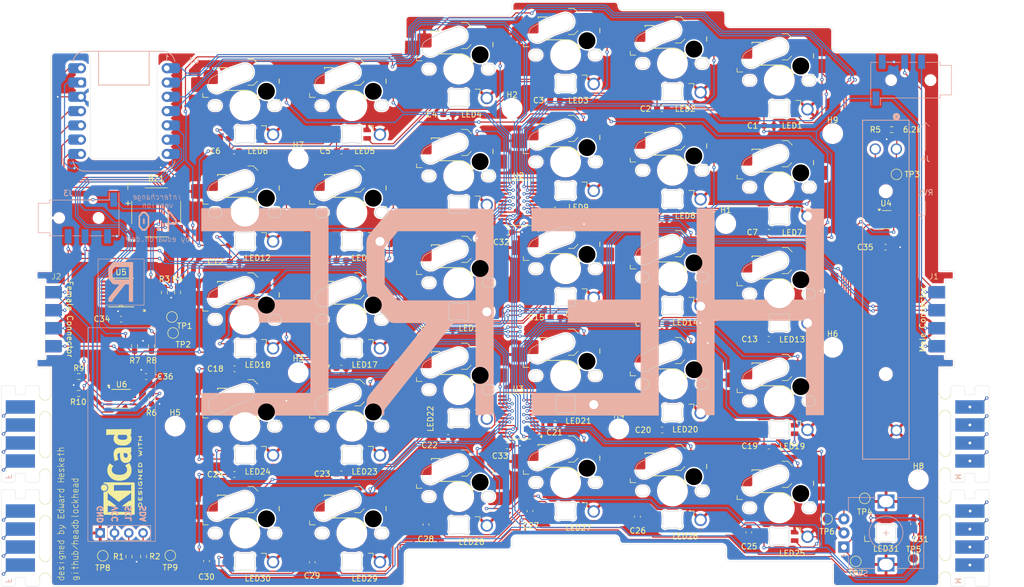
<source format=kicad_pcb>
(kicad_pcb (version 20241229) (generator "pcbnew") (generator_version "9.0")
  (title_block (title "The Interchange Keyboard - Right Module") (date "2024-10-16") (company "Edward Hesketh"))
  (layers (0 "F.Cu" signal) (2 "B.Cu" signal) (13 "F.Paste" user) (15 "B.Paste" user) (5 "F.SilkS" user "F.Silkscreen") (7 "B.SilkS" user "B.Silkscreen") (1 "F.Mask" user) (3 "B.Mask" user) (25 "Edge.Cuts" user))
  (net 0 "")
  (net 1 "GND")
  (net 2 "+3V3")
  (net 3 "VBUS")
  (net 4 "/I2C1_SCL")
  (net 5 "/I2C1_SDA")
  (net 6 "/I2C0_SDA")
  (net 7 "/I2C0_SCL")
  (net 8 "/I2C_BUS_SCL")
  (net 9 "/I2C_BUS_SDA")
  (net 10 "/SHIFTER_OUTPUT")
  (net 11 "Net-(LED1-DOUT)")
  (net 12 "Net-(LED2-DOUT)")
  (net 13 "Net-(LED3-DOUT)")
  (net 14 "Net-(LED4-DOUT)")
  (net 15 "Net-(LED5-DOUT)")
  (net 16 "Net-(LED6-DOUT)")
  (net 17 "Net-(LED7-DOUT)")
  (net 18 "Net-(LED8-DOUT)")
  (net 19 "Net-(LED10-DIN)")
  (net 20 "Net-(LED10-DOUT)")
  (net 21 "Net-(LED11-DOUT)")
  (net 22 "Net-(LED12-DOUT)")
  (net 23 "Net-(LED13-DOUT)")
  (net 24 "Net-(LED14-DOUT)")
  (net 25 "Net-(LED15-DOUT)")
  (net 26 "Net-(LED16-DOUT)")
  (net 27 "Net-(LED17-DOUT)")
  (net 28 "Net-(LED18-DOUT)")
  (net 29 "Net-(LED19-DOUT)")
  (net 30 "Net-(LED20-DOUT)")
  (net 31 "Net-(LED21-DOUT)")
  (net 32 "Net-(LED22-DOUT)")
  (net 33 "Net-(LED23-DOUT)")
  (net 34 "Net-(LED24-DOUT)")
  (net 35 "Net-(LED25-DOUT)")
  (net 36 "Net-(LED26-DOUT)")
  (net 37 "Net-(LED27-DOUT)")
  (net 38 "Net-(LED28-DOUT)")
  (net 39 "Net-(LED29-DOUT)")
  (net 40 "/RGBLEDARRAY_OUTPUT")
  (net 41 "Net-(LED31-DOUT)")
  (net 42 "/KEY1")
  (net 43 "/KEY2")
  (net 44 "/KEY3")
  (net 45 "/KEY4")
  (net 46 "/KEY5")
  (net 47 "/KEY6")
  (net 48 "/KEY7")
  (net 49 "/KEY8")
  (net 50 "/KEY9")
  (net 51 "/KEY10")
  (net 52 "/KEY11")
  (net 53 "/KEY12")
  (net 54 "/KEY13")
  (net 55 "/KEY14")
  (net 56 "/KEY15")
  (net 57 "/KEY16")
  (net 58 "/KEY17")
  (net 59 "/KEY18")
  (net 60 "/KEY19")
  (net 61 "/KEY20")
  (net 62 "/KEY21")
  (net 63 "/KEY22")
  (net 64 "/KEY23")
  (net 65 "/KEY24")
  (net 66 "/KEY25")
  (net 67 "/KEY26")
  (net 68 "/KEY27")
  (net 69 "/KEY28")
  (net 70 "/KEY29")
  (net 71 "/KEY30")
  (net 72 "/BUZZER")
  (net 73 "/EXPANDER1_INT")
  (net 74 "/EXPANDER2_INT")
  (net 75 "Net-(U4-VIN+)")
  (net 76 "/I2C1_RDY")
  (net 77 "/ROT_A")
  (net 78 "/ROT_B")
  (net 89 "Net-(R5-Pad2)")
  (net 91 "/SHIFTER_INPUT")
  (footprint "Resistor_SMD:R_0603_1608Metric_Pad0.98x0.95mm_HandSolder" (layer "F.Cu") (at 90.2 97.75 90)
    (property "Reference" "R3")
    (property "Value" "10k")
  )
  (footprint "CustomFootprints:mouse-bite-2mm-slot" (layer "F.Cu") (at 229 136.2 -90)
    (property "Reference" "mouse-bite-2mm-slot" (hide yes))
    (property "Value" "VAL**" (hide yes))
  )
  (footprint "TestPoint:TestPoint_Pad_D1.5mm" (layer "F.Cu") (at 214.7 134.35)
    (property "Reference" "TP4")
    (property "Value" "TestPoint")
  )
  (footprint "Capacitor_SMD:C_0603_1608Metric_Pad1.08x0.95mm_HandSolder" (layer "F.Cu") (at 174.3 137.6 90)
    (property "Reference" "C26")
    (property "Value" "100nF")
  )
  (footprint "CustomFootprints:LED_MX_6028R-ROT_Custom" (layer "F.Cu") (at 190 50.5)
    (property "Reference" "LED1")
    (property "Value" "MX_SK6812MINI-E")
    (fp_line (start 7.825001 13.902159) (end 7.825001 15.307843) (stroke (width 0.1)) (layer "Edge.Cuts"))
    (fp_line (start 8.730548 16.105) (end 10.319453 16.105) (stroke (width 0.1)) (layer "Edge.Cuts"))
    (fp_line (start 10.319452 13.105001) (end 8.730548 13.105001) (stroke (width 0.1)) (layer "Edge.Cuts"))
    (fp_line (start 11.224999 15.307843) (end 11.224999 13.902159) (stroke (width 0.1)) (layer "Edge.Cuts"))
    (fp_arc (start 7.775516 13.685281) (mid 7.812473 13.790933) (end 7.825001 13.902158) (stroke (width 0.1)) (layer "Edge.Cuts"))
    (fp_arc (start 7.775516 13.685281) (mid 7.88693 13.100967) (end 8.478289 13.036704) (stroke (width 0.1)) (layer "Edge.Cuts"))
    (fp_arc (start 7.825001 15.307843) (mid 7.812473 15.419069) (end 7.775516 15.524721) (stroke (width 0.1)) (layer "Edge.Cuts"))
    (fp_arc (start 8.478289 16.1733) (mid 7.886929 16.109036) (end 7.775516 15.524721) (stroke (width 0.1)) (layer "Edge.Cuts"))
    (fp_arc (start 8.478289 16.1733) (mid 8.599877 16.122378) (end 8.730547 16.105001) (stroke (width 0.1)) (layer "Edge.Cuts"))
    (fp_arc (start 8.730548 13.105001) (mid 8.599878 13.087624) (end 8.47829 13.036702) (stroke (width 0.1)) (layer "Edge.Cuts"))
    (fp_arc (start 10.319453 16.105) (mid 10.450123 16.122377) (end 10.571711 16.173299) (stroke (width 0.1)) (layer "Edge.Cuts"))
    (fp_arc (start 10.571711 13.036702) (mid 10.450123 13.087624) (end 10.319452 13.105001) (stroke (width 0.1)) (layer "Edge.Cuts"))
    (fp_arc (start 10.571711 13.036702) (mid 11.163071 13.100965) (end 11.274484 13.685282) (stroke (width 0.1)) (layer "Edge.Cuts"))
    (fp_arc (start 11.224999 13.902159) (mid 11.237528 13.790933) (end 11.274484 13.685281) (stroke (width 0.1)) (layer "Edge.Cuts"))
    (fp_arc (start 11.274484 15.524721) (mid 11.16307 16.109035) (end 10.571711 16.173299) (stroke (width 0.1)) (layer "Edge.Cuts"))
    (fp_arc (start 11.274484 15.524721) (mid 11.237518 15.41907) (end 11.224999 15.307844) (stroke (width 0.1)) (layer "Edge.Cuts"))
  )
  (footprint "CustomFootprints:SW_choc_mx_combined" (layer "F.Cu") (at 133 86.5)
    (property "Reference" "MX16" (hide yes))
    (property "Value" "MX_SW_HS" (hide yes))
    (fp_line (start 3.67182 4.502742) (end 6.02 3.23) (stroke (width 0.1)) (layer "Edge.Cuts"))
    (fp_line (start 4.03 8.6) (end 4.455 8.6) (stroke (width 0.1)) (layer "Edge.Cuts"))
    (fp_line (start 4.455 10.45) (end 4.03 10.45) (stroke (width 0.1)) (layer "Edge.Cuts"))
    (fp_line (start 5.3 7.099999) (end 7.41 5.96) (stroke (width 0.1)) (layer "Edge.Cuts"))
    (fp_line (start 6.34 3.06) (end 6.019999 3.229997) (stroke (width 0.1)) (layer "Edge.Cuts"))
    (fp_line (start 6.67 2.94) (end 6.34 3.06) (stroke (width 0.1)) (layer "Edge.Cuts"))
    (fp_line (start 6.67 2.94) (end 8.99 2.14) (stroke (width 0.1)) (layer "Edge.Cuts"))
    (fp_line (start 7.41 5.96) (end 10.18 4.959999) (stroke (width 0.1)) (layer "Edge.Cuts"))
    (fp_line (start 14.605 8.6) (end 15.03 8.6) (stroke (width 0.1)) (layer "Edge.Cuts"))
    (fp_line (start 15.03 10.45) (end 14.605 10.45) (stroke (width 0.1)) (layer "Edge.Cuts"))
    (fp_arc (start 4.03 10.45) (mid 3.105 9.525) (end 4.03 8.6) (stroke (width 0.1)) (layer "Edge.Cuts"))
    (fp_arc (start 4.455 8.6) (mid 5.38 9.525) (end 4.455 10.45) (stroke (width 0.1)) (layer "Edge.Cuts"))
    (fp_arc (start 5.3 7.099999) (mid 3.220924 6.59437) (end 3.67182 4.502742) (stroke (width 0.1)) (layer "Edge.Cuts"))
    (fp_arc (start 8.99 2.14) (mid 10.933677 2.983328) (end 10.182043 4.964269) (stroke (width 0.1)) (layer "Edge.Cuts"))
    (fp_arc (start 14.605 10.45) (mid 13.68 9.525) (end 14.605 8.6) (stroke (width 0.1)) (layer "Edge.Cuts"))
    (fp_arc (start 15.03 8.6) (mid 15.955 9.525) (end 15.03 10.45) (stroke (width 0.1)) (layer "Edge.Cuts"))
  )
  (footprint "CustomFootprints:SW_choc_mx_combined" (layer "F.Cu") (at 190 69.5)
    (property "Reference" "MX7" (hide yes))
    (property "Value" "MX_SW_HS" (hide yes))
    (fp_line (start 3.67182 4.502742) (end 6.02 3.23) (stroke (width 0.1)) (layer "Edge.Cuts"))
    (fp_line (start 4.03 8.6) (end 4.455 8.6) (stroke (width 0.1)) (layer "Edge.Cuts"))
    (fp_line (start 4.455 10.45) (end 4.03 10.45) (stroke (width 0.1)) (layer "Edge.Cuts"))
    (fp_line (start 5.3 7.099999) (end 7.41 5.96) (stroke (width 0.1)) (layer "Edge.Cuts"))
    (fp_line (start 6.34 3.06) (end 6.019999 3.229997) (stroke (width 0.1)) (layer "Edge.Cuts"))
    (fp_line (start 6.67 2.94) (end 6.34 3.06) (stroke (width 0.1)) (layer "Edge.Cuts"))
    (fp_line (start 6.67 2.94) (end 8.99 2.14) (stroke (width 0.1)) (layer "Edge.Cuts"))
    (fp_line (start 7.41 5.96) (end 10.18 4.959999) (stroke (width 0.1)) (layer "Edge.Cuts"))
    (fp_line (start 14.605 8.6) (end 15.03 8.6) (stroke (width 0.1)) (layer "Edge.Cuts"))
    (fp_line (start 15.03 10.45) (end 14.605 10.45) (stroke (width 0.1)) (layer "Edge.Cuts"))
    (fp_arc (start 4.03 10.45) (mid 3.105 9.525) (end 4.03 8.6) (stroke (width 0.1)) (layer "Edge.Cuts"))
    (fp_arc (start 4.455 8.6) (mid 5.38 9.525) (end 4.455 10.45) (stroke (width 0.1)) (layer "Edge.Cuts"))
    (fp_arc (start 5.3 7.099999) (mid 3.220924 6.59437) (end 3.67182 4.502742) (stroke (width 0.1)) (layer "Edge.Cuts"))
    (fp_arc (start 8.99 2.14) (mid 10.933677 2.983328) (end 10.182043 4.964269) (stroke (width 0.1)) (layer "Edge.Cuts"))
    (fp_arc (start 14.605 10.45) (mid 13.68 9.525) (end 14.605 8.6) (stroke (width 0.1)) (layer "Edge.Cuts"))
    (fp_arc (start 15.03 8.6) (mid 15.955 9.525) (end 15.03 10.45) (stroke (width 0.1)) (layer "Edge.Cuts"))
  )
  (footprint "CustomFootprints:LED_MX_6028R-ROT_Custom" (layer "F.Cu") (at 171 104.5)
    (property "Reference" "LED20")
    (property "Value" "MX_SK6812MINI-E")
    (fp_line (start 7.825001 13.902159) (end 7.825001 15.307843) (stroke (width 0.1)) (layer "Edge.Cuts"))
    (fp_line (start 8.730548 16.105) (end 10.319453 16.105) (stroke (width 0.1)) (layer "Edge.Cuts"))
    (fp_line (start 10.319452 13.105001) (end 8.730548 13.105001) (stroke (width 0.1)) (layer "Edge.Cuts"))
    (fp_line (start 11.224999 15.307843) (end 11.224999 13.902159) (stroke (width 0.1)) (layer "Edge.Cuts"))
    (fp_arc (start 7.775516 13.685281) (mid 7.812473 13.790933) (end 7.825001 13.902158) (stroke (width 0.1)) (layer "Edge.Cuts"))
    (fp_arc (start 7.775516 13.685281) (mid 7.88693 13.100967) (end 8.478289 13.036704) (stroke (width 0.1)) (layer "Edge.Cuts"))
    (fp_arc (start 7.825001 15.307843) (mid 7.812473 15.419069) (end 7.775516 15.524721) (stroke (width 0.1)) (layer "Edge.Cuts"))
    (fp_arc (start 8.478289 16.1733) (mid 7.886929 16.109036) (end 7.775516 15.524721) (stroke (width 0.1)) (layer "Edge.Cuts"))
    (fp_arc (start 8.478289 16.1733) (mid 8.599877 16.122378) (end 8.730547 16.105001) (stroke (width 0.1)) (layer "Edge.Cuts"))
    (fp_arc (start 8.730548 13.105001) (mid 8.599878 13.087624) (end 8.47829 13.036702) (stroke (width 0.1)) (layer "Edge.Cuts"))
    (fp_arc (start 10.319453 16.105) (mid 10.450123 16.122377) (end 10.571711 16.173299) (stroke (width 0.1)) (layer "Edge.Cuts"))
    (fp_arc (start 10.571711 13.036702) (mid 10.450123 13.087624) (end 10.319452 13.105001) (stroke (width 0.1)) (layer "Edge.Cuts"))
    (fp_arc (start 10.571711 13.036702) (mid 11.163071 13.100965) (end 11.274484 13.685282) (stroke (width 0.1)) (layer "Edge.Cuts"))
    (fp_arc (start 11.224999 13.902159) (mid 11.237528 13.790933) (end 11.274484 13.685281) (stroke (width 0.1)) (layer "Edge.Cuts"))
    (fp_arc (start 11.274484 15.524721) (mid 11.16307 16.109035) (end 10.571711 16.173299) (stroke (width 0.1)) (layer "Edge.Cuts"))
    (fp_arc (start 11.274484 15.524721) (mid 11.237518 15.41907) (end 11.224999 15.307844) (stroke (width 0.1)) (layer "Edge.Cuts"))
  )
  (footprint "CustomFootprints:LED_MX_6028R-ROT_Custom" (layer "F.Cu") (at 171 123.5)
    (property "Reference" "LED26")
    (property "Value" "MX_SK6812MINI-E")
    (fp_line (start 7.825001 13.902159) (end 7.825001 15.307843) (stroke (width 0.1)) (layer "Edge.Cuts"))
    (fp_line (start 8.730548 16.105) (end 10.319453 16.105) (stroke (width 0.1)) (layer "Edge.Cuts"))
    (fp_line (start 10.319452 13.105001) (end 8.730548 13.105001) (stroke (width 0.1)) (layer "Edge.Cuts"))
    (fp_line (start 11.224999 15.307843) (end 11.224999 13.902159) (stroke (width 0.1)) (layer "Edge.Cuts"))
    (fp_arc (start 7.775516 13.685281) (mid 7.812473 13.790933) (end 7.825001 13.902158) (stroke (width 0.1)) (layer "Edge.Cuts"))
    (fp_arc (start 7.775516 13.685281) (mid 7.88693 13.100967) (end 8.478289 13.036704) (stroke (width 0.1)) (layer "Edge.Cuts"))
    (fp_arc (start 7.825001 15.307843) (mid 7.812473 15.419069) (end 7.775516 15.524721) (stroke (width 0.1)) (layer "Edge.Cuts"))
    (fp_arc (start 8.478289 16.1733) (mid 7.886929 16.109036) (end 7.775516 15.524721) (stroke (width 0.1)) (layer "Edge.Cuts"))
    (fp_arc (start 8.478289 16.1733) (mid 8.599877 16.122378) (end 8.730547 16.105001) (stroke (width 0.1)) (layer "Edge.Cuts"))
    (fp_arc (start 8.730548 13.105001) (mid 8.599878 13.087624) (end 8.47829 13.036702) (stroke (width 0.1)) (layer "Edge.Cuts"))
    (fp_arc (start 10.319453 16.105) (mid 10.450123 16.122377) (end 10.571711 16.173299) (stroke (width 0.1)) (layer "Edge.Cuts"))
    (fp_arc (start 10.571711 13.036702) (mid 10.450123 13.087624) (end 10.319452 13.105001) (stroke (width 0.1)) (layer "Edge.Cuts"))
    (fp_arc (start 10.571711 13.036702) (mid 11.163071 13.100965) (end 11.274484 13.685282) (stroke (width 0.1)) (layer "Edge.Cuts"))
    (fp_arc (start 11.224999 13.902159) (mid 11.237528 13.790933) (end 11.274484 13.685281) (stroke (width 0.1)) (layer "Edge.Cuts"))
    (fp_arc (start 11.274484 15.524721) (mid 11.16307 16.109035) (end 10.571711 16.173299) (stroke (width 0.1)) (layer "Edge.Cuts"))
    (fp_arc (start 11.274484 15.524721) (mid 11.237518 15.41907) (end 11.224999 15.307844) (stroke (width 0.1)) (layer "Edge.Cuts"))
  )
  (footprint "TestPoint:TestPoint_Pad_D1.5mm" (layer "F.Cu") (at 220.35 76.75)
    (property "Reference" "TP3")
    (property "Value" "TestPoint")
  )
  (footprint "Capacitor_SMD:C_0603_1608Metric_Pad1.08x0.95mm_HandSolder" (layer "F.Cu") (at 140.65 123.5 180)
    (property "Reference" "C22")
    (property "Value" "100nF")
  )
  (footprint "MountingHole:MountingHole_3.2mm_M3" (layer "F.Cu") (at 114 112)
    (property "Reference" "H3")
    (property "Value" "MountingHole_Pad")
  )
  (footprint "Capacitor_SMD:C_0603_1608Metric_Pad1.08x0.95mm_HandSolder" (layer "F.Cu") (at 197.65 125.05 180)
    (property "Reference" "C19")
    (property "Value" "100nF")
  )
  (footprint "CustomFootprints:mouse-bite-2mm-slot" (layer "F.Cu") (at 69 146.6 90)
    (property "Reference" "mouse-bite-2mm-slot" (hide yes))
    (property "Value" "VAL**" (hide yes))
  )
  (footprint "CustomFootprints:LED_MX_6028R-ROT_Custom" (layer "F.Cu") (at 190 69.5)
    (property "Reference" "LED7")
    (property "Value" "MX_SK6812MINI-E")
    (fp_line (start 7.825001 13.902159) (end 7.825001 15.307843) (stroke (width 0.1)) (layer "Edge.Cuts"))
    (fp_line (start 8.730548 16.105) (end 10.319453 16.105) (stroke (width 0.1)) (layer "Edge.Cuts"))
    (fp_line (start 10.319452 13.105001) (end 8.730548 13.105001) (stroke (width 0.1)) (layer "Edge.Cuts"))
    (fp_line (start 11.224999 15.307843) (end 11.224999 13.902159) (stroke (width 0.1)) (layer "Edge.Cuts"))
    (fp_arc (start 7.775516 13.685281) (mid 7.812473 13.790933) (end 7.825001 13.902158) (stroke (width 0.1)) (layer "Edge.Cuts"))
    (fp_arc (start 7.775516 13.685281) (mid 7.88693 13.100967) (end 8.478289 13.036704) (stroke (width 0.1)) (layer "Edge.Cuts"))
    (fp_arc (start 7.825001 15.307843) (mid 7.812473 15.419069) (end 7.775516 15.524721) (stroke (width 0.1)) (layer "Edge.Cuts"))
    (fp_arc (start 8.478289 16.1733) (mid 7.886929 16.109036) (end 7.775516 15.524721) (stroke (width 0.1)) (layer "Edge.Cuts"))
    (fp_arc (start 8.478289 16.1733) (mid 8.599877 16.122378) (end 8.730547 16.105001) (stroke (width 0.1)) (layer "Edge.Cuts"))
    (fp_arc (start 8.730548 13.105001) (mid 8.599878 13.087624) (end 8.47829 13.036702) (stroke (width 0.1)) (layer "Edge.Cuts"))
    (fp_arc (start 10.319453 16.105) (mid 10.450123 16.122377) (end 10.571711 16.173299) (stroke (width 0.1)) (layer "Edge.Cuts"))
    (fp_arc (start 10.571711 13.036702) (mid 10.450123 13.087624) (end 10.319452 13.105001) (stroke (width 0.1)) (layer "Edge.Cuts"))
    (fp_arc (start 10.571711 13.036702) (mid 11.163071 13.100965) (end 11.274484 13.685282) (stroke (width 0.1)) (layer "Edge.Cuts"))
    (fp_arc (start 11.224999 13.902159) (mid 11.237528 13.790933) (end 11.274484 13.685281) (stroke (width 0.1)) (layer "Edge.Cuts"))
    (fp_arc (start 11.274484 15.524721) (mid 11.16307 16.109035) (end 10.571711 16.173299) (stroke (width 0.1)) (layer "Edge.Cuts"))
    (fp_arc (start 11.274484 15.524721) (mid 11.237518 15.41907) (end 11.224999 15.307844) (stroke (width 0.1)) (layer "Edge.Cuts"))
  )
  (footprint "CustomFootprints:Pogo-0906-0-15-20-76-14-11-0" (layer "F.Cu") (at 233.4 143)
    (property "Reference" "REF**" (hide yes))
    (property "Value" "Pogo-0906-0-15-20-76-14-11-0" (hide yes))
  )
  (footprint "CustomFootprints:SW_choc_mx_combined" (layer "F.Cu") (at 95 112)
    (property "Reference" "MX24" (hide yes))
    (property "Value" "MX_SW_HS" (hide yes))
    (fp_line (start 3.67182 4.502742) (end 6.02 3.23) (stroke (width 0.1)) (layer "Edge.Cuts"))
    (fp_line (start 4.03 8.6) (end 4.455 8.6) (stroke (width 0.1)) (layer "Edge.Cuts"))
    (fp_line (start 4.455 10.45) (end 4.03 10.45) (stroke (width 0.1)) (layer "Edge.Cuts"))
    (fp_line (start 5.3 7.099999) (end 7.41 5.96) (stroke (width 0.1)) (layer "Edge.Cuts"))
    (fp_line (start 6.34 3.06) (end 6.019999 3.229997) (stroke (width 0.1)) (layer "Edge.Cuts"))
    (fp_line (start 6.67 2.94) (end 6.34 3.06) (stroke (width 0.1)) (layer "Edge.Cuts"))
    (fp_line (start 6.67 2.94) (end 8.99 2.14) (stroke (width 0.1)) (layer "Edge.Cuts"))
    (fp_line (start 7.41 5.96) (end 10.18 4.959999) (stroke (width 0.1)) (layer "Edge.Cuts"))
    (fp_line (start 14.605 8.6) (end 15.03 8.6) (stroke (width 0.1)) (layer "Edge.Cuts"))
    (fp_line (start 15.03 10.45) (end 14.605 10.45) (stroke (width 0.1)) (layer "Edge.Cuts"))
    (fp_arc (start 4.03 10.45) (mid 3.105 9.525) (end 4.03 8.6) (stroke (width 0.1)) (layer "Edge.Cuts"))
    (fp_arc (start 4.455 8.6) (mid 5.38 9.525) (end 4.455 10.45) (stroke (width 0.1)) (layer "Edge.Cuts"))
    (fp_arc (start 5.3 7.099999) (mid 3.220924 6.59437) (end 3.67182 4.502742) (stroke (width 0.1)) (layer "Edge.Cuts"))
    (fp_arc (start 8.99 2.14) (mid 10.933677 2.983328) (end 10.182043 4.964269) (stroke (width 0.1)) (layer "Edge.Cuts"))
    (fp_arc (start 14.605 10.45) (mid 13.68 9.525) (end 14.605 8.6) (stroke (width 0.1)) (layer "Edge.Cuts"))
    (fp_arc (start 15.03 8.6) (mid 15.955 9.525) (end 15.03 10.45) (stroke (width 0.1)) (layer "Edge.Cuts"))
  )
  (footprint "Capacitor_SMD:C_0603_1608Metric_Pad1.08x0.95mm_HandSolder" (layer "F.Cu") (at 218.4 89.7)
    (property "Reference" "C35")
    (property "Value" "100nF")
  )
  (footprint "CustomFootprints:SW_choc_mx_combined" (layer "F.Cu") (at 171 66.5)
    (property "Reference" "MX8" (hide yes))
    (property "Value" "MX_SW_HS" (hide yes))
    (fp_line (start 3.67182 4.502742) (end 6.02 3.23) (stroke (width 0.1)) (layer "Edge.Cuts"))
    (fp_line (start 4.03 8.6) (end 4.455 8.6) (stroke (width 0.1)) (layer "Edge.Cuts"))
    (fp_line (start 4.455 10.45) (end 4.03 10.45) (stroke (width 0.1)) (layer "Edge.Cuts"))
    (fp_line (start 5.3 7.099999) (end 7.41 5.96) (stroke (width 0.1)) (layer "Edge.Cuts"))
    (fp_line (start 6.34 3.06) (end 6.019999 3.229997) (stroke (width 0.1)) (layer "Edge.Cuts"))
    (fp_line (start 6.67 2.94) (end 6.34 3.06) (stroke (width 0.1)) (layer "Edge.Cuts"))
    (fp_line (start 6.67 2.94) (end 8.99 2.14) (stroke (width 0.1)) (layer "Edge.Cuts"))
    (fp_line (start 7.41 5.96) (end 10.18 4.959999) (stroke (width 0.1)) (layer "Edge.Cuts"))
    (fp_line (start 14.605 8.6) (end 15.03 8.6) (stroke (width 0.1)) (layer "Edge.Cuts"))
    (fp_line (start 15.03 10.45) (end 14.605 10.45) (stroke (width 0.1)) (layer "Edge.Cuts"))
    (fp_arc (start 4.03 10.45) (mid 3.105 9.525) (end 4.03 8.6) (stroke (width 0.1)) (layer "Edge.Cuts"))
    (fp_arc (start 4.455 8.6) (mid 5.38 9.525) (end 4.455 10.45) (stroke (width 0.1)) (layer "Edge.Cuts"))
    (fp_arc (start 5.3 7.099999) (mid 3.220924 6.59437) (end 3.67182 4.502742) (stroke (width 0.1)) (layer "Edge.Cuts"))
    (fp_arc (start 8.99 2.14) (mid 10.933677 2.983328) (end 10.182043 4.964269) (stroke (width 0.1)) (layer "Edge.Cuts"))
    (fp_arc (start 14.605 10.45) (mid 13.68 9.525) (end 14.605 8.6) (stroke (width 0.1)) (layer "Edge.Cuts"))
    (fp_arc (start 15.03 8.6) (mid 15.955 9.525) (end 15.03 10.45) (stroke (width 0.1)) (layer "Edge.Cuts"))
  )
  (footprint "TestPoint:TestPoint_Pad_D1.5mm" (layer "F.Cu") (at 79.25 144.55)
    (property "Reference" "TP8")
    (property "Value" "TestPoint")
  )
  (footprint "CustomFootprints:SW_choc_mx_combined" (layer "F.Cu") (at 152 46)
    (property "Reference" "MX3" (hide yes))
    (property "Value" "MX_SW_HS" (hide yes))
    (fp_line (start 3.67182 4.502742) (end 6.02 3.23) (stroke (width 0.1)) (layer "Edge.Cuts"))
    (fp_line (start 4.03 8.6) (end 4.455 8.6) (stroke (width 0.1)) (layer "Edge.Cuts"))
    (fp_line (start 4.455 10.45) (end 4.03 10.45) (stroke (width 0.1)) (layer "Edge.Cuts"))
    (fp_line (start 5.3 7.099999) (end 7.41 5.96) (stroke (width 0.1)) (layer "Edge.Cuts"))
    (fp_line (start 6.34 3.06) (end 6.019999 3.229997) (stroke (width 0.1)) (layer "Edge.Cuts"))
    (fp_line (start 6.67 2.94) (end 6.34 3.06) (stroke (width 0.1)) (layer "Edge.Cuts"))
    (fp_line (start 6.67 2.94) (end 8.99 2.14) (stroke (width 0.1)) (layer "Edge.Cuts"))
    (fp_line (start 7.41 5.96) (end 10.18 4.959999) (stroke (width 0.1)) (layer "Edge.Cuts"))
    (fp_line (start 14.605 8.6) (end 15.03 8.6) (stroke (width 0.1)) (layer "Edge.Cuts"))
    (fp_line (start 15.03 10.45) (end 14.605 10.45) (stroke (width 0.1)) (layer "Edge.Cuts"))
    (fp_arc (start 4.03 10.45) (mid 3.105 9.525) (end 4.03 8.6) (stroke (width 0.1)) (layer "Edge.Cuts"))
    (fp_arc (start 4.455 8.6) (mid 5.38 9.525) (end 4.455 10.45) (stroke (width 0.1)) (layer "Edge.Cuts"))
    (fp_arc (start 5.3 7.099999) (mid 3.220924 6.59437) (end 3.67182 4.502742) (stroke (width 0.1)) (layer "Edge.Cuts"))
    (fp_arc (start 8.99 2.14) (mid 10.933677 2.983328) (end 10.182043 4.964269) (stroke (width 0.1)) (layer "Edge.Cuts"))
    (fp_arc (start 14.605 10.45) (mid 13.68 9.525) (end 14.605 8.6) (stroke (width 0.1)) (layer "Edge.Cuts"))
    (fp_arc (start 15.03 8.6) (mid 15.955 9.525) (end 15.03 10.45) (stroke (width 0.1)) (layer "Edge.Cuts"))
  )
  (footprint "MountingHole:MountingHole_3.2mm_M3" (layer "F.Cu") (at 209 107.5)
    (property "Reference" "H6")
    (property "Value" "MountingHole_Pad")
  )
  (footprint "CustomFootprints:LED_MX_6028R-ROT_Custom" (layer "F.Cu") (at 152 103)
    (property "Reference" "LED21")
    (property "Value" "MX_SK6812MINI-E")
    (fp_line (start 7.825001 13.902159) (end 7.825001 15.307843) (stroke (width 0.1)) (layer "Edge.Cuts"))
    (fp_line (start 8.730548 16.105) (end 10.319453 16.105) (stroke (width 0.1)) (layer "Edge.Cuts"))
    (fp_line (start 10.319452 13.105001) (end 8.730548 13.105001) (stroke (width 0.1)) (layer "Edge.Cuts"))
    (fp_line (start 11.224999 15.307843) (end 11.224999 13.902159) (stroke (width 0.1)) (layer "Edge.Cuts"))
    (fp_arc (start 7.775516 13.685281) (mid 7.812473 13.790933) (end 7.825001 13.902158) (stroke (width 0.1)) (layer "Edge.Cuts"))
    (fp_arc (start 7.775516 13.685281) (mid 7.88693 13.100967) (end 8.478289 13.036704) (stroke (width 0.1)) (layer "Edge.Cuts"))
    (fp_arc (start 7.825001 15.307843) (mid 7.812473 15.419069) (end 7.775516 15.524721) (stroke (width 0.1)) (layer "Edge.Cuts"))
    (fp_arc (start 8.478289 16.1733) (mid 7.886929 16.109036) (end 7.775516 15.524721) (stroke (width 0.1)) (layer "Edge.Cuts"))
    (fp_arc (start 8.478289 16.1733) (mid 8.599877 16.122378) (end 8.730547 16.105001) (stroke (width 0.1)) (layer "Edge.Cuts"))
    (fp_arc (start 8.730548 13.105001) (mid 8.599878 13.087624) (end 8.47829 13.036702) (stroke (width 0.1)) (layer "Edge.Cuts"))
    (fp_arc (start 10.319453 16.105) (mid 10.450123 16.122377) (end 10.571711 16.173299) (stroke (width 0.1)) (layer "Edge.Cuts"))
    (fp_arc (start 10.571711 13.036702) (mid 10.450123 13.087624) (end 10.319452 13.105001) (stroke (width 0.1)) (layer "Edge.Cuts"))
    (fp_arc (start 10.571711 13.036702) (mid 11.163071 13.100965) (end 11.274484 13.685282) (stroke (width 0.1)) (layer "Edge.Cuts"))
    (fp_arc (start 11.224999 13.902159) (mid 11.237528 13.790933) (end 11.274484 13.685281) (stroke (width 0.1)) (layer "Edge.Cuts"))
    (fp_arc (start 11.274484 15.524721) (mid 11.16307 16.109035) (end 10.571711 16.173299) (stroke (width 0.1)) (layer "Edge.Cuts"))
    (fp_arc (start 11.274484 15.524721) (mid 11.237518 15.41907) (end 11.224999 15.307844) (stroke (width 0.1)) (layer "Edge.Cuts"))
  )
  (footprint "CustomFootprints:SW_choc_mx_combined" (layer "F.Cu") (at 133 105.5)
    (property "Reference" "MX22" (hide yes))
    (property "Value" "MX_SW_HS" (hide yes))
    (fp_line (start 3.67182 4.502742) (end 6.02 3.23) (stroke (width 0.1)) (layer "Edge.Cuts"))
    (fp_line (start 4.03 8.6) (end 4.455 8.6) (stroke (width 0.1)) (layer "Edge.Cuts"))
    (fp_line (start 4.455 10.45) (end 4.03 10.45) (stroke (width 0.1)) (layer "Edge.Cuts"))
    (fp_line (start 5.3 7.099999) (end 7.41 5.96) (stroke (width 0.1)) (layer "Edge.Cuts"))
    (fp_line (start 6.34 3.06) (end 6.019999 3.229997) (stroke (width 0.1)) (layer "Edge.Cuts"))
    (fp_line (start 6.67 2.94) (end 6.34 3.06) (stroke (width 0.1)) (layer "Edge.Cuts"))
    (fp_line (start 6.67 2.94) (end 8.99 2.14) (stroke (width 0.1)) (layer "Edge.Cuts"))
    (fp_line (start 7.41 5.96) (end 10.18 4.959999) (stroke (width 0.1)) (layer "Edge.Cuts"))
    (fp_line (start 14.605 8.6) (end 15.03 8.6) (stroke (width 0.1)) (layer "Edge.Cuts"))
    (fp_line (start 15.03 10.45) (end 14.605 10.45) (stroke (width 0.1)) (layer "Edge.Cuts"))
    (fp_arc (start 4.03 10.45) (mid 3.105 9.525) (end 4.03 8.6) (stroke (width 0.1)) (layer "Edge.Cuts"))
    (fp_arc (start 4.455 8.6) (mid 5.38 9.525) (end 4.455 10.45) (stroke (width 0.1)) (layer "Edge.Cuts"))
    (fp_arc (start 5.3 7.099999) (mid 3.220924 6.59437) (end 3.67182 4.502742) (stroke (width 0.1)) (layer "Edge.Cuts"))
    (fp_arc (start 8.99 2.14) (mid 10.933677 2.983328) (end 10.182043 4.964269) (stroke (width 0.1)) (layer "Edge.Cuts"))
    (fp_arc (start 14.605 10.45) (mid 13.68 9.525) (end 14.605 8.6) (stroke (width 0.1)) (layer "Edge.Cuts"))
    (fp_arc (start 15.03 8.6) (mid 15.955 9.525) (end 15.03 10.45) (stroke (width 0.1)) (layer "Edge.Cuts"))
  )
  (footprint "TestPoint:TestPoint_Pad_D1.5mm" (layer "F.Cu") (at 91.25 144.5)
    (property "Reference" "TP9")
    (property "Value" "TestPoint")
  )
  (footprint "Capacitor_SMD:C_0603_1608Metric_Pad1.08x0.95mm_HandSolder" (layer "F.Cu") (at 178.655592 103.267072 180)
    (property "Reference" "C14")
    (property "Value" "100nF")
  )
  (footprint "TestPoint:TestPoint_Pad_D1.5mm" (layer "F.Cu") (at 91.55 102.1)
    (property "Reference" "TP1")
    (property "Value" "TestPoint")
  )
  (footprint "CustomFootprints:LED_MX_6028R-ROT_Custom" (layer "F.Cu") (at 190 126.5)
    (property "Reference" "LED25")
    (property "Value" "MX_SK6812MINI-E")
    (fp_line (start 7.825001 13.902159) (end 7.825001 15.307843) (stroke (width 0.1)) (layer "Edge.Cuts"))
    (fp_line (start 8.730548 16.105) (end 10.319453 16.105) (stroke (width 0.1)) (layer "Edge.Cuts"))
    (fp_line (start 10.319452 13.105001) (end 8.730548 13.105001) (stroke (width 0.1)) (layer "Edge.Cuts"))
    (fp_line (start 11.224999 15.307843) (end 11.224999 13.902159) (stroke (width 0.1)) (layer "Edge.Cuts"))
    (fp_arc (start 7.775516 13.685281) (mid 7.812473 13.790933) (end 7.825001 13.902158) (stroke (width 0.1)) (layer "Edge.Cuts"))
    (fp_arc (start 7.775516 13.685281) (mid 7.88693 13.100967) (end 8.478289 13.036704) (stroke (width 0.1)) (layer "Edge.Cuts"))
    (fp_arc (start 7.825001 15.307843) (mid 7.812473 15.419069) (end 7.775516 15.524721) (stroke (width 0.1)) (layer "Edge.Cuts"))
    (fp_arc (start 8.478289 16.1733) (mid 7.886929 16.109036) (end 7.775516 15.524721) (stroke (width 0.1)) (layer "Edge.Cuts"))
    (fp_arc (start 8.478289 16.1733) (mid 8.599877 16.122378) (end 8.730547 16.105001) (stroke (width 0.1)) (layer "Edge.Cuts"))
    (fp_arc (start 8.730548 13.105001) (mid 8.599878 13.087624) (end 8.47829 13.036702) (stroke (width 0.1)) (layer "Edge.Cuts"))
    (fp_arc (start 10.319453 16.105) (mid 10.450123 16.122377) (end 10.571711 16.173299) (stroke (width 0.1)) (layer "Edge.Cuts"))
    (fp_arc (start 10.571711 13.036702) (mid 10.450123 13.087624) (end 10.319452 13.105001) (stroke (width 0.1)) (layer "Edge.Cuts"))
    (fp_arc (start 10.571711 13.036702) (mid 11.163071 13.100965) (end 11.274484 13.685282) (stroke (width 0.1)) (layer "Edge.Cuts"))
    (fp_arc (start 11.224999 13.902159) (mid 11.237528 13.790933) (end 11.274484 13.685281) (stroke (width 0.1)) (layer "Edge.Cuts"))
    (fp_arc (start 11.274484 15.524721) (mid 11.16307 16.109035) (end 10.571711 16.173299) (stroke (width 0.1)) (layer "Edge.Cuts"))
    (fp_arc (start 11.274484 15.524721) (mid 11.237518 15.41907) (end 11.224999 15.307844) (stroke (width 0.1)) (layer "Edge.Cuts"))
  )
  (footprint "CustomFootprints:SW_choc_mx_combined" (layer "F.Cu") (at 152 122)
    (property "Reference" "MX27" (hide yes))
    (property "Value" "MX_SW_HS" (hide yes))
    (fp_line (start 3.67182 4.502742) (end 6.02 3.23) (stroke (width 0.1)) (layer "Edge.Cuts"))
    (fp_line (start 4.03 8.6) (end 4.455 8.6) (stroke (width 0.1)) (layer "Edge.Cuts"))
    (fp_line (start 4.455 10.45) (end 4.03 10.45) (stroke (width 0.1)) (layer "Edge.Cuts"))
    (fp_line (start 5.3 7.099999) (end 7.41 5.96) (stroke (width 0.1)) (layer "Edge.Cuts"))
    (fp_line (start 6.34 3.06) (end 6.019999 3.229997) (stroke (width 0.1)) (layer "Edge.Cuts"))
    (fp_line (start 6.67 2.94) (end 6.34 3.06) (stroke (width 0.1)) (layer "Edge.Cuts"))
    (fp_line (start 6.67 2.94) (end 8.99 2.14) (stroke (width 0.1)) (layer "Edge.Cuts"))
    (fp_line (start 7.41 5.96) (end 10.18 4.959999) (stroke (width 0.1)) (layer "Edge.Cuts"))
    (fp_line (start 14.605 8.6) (end 15.03 8.6) (stroke (width 0.1)) (layer "Edge.Cuts"))
    (fp_line (start 15.03 10.45) (end 14.605 10.45) (stroke (width 0.1)) (layer "Edge.Cuts"))
    (fp_arc (start 4.03 10.45) (mid 3.105 9.525) (end 4.03 8.6) (stroke (width 0.1)) (layer "Edge.Cuts"))
    (fp_arc (start 4.455 8.6) (mid 5.38 9.525) (end 4.455 10.45) (stroke (width 0.1)) (layer "Edge.Cuts"))
    (fp_arc (start 5.3 7.099999) (mid 3.220924 6.59437) (end 3.67182 4.502742) (stroke (width 0.1)) (layer "Edge.Cuts"))
    (fp_arc (start 8.99 2.14) (mid 10.933677 2.983328) (end 10.182043 4.964269) (stroke (width 0.1)) (layer "Edge.Cuts"))
    (fp_arc (start 14.605 10.45) (mid 13.68 9.525) (end 14.605 8.6) (stroke (width 0.1)) (layer "Edge.Cuts"))
    (fp_arc (start 15.03 8.6) (mid 15.955 9.525) (end 15.03 10.45) (stroke (width 0.1)) (layer "Edge.Cuts"))
  )
  (footprint "CustomFootprints:LED_MX_6028R-ROT_Custom" (layer "F.Cu") (at 95 112)
    (property "Reference" "LED24")
    (property "Value" "MX_SK6812MINI-E")
    (fp_line (start 7.825001 13.902159) (end 7.825001 15.307843) (stroke (width 0.1)) (layer "Edge.Cuts"))
    (fp_line (start 8.730548 16.105) (end 10.319453 16.105) (stroke (width 0.1)) (layer "Edge.Cuts"))
    (fp_line (start 10.319452 13.105001) (end 8.730548 13.105001) (stroke (width 0.1)) (layer "Edge.Cuts"))
    (fp_line (start 11.224999 15.307843) (end 11.224999 13.902159) (stroke (width 0.1)) (layer "Edge.Cuts"))
    (fp_arc (start 7.775516 13.685281) (mid 7.812473 13.790933) (end 7.825001 13.902158) (stroke (width 0.1)) (layer "Edge.Cuts"))
    (fp_arc (start 7.775516 13.685281) (mid 7.88693 13.100967) (end 8.478289 13.036704) (stroke (width 0.1)) (layer "Edge.Cuts"))
    (fp_arc (start 7.825001 15.307843) (mid 7.812473 15.419069) (end 7.775516 15.524721) (stroke (width 0.1)) (layer "Edge.Cuts"))
    (fp_arc (start 8.478289 16.1733) (mid 7.886929 16.109036) (end 7.775516 15.524721) (stroke (width 0.1)) (layer "Edge.Cuts"))
    (fp_arc (start 8.478289 16.1733) (mid 8.599877 16.122378) (end 8.730547 16.105001) (stroke (width 0.1)) (layer "Edge.Cuts"))
    (fp_arc (start 8.730548 13.105001) (mid 8.599878 13.087624) (end 8.47829 13.036702) (stroke (width 0.1)) (layer "Edge.Cuts"))
    (fp_arc (start 10.319453 16.105) (mid 10.450123 16.122377) (end 10.571711 16.173299) (stroke (width 0.1)) (layer "Edge.Cuts"))
    (fp_arc (start 10.571711 13.036702) (mid 10.450123 13.087624) (end 10.319452 13.105001) (stroke (width 0.1)) (layer "Edge.Cuts"))
    (fp_arc (start 10.571711 13.036702) (mid 11.163071 13.100965) (end 11.274484 13.685282) (stroke (width 0.1)) (layer "Edge.Cuts"))
    (fp_arc (start 11.224999 13.902159) (mid 11.237528 13.790933) (end 11.274484 13.685281) (stroke (width 0.1)) (layer "Edge.Cuts"))
    (fp_arc (start 11.274484 15.524721) (mid 11.16307 16.109035) (end 10.571711 16.173299) (stroke (width 0.1)) (layer "Edge.Cuts"))
    (fp_arc (start 11.274484 15.524721) (mid 11.237518 15.41907) (end 11.224999 15.307844) (stroke (width 0.1)) (layer "Edge.Cuts"))
  )
  (footprint "Capacitor_SMD:C_0603_1608Metric_Pad1.08x0.95mm_HandSolder" (layer "F.Cu") (at 121.645175 130 180)
    (property "Reference" "C23")
    (property "Value" "100nF")
  )
  (footprint "TestPoint:TestPoint_Pad_D1.5mm" (layer "F.Cu") (at 208 138)
    (property "Reference" "TP6")
    (property "Value" "TestPoint")
  )
  (footprint "CustomFootprints:SW_choc_mx_combined" (layer "F.Cu") (at 114 55)
    (property "Reference" "MX5" (hide yes))
    (property "Value" "MX_SW_HS" (hide yes))
    (fp_line (start 3.67182 4.502742) (end 6.02 3.23) (stroke (width 0.1)) (layer "Edge.Cuts"))
    (fp_line (start 4.03 8.6) (end 4.455 8.6) (stroke (width 0.1)) (layer "Edge.Cuts"))
    (fp_line (start 4.455 10.45) (end 4.03 10.45) (stroke (width 0.1)) (layer "Edge.Cuts"))
    (fp_line (start 5.3 7.099999) (end 7.41 5.96) (stroke (width 0.1)) (layer "Edge.Cuts"))
    (fp_line (start 6.34 3.06) (end 6.019999 3.229997) (stroke (width 0.1)) (layer "Edge.Cuts"))
    (fp_line (start 6.67 2.94) (end 6.34 3.06) (stroke (width 0.1)) (layer "Edge.Cuts"))
    (fp_line (start 6.67 2.94) (end 8.99 2.14) (stroke (width 0.1)) (layer "Edge.Cuts"))
    (fp_line (start 7.41 5.96) (end 10.18 4.959999) (stroke (width 0.1)) (layer "Edge.Cuts"))
    (fp_line (start 14.605 8.6) (end 15.03 8.6) (stroke (width 0.1)) (layer "Edge.Cuts"))
    (fp_line (start 15.03 10.45) (end 14.605 10.45) (stroke (width 0.1)) (layer "Edge.Cuts"))
    (fp_arc (start 4.03 10.45) (mid 3.105 9.525) (end 4.03 8.6) (stroke (width 0.1)) (layer "Edge.Cuts"))
    (fp_arc (start 4.455 8.6) (mid 5.38 9.525) (end 4.455 10.45) (stroke (width 0.1)) (layer "Edge.Cuts"))
    (fp_arc (start 5.3 7.099999) (mid 3.220924 6.59437) (end 3.67182 4.502742) (stroke (width 0.1)) (layer "Edge.Cuts"))
    (fp_arc (start 8.99 2.14) (mid 10.933677 2.983328) (end 10.182043 4.964269) (stroke (width 0.1)) (layer "Edge.Cuts"))
    (fp_arc (start 14.605 10.45) (mid 13.68 9.525) (end 14.605 8.6) (stroke (width 0.1)) (layer "Edge.Cuts"))
    (fp_arc (start 15.03 8.6) (mid 15.955 9.525) (end 15.03 10.45) (stroke (width 0.1)) (layer "Edge.Cuts"))
  )
  (footprint "CustomFootprints:SW_choc_mx_combined" (layer "F.Cu") (at 171 47.5)
    (property "Reference" "MX2" (hide yes))
    (property "Value" "MX_SW_HS" (hide yes))
    (fp_line (start 3.67182 4.502742) (end 6.02 3.23) (stroke (width 0.1)) (layer "Edge.Cuts"))
    (fp_line (start 4.03 8.6) (end 4.455 8.6) (stroke (width 0.1)) (layer "Edge.Cuts"))
    (fp_line (start 4.455 10.45) (end 4.03 10.45) (stroke (width 0.1)) (layer "Edge.Cuts"))
    (fp_line (start 5.3 7.099999) (end 7.41 5.96) (stroke (width 0.1)) (layer "Edge.Cuts"))
    (fp_line (start 6.34 3.06) (end 6.019999 3.229997) (stroke (width 0.1)) (layer "Edge.Cuts"))
    (fp_line (start 6.67 2.94) (end 6.34 3.06) (stroke (width 0.1)) (layer "Edge.Cuts"))
    (fp_line (start 6.67 2.94) (end 8.99 2.14) (stroke (width 0.1)) (layer "Edge.Cuts"))
    (fp_line (start 7.41 5.96) (end 10.18 4.959999) (stroke (width 0.1)) (layer "Edge.Cuts"))
    (fp_line (start 14.605 8.6) (end 15.03 8.6) (stroke (width 0.1)) (layer "Edge.Cuts"))
    (fp_line (start 15.03 10.45) (end 14.605 10.45) (stroke (width 0.1)) (layer "Edge.Cuts"))
    (fp_arc (start 4.03 10.45) (mid 3.105 9.525) (end 4.03 8.6) (stroke (width 0.1)) (layer "Edge.Cuts"))
    (fp_arc (start 4.455 8.6) (mid 5.38 9.525) (end 4.455 10.45) (stroke (width 0.1)) (layer "Edge.Cuts"))
    (fp_arc (start 5.3 7.099999) (mid 3.220924 6.59437) (end 3.67182 4.502742) (stroke (width 0.1)) (layer "Edge.Cuts"))
    (fp_arc (start 8.99 2.14) (mid 10.933677 2.983328) (end 10.182043 4.964269) (stroke (width 0.1)) (layer "Edge.Cuts"))
    (fp_arc (start 14.605 10.45) (mid 13.68 9.525) (end 14.605 8.6) (stroke (width 0.1)) (layer "Edge.Cuts"))
    (fp_arc (start 15.03 8.6) (mid 15.955 9.525) (end 15.03 10.45) (stroke (width 0.1)) (layer "Edge.Cuts"))
  )
  (footprint "Capacitor_SMD:C_0603_1608Metric_Pad1.08x0.95mm_HandSolder" (layer "F.Cu") (at 159.65 83.1 180)
    (property "Reference" "C9")
    (property "Value" "100nF")
  )
  (footprint "CustomFootprints:SW_choc_mx_combined" (layer "F.Cu") (at 171 85.5)
    (property "Reference" "MX14" (hide yes))
    (property "Value" "MX_SW_HS" (hide yes))
    (fp_line (start 3.67182 4.502742) (end 6.02 3.23) (stroke (width 0.1)) (layer "Edge.Cuts"))
    (fp_line (start 4.03 8.6) (end 4.455 8.6) (stroke (width 0.1)) (layer "Edge.Cuts"))
    (fp_line (start 4.455 10.45) (end 4.03 10.45) (stroke (width 0.1)) (layer "Edge.Cuts"))
    (fp_line (start 5.3 7.099999) (end 7.41 5.96) (stroke (width 0.1)) (layer "Edge.Cuts"))
    (fp_line (start 6.34 3.06) (end 6.019999 3.229997) (stroke (width 0.1)) (layer "Edge.Cuts"))
    (fp_line (start 6.67 2.94) (end 6.34 3.06) (stroke (width 0.1)) (layer "Edge.Cuts"))
    (fp_line (start 6.67 2.94) (end 8.99 2.14) (stroke (width 0.1)) (layer "Edge.Cuts"))
    (fp_line (start 7.41 5.96) (end 10.18 4.959999) (stroke (width 0.1)) (layer "Edge.Cuts"))
    (fp_line (start 14.605 8.6) (end 15.03 8.6) (stroke (width 0.1)) (layer "Edge.Cuts"))
    (fp_line (start 15.03 10.45) (end 14.605 10.45) (stroke (width 0.1)) (layer "Edge.Cuts"))
    (fp_arc (start 4.03 10.45) (mid 3.105 9.525) (end 4.03 8.6) (stroke (width 0.1)) (layer "Edge.Cuts"))
    (fp_arc (start 4.455 8.6) (mid 5.38 9.525) (end 4.455 10.45) (stroke (width 0.1)) (layer "Edge.Cuts"))
    (fp_arc (start 5.3 7.099999) (mid 3.220924 6.59437) (end 3.67182 4.502742) (stroke (width 0.1)) (layer "Edge.Cuts"))
    (fp_arc (start 8.99 2.14) (mid 10.933677 2.983328) (end 10.182043 4.964269) (stroke (width 0.1)) (layer "Edge.Cuts"))
    (fp_arc (start 14.605 10.45) (mid 13.68 9.525) (end 14.605 8.6) (stroke (width 0.1)) (layer "Edge.Cuts"))
    (fp_arc (start 15.03 8.6) (mid 15.955 9.525) (end 15.03 10.45) (stroke (width 0.1)) (layer "Edge.Cuts"))
  )
  (footprint "CustomFootprints:LED_MX_6028R-ROT_Custom" (layer "F.Cu") (at 171 85.5)
    (property "Reference" "LED14")
    (property "Value" "MX_SK6812MINI-E")
    (fp_line (start 7.825001 13.902159) (end 7.825001 15.307843) (stroke (width 0.1)) (layer "Edge.Cuts"))
    (fp_line (start 8.730548 16.105) (end 10.319453 16.105) (stroke (width 0.1)) (layer "Edge.Cuts"))
    (fp_line (start 10.319452 13.105001) (end 8.730548 13.105001) (stroke (width 0.1)) (layer "Edge.Cuts"))
    (fp_line (start 11.224999 15.307843) (end 11.224999 13.902159) (stroke (width 0.1)) (layer "Edge.Cuts"))
    (fp_arc (start 7.775516 13.685281) (mid 7.812473 13.790933) (end 7.825001 13.902158) (stroke (width 0.1)) (layer "Edge.Cuts"))
    (fp_arc (start 7.775516 13.685281) (mid 7.88693 13.100967) (end 8.478289 13.036704) (stroke (width 0.1)) (layer "Edge.Cuts"))
    (fp_arc (start 7.825001 15.307843) (mid 7.812473 15.419069) (end 7.775516 15.524721) (stroke (width 0.1)) (layer "Edge.Cuts"))
    (fp_arc (start 8.478289 16.1733) (mid 7.886929 16.109036) (end 7.775516 15.524721) (stroke (width 0.1)) (layer "Edge.Cuts"))
    (fp_arc (start 8.478289 16.1733) (mid 8.599877 16.122378) (end 8.730547 16.105001) (stroke (width 0.1)) (layer "Edge.Cuts"))
    (fp_arc (start 8.730548 13.105001) (mid 8.599878 13.087624) (end 8.47829 13.036702) (stroke (width 0.1)) (layer "Edge.Cuts"))
    (fp_arc (start 10.319453 16.105) (mid 10.450123 16.122377) (end 10.571711 16.173299) (stroke (width 0.1)) (layer "Edge.Cuts"))
    (fp_arc (start 10.571711 13.036702) (mid 10.450123 13.087624) (end 10.319452 13.105001) (stroke (width 0.1)) (layer "Edge.Cuts"))
    (fp_arc (start 10.571711 13.036702) (mid 11.163071 13.100965) (end 11.274484 13.685282) (stroke (width 0.1)) (layer "Edge.Cuts"))
    (fp_arc (start 11.224999 13.902159) (mid 11.237528 13.790933) (end 11.274484 13.685281) (stroke (width 0.1)) (layer "Edge.Cuts"))
    (fp_arc (start 11.274484 15.524721) (mid 11.16307 16.109035) (end 10.571711 16.173299) (stroke (width 0.1)) (layer "Edge.Cuts"))
    (fp_arc (start 11.274484 15.524721) (mid 11.237518 15.41907) (end 11.224999 15.307844) (stroke (width 0.1)) (layer "Edge.Cuts"))
  )
  (footprint "CustomFootprints:mouse-bite-2mm-slot" (layer "F.Cu") (at 69 128.1 90)
    (property "Reference" "mouse-bite-2mm-slot" (hide yes))
    (property "Value" "VAL**" (hide yes))
  )
  (footprint "CustomFootprints:LED_MX_6028R-ROT_Custom" (layer "F.Cu") (at 190 88.5)
    (property "Reference" "LED13")
    (property "Value" "MX_SK6812MINI-E")
    (fp_line (start 7.825001 13.902159) (end 7.825001 15.307843) (stroke (width 0.1)) (layer "Edge.Cuts"))
    (fp_line (start 8.730548 16.105) (end 10.319453 16.105) (stroke (width 0.1)) (layer "Edge.Cuts"))
    (fp_line (start 10.319452 13.105001) (end 8.730548 13.105001) (stroke (width 0.1)) (layer "Edge.Cuts"))
    (fp_line (start 11.224999 15.307843) (end 11.224999 13.902159) (stroke (width 0.1)) (layer "Edge.Cuts"))
    (fp_arc (start 7.775516 13.685281) (mid 7.812473 13.790933) (end 7.825001 13.902158) (stroke (width 0.1)) (layer "Edge.Cuts"))
    (fp_arc (start 7.775516 13.685281) (mid 7.88693 13.100967) (end 8.478289 13.036704) (stroke (width 0.1)) (layer "Edge.Cuts"))
    (fp_arc (start 7.825001 15.307843) (mid 7.812473 15.419069) (end 7.775516 15.524721) (stroke (width 0.1)) (layer "Edge.Cuts"))
    (fp_arc (start 8.478289 16.1733) (mid 7.886929 16.109036) (end 7.775516 15.524721) (stroke (width 0.1)) (layer "Edge.Cuts"))
    (fp_arc (start 8.478289 16.1733) (mid 8.599877 16.122378) (end 8.730547 16.105001) (stroke (width 0.1)) (layer "Edge.Cuts"))
    (fp_arc (start 8.730548 13.105001) (mid 8.599878 13.087624) (end 8.47829 13.036702) (stroke (width 0.1)) (layer "Edge.Cuts"))
    (fp_arc (start 10.319453 16.105) (mid 10.450123 16.122377) (end 10.571711 16.173299) (stroke (width 0.1)) (layer "Edge.Cuts"))
    (fp_arc (start 10.571711 13.036702) (mid 10.450123 13.087624) (end 10.319452 13.105001) (stroke (width 0.1)) (layer "Edge.Cuts"))
    (fp_arc (start 10.571711 13.036702) (mid 11.163071 13.100965) (end 11.274484 13.685282) (stroke (width 0.1)) (layer "Edge.Cuts"))
    (fp_arc (start 11.224999 13.902159) (mid 11.237528 13.790933) (end 11.274484 13.685281) (stroke (width 0.1)) (layer "Edge.Cuts"))
    (fp_arc (start 11.274484 15.524721) (mid 11.16307 16.109035) (end 10.571711 16.173299) (stroke (width 0.1)) (layer "Edge.Cuts"))
    (fp_arc (start 11.274484 15.524721) (mid 11.237518 15.41907) (end 11.224999 15.307844) (stroke (width 0.1)) (layer "Edge.Cuts"))
  )
  (footprint "CustomFootprints:mouse-bite-2mm-slot" (layer "F.Cu") (at 69 136.4 90)
    (property "Reference" "mouse-bite-2mm-slot" (hide yes))
    (property "Value" "VAL**" (hide yes))
  )
  (footprint "Resistor_SMD:R_0603_1608Metric_Pad0.98x0.95mm_HandSolder" (layer "F.Cu") (at 74.9875 112.7 180)
    (property "Reference" "R9")
    (property "Value" "2.2k")
  )
  (footprint "Capacitor_SMD:C_0603_1608Metric_Pad1.08x0.95mm_HandSolder" (layer "F.Cu") (at 197.65 87.05 180)
    (property "Reference" "C7")
    (property "Value" "100nF")
  )
  (footprint "Capacitor_SMD:C_0603_1608Metric_Pad1.08x0.95mm_HandSolder" (layer "F.Cu") (at 102.670813 111.306265 180)
    (property "Reference" "C18")
    (property "Value" "100nF")
  )
  (footprint "MountingHole:MountingHole_3.2mm_M3" (layer "F.Cu") (at 114 74)
    (property "Reference" "H7")
    (property "Value" "MountingHole_Pad")
  )
  (footprint "CustomFootprints:SW_choc_mx_combined" (layer "F.Cu") (at 95 131)
    (property "Reference" "MX30" (hide yes))
    (property "Value" "MX_SW_HS" (hide yes))
    (fp_line (start 3.67182 4.502742) (end 6.02 3.23) (stroke (width 0.1)) (layer "Edge.Cuts"))
    (fp_line (start 4.03 8.6) (end 4.455 8.6) (stroke (width 0.1)) (layer "Edge.Cuts"))
    (fp_line (start 4.455 10.45) (end 4.03 10.45) (stroke (width 0.1)) (layer "Edge.Cuts"))
    (fp_line (start 5.3 7.099999) (end 7.41 5.96) (stroke (width 0.1)) (layer "Edge.Cuts"))
    (fp_line (start 6.34 3.06) (end 6.019999 3.229997) (stroke (width 0.1)) (layer "Edge.Cuts"))
    (fp_line (start 6.67 2.94) (end 6.34 3.06) (stroke (width 0.1)) (layer "Edge.Cuts"))
    (fp_line (start 6.67 2.94) (end 8.99 2.14) (stroke (width 0.1)) (layer "Edge.Cuts"))
    (fp_line (start 7.41 5.96) (end 10.18 4.959999) (stroke (width 0.1)) (layer "Edge.Cuts"))
    (fp_line (start 14.605 8.6) (end 15.03 8.6) (stroke (width 0.1)) (layer "Edge.Cuts"))
    (fp_line (start 15.03 10.45) (end 14.605 10.45) (stroke (width 0.1)) (layer "Edge.Cuts"))
    (fp_arc (start 4.03 10.45) (mid 3.105 9.525) (end 4.03 8.6) (stroke (width 0.1)) (layer "Edge.Cuts"))
    (fp_arc (start 4.455 8.6) (mid 5.38 9.525) (end 4.455 10.45) (stroke (width 0.1)) (layer "Edge.Cuts"))
    (fp_arc (start 5.3 7.099999) (mid 3.220924 6.59437) (end 3.67182 4.502742) (stroke (width 0.1)) (layer "Edge.Cuts"))
    (fp_arc (start 8.99 2.14) (mid 10.933677 2.983328) (end 10.182043 4.964269) (stroke (width 0.1)) (layer "Edge.Cuts"))
    (fp_arc (start 14.605 10.45) (mid 13.68 9.525) (end 14.605 8.6) (stroke (width 0.1)) (layer "Edge.Cuts"))
    (fp_arc (start 15.03 8.6) (mid 15.955 9.525) (end 15.03 10.45) (stroke (width 0.1)) (layer "Edge.Cuts"))
  )
  (footprint "CustomFootprints:Pogo-0906-0-15-20-76-14-11-0" (layer "F.Cu") (at 233.4 146.2)
    (property "Reference" "REF**" (hide yes))
    (property "Value" "Pogo-0906-0-15-20-76-14-11-0" (hide yes))
  )
  (footprint "CustomFootprints:Pogo-0906-0-15-20-76-14-11-0" (layer "F.Cu") (at 233.4 127.7)
    (property "Reference" "REF**" (hide yes))
    (property "Value" "Pogo-0906-0-15-20-76-14-11-0" (hide yes))
  )
  (footprint "Capacitor_SMD:C_0603_1608Metric_Pad1.08x0.95mm_HandSolder" (layer "F.Cu") (at 140.59 104.27 180)
    (property "Reference" "C16")
    (property "Value" "100nF")
  )
  (footprint "Capacitor_SMD:C_0603_1608Metric_Pad1.08x0.95mm_HandSolder" (layer "F.Cu") (at 159.65 121.1 180)
    (property "Reference" "C21")
    (property "Value" "100nF")
  )
  (footprint "CustomFootprints:mouse-bite-2mm-slot" (layer "F.Cu") (at 229 127.9 -90)
    (property "Reference" "mouse-bite-2mm-slot" (hide yes))
    (property "Value" "VAL**" (hide yes))
  )
  (footprint "Capacitor_SMD:C_0603_1608Metric_Pad1.08x0.95mm_HandSolder" (layer "F.Cu") (at 178.65 65.1 180)
    (property "Reference" "C2")
    (property "Value" "100nF")
  )
  (footprint "CustomFootprints:LED_MX_6028R-ROT_Custom" (layer "F.Cu") (at 114 112)
    (property "Reference" "LED23")
    (property "Value" "MX_SK6812MINI-E")
    (fp_line (start 7.825001 13.902159) (end 7.825001 15.307843) (stroke (width 0.1)) (layer "Edge.Cuts"))
    (fp_line (start 8.730548 16.105) (end 10.319453 16.105) (stroke (width 0.1)) (layer "Edge.Cuts"))
    (fp_line (start 10.319452 13.105001) (end 8.730548 13.105001) (stroke (width 0.1)) (layer "Edge.Cuts"))
    (fp_line (start 11.224999 15.307843) (end 11.224999 13.902159) (stroke (width 0.1)) (layer "Edge.Cuts"))
    (fp_arc (start 7.775516 13.685281) (mid 7.812473 13.790933) (end 7.825001 13.902158) (stroke (width 0.1)) (layer "Edge.Cuts"))
    (fp_arc (start 7.775516 13.685281) (mid 7.88693 13.100967) (end 8.478289 13.036704) (stroke (width 0.1)) (layer "Edge.Cuts"))
    (fp_arc (start 7.825001 15.307843) (mid 7.812473 15.419069) (end 7.775516 15.524721) (stroke (width 0.1)) (layer "Edge.Cuts"))
    (fp_arc (start 8.478289 16.1733) (mid 7.886929 16.109036) (end 7.775516 15.524721) (stroke (width 0.1)) (layer "Edge.Cuts"))
    (fp_arc (start 8.478289 16.1733) (mid 8.599877 16.122378) (end 8.730547 16.105001) (stroke (width 0.1)) (layer "Edge.Cuts"))
    (fp_arc (start 8.730548 13.105001) (mid 8.599878 13.087624) (end 8.47829 13.036702) (stroke (width 0.1)) (layer "Edge.Cuts"))
    (fp_arc (start 10.319453 16.105) (mid 10.450123 16.122377) (end 10.571711 16.173299) (stroke (width 0.1)) (layer "Edge.Cuts"))
    (fp_arc (start 10.571711 13.036702) (mid 10.450123 13.087624) (end 10.319452 13.105001) (stroke (width 0.1)) (layer "Edge.Cuts"))
    (fp_arc (start 10.571711 13.036702) (mid 11.163071 13.100965) (end 11.274484 13.685282) (stroke (width 0.1)) (layer "Edge.Cuts"))
    (fp_arc (start 11.224999 13.902159) (mid 11.237528 13.790933) (end 11.274484 13.685281) (stroke (width 0.1)) (layer "Edge.Cuts"))
    (fp_arc (start 11.274484 15.524721) (mid 11.16307 16.109035) (end 10.571711 16.173299) (stroke (width 0.1)) (layer "Edge.Cuts"))
    (fp_arc (start 11.274484 15.524721) (mid 11.237518 15.41907) (end 11.224999 15.307844) (stroke (width 0.1)) (layer "Edge.Cuts"))
  )
  (footprint "CustomFootprints:LED_MX_6028R-ROT_Custom" (layer "F.Cu") (at 133 105.5)
    (property "Reference" "LED22")
    (property "Value" "MX_SK6812MINI-E")
    (fp_line (start 7.825001 13.902159) (end 7.825001 15.307843) (stroke (width 0.1)) (layer "Edge.Cuts"))
    (fp_line (start 8.730548 16.105) (end 10.319453 16.105) (stroke (width 0.1)) (layer "Edge.Cuts"))
    (fp_line (start 10.319452 13.105001) (end 8.730548 13.105001) (stroke (width 0.1)) (layer "Edge.Cuts"))
    (fp_line (start 11.224999 15.307843) (end 11.224999 13.902159) (stroke (width 0.1)) (layer "Edge.Cuts"))
    (fp_arc (start 7.775516 13.685281) (mid 7.812473 13.790933) (end 7.825001 13.902158) (stroke (width 0.1)) (layer "Edge.Cuts"))
    (fp_arc (start 7.775516 13.685281) (mid 7.88693 13.100967) (end 8.478289 13.036704) (stroke (width 0.1)) (layer "Edge.Cuts"))
    (fp_arc (start 7.825001 15.307843) (mid 7.812473 15.419069) (end 7.775516 15.524721) (stroke (width 0.1)) (layer "Edge.Cuts"))
    (fp_arc (start 8.478289 16.1733) (mid 7.886929 16.109036) (end 7.775516 15.524721) (stroke (width 0.1)) (layer "Edge.Cuts"))
    (fp_arc (start 8.478289 16.1733) (mid 8.599877 16.122378) (end 8.730547 16.105001) (stroke (width 0.1)) (layer "Edge.Cuts"))
    (fp_arc (start 8.730548 13.105001) (mid 8.599878 13.087624) (end 8.47829 13.036702) (stroke (width 0.1)) (layer "Edge.Cuts"))
    (fp_arc (start 10.319453 16.105) (mid 10.450123 16.122377) (end 10.571711 16.173299) (stroke (width 0.1)) (layer "Edge.Cuts"))
    (fp_arc (start 10.571711 13.036702) (mid 10.450123 13.087624) (end 10.319452 13.105001) (stroke (width 0.1)) (layer "Edge.Cuts"))
    (fp_arc (start 10.571711 13.036702) (mid 11.163071 13.100965) (end 11.274484 13.685282) (stroke (width 0.1)) (layer "Edge.Cuts"))
    (fp_arc (start 11.224999 13.902159) (mid 11.237528 13.790933) (end 11.274484 13.685281) (stroke (width 0.1)) (layer "Edge.Cuts"))
    (fp_arc (start 11.274484 15.524721) (mid 11.16307 16.109035) (end 10.571711 16.173299) (stroke (width 0.1)) (layer "Edge.Cuts"))
    (fp_arc (start 11.274484 15.524721) (mid 11.237518 15.41907) (end 11.224999 15.307844) (stroke (width 0.1)) (layer "Edge.Cuts"))
  )
  (footprint "Capacitor_SMD:C_0603_1608Metric_Pad1.08x0.95mm_HandSolder" (layer "F.Cu") (at 102.6 72.6 180)
    (property "Reference" "C6")
    (property "Value" "100nF")
  )
  (footprint "Capacitor_SMD:C_0603_1608Metric_Pad1.08x0.95mm_HandSolder" (layer "F.Cu") (at 97.7 145.5 90)
    (property "Reference" "C30")
    (property "Value" "100nF")
  )
  (footprint "CustomFootprints:LED_MX_6028R-ROT_Custom" (layer "F.Cu") (at 133 48.5)
    (property "Reference" "LED4")
    (property "Value" "MX_SK6812MINI-E")
    (fp_line (start 7.825001 13.902159) (end 7.825001 15.307843) (stroke (width 0.1)) (layer "Edge.Cuts"))
    (fp_line (start 8.730548 16.105) (end 10.319453 16.105) (stroke (width 0.1)) (layer "Edge.Cuts"))
    (fp_line (start 10.319452 13.105001) (end 8.730548 13.105001) (stroke (width 0.1)) (layer "Edge.Cuts"))
    (fp_line (start 11.224999 15.307843) (end 11.224999 13.902159) (stroke (width 0.1)) (layer "Edge.Cuts"))
    (fp_arc (start 7.775516 13.685281) (mid 7.812473 13.790933) (end 7.825001 13.902158) (stroke (width 0.1)) (layer "Edge.Cuts"))
    (fp_arc (start 7.775516 13.685281) (mid 7.88693 13.100967) (end 8.478289 13.036704) (stroke (width 0.1)) (layer "Edge.Cuts"))
    (fp_arc (start 7.825001 15.307843) (mid 7.812473 15.419069) (end 7.775516 15.524721) (stroke (width 0.1)) (layer "Edge.Cuts"))
    (fp_arc (start 8.478289 16.1733) (mid 7.886929 16.109036) (end 7.775516 15.524721) (stroke (width 0.1)) (layer "Edge.Cuts"))
    (fp_arc (start 8.478289 16.1733) (mid 8.599877 16.122378) (end 8.730547 16.105001) (stroke (width 0.1)) (layer "Edge.Cuts"))
    (fp_arc (start 8.730548 13.105001) (mid 8.599878 13.087624) (end 8.47829 13.036702) (stroke (width 0.1)) (layer "Edge.Cuts"))
    (fp_arc (start 10.319453 16.105) (mid 10.450123 16.122377) (end 10.571711 16.173299) (stroke (width 0.1)) (layer "Edge.Cuts"))
    (fp_arc (start 10.571711 13.036702) (mid 10.450123 13.087624) (end 10.319452 13.105001) (stroke (width 0.1)) (layer "Edge.Cuts"))
    (fp_arc (start 10.571711 13.036702) (mid 11.163071 13.100965) (end 11.274484 13.685282) (stroke (width 0.1)) (layer "Edge.Cuts"))
    (fp_arc (start 11.224999 13.902159) (mid 11.237528 13.790933) (end 11.274484 13.685281) (stroke (width 0.1)) (layer "Edge.Cuts"))
    (fp_arc (start 11.274484 15.524721) (mid 11.16307 16.109035) (end 10.571711 16.173299) (stroke (width 0.1)) (layer "Edge.Cuts"))
    (fp_arc (start 11.274484 15.524721) (mid 11.237518 15.41907) (end 11.224999 15.307844) (stroke (width 0.1)) (layer "Edge.Cuts"))
  )
  (footprint "CustomFootprints:LED_MX_6028R-ROT_Custom" (layer "F.Cu") (at 152 65)
    (property "Reference" "LED9")
    (property "Value" "MX_SK6812MINI-E")
    (fp_line (start 7.825001 13.902159) (end 7.825001 15.307843) (stroke (width 0.1)) (layer "Edge.Cuts"))
    (fp_line (start 8.730548 16.105) (end 10.319453 16.105) (stroke (width 0.1)) (layer "Edge.Cuts"))
    (fp_line (start 10.319452 13.105001) (end 8.730548 13.105001) (stroke (width 0.1)) (layer "Edge.Cuts"))
    (fp_line (start 11.224999 15.307843) (end 11.224999 13.902159) (stroke (width 0.1)) (layer "Edge.Cuts"))
    (fp_arc (start 7.775516 13.685281) (mid 7.812473 13.790933) (end 7.825001 13.902158) (stroke (width 0.1)) (layer "Edge.Cuts"))
    (fp_arc (start 7.775516 13.685281) (mid 7.88693 13.100967) (end 8.478289 13.036704) (stroke (width 0.1)) (layer "Edge.Cuts"))
    (fp_arc (start 7.825001 15.307843) (mid 7.812473 15.419069) (end 7.775516 15.524721) (stroke (width 0.1)) (layer "Edge.Cuts"))
    (fp_arc (start 8.478289 16.1733) (mid 7.886929 16.109036) (end 7.775516 15.524721) (stroke (width 0.1)) (layer "Edge.Cuts"))
    (fp_arc (start 8.478289 16.1733) (mid 8.599877 16.122378) (end 8.730547 16.105001) (stroke (width 0.1)) (layer "Edge.Cuts"))
    (fp_arc (start 8.730548 13.105001) (mid 8.599878 13.087624) (end 8.47829 13.036702) (stroke (width 0.1)) (layer "Edge.Cuts"))
    (fp_arc (start 10.319453 16.105) (mid 10.450123 16.122377) (end 10.571711 16.173299) (stroke (width 0.1)) (layer "Edge.Cuts"))
    (fp_arc (start 10.571711 13.036702) (mid 10.450123 13.087624) (end 10.319452 13.105001) (stroke (width 0.1)) (layer "Edge.Cuts"))
    (fp_arc (start 10.571711 13.036702) (mid 11.163071 13.100965) (end 11.274484 13.685282) (stroke (width 0.1)) (layer "Edge.Cuts"))
    (fp_arc (start 11.224999 13.902159) (mid 11.237528 13.790933) (end 11.274484 13.685281) (stroke (width 0.1)) (layer "Edge.Cuts"))
    (fp_arc (start 11.274484 15.524721) (mid 11.16307 16.109035) (end 10.571711 16.173299) (stroke (width 0.1)) (layer "Edge.Cuts"))
    (fp_arc (start 11.274484 15.524721) (mid 11.237518 15.41907) (end 11.224999 15.307844) (stroke (width 0.1)) (layer "Edge.Cuts"))
  )
  (footprint "CustomFootprints:LED_MX_6028R-ROT_Custom" (layer "F.Cu") (at 114 55)
    (property "Reference" "LED5")
    (property "Value" "MX_SK6812MINI-E")
    (fp_line (start 7.825001 13.902159) (end 7.825001 15.307843) (stroke (width 0.1)) (layer "Edge.Cuts"))
    (fp_line (start 8.730548 16.105) (end 10.319453 16.105) (stroke (width 0.1)) (layer "Edge.Cuts"))
    (fp_line (start 10.319452 13.105001) (end 8.730548 13.105001) (stroke (width 0.1)) (layer "Edge.Cuts"))
    (fp_line (start 11.224999 15.307843) (end 11.224999 13.902159) (stroke (width 0.1)) (layer "Edge.Cuts"))
    (fp_arc (start 7.775516 13.685281) (mid 7.812473 13.790933) (end 7.825001 13.902158) (stroke (width 0.1)) (layer "Edge.Cuts"))
    (fp_arc (start 7.775516 13.685281) (mid 7.88693 13.100967) (end 8.478289 13.036704) (stroke (width 0.1)) (layer "Edge.Cuts"))
    (fp_arc (start 7.825001 15.307843) (mid 7.812473 15.419069) (end 7.775516 15.524721) (stroke (width 0.1)) (layer "Edge.Cuts"))
    (fp_arc (start 8.478289 16.1733) (mid 7.886929 16.109036) (end 7.775516 15.524721) (stroke (width 0.1)) (layer "Edge.Cuts"))
    (fp_arc (start 8.478289 16.1733) (mid 8.599877 16.122378) (end 8.730547 16.105001) (stroke (width 0.1)) (layer "Edge.Cuts"))
    (fp_arc (start 8.730548 13.105001) (mid 8.599878 13.087624) (end 8.47829 13.036702) (stroke (width 0.1)) (layer "Edge.Cuts"))
    (fp_arc (start 10.319453 16.105) (mid 10.450123 16.122377) (end 10.571711 16.173299) (stroke (width 0.1)) (layer "Edge.Cuts"))
    (fp_arc (start 10.571711 13.036702) (mid 10.450123 13.087624) (end 10.319452 13.105001) (stroke (width 0.1)) (layer "Edge.Cuts"))
    (fp_arc (start 10.571711 13.036702) (mid 11.163071 13.100965) (end 11.274484 13.685282) (stroke (width 0.1)) (layer "Edge.Cuts"))
    (fp_arc (start 11.224999 13.902159) (mid 11.237528 13.790933) (end 11.274484 13.685281) (stroke (width 0.1)) (layer "Edge.Cuts"))
    (fp_arc (start 11.274484 15.524721) (mid 11.16307 16.109035) (end 10.571711 16.173299) (stroke (width 0.1)) (layer "Edge.Cuts"))
    (fp_arc (start 11.274484 15.524721) (mid 11.237518 15.41907) (end 11.224999 15.307844) (stroke (width 0.1)) (layer "Edge.Cuts"))
  )
  (footprint "Capacitor_SMD:C_0603_1608Metric_Pad1.08x0.95mm_HandSolder" (layer "F.Cu") (at 178.7 122.2 180)
    (property "Reference" "C20")
    (property "Value" "100nF")
  )
  (footprint "MountingHole:MountingHole_3.2mm_M3" (layer "F.Cu") (at 92.1 121.5)
    (property "Reference" "H5")
    (property "Value" "MountingHole_Pad")
  )
  (footprint "Resistor_SMD:R_0603_1608Metric_Pad0.98x0.95mm_HandSolder" (layer "F.Cu") (at 92.55 97.75 90)
    (property "Reference" "R4")
    (property "Value" "10k")
  )
  (footprint "Capacitor_SMD:C_0603_1608Metric_Pad1.08x0.95mm_HandSolder" (layer "F.Cu") (at 197.65 106.05 180)
    (property "Reference" "C13")
    (property "Value" "100nF")
  )
  (footprint "CustomFootprints:mouse-bite-2mm-slot" (layer "F.Cu") (at 69 117.9 90)
    (property "Reference" "mouse-bite-2mm-slot" (hide yes))
    (property "Value" "VAL**" (hide yes))
  )
  (footprint "TestPoint:TestPoint_Pad_D1.5mm" (layer "F.Cu") (at 213.1 145.55)
    (property "Reference" "TP7")
    (property "Value" "TestPoint")
  )
  (footprint "CustomFootprints:LED_MX_6028R-ROT_Custom" (layer "F.Cu") (at 171 47.5)
    (property "Reference" "LED2")
    (property "Value" "MX_SK6812MINI-E")
    (fp_line (start 7.825001 13.902159) (end 7.825001 15.307843) (stroke (width 0.1)) (layer "Edge.Cuts"))
    (fp_line (start 8.730548 16.105) (end 10.319453 16.105) (stroke (width 0.1)) (layer "Edge.Cuts"))
    (fp_line (start 10.319452 13.105001) (end 8.730548 13.105001) (stroke (width 0.1)) (layer "Edge.Cuts"))
    (fp_line (start 11.224999 15.307843) (end 11.224999 13.902159) (stroke (width 0.1)) (layer "Edge.Cuts"))
    (fp_arc (start 7.775516 13.685281) (mid 7.812473 13.790933) (end 7.825001 13.902158) (stroke (width 0.1)) (layer "Edge.Cuts"))
    (fp_arc (start 7.775516 13.685281) (mid 7.88693 13.100967) (end 8.478289 13.036704) (stroke (width 0.1)) (layer "Edge.Cuts"))
    (fp_arc (start 7.825001 15.307843) (mid 7.812473 15.419069) (end 7.775516 15.524721) (stroke (width 0.1)) (layer "Edge.Cuts"))
    (fp_arc (start 8.478289 16.1733) (mid 7.886929 16.109036) (end 7.775516 15.524721) (stroke (width 0.1)) (layer "Edge.Cuts"))
    (fp_arc (start 8.478289 16.1733) (mid 8.599877 16.122378) (end 8.730547 16.105001) (stroke (width 0.1)) (layer "Edge.Cuts"))
    (fp_arc (start 8.730548 13.105001) (mid 8.599878 13.087624) (end 8.47829 13.036702) (stroke (width 0.1)) (layer "Edge.Cuts"))
    (fp_arc (start 10.319453 16.105) (mid 10.450123 16.122377) (end 10.571711 16.173299) (stroke (width 0.1)) (layer "Edge.Cuts"))
    (fp_arc (start 10.571711 13.036702) (mid 10.450123 13.087624) (end 10.319452 13.105001) (stroke (width 0.1)) (layer "Edge.Cuts"))
    (fp_arc (start 10.571711 13.036702) (mid 11.163071 13.100965) (end 11.274484 13.685282) (stroke (width 0.1)) (layer "Edge.Cuts"))
    (fp_arc (start 11.224999 13.902159) (mid 11.237528 13.790933) (end 11.274484 13.685281) (stroke (width 0.1)) (layer "Edge.Cuts"))
    (fp_arc (start 11.274484 15.524721) (mid 11.16307 16.109035) (end 10.571711 16.173299) (stroke (width 0.1)) (layer "Edge.Cuts"))
    (fp_arc (start 11.274484 15.524721) (mid 11.237518 15.41907) (end 11.224999 15.307844) (stroke (width 0.1)) (layer "Edge.Cuts"))
  )
  (footprint "Capacitor_SMD:C_0603_1608Metric_Pad1.08x0.95mm_HandSolder" (layer "F.Cu") (at 223.4 138.9 -90)
    (property "Reference" "C31")
    (property "Value" "100nF")
  )
  (footprint "CustomFootprints:LED_MX_6028R-ROT_Custom" (layer "F.Cu") (at 133 86.5)
    (property "Reference" "LED16")
    (property "Value" "MX_SK6812MINI-E")
    (fp_line (start 7.825001 13.902159) (end 7.825001 15.307843) (stroke (width 0.1)) (layer "Edge.Cuts"))
    (fp_line (start 8.730548 16.105) (end 10.319453 16.105) (stroke (width 0.1)) (layer "Edge.Cuts"))
    (fp_line (start 10.319452 13.105001) (end 8.730548 13.105001) (stroke (width 0.1)) (layer "Edge.Cuts"))
    (fp_line (start 11.224999 15.307843) (end 11.224999 13.902159) (stroke (width 0.1)) (layer "Edge.Cuts"))
    (fp_arc (start 7.775516 13.685281) (mid 7.812473 13.790933) (end 7.825001 13.902158) (stroke (width 0.1)) (layer "Edge.Cuts"))
    (fp_arc (start 7.775516 13.685281) (mid 7.88693 13.100967) (end 8.478289 13.036704) (stroke (width 0.1)) (layer "Edge.Cuts"))
    (fp_arc (start 7.825001 15.307843) (mid 7.812473 15.419069) (end 7.775516 15.524721) (stroke (width 0.1)) (layer "Edge.Cuts"))
    (fp_arc (start 8.478289 16.1733) (mid 7.886929 16.109036) (end 7.775516 15.524721) (stroke (width 0.1)) (layer "Edge.Cuts"))
    (fp_arc (start 8.478289 16.1733) (mid 8.599877 16.122378) (end 8.730547 16.105001) (stroke (width 0.1)) (layer "Edge.Cuts"))
    (fp_arc (start 8.730548 13.105001) (mid 8.599878 13.087624) (end 8.47829 13.036702) (stroke (width 0.1)) (layer "Edge.Cuts"))
    (fp_arc (start 10.319453 16.105) (mid 10.450123 16.122377) (end 10.571711 16.173299) (stroke (width 0.1)) (layer "Edge.Cuts"))
    (fp_arc (start 10.571711 13.036702) (mid 10.450123 13.087624) (end 10.319452 13.105001) (stroke (width 0.1)) (layer "Edge.Cuts"))
    (fp_arc (start 10.571711 13.036702) (mid 11.163071 13.100965) (end 11.274484 13.685282) (stroke (width 0.1)) (layer "Edge.Cuts"))
    (fp_arc (start 11.224999 13.902159) (mid 11.237528 13.790933) (end 11.274484 13.685281) (stroke (width 0.1)) (layer "Edge.Cuts"))
    (fp_arc (start 11.274484 15.524721) (mid 11.16307 16.109035) (end 10.571711 16.173299) (stroke (width 0.1)) (layer "Edge.Cuts"))
    (fp_arc (start 11.274484 15.524721) (mid 11.237518 15.41907) (end 11.224999 15.307844) (stroke (width 0.1)) (layer "Edge.Cuts"))
  )
  (footprint "CustomFootprints:Pogo-0906-0-15-20-76-14-11-0" (layer "F.Cu") (at 233.45 136.6)
    (property "Reference" "REF**" (hide yes))
    (property "Value" "Pogo-0906-0-15-20-76-14-11-0" (hide yes))
  )
  (footprint "CustomFootprints:LED_MX_6028R-ROT_Custom" (layer "F.Cu") (at 171 66.5)
    (property "Reference" "LED8")
    (property "Value" "MX_SK6812MINI-E")
    (fp_line (start 7.825001 13.902159) (end 7.825001 15.307843) (stroke (width 0.1)) (layer "Edge.Cuts"))
    (fp_line (start 8.730548 16.105) (end 10.319453 16.105) (stroke (width 0.1)) (layer "Edge.Cuts"))
    (fp_line (start 10.319452 13.105001) (end 8.730548 13.105001) (stroke (width 0.1)) (layer "Edge.Cuts"))
    (fp_line (start 11.224999 15.307843) (end 11.224999 13.902159) (stroke (width 0.1)) (layer "Edge.Cuts"))
    (fp_arc (start 7.775516 13.685281) (mid 7.812473 13.790933) (end 7.825001 13.902158) (stroke (width 0.1)) (layer "Edge.Cuts"))
    (fp_arc (start 7.775516 13.685281) (mid 7.88693 13.100967) (end 8.478289 13.036704) (stroke (width 0.1)) (layer "Edge.Cuts"))
    (fp_arc (start 7.825001 15.307843) (mid 7.812473 15.419069) (end 7.775516 15.524721) (stroke (width 0.1)) (layer "Edge.Cuts"))
    (fp_arc (start 8.478289 16.1733) (mid 7.886929 16.109036) (end 7.775516 15.524721) (stroke (width 0.1)) (layer "Edge.Cuts"))
    (fp_arc (start 8.478289 16.1733) (mid 8.599877 16.122378) (end 8.730547 16.105001) (stroke (width 0.1)) (layer "Edge.Cuts"))
    (fp_arc (start 8.730548 13.105001) (mid 8.599878 13.087624) (end 8.47829 13.036702) (stroke (width 0.1)) (layer "Edge.Cuts"))
    (fp_arc (start 10.319453 16.105) (mid 10.450123 16.122377) (end 10.571711 16.173299) (stroke (width 0.1)) (layer "Edge.Cuts"))
    (fp_arc (start 10.571711 13.036702) (mid 10.450123 13.087624) (end 10.319452 13.105001) (stroke (width 0.1)) (layer "Edge.Cuts"))
    (fp_arc (start 10.571711 13.036702) (mid 11.163071 13.100965) (end 11.274484 13.685282) (stroke (width 0.1)) (layer "Edge.Cuts"))
    (fp_arc (start 11.224999 13.902159) (mid 11.237528 13.790933) (end 11.274484 13.685281) (stroke (width 0.1)) (layer "Edge.Cuts"))
    (fp_arc (start 11.274484 15.524721) (mid 11.16307 16.109035) (end 10.571711 16.173299) (stroke (width 0.1)) (layer "Edge.Cuts"))
    (fp_arc (start 11.274484 15.524721) (mid 11.237518 15.41907) (end 11.224999 15.307844) (stroke (width 0.1)) (layer "Edge.Cuts"))
  )
  (footprint "CustomFootprints:SW_choc_mx_combined" (layer "F.Cu") (at 114 93)
    (property "Reference" "MX17" (hide yes))
    (property "Value" "MX_SW_HS" (hide yes))
    (fp_line (start 3.67182 4.502742) (end 6.02 3.23) (stroke (width 0.1)) (layer "Edge.Cuts"))
    (fp_line (start 4.03 8.6) (end 4.455 8.6) (stroke (width 0.1)) (layer "Edge.Cuts"))
    (fp_line (start 4.455 10.45) (end 4.03 10.45) (stroke (width 0.1)) (layer "Edge.Cuts"))
    (fp_line (start 5.3 7.099999) (end 7.41 5.96) (stroke (width 0.1)) (layer "Edge.Cuts"))
    (fp_line (start 6.34 3.06) (end 6.019999 3.229997) (stroke (width 0.1)) (layer "Edge.Cuts"))
    (fp_line (start 6.67 2.94) (end 6.34 3.06) (stroke (width 0.1)) (layer "Edge.Cuts"))
    (fp_line (start 6.67 2.94) (end 8.99 2.14) (stroke (width 0.1)) (layer "Edge.Cuts"))
    (fp_line (start 7.41 5.96) (end 10.18 4.959999) (stroke (width 0.1)) (layer "Edge.Cuts"))
    (fp_line (start 14.605 8.6) (end 15.03 8.6) (stroke (width 0.1)) (layer "Edge.Cuts"))
    (fp_line (start 15.03 10.45) (end 14.605 10.45) (stroke (width 0.1)) (layer "Edge.Cuts"))
    (fp_arc (start 4.03 10.45) (mid 3.105 9.525) (end 4.03 8.6) (stroke (width 0.1)) (layer "Edge.Cuts"))
    (fp_arc (start 4.455 8.6) (mid 5.38 9.525) (end 4.455 10.45) (stroke (width 0.1)) (layer "Edge.Cuts"))
    (fp_arc (start 5.3 7.099999) (mid 3.220924 6.59437) (end 3.67182 4.502742) (stroke (width 0.1)) (layer "Edge.Cuts"))
    (fp_arc (start 8.99 2.14) (mid 10.933677 2.983328) (end 10.182043 4.964269) (stroke (width 0.1)) (layer "Edge.Cuts"))
    (fp_arc (start 14.605 10.45) (mid 13.68 9.525) (end 14.605 8.6) (stroke (width 0.1)) (layer "Edge.Cuts"))
    (fp_arc (start 15.03 8.6) (mid 15.955 9.525) (end 15.03 10.45) (stroke (width 0.1)) (layer "Edge.Cuts"))
  )
  (footprint "CustomFootprints:SW_choc_mx_combined" (layer "F.Cu") (at 190 88.5)
    (property "Reference" "MX13" (hide yes))
    (property "Value" "MX_SW_HS" (hide yes))
    (fp_line (start 3.67182 4.502742) (end 6.02 3.23) (stroke (width 0.1)) (layer "Edge.Cuts"))
    (fp_line (start 4.03 8.6) (end 4.455 8.6) (stroke (width 0.1)) (layer "Edge.Cuts"))
    (fp_line (start 4.455 10.45) (end 4.03 10.45) (stroke (width 0.1)) (layer "Edge.Cuts"))
    (fp_line (start 5.3 7.099999) (end 7.41 5.96) (stroke (width 0.1)) (layer "Edge.Cuts"))
    (fp_line (start 6.34 3.06) (end 6.019999 3.229997) (stroke (width 0.1)) (layer "Edge.Cuts"))
    (fp_line (start 6.67 2.94) (end 6.34 3.06) (stroke (width 0.1)) (layer "Edge.Cuts"))
    (fp_line (start 6.67 2.94) (end 8.99 2.14) (stroke (width 0.1)) (layer "Edge.Cuts"))
    (fp_line (start 7.41 5.96) (end 10.18 4.959999) (stroke (width 0.1)) (layer "Edge.Cuts"))
    (fp_line (start 14.605 8.6) (end 15.03 8.6) (stroke (width 0.1)) (layer "Edge.Cuts"))
    (fp_line (start 15.03 10.45) (end 14.605 10.45) (stroke (width 0.1)) (layer "Edge.Cuts"))
    (fp_arc (start 4.03 10.45) (mid 3.105 9.525) (end 4.03 8.6) (stroke (width 0.1)) (layer "Edge.Cuts"))
    (fp_arc (start 4.455 8.6) (mid 5.38 9.525) (end 4.455 10.45) (stroke (width 0.1)) (layer "Edge.Cuts"))
    (fp_arc (start 5.3 7.099999) (mid 3.220924 6.59437) (end 3.67182 4.502742) (stroke (width 0.1)) (layer "Edge.Cuts"))
    (fp_arc (start 8.99 2.14) (mid 10.933677 2.983328) (end 10.182043 4.964269) (stroke (width 0.1)) (layer "Edge.Cuts"))
    (fp_arc (start 14.605 10.45) (mid 13.68 9.525) (end 14.605 8.6) (stroke (width 0.1)) (layer "Edge.Cuts"))
    (fp_arc (start 15.03 8.6) (mid 15.955 9.525) (end 15.03 10.45) (stroke (width 0.1)) (layer "Edge.Cuts"))
  )
  (footprint "MountingHole:MountingHole_3.2mm_M3" (layer "F.Cu") (at 171 122)
    (property "Reference" "H4")
    (property "Value" "MountingHole_Pad")
  )
  (footprint "CustomFootprints:Pogo-0906-0-15-20-76-14-11-0" (layer "F.Cu") (at 233.4 118.1)
    (property "Reference" "REF**" (hide yes))
    (property "Value" "Pogo-0906-0-15-20-76-14-11-0" (hide yes))
  )
  (footprint "Package_SO:TSSOP-24_4.4x7.8mm_P0.65mm" (layer "F.Cu") (at 153.1625 81.825 180)
    (property "Reference" "U2")
    (property "Value" "PCA9555PW")
  )
  (footprint "Package_SO:TSSOP-24_4.4x7.8mm_P0.65mm" (layer "F.Cu") (at 153.1375 119.775 180)
    (property "Reference" "U3")
    (property "Value" "PCA9555PW")
  )
  (footprint "Capacitor_SMD:C_0603_1608Metric_Pad1.08x0.95mm_HandSolder" (layer "F.Cu") (at 116.5 145.7 90)
    (property "Reference" "C29")
    (property "Value" "100nF")
  )
  (footprint "CustomFootprints:SW_choc_mx_combined" (layer "F.Cu") (at 114 131)
    (property "Reference" "MX29" (hide yes))
    (property "Value" "MX_SW_HS" (hide yes))
    (fp_line (start 3.67182 4.502742) (end 6.02 3.23) (stroke (width 0.1)) (layer "Edge.Cuts"))
    (fp_line (start 4.03 8.6) (end 4.455 8.6) (stroke (width 0.1)) (layer "Edge.Cuts"))
    (fp_line (start 4.455 10.45) (end 4.03 10.45) (stroke (width 0.1)) (layer "Edge.Cuts"))
    (fp_line (start 5.3 7.099999) (end 7.41 5.96) (stroke (width 0.1)) (layer "Edge.Cuts"))
    (fp_line (start 6.34 3.06) (end 6.019999 3.229997) (stroke (width 0.1)) (layer "Edge.Cuts"))
    (fp_line (start 6.67 2.94) (end 6.34 3.06) (stroke (width 0.1)) (layer "Edge.Cuts"))
    (fp_line (start 6.67 2.94) (end 8.99 2.14) (stroke (width 0.1)) (layer "Edge.Cuts"))
    (fp_line (start 7.41 5.96) (end 10.18 4.959999) (stroke (width 0.1)) (layer "Edge.Cuts"))
    (fp_line (start 14.605 8.6) (end 15.03 8.6) (stroke (width 0.1)) (layer "Edge.Cuts"))
    (fp_line (start 15.03 10.45) (end 14.605 10.45) (stroke (width 0.1)) (layer "Edge.Cuts"))
    (fp_arc (start 4.03 10.45) (mid 3.105 9.525) (end 4.03 8.6) (stroke (width 0.1)) (layer "Edge.Cuts"))
    (fp_arc (start 4.455 8.6) (mid 5.38 9.525) (end 4.455 10.45) (stroke (width 0.1)) (layer "Edge.Cuts"))
    (fp_arc (start 5.3 7.099999) (mid 3.220924 6.59437) (end 3.67182 4.502742) (stroke (width 0.1)) (layer "Edge.Cuts"))
    (fp_arc (start 8.99 2.14) (mid 10.933677 2.983328) (end 10.182043 4.964269) (stroke (width 0.1)) (layer "Edge.Cuts"))
    (fp_arc (start 14.605 10.45) (mid 13.68 9.525) (end 14.605 8.6) (stroke (width 0.1)) (layer "Edge.Cuts"))
    (fp_arc (start 15.03 8.6) (mid 15.955 9.525) (end 15.03 10.45) (stroke (width 0.1)) (layer "Edge.Cuts"))
  )
  (footprint "CustomFootprints:LED_MX_6028R-ROT_Custom" (layer "F.Cu") (at 114 93)
    (property "Reference" "LED17")
    (property "Value" "MX_SK6812MINI-E")
    (fp_line (start 7.825001 13.902159) (end 7.825001 15.307843) (stroke (width 0.1)) (layer "Edge.Cuts"))
    (fp_line (start 8.730548 16.105) (end 10.319453 16.105) (stroke (width 0.1)) (layer "Edge.Cuts"))
    (fp_line (start 10.319452 13.105001) (end 8.730548 13.105001) (stroke (width 0.1)) (layer "Edge.Cuts"))
    (fp_line (start 11.224999 15.307843) (end 11.224999 13.902159) (stroke (width 0.1)) (layer "Edge.Cuts"))
    (fp_arc (start 7.775516 13.685281) (mid 7.812473 13.790933) (end 7.825001 13.902158) (stroke (width 0.1)) (layer "Edge.Cuts"))
    (fp_arc (start 7.775516 13.685281) (mid 7.88693 13.100967) (end 8.478289 13.036704) (stroke (width 0.1)) (layer "Edge.Cuts"))
    (fp_arc (start 7.825001 15.307843) (mid 7.812473 15.419069) (end 7.775516 15.524721) (stroke (width 0.1)) (layer "Edge.Cuts"))
    (fp_arc (start 8.478289 16.1733) (mid 7.886929 16.109036) (end 7.775516 15.524721) (stroke (width 0.1)) (layer "Edge.Cuts"))
    (fp_arc (start 8.478289 16.1733) (mid 8.599877 16.122378) (end 8.730547 16.105001) (stroke (width 0.1)) (layer "Edge.Cuts"))
    (fp_arc (start 8.730548 13.105001) (mid 8.599878 13.087624) (end 8.47829 13.036702) (stroke (width 0.1)) (layer "Edge.Cuts"))
    (fp_arc (start 10.319453 16.105) (mid 10.450123 16.122377) (end 10.571711 16.173299) (stroke (width 0.1)) (layer "Edge.Cuts"))
    (fp_arc (start 10.571711 13.036702) (mid 10.450123 13.087624) (end 10.319452 13.105001) (stroke (width 0.1)) (layer "Edge.Cuts"))
    (fp_arc (start 10.571711 13.036702) (mid 11.163071 13.100965) (end 11.274484 13.685282) (stroke (width 0.1)) (layer "Edge.Cuts"))
    (fp_arc (start 11.224999 13.902159) (mid 11.237528 13.790933) (end 11.274484 13.685281) (stroke (width 0.1)) (layer "Edge.Cuts"))
    (fp_arc (start 11.274484 15.524721) (mid 11.16307 16.109035) (end 10.571711 16.173299) (stroke (width 0.1)) (layer "Edge.Cuts"))
    (fp_arc (start 11.274484 15.524721) (mid 11.237518 15.41907) (end 11.224999 15.307844) (stroke (width 0.1)) (layer "Edge.Cuts"))
  )
  (footprint "MountingHole:MountingHole_3.2mm_M3" (layer "F.Cu") (at 152 65)
    (property "Reference" "H2")
    (property "Value" "MountingHole_Pad")
  )
  (footprint "Capacitor_SMD:C_0603_1608Metric_Pad1.08x0.95mm_HandSolder" (layer "F.Cu") (at 140.65 85.05 180)
    (property "Reference" "C10")
    (property "Value" "100nF")
  )
  (footprint "Capacitor_SMD:C_0603_1608Metric_Pad1.08x0.95mm_HandSolder" (layer "F.Cu") (at 159.73 102.16 180)
    (property "Reference" "C15")
    (property "Value" "100nF")
  )
  (footprint "Capacitor_SMD:C_0603_1608Metric_Pad1.08x0.95mm_HandSolder" (layer "F.Cu") (at 140.65 66.1 180)
    (property "Reference" "C4")
    (property "Value" "100nF")
  )
  (footprint "CustomFootprints:LED_6028R_Custom" (layer "F.Cu") (at 218.5 140.5)
    (property "Reference" "LED31")
    (property "Value" "MX_SK6812MINI-E")
    (fp_line (start -1.699999 -0.702843) (end -1.699999 0.702841) (stroke (width 0.1)) (layer "Edge.Cuts"))
    (fp_line (start -0.794452 1.499999) (end 0.794452 1.499999) (stroke (width 0.1)) (layer "Edge.Cuts"))
    (fp_line (start 0.794452 -1.5) (end -0.794453 -1.5) (stroke (width 0.1)) (layer "Edge.Cuts"))
    (fp_line (start 1.699999 0.702841) (end 1.699999 -0.702843) (stroke (width 0.1)) (layer "Edge.Cuts"))
    (fp_arc (start -1.749484 -0.919721) (mid -1.712527 -0.814069) (end -1.699999 -0.702844) (stroke (width 0.1)) (layer "Edge.Cuts"))
    (fp_arc (start -1.749484 -0.919721) (mid -1.638071 -1.504036) (end -1.046711 -1.568299) (stroke (width 0.1)) (layer "Edge.Cuts"))
    (fp_arc (start -1.699999 0.702841) (mid -1.712527 0.814067) (end -1.749484 0.919719) (stroke (width 0.1)) (layer "Edge.Cuts"))
    (fp_arc (start -1.046711 1.568298) (mid -1.638072 1.504034) (end -1.749484 0.919718) (stroke (width 0.1)) (layer "Edge.Cuts"))
    (fp_arc (start -1.046711 1.568298) (mid -0.925123 1.517376) (end -0.794452 1.499999) (stroke (width 0.1)) (layer "Edge.Cuts"))
    (fp_arc (start -0.794453 -1.5) (mid -0.925123 -1.517377) (end -1.046711 -1.568299) (stroke (width 0.1)) (layer "Edge.Cuts"))
    (fp_arc (start 0.794452 1.499999) (mid 0.925122 1.517376) (end 1.04671 1.568298) (stroke (width 0.1)) (layer "Edge.Cuts"))
    (fp_arc (start 1.046711 -1.5683) (mid 0.925123 -1.517378) (end 0.794453 -1.500001) (stroke (width 0.1)) (layer "Edge.Cuts"))
    (fp_arc (start 1.046711 -1.5683) (mid 1.638071 -1.504036) (end 1.749484 -0.919721) (stroke (width 0.1)) (layer "Edge.Cuts"))
    (fp_arc (start 1.699999 -0.702843) (mid 1.712527 -0.814069) (end 1.749484 -0.919721) (stroke (width 0.1)) (layer "Edge.Cuts"))
    (fp_arc (start 1.749484 0.919719) (mid 1.63807 1.504033) (end 1.046711 1.568296) (stroke (width 0.1)) (layer "Edge.Cuts"))
    (fp_arc (start 1.749484 0.919719) (mid 1.712527 0.814067) (end 1.699999 0.702842) (stroke (width 0.1)) (layer "Edge.Cuts"))
  )
  (footprint "CustomFootprints:SW_choc_mx_combined" (layer "F.Cu") (at 152 65)
    (property "Reference" "MX9" (hide yes))
    (property "Value" "MX_SW_HS" (hide yes))
    (fp_line (start 3.67182 4.502742) (end 6.02 3.23) (stroke (width 0.1)) (layer "Edge.Cuts"))
    (fp_line (start 4.03 8.6) (end 4.455 8.6) (stroke (width 0.1)) (layer "Edge.Cuts"))
    (fp_line (start 4.455 10.45) (end 4.03 10.45) (stroke (width 0.1)) (layer "Edge.Cuts"))
    (fp_line (start 5.3 7.099999) (end 7.41 5.96) (stroke (width 0.1)) (layer "Edge.Cuts"))
    (fp_line (start 6.34 3.06) (end 6.019999 3.229997) (stroke (width 0.1)) (layer "Edge.Cuts"))
    (fp_line (start 6.67 2.94) (end 6.34 3.06) (stroke (width 0.1)) (layer "Edge.Cuts"))
    (fp_line (start 6.67 2.94) (end 8.99 2.14) (stroke (width 0.1)) (layer "Edge.Cuts"))
    (fp_line (start 7.41 5.96) (end 10.18 4.959999) (stroke (width 0.1)) (layer "Edge.Cuts"))
    (fp_line (start 14.605 8.6) (end 15.03 8.6) (stroke (width 0.1)) (layer "Edge.Cuts"))
    (fp_line (start 15.03 10.45) (end 14.605 10.45) (stroke (width 0.1)) (layer "Edge.Cuts"))
    (fp_arc (start 4.03 10.45) (mid 3.105 9.525) (end 4.03 8.6) (stroke (width 0.1)) (layer "Edge.Cuts"))
    (fp_arc (start 4.455 8.6) (mid 5.38 9.525) (end 4.455 10.45) (stroke (width 0.1)) (layer "Edge.Cuts"))
    (fp_arc (start 5.3 7.099999) (mid 3.220924 6.59437) (end 3.67182 4.502742) (stroke (width 0.1)) (layer "Edge.Cuts"))
    (fp_arc (start 8.99 2.14) (mid 10.933677 2.983328) (end 10.182043 4.964269) (stroke (width 0.1)) (layer "Edge.Cuts"))
    (fp_arc (start 14.605 10.45) (mid 13.68 9.525) (end 14.605 8.6) (stroke (width 0.1)) (layer "Edge.Cuts"))
    (fp_arc (start 15.03 8.6) (mid 15.955 9.525) (end 15.03 10.45) (stroke (width 0.1)) (layer "Edge.Cuts"))
  )
  (footprint "Capacitor_SMD:C_0603_1608Metric_Pad1.08x0.95mm_HandSolder" (layer "F.Cu") (at 155.2 136.6 90)
    (property "Reference" "C27")
    (property "Value" "100nF")
  )
  (footprint "Capacitor_SMD:C_0603_1608Metric_Pad1.08x0.95mm_HandSolder" (layer "F.Cu") (at 178.65 84.4 180)
    (property "Reference" "C8")
    (property "Value" "100nF")
  )
  (footprint "Capacitor_SMD:C_0603_1608Metric_Pad1.08x0.95mm_HandSolder" (layer "F.Cu") (at 151.2 87)
    (property "Reference" "C32")
    (property "Value" "100nF")
  )
  (footprint "Resistor_SMD:R_0603_1608Metric_Pad0.98x0.95mm_HandSolder" (layer "F.Cu") (at 87.9 116.65 90)
    (property "Reference" "R6")
    (property "Value" "10k")
  )
  (footprint "CustomFootprints:Pogo-0906-0-15-20-76-14-11-0" (layer "F.Cu") (at 233.4 124.5)
    (property "Reference" "REF**" (hide yes))
    (property "Value" "Pogo-0906-0-15-20-76-14-11-0" (hide yes))
  )
  (footprint "Resistor_SMD:R_0603_1608Metric_Pad0.98x0.95mm_HandSolder" (layer "F.Cu") (at 219.5 68.8)
    (property "Reference" "R5")
    (property "Value" "6.2k")
  )
  (footprint "Capacitor_SMD:C_0603_1608Metric_Pad1.08x0.95mm_HandSolder" (layer "F.Cu") (at 102.65 130.1 180)
    (property "Reference" "C24")
    (property "Value" "100nF")
  )
  (footprint "CustomFootprints:Pogo-0906-0-15-20-76-14-11-0" (layer "F.Cu") (at 233.4 139.8)
    (property "Reference" "REF**" (hide yes))
    (property "Value" "Pogo-0906-0-15-20-76-14-11-0" (hide yes))
  )
  (footprint "Capacitor_SMD:C_0603_1608Metric_Pad1.08x0.95mm_HandSolder" (layer "F.Cu") (at 194.1 140.4 90)
    (property "Reference" "C25")
    (property "Value" "100nF")
  )
  (footprint "Symbol:KiCad-Logo2_6mm_SilkScreen" (layer "F.Cu") (at 81.904848 129.607487 90)
    (property "Reference" "REF**" (hide yes))
    (property "Value" "KiCad-Logo2_6mm_SilkScreen" (hide yes))
  )
  (footprint "TestPoint:TestPoint_Pad_D1.5mm" (layer "F.Cu") (at 91.75 104.95)
    (property "Reference" "TP2")
    (property "Value" "TestPoint")
  )
  (footprint "CustomFootprints:SN74AHCT125PWR" (layer "F.Cu") (at 82.5 97.75 180)
    (property "Reference" "U5")
    (property "Value" "")
  )
  (footprint "Resistor_SMD:R_0603_1608Metric_Pad0.98x0.95mm_HandSolder" (layer "F.Cu") (at 84.9 107.25 -90)
    (property "Reference" "R7")
    (property "Value" "2.2k")
  )
  (footprint "CustomFootprints:SW_choc_mx_combined" (layer "F.Cu") (at 133 67.5)
    (property "Reference" "MX10" (hide yes))
    (property "Value" "MX_SW_HS" (hide yes))
    (fp_line (start 3.67182 4.502742) (end 6.02 3.23) (stroke (width 0.1)) (layer "Edge.Cuts"))
    (fp_line (start 4.03 8.6) (end 4.455 8.6) (stroke (width 0.1)) (layer "Edge.Cuts"))
    (fp_line (start 4.455 10.45) (end 4.03 10.45) (stroke (width 0.1)) (layer "Edge.Cuts"))
    (fp_line (start 5.3 7.099999) (end 7.41 5.96) (stroke (width 0.1)) (layer "Edge.Cuts"))
    (fp_line (start 6.34 3.06) (end 6.019999 3.229997) (stroke (width 0.1)) (layer "Edge.Cuts"))
    (fp_line (start 6.67 2.94) (end 6.34 3.06) (stroke (width 0.1)) (layer "Edge.Cuts"))
    (fp_line (start 6.67 2.94) (end 8.99 2.14) (stroke (width 0.1)) (layer "Edge.Cuts"))
    (fp_line (start 7.41 5.96) (end 10.18 4.959999) (stroke (width 0.1)) (layer "Edge.Cuts"))
    (fp_line (start 14.605 8.6) (end 15.03 8.6) (stroke (width 0.1)) (layer "Edge.Cuts"))
    (fp_line (start 15.03 10.45) (end 14.605 10.45) (stroke (width 0.1)) (layer "Edge.Cuts"))
    (fp_arc (start 4.03 10.45) (mid 3.105 9.525) (end 4.03 8.6) (stroke (width 0.1)) (layer "Edge.Cuts"))
    (fp_arc (start 4.455 8.6) (mid 5.38 9.525) (end 4.455 10.45) (stroke (width 0.1)) (layer "Edge.Cuts"))
    (fp_arc (start 5.3 7.099999) (mid 3.220924 6.59437) (end 3.67182 4.502742) (stroke (width 0.1)) (layer "Edge.Cuts"))
    (fp_arc (start 8.99 2.14) (mid 10.933677 2.983328) (end 10.182043 4.964269) (stroke (width 0.1)) (layer "Edge.Cuts"))
    (fp_arc (start 14.605 10.45) (mid 13.68 9.525) (end 14.605 8.6) (stroke (width 0.1)) (layer "Edge.Cuts"))
    (fp_arc (start 15.03 8.6) (mid 15.955 9.525) (end 15.03 10.45) (stroke (width 0.1)) (layer "Edge.Cuts"))
  )
  (footprint "CustomFootprints:SW_choc_mx_combined" (layer "F.Cu") (at 133 124.5)
    (property "Reference" "MX28" (hide yes))
    (property "Value" "MX_SW_HS" (hide yes))
    (fp_line (start 3.67182 4.502742) (end 6.02 3.23) (stroke (width 0.1)) (layer "Edge.Cuts"))
    (fp_line (start 4.03 8.6) (end 4.455 8.6) (stroke (width 0.1)) (layer "Edge.Cuts"))
    (fp_line (start 4.455 10.45) (end 4.03 10.45) (stroke (width 0.1)) (layer "Edge.Cuts"))
    (fp_line (start 5.3 7.099999) (end 7.41 5.96) (stroke (width 0.1)) (layer "Edge.Cuts"))
    (fp_line (start 6.34 3.06) (end 6.019999 3.229997) (stroke (width 0.1)) (layer "Edge.Cuts"))
    (fp_line (start 6.67 2.94) (end 6.34 3.06) (stroke (width 0.1)) (layer "Edge.Cuts"))
    (fp_line (start 6.67 2.94) (end 8.99 2.14) (stroke (width 0.1)) (layer "Edge.Cuts"))
    (fp_line (start 7.41 5.96) (end 10.18 4.959999) (stroke (width 0.1)) (layer "Edge.Cuts"))
    (fp_line (start 14.605 8.6) (end 15.03 8.6) (stroke (width 0.1)) (layer "Edge.Cuts"))
    (fp_line (start 15.03 10.45) (end 14.605 10.45) (stroke (width 0.1)) (layer "Edge.Cuts"))
    (fp_arc (start 4.03 10.45) (mid 3.105 9.525) (end 4.03 8.6) (stroke (width 0.1)) (layer "Edge.Cuts"))
    (fp_arc (start 4.455 8.6) (mid 5.38 9.525) (end 4.455 10.45) (stroke (width 0.1)) (layer "Edge.Cuts"))
    (fp_arc (start 5.3 7.099999) (mid 3.220924 6.59437) (end 3.67182 4.502742) (stroke (width 0.1)) (layer "Edge.Cuts"))
    (fp_arc (start 8.99 2.14) (mid 10.933677 2.983328) (end 10.182043 4.964269) (stroke (width 0.1)) (layer "Edge.Cuts"))
    (fp_arc (start 14.605 10.45) (mid 13.68 9.525) (end 14.605 8.6) (stroke (width 0.1)) (layer "Edge.Cuts"))
    (fp_arc (start 15.03 8.6) (mid 15.955 9.525) (end 15.03 10.45) (stroke (width 0.1)) (layer "Edge.Cuts"))
  )
  (footprint "CustomFootprints:MagneticSlot_Right" (layer "F.Cu") (at 228 102.5)
    (property "Reference" "J1")
    (property "Value" "Conn_01x04")
    (fp_line (start 0 -8.6) (end 2.6 -8.6) (stroke (width 0.05)) (layer "Edge.Cuts"))
    (fp_line (start 0 8.6) (end 2.6 8.6) (stroke (width 0.05)) (layer "Edge.Cuts"))
    (fp_line (start 1 -7) (end 1 7) (stroke (width 0.05)) (layer "Edge.Cuts"))
    (fp_line (start 2.6 -7) (end 1 -7) (stroke (width 0.05)) (layer "Edge.Cuts"))
    (fp_line (start 2.6 -7) (end 2.6 -8.6) (stroke (width 0.05)) (layer "Edge.Cuts"))
    (fp_line (start 2.6 7) (end 1 7) (stroke (width 0.05)) (layer "Edge.Cuts"))
    (fp_line (start 2.6 7) (end 2.6 8.6) (stroke (width 0.05)) (layer "Edge.Cuts"))
  )
  (footprint "CustomFootprints:mouse-bite-2mm-slot" (layer "F.Cu") (at 229 146.4 -90)
    (property "Reference" "mouse-bite-2mm-slot" (hide yes))
    (property "Value" "VAL**" (hide yes))
  )
  (footprint "CustomFootprints:LED_MX_6028R-ROT_Custom" (layer "F.Cu") (at 114 74)
    (property "Reference" "LED11")
    (property "Value" "MX_SK6812MINI-E")
    (fp_line (start 7.825001 13.902159) (end 7.825001 15.307843) (stroke (width 0.1)) (layer "Edge.Cuts"))
    (fp_line (start 8.730548 16.105) (end 10.319453 16.105) (stroke (width 0.1)) (layer "Edge.Cuts"))
    (fp_line (start 10.319452 13.105001) (end 8.730548 13.105001) (stroke (width 0.1)) (layer "Edge.Cuts"))
    (fp_line (start 11.224999 15.307843) (end 11.224999 13.902159) (stroke (width 0.1)) (layer "Edge.Cuts"))
    (fp_arc (start 7.775516 13.685281) (mid 7.812473 13.790933) (end 7.825001 13.902158) (stroke (width 0.1)) (layer "Edge.Cuts"))
    (fp_arc (start 7.775516 13.685281) (mid 7.88693 13.100967) (end 8.478289 13.036704) (stroke (width 0.1)) (layer "Edge.Cuts"))
    (fp_arc (start 7.825001 15.307843) (mid 7.812473 15.419069) (end 7.775516 15.524721) (stroke (width 0.1)) (layer "Edge.Cuts"))
    (fp_arc (start 8.478289 16.1733) (mid 7.886929 16.109036) (end 7.775516 15.524721) (stroke (width 0.1)) (layer "Edge.Cuts"))
    (fp_arc (start 8.478289 16.1733) (mid 8.599877 16.122378) (end 8.730547 16.105001) (stroke (width 0.1)) (layer "Edge.Cuts"))
    (fp_arc (start 8.730548 13.105001) (mid 8.599878 13.087624) (end 8.47829 13.036702) (stroke (width 0.1)) (layer "Edge.Cuts"))
    (fp_arc (start 10.319453 16.105) (mid 10.450123 16.122377) (end 10.571711 16.173299) (stroke (width 0.1)) (layer "Edge.Cuts"))
    (fp_arc (start 10.571711 13.036702) (mid 10.450123 13.087624) (end 10.319452 13.105001) (stroke (width 0.1)) (layer "Edge.Cuts"))
    (fp_arc (start 10.571711 13.036702) (mid 11.163071 13.100965) (end 11.274484 13.685282) (stroke (width 0.1)) (layer "Edge.Cuts"))
    (fp_arc (start 11.224999 13.902159) (mid 11.237528 13.790933) (end 11.274484 13.685281) (stroke (width 0.1)) (layer "Edge.Cuts"))
    (fp_arc (start 11.274484 15.524721) (mid 11.16307 16.109035) (end 10.571711 16.173299) (stroke (width 0.1)) (layer "Edge.Cuts"))
    (fp_arc (start 11.274484 15.524721) (mid 11.237518 15.41907) (end 11.224999 15.307844) (stroke (width 0.1)) (layer "Edge.Cuts"))
  )
  (footprint "CustomFootprints:SW_choc_mx_combined" (layer "F.Cu") (at 171 104.5)
    (property "Reference" "MX20" (hide yes))
    (property "Value" "MX_SW_HS" (hide yes))
    (fp_line (start 3.67182 4.502742) (end 6.02 3.23) (stroke (width 0.1)) (layer "Edge.Cuts"))
    (fp_line (start 4.03 8.6) (end 4.455 8.6) (stroke (width 0.1)) (layer "Edge.Cuts"))
    (fp_line (start 4.455 10.45) (end 4.03 10.45) (stroke (width 0.1)) (layer "Edge.Cuts"))
    (fp_line (start 5.3 7.099999) (end 7.41 5.96) (stroke (width 0.1)) (layer "Edge.Cuts"))
    (fp_line (start 6.34 3.06) (end 6.019999 3.229997) (stroke (width 0.1)) (layer "Edge.Cuts"))
    (fp_line (start 6.67 2.94) (end 6.34 3.06) (stroke (width 0.1)) (layer "Edge.Cuts"))
    (fp_line (start 6.67 2.94) (end 8.99 2.14) (stroke (width 0.1)) (layer "Edge.Cuts"))
    (fp_line (start 7.41 5.96) (end 10.18 4.959999) (stroke (width 0.1)) (layer "Edge.Cuts"))
    (fp_line (start 14.605 8.6) (end 15.03 8.6) (stroke (width 0.1)) (layer "Edge.Cuts"))
    (fp_line (start 15.03 10.45) (end 14.605 10.45) (stroke (width 0.1)) (layer "Edge.Cuts"))
    (fp_arc (start 4.03 10.45) (mid 3.105 9.525) (end 4.03 8.6) (stroke (width 0.1)) (layer "Edge.Cuts"))
    (fp_arc (start 4.455 8.6) (mid 5.38 9.525) (end 4.455 10.45) (stroke (width 0.1)) (layer "Edge.Cuts"))
    (fp_arc (start 5.3 7.099999) (mid 3.220924 6.59437) (end 3.67182 4.502742) (stroke (width 0.1)) (layer "Edge.Cuts"))
    (fp_arc (start 8.99 2.14) (mid 10.933677 2.983328) (end 10.182043 4.964269) (stroke (width 0.1)) (layer "Edge.Cuts"))
    (fp_arc (start 14.605 10.45) (mid 13.68 9.525) (end 14.605 8.6) (stroke (width 0.1)) (layer "Edge.Cuts"))
    (fp_arc (start 15.03 8.6) (mid 15.955 9.525) (end 15.03 10.45) (stroke (width 0.1)) (layer "Edge.Cuts"))
  )
  (footprint "CustomFootprints:mouse-bite-2mm-slot" (layer "F.Cu") (at 229 117.7 -90)
    (property "Reference" "mouse-bite-2mm-slot" (hide yes))
    (property "Value" "VAL**" (hide yes))
  )
  (footprint "CustomFootprints:SW_choc_mx_combined" (layer "F.Cu") (at 114 112)
    (property "Reference" "MX23" (hide yes))
    (property "Value" "MX_SW_HS" (hide yes))
    (fp_line (start 3.67182 4.502742) (end 6.02 3.23) (stroke (width 0.1)) (layer "Edge.Cuts"))
    (fp_line (start 4.03 8.6) (end 4.455 8.6) (stroke (width 0.1)) (layer "Edge.Cuts"))
    (fp_line (start 4.455 10.45) (end 4.03 10.45) (stroke (width 0.1)) (layer "Edge.Cuts"))
    (fp_line (start 5.3 7.099999) (end 7.41 5.96) (stroke (width 0.1)) (layer "Edge.Cuts"))
    (fp_line (start 6.34 3.06) (end 6.019999 3.229997) (stroke (width 0.1)) (layer "Edge.Cuts"))
    (fp_line (start 6.67 2.94) (end 6.34 3.06) (stroke (width 0.1)) (layer "Edge.Cuts"))
    (fp_line (start 6.67 2.94) (end 8.99 2.14) (stroke (width 0.1)) (layer "Edge.Cuts"))
    (fp_line (start 7.41 5.96) (end 10.18 4.959999) (stroke (width 0.1)) (layer "Edge.Cuts"))
    (fp_line (start 14.605 8.6) (end 15.03 8.6) (stroke (width 0.1)) (layer "Edge.Cuts"))
    (fp_line (start 15.03 10.45) (end 14.605 10.45) (stroke (width 0.1)) (layer "Edge.Cuts"))
    (fp_arc (start 4.03 10.45) (mid 3.105 9.525) (end 4.03 8.6) (stroke (width 0.1)) (layer "Edge.Cuts"))
    (fp_arc (start 4.455 8.6) (mid 5.38 9.525) (end 4.455 10.45) (stroke (width 0.1)) (layer "Edge.Cuts"))
    (fp_arc (start 5.3 7.099999) (mid 3.220924 6.59437) (end 3.67182 4.502742) (stroke (width 0.1)) (layer "Edge.Cuts"))
    (fp_arc (start 8.99 2.14) (mid 10.933677 2.983328) (end 10.182043 4.964269) (stroke (width 0.1)) (layer "Edge.Cuts"))
    (fp_arc (start 14.605 10.45) (mid 13.68 9.525) (end 14.605 8.6) (stroke (width 0.1)) (layer "Edge.Cuts"))
    (fp_arc (start 15.03 8.6) (mid 15.955 9.525) (end 15.03 10.45) (stroke (width 0.1)) (layer "Edge.Cuts"))
  )
  (footprint "Resistor_SMD:R_0603_1608Metric_Pad0.98x0.95mm_HandSolder" (layer "F.Cu") (at 74.9625 115.7 180)
    (property "Reference" "R10")
    (property "Value" "2.2k")
  )
  (footprint "CustomFootprints:buzzer" (layer "F.Cu") (at 88.75 83.5)
    (property "Reference" "BZ1")
    (property "Value" "Buzzer")
  )
  (footprint "Package_TO_SOT_SMD:SOT-23-6_Handsoldering" (layer "F.Cu") (at 218.5 84.8)
    (property "Reference" "U4")
    (property "Value" "ADS1110")
  )
  (footprint "CustomFootprints:LED_MX_6028R-ROT_Custom" (layer "F.Cu") (at 95 74)
    (property "Reference" "LED12")
    (property "Value" "MX_SK6812MINI-E")
    (fp_line (start 7.825001 13.902159) (end 7.825001 15.307843) (stroke (width 0.1)) (layer "Edge.Cuts"))
    (fp_line (start 8.730548 16.105) (end 10.319453 16.105) (stroke (width 0.1)) (layer "Edge.Cuts"))
    (fp_line (start 10.319452 13.105001) (end 8.730548 13.105001) (stroke (width 0.1)) (layer "Edge.Cuts"))
    (fp_line (start 11.224999 15.307843) (end 11.224999 13.902159) (stroke (width 0.1)) (layer "Edge.Cuts"))
    (fp_arc (start 7.775516 13.685281) (mid 7.812473 13.790933) (end 7.825001 13.902158) (stroke (width 0.1)) (layer "Edge.Cuts"))
    (fp_arc (start 7.775516 13.685281) (mid 7.88693 13.100967) (end 8.478289 13.036704) (stroke (width 0.1)) (layer "Edge.Cuts"))
    (fp_arc (start 7.825001 15.307843) (mid 7.812473 15.419069) (end 7.775516 15.524721) (stroke (width 0.1)) (layer "Edge.Cuts"))
    (fp_arc (start 8.478289 16.1733) (mid 7.886929 16.109036) (end 7.775516 15.524721) (stroke (width 0.1)) (layer "Edge.Cuts"))
    (fp_arc (start 8.478289 16.1733) (mid 8.599877 16.122378) (end 8.730547 16.105001) (stroke (width 0.1)) (layer "Edge.Cuts"))
    (fp_arc (start 8.730548 13.105001) (mid 8.599878 13.087624) (end 8.47829 13.036702) (stroke (width 0.1)) (layer "Edge.Cuts"))
    (fp_arc (start 10.319453 16.105) (mid 10.450123 16.122377) (end 10.571711 16.173299) (stroke (width 0.1)) (layer "Edge.Cuts"))
    (fp_arc (start 10.571711 13.036702) (mid 10.450123 13.087624) (end 10.319452 13.105001) (stroke (width 0.1)) (layer "Edge.Cuts"))
    (fp_arc (start 10.571711 13.036702) (mid 11.163071 13.100965) (end 11.274484 13.685282) (stroke (width 0.1)) (layer "Edge.Cuts"))
    (fp_arc (start 11.224999 13.902159) (mid 11.237528 13.790933) (end 11.274484 13.685281) (stroke (width 0.1)) (layer "Edge.Cuts"))
    (fp_arc (start 11.274484 15.524721) (mid 11.16307 16.109035) (end 10.571711 16.173299) (stroke (width 0.1)) (layer "Edge.Cuts"))
    (fp_arc (start 11.274484 15.524721) (mid 11.237518 15.41907) (end 11.224999 15.307844) (stroke (width 0.1)) (layer "Edge.Cuts"))
  )
  (footprint "CustomFootprints:LED_MX_6028R-ROT_Custom" (layer "F.Cu") (at 152 46)
    (property "Reference" "LED3")
    (property "Value" "MX_SK6812MINI-E")
    (fp_line (start 7.825001 13.902159) (end 7.825001 15.307843) (stroke (width 0.1)) (layer "Edge.Cuts"))
    (fp_line (start 8.730548 16.105) (end 10.319453 16.105) (stroke (width 0.1)) (layer "Edge.Cuts"))
    (fp_line (start 10.319452 13.105001) (end 8.730548 13.105001) (stroke (width 0.1)) (layer "Edge.Cuts"))
    (fp_line (start 11.224999 15.307843) (end 11.224999 13.902159) (stroke (width 0.1)) (layer "Edge.Cuts"))
    (fp_arc (start 7.775516 13.685281) (mid 7.812473 13.790933) (end 7.825001 13.902158) (stroke (width 0.1)) (layer "Edge.Cuts"))
    (fp_arc (start 7.775516 13.685281) (mid 7.88693 13.100967) (end 8.478289 13.036704) (stroke (width 0.1)) (layer "Edge.Cuts"))
    (fp_arc (start 7.825001 15.307843) (mid 7.812473 15.419069) (end 7.775516 15.524721) (stroke (width 0.1)) (layer "Edge.Cuts"))
    (fp_arc (start 8.478289 16.1733) (mid 7.886929 16.109036) (end 7.775516 15.524721) (stroke (width 0.1)) (layer "Edge.Cuts"))
    (fp_arc (start 8.478289 16.1733) (mid 8.599877 16.122378) (end 8.730547 16.105001) (stroke (width 0.1)) (layer "Edge.Cuts"))
    (fp_arc (start 8.730548 13.105001) (mid 8.599878 13.087624) (end 8.47829 13.036702) (stroke (width 0.1)) (layer "Edge.Cuts"))
    (fp_arc (start 10.319453 16.105) (mid 10.450123 16.122377) (end 10.571711 16.173299) (stroke (width 0.1)) (layer "Edge.Cuts"))
    (fp_arc (start 10.571711 13.036702) (mid 10.450123 13.087624) (end 10.319452 13.105001) (stroke (width 0.1)) (layer "Edge.Cuts"))
    (fp_arc (start 10.571711 13.036702) (mid 11.163071 13.100965) (end 11.274484 13.685282) (stroke (width 0.1)) (layer "Edge.Cuts"))
    (fp_arc (start 11.224999 13.902159) (mid 11.237528 13.790933) (end 11.274484 13.685281) (stroke (width 0.1)) (layer "Edge.Cuts"))
    (fp_arc (start 11.274484 15.524721) (mid 11.16307 16.109035) (end 10.571711 16.173299) (stroke (width 0.1)) (layer "Edge.Cuts"))
    (fp_arc (start 11.274484 15.524721) (mid 11.237518 15.41907) (end 11.224999 15.307844) (stroke (width 0.1)) (layer "Edge.Cuts"))
  )
  (footprint "MountingHole:MountingHole_3.2mm_M3" (layer "F.Cu") (at 224.25 131)
    (property "Reference" "H8")
    (property "Value" "MountingHole_Pad")
  )
  (footprint "Capacitor_SMD:C_0603_1608Metric_Pad1.08x0.95mm_HandSolder" (layer "F.Cu") (at 86.95 112.7 180)
    (property "Reference" "C36")
    (property "Value" "100nF")
  )
  (footprint "CustomFootprints:SW_choc_mx_combined" (layer "F.Cu") (at 190 107.5)
    (property "Reference" "MX19" (hide yes))
    (property "Value" "MX_SW_HS" (hide yes))
    (fp_line (start 3.67182 4.502742) (end 6.02 3.23) (stroke (width 0.1)) (layer "Edge.Cuts"))
    (fp_line (start 4.03 8.6) (end 4.455 8.6) (stroke (width 0.1)) (layer "Edge.Cuts"))
    (fp_line (start 4.455 10.45) (end 4.03 10.45) (stroke (width 0.1)) (layer "Edge.Cuts"))
    (fp_line (start 5.3 7.099999) (end 7.41 5.96) (stroke (width 0.1)) (layer "Edge.Cuts"))
    (fp_line (start 6.34 3.06) (end 6.019999 3.229997) (stroke (width 0.1)) (layer "Edge.Cuts"))
    (fp_line (start 6.67 2.94) (end 6.34 3.06) (stroke (width 0.1)) (layer "Edge.Cuts"))
    (fp_line (start 6.67 2.94) (end 8.99 2.14) (stroke (width 0.1)) (layer "Edge.Cuts"))
    (fp_line (start 7.41 5.96) (end 10.18 4.959999) (stroke (width 0.1)) (layer "Edge.Cuts"))
    (fp_line (start 14.605 8.6) (end 15.03 8.6) (stroke (width 0.1)) (layer "Edge.Cuts"))
    (fp_line (start 15.03 10.45) (end 14.605 10.45) (stroke (width 0.1)) (layer "Edge.Cuts"))
    (fp_arc (start 4.03 10.45) (mid 3.105 9.525) (end 4.03 8.6) (stroke (width 0.1)) (layer "Edge.Cuts"))
    (fp_arc (start 4.455 8.6) (mid 5.38 9.525) (end 4.455 10.45) (stroke (width 0.1)) (layer "Edge.Cuts"))
    (fp_arc (start 5.3 7.099999) (mid 3.220924 6.59437) (end 3.67182 4.502742) (stroke (width 0.1)) (layer "Edge.Cuts"))
    (fp_arc (start 8.99 2.14) (mid 10.933677 2.983328) (end 10.182043 4.964269) (stroke (width 0.1)) (layer "Edge.Cuts"))
    (fp_arc (start 14.605 10.45) (mid 13.68 9.525) (end 14.605 8.6) (stroke (width 0.1)) (layer "Edge.Cuts"))
    (fp_arc (start 15.03 8.6) (mid 15.955 9.525) (end 15.03 10.45) (stroke (width 0.1)) (layer "Edge.Cuts"))
  )
  (footprint "Capacitor_SMD:C_0603_1608Metric_Pad1.08x0.95mm_HandSolder" (layer "F.Cu") (at 121.65 111.2 180)
    (property "Reference" "C17")
    (property "Value" "100nF")
  )
  (footprint "CustomFootprints:SW_choc_mx_combined" (layer "F.Cu") (at 152 84)
    (property "Reference" "MX15" (hide yes))
    (property "Value" "MX_SW_HS" (hide yes))
    (fp_line (start 3.67182 4.502742) (end 6.02 3.23) (stroke (width 0.1)) (layer "Edge.Cuts"))
    (fp_line (start 4.03 8.6) (end 4.455 8.6) (stroke (width 0.1)) (layer "Edge.Cuts"))
    (fp_line (start 4.455 10.45) (end 4.03 10.45) (stroke (width 0.1)) (layer "Edge.Cuts"))
    (fp_line (start 5.3 7.099999) (end 7.41 5.96) (stroke (width 0.1)) (layer "Edge.Cuts"))
    (fp_line (start 6.34 3.06) (end 6.019999 3.229997) (stroke (width 0.1)) (layer "Edge.Cuts"))
    (fp_line (start 6.67 2.94) (end 6.34 3.06) (stroke (width 0.1)) (layer "Edge.Cuts"))
    (fp_line (start 6.67 2.94) (end 8.99 2.14) (stroke (width 0.1)) (layer "Edge.Cuts"))
    (fp_line (start 7.41 5.96) (end 10.18 4.959999) (stroke (width 0.1)) (layer "Edge.Cuts"))
    (fp_line (start 14.605 8.6) (end 15.03 8.6) (stroke (width 0.1)) (layer "Edge.Cuts"))
    (fp_line (start 15.03 10.45) (end 14.605 10.45) (stroke (width 0.1)) (layer "Edge.Cuts"))
    (fp_arc (start 4.03 10.45) (mid 3.105 9.525) (end 4.03 8.6) (stroke (width 0.1)) (layer "Edge.Cuts"))
    (fp_arc (start 4.455 8.6) (mid 5.38 9.525) (end 4.455 10.45) (stroke (width 0.1)) (layer "Edge.Cuts"))
    (fp_arc (start 5.3 7.099999) (mid 3.220924 6.59437) (end 3.67182 4.502742) (stroke (width 0.1)) (layer "Edge.Cuts"))
    (fp_arc (start 8.99 2.14) (mid 10.933677 2.983328) (end 10.182043 4.964269) (stroke (width 0.1)) (layer "Edge.Cuts"))
    (fp_arc (start 14.605 10.45) (mid 13.68 9.525) (end 14.605 8.6) (stroke (width 0.1)) (layer "Edge.Cuts"))
    (fp_arc (start 15.03 8.6) (mid 15.955 9.525) (end 15.03 10.45) (stroke (width 0.1)) (layer "Edge.Cuts"))
  )
  (footprint "CustomFootprints:SW_choc_mx_combined" (layer "F.Cu") (at 171 123.5)
    (property "Reference" "MX26" (hide yes))
    (property "Value" "MX_SW_HS" (hide yes))
    (fp_line (start 3.67182 4.502742) (end 6.02 3.23) (stroke (width 0.1)) (layer "Edge.Cuts"))
    (fp_line (start 4.03 8.6) (end 4.455 8.6) (stroke (width 0.1)) (layer "Edge.Cuts"))
    (fp_line (start 4.455 10.45) (end 4.03 10.45) (stroke (width 0.1)) (layer "Edge.Cuts"))
    (fp_line (start 5.3 7.099999) (end 7.41 5.96) (stroke (width 0.1)) (layer "Edge.Cuts"))
    (fp_line (start 6.34 3.06) (end 6.019999 3.229997) (stroke (width 0.1)) (layer "Edge.Cuts"))
    (fp_line (start 6.67 2.94) (end 6.34 3.06) (stroke (width 0.1)) (layer "Edge.Cuts"))
    (fp_line (start 6.67 2.94) (end 8.99 2.14) (stroke (width 0.1)) (layer "Edge.Cuts"))
    (fp_line (start 7.41 5.96) (end 10.18 4.959999) (stroke (width 0.1)) (layer "Edge.Cuts"))
    (fp_line (start 14.605 8.6) (end 15.03 8.6) (stroke (width 0.1)) (layer "Edge.Cuts"))
    (fp_line (start 15.03 10.45) (end 14.605 10.45) (stroke (width 0.1)) (layer "Edge.Cuts"))
    (fp_arc (start 4.03 10.45) (mid 3.105 9.525) (end 4.03 8.6) (stroke (width 0.1)) (layer "Edge.Cuts"))
    (fp_arc (start 4.455 8.6) (mid 5.38 9.525) (end 4.455 10.45) (stroke (width 0.1)) (layer "Edge.Cuts"))
    (fp_arc (start 5.3 7.099999) (mid 3.220924 6.59437) (end 3.67182 4.502742) (stroke (width 0.1)) (layer "Edge.Cuts"))
    (fp_arc (start 8.99 2.14) (mid 10.933677 2.983328) (end 10.182043 4.964269) (stroke (width 0.1)) (layer "Edge.Cuts"))
    (fp_arc (start 14.605 10.45) (mid 13.68 9.525) (end 14.605 8.6) (stroke (width 0.1)) (layer "Edge.Cuts"))
    (fp_arc (start 15.03 8.6) (mid 15.955 9.525) (end 15.03 10.45) (stroke (width 0.1)) (layer "Edge.Cuts"))
  )
  (footprint "CustomFootprints:SW_choc_mx_combined" (layer "F.Cu") (at 190 126.5)
    (property "Reference" "MX25" (hide yes))
    (property "Value" "MX_SW_HS" (hide yes))
    (fp_line (start 3.67182 4.502742) (end 6.02 3.23) (stroke (width 0.1)) (layer "Edge.Cuts"))
    (fp_line (start 4.03 8.6) (end 4.455 8.6) (stroke (width 0.1)) (layer "Edge.Cuts"))
    (fp_line (start 4.455 10.45) (end 4.03 10.45) (stroke (width 0.1)) (layer "Edge.Cuts"))
    (fp_line (start 5.3 7.099999) (end 7.41 5.96) (stroke (width 0.1)) (layer "Edge.Cuts"))
    (fp_line (start 6.34 3.06) (end 6.019999 3.229997) (stroke (width 0.1)) (layer "Edge.Cuts"))
    (fp_line (start 6.67 2.94) (end 6.34 3.06) (stroke (width 0.1)) (layer "Edge.Cuts"))
    (fp_line (start 6.67 2.94) (end 8.99 2.14) (stroke (width 0.1)) (layer "Edge.Cuts"))
    (fp_line (start 7.41 5.96) (end 10.18 4.959999) (stroke (width 0.1)) (layer "Edge.Cuts"))
    (fp_line (start 14.605 8.6) (end 15.03 8.6) (stroke (width 0.1)) (layer "Edge.Cuts"))
    (fp_line (start 15.03 10.45) (end 14.605 10.45) (stroke (width 0.1)) (layer "Edge.Cuts"))
    (fp_arc (start 4.03 10.45) (mid 3.105 9.525) (end 4.03 8.6) (stroke (width 0.1)) (layer "Edge.Cuts"))
    (fp_arc (start 4.455 8.6) (mid 5.38 9.525) (end 4.455 10.45) (stroke (width 0.1)) (layer "Edge.Cuts"))
    (fp_arc (start 5.3 7.099999) (mid 3.220924 6.59437) (end 3.67182 4.502742) (stroke (width 0.1)) (layer "Edge.Cuts"))
    (fp_arc (start 8.99 2.14) (mid 10.933677 2.983328) (end 10.182043 4.964269) (stroke (width 0.1)) (layer "Edge.Cuts"))
    (fp_arc (start 14.605 10.45) (mid 13.68 9.525) (end 14.605 8.6) (stroke (width 0.1)) (layer "Edge.Cuts"))
    (fp_arc (start 15.03 8.6) (mid 15.955 9.525) (end 15.03 10.45) (stroke (width 0.1)) (layer "Edge.Cuts"))
  )
  (footprint "TestPoint:TestPoint_Pad_D1.5mm" (layer "F.Cu") (at 223.4 145.05)
    (property "Reference" "TP5")
    (property "Value" "TestPoint")
  )
  (footprint "CustomFootprints:LED_MX_6028R-ROT_Custom" (layer "F.Cu") (at 152 122)
    (property "Reference" "LED27")
    (property "Value" "MX_SK6812MINI-E")
    (fp_line (start 7.825001 13.902159) (end 7.825001 15.307843) (stroke (width 0.1)) (layer "Edge.Cuts"))
    (fp_line (start 8.730548 16.105) (end 10.319453 16.105) (stroke (width 0.1)) (layer "Edge.Cuts"))
    (fp_line (start 10.319452 13.105001) (end 8.730548 13.105001) (stroke (width 0.1)) (layer "Edge.Cuts"))
    (fp_line (start 11.224999 15.307843) (end 11.224999 13.902159) (stroke (width 0.1)) (layer "Edge.Cuts"))
    (fp_arc (start 7.775516 13.685281) (mid 7.812473 13.790933) (end 7.825001 13.902158) (stroke (width 0.1)) (layer "Edge.Cuts"))
    (fp_arc (start 7.775516 13.685281) (mid 7.88693 13.100967) (end 8.478289 13.036704) (stroke (width 0.1)) (layer "Edge.Cuts"))
    (fp_arc (start 7.825001 15.307843) (mid 7.812473 15.419069) (end 7.775516 15.524721) (stroke (width 0.1)) (layer "Edge.Cuts"))
    (fp_arc (start 8.478289 16.1733) (mid 7.886929 16.109036) (end 7.775516 15.524721) (stroke (width 0.1)) (layer "Edge.Cuts"))
    (fp_arc (start 8.478289 16.1733) (mid 8.599877 16.122378) (end 8.730547 16.105001) (stroke (width 0.1)) (layer "Edge.Cuts"))
    (fp_arc (start 8.730548 13.105001) (mid 8.599878 13.087624) (end 8.47829 13.036702) (stroke (width 0.1)) (layer "Edge.Cuts"))
    (fp_arc (start 10.319453 16.105) (mid 10.450123 16.122377) (end 10.571711 16.173299) (stroke (width 0.1)) (layer "Edge.Cuts"))
    (fp_arc (start 10.571711 13.036702) (mid 10.450123 13.087624) (end 10.319452 13.105001) (stroke (width 0.1)) (layer "Edge.Cuts"))
    (fp_arc (start 10.571711 13.036702) (mid 11.163071 13.100965) (end 11.274484 13.685282) (stroke (width 0.1)) (layer "Edge.Cuts"))
    (fp_arc (start 11.224999 13.902159) (mid 11.237528 13.790933) (end 11.274484 13.685281) (stroke (width 0.1)) (layer "Edge.Cuts"))
    (fp_arc (start 11.274484 15.524721) (mid 11.16307 16.109035) (end 10.571711 16.173299) (stroke (width 0.1)) (layer "Edge.Cuts"))
    (fp_arc (start 11.274484 15.524721) (mid 11.237518 15.41907) (end 11.224999 15.307844) (stroke (width 0.1)) (layer "Edge.Cuts"))
  )
  (footprint "CustomFootprints:SW_choc_mx_combined" (layer "F.Cu") (at 114 74)
    (property "Reference" "MX11" (hide yes))
    (property "Value" "MX_SW_HS" (hide yes))
    (fp_line (start 3.67182 4.502742) (end 6.02 3.23) (stroke (width 0.1)) (layer "Edge.Cuts"))
    (fp_line (start 4.03 8.6) (end 4.455 8.6) (stroke (width 0.1)) (layer "Edge.Cuts"))
    (fp_line (start 4.455 10.45) (end 4.03 10.45) (stroke (width 0.1)) (layer "Edge.Cuts"))
    (fp_line (start 5.3 7.099999) (end 7.41 5.96) (stroke (width 0.1)) (layer "Edge.Cuts"))
    (fp_line (start 6.34 3.06) (end 6.019999 3.229997) (stroke (width 0.1)) (layer "Edge.Cuts"))
    (fp_line (start 6.67 2.94) (end 6.34 3.06) (stroke (width 0.1)) (layer "Edge.Cuts"))
    (fp_line (start 6.67 2.94) (end 8.99 2.14) (stroke (width 0.1)) (layer "Edge.Cuts"))
    (fp_line (start 7.41 5.96) (end 10.18 4.959999) (stroke (width 0.1)) (layer "Edge.Cuts"))
    (fp_line (start 14.605 8.6) (end 15.03 8.6) (stroke (width 0.1)) (layer "Edge.Cuts"))
    (fp_line (start 15.03 10.45) (end 14.605 10.45) (stroke (width 0.1)) (layer "Edge.Cuts"))
    (fp_arc (start 4.03 10.45) (mid 3.105 9.525) (end 4.03 8.6) (stroke (width 0.1)) (layer "Edge.Cuts"))
    (fp_arc (start 4.455 8.6) (mid 5.38 9.525) (end 4.455 10.45) (stroke (width 0.1)) (layer "Edge.Cuts"))
    (fp_arc (start 5.3 7.099999) (mid 3.220924 6.59437) (end 3.67182 4.502742) (stroke (width 0.1)) (layer "Edge.Cuts"))
    (fp_arc (start 8.99 2.14) (mid 10.933677 2.983328) (end 10.182043 4.964269) (stroke (width 0.1)) (layer "Edge.Cuts"))
    (fp_arc (start 14.605 10.45) (mid 13.68 9.525) (end 14.605 8.6) (stroke (width 0.1)) (layer "Edge.Cuts"))
    (fp_arc (start 15.03 8.6) (mid 15.955 9.525) (end 15.03 10.45) (stroke (width 0.1)) (layer "Edge.Cuts"))
  )
  (footprint "Capacitor_SMD:C_0603_1608Metric_Pad1.08x0.95mm_HandSolder" (layer "F.Cu") (at 121.65 92 180)
    (property "Reference" "C11")
    (property "Value" "100nF")
  )
  (footprint "Capacitor_SMD:C_0603_1608Metric_Pad1.08x0.95mm_HandSolder" (layer "F.Cu") (at 197.7 68.1 180)
    (property "Reference" "C1")
    (property "Value" "100nF")
  )
  (footprint "CustomFootprints:SOIC8_DGK_TEX" (layer "F.Cu") (at 82.5 116.65)
    (property "Reference" "U6")
    (property "Value" "TCA4307DGKR")
  )
  (footprint "Resistor_SMD:R_0603_1608Metric_Pad0.98x0.95mm_HandSolder" (layer "F.Cu") (at 86.5 144.6875 90)
    (property "Reference" "R2")
    (property "Value" "2.2k")
  )
  (footprint "CustomFootprints:SW_choc_mx_combined" (layer "F.Cu") (at 152 103)
    (property "Reference" "MX21" (hide yes))
    (property "Value" "MX_SW_HS" (hide yes))
    (fp_line (start 3.67182 4.502742) (end 6.02 3.23) (stroke (width 0.1)) (layer "Edge.Cuts"))
    (fp_line (start 4.03 8.6) (end 4.455 8.6) (stroke (width 0.1)) (layer "Edge.Cuts"))
    (fp_line (start 4.455 10.45) (end 4.03 10.45) (stroke (width 0.1)) (layer "Edge.Cuts"))
    (fp_line (start 5.3 7.099999) (end 7.41 5.96) (stroke (width 0.1)) (layer "Edge.Cuts"))
    (fp_line (start 6.34 3.06) (end 6.019999 3.229997) (stroke (width 0.1)) (layer "Edge.Cuts"))
    (fp_line (start 6.67 2.94) (end 6.34 3.06) (stroke (width 0.1)) (layer "Edge.Cuts"))
    (fp_line (start 6.67 2.94) (end 8.99 2.14) (stroke (width 0.1)) (layer "Edge.Cuts"))
    (fp_line (start 7.41 5.96) (end 10.18 4.959999) (stroke (width 0.1)) (layer "Edge.Cuts"))
    (fp_line (start 14.605 8.6) (end 15.03 8.6) (stroke (width 0.1)) (layer "Edge.Cuts"))
    (fp_line (start 15.03 10.45) (end 14.605 10.45) (stroke (width 0.1)) (layer "Edge.Cuts"))
    (fp_arc (start 4.03 10.45) (mid 3.105 9.525) (end 4.03 8.6) (stroke (width 0.1)) (layer "Edge.Cuts"))
    (fp_arc (start 4.455 8.6) (mid 5.38 9.525) (end 4.455 10.45) (stroke (width 0.1)) (layer "Edge.Cuts"))
    (fp_arc (start 5.3 7.099999) (mid 3.220924 6.59437) (end 3.67182 4.502742) (stroke (width 0.1)) (layer "Edge.Cuts"))
    (fp_arc (start 8.99 2.14) (mid 10.933677 2.983328) (end 10.182043 4.964269) (stroke (width 0.1)) (layer "Edge.Cuts"))
    (fp_arc (start 14.605 10.45) (mid 13.68 9.525) (end 14.605 8.6) (stroke (width 0.1)) (layer "Edge.Cuts"))
    (fp_arc (start 15.03 8.6) (mid 15.955 9.525) (end 15.03 10.45) (stroke (width 0.1)) (layer "Edge.Cuts"))
  )
  (footprint "CustomFootprints:LED_MX_6028R-ROT_Custom" (layer "F.Cu") (at 190 107.5)
    (property "Reference" "LED19")
    (property "Value" "MX_SK6812MINI-E")
    (fp_line (start 7.825001 13.902159) (end 7.825001 15.307843) (stroke (width 0.1)) (layer "Edge.Cuts"))
    (fp_line (start 8.730548 16.105) (end 10.319453 16.105) (stroke (width 0.1)) (layer "Edge.Cuts"))
    (fp_line (start 10.319452 13.105001) (end 8.730548 13.105001) (stroke (width 0.1)) (layer "Edge.Cuts"))
    (fp_line (start 11.224999 15.307843) (end 11.224999 13.902159) (stroke (width 0.1)) (layer "Edge.Cuts"))
    (fp_arc (start 7.775516 13.685281) (mid 7.812473 13.790933) (end 7.825001 13.902158) (stroke (width 0.1)) (layer "Edge.Cuts"))
    (fp_arc (start 7.775516 13.685281) (mid 7.88693 13.100967) (end 8.478289 13.036704) (stroke (width 0.1)) (layer "Edge.Cuts"))
    (fp_arc (start 7.825001 15.307843) (mid 7.812473 15.419069) (end 7.775516 15.524721) (stroke (width 0.1)) (layer "Edge.Cuts"))
    (fp_arc (start 8.478289 16.1733) (mid 7.886929 16.109036) (end 7.775516 15.524721) (stroke (width 0.1)) (layer "Edge.Cuts"))
    (fp_arc (start 8.478289 16.1733) (mid 8.599877 16.122378) (end 8.730547 16.105001) (stroke (width 0.1)) (layer "Edge.Cuts"))
    (fp_arc (start 8.730548 13.105001) (mid 8.599878 13.087624) (end 8.47829 13.036702) (stroke (width 0.1)) (layer "Edge.Cuts"))
    (fp_arc (start 10.319453 16.105) (mid 10.450123 16.122377) (end 10.571711 16.173299) (stroke (width 0.1)) (layer "Edge.Cuts"))
    (fp_arc (start 10.571711 13.036702) (mid 10.450123 13.087624) (end 10.319452 13.105001) (stroke (width 0.1)) (layer "Edge.Cuts"))
    (fp_arc (start 10.571711 13.036702) (mid 11.163071 13.100965) (end 11.274484 13.685282) (stroke (width 0.1)) (layer "Edge.Cuts"))
    (fp_arc (start 11.224999 13.902159) (mid 11.237528 13.790933) (end 11.274484 13.685281) (stroke (width 0.1)) (layer "Edge.Cuts"))
    (fp_arc (start 11.274484 15.524721) (mid 11.16307 16.109035) (end 10.571711 16.173299) (stroke (width 0.1)) (layer "Edge.Cuts"))
    (fp_arc (start 11.274484 15.524721) (mid 11.237518 15.41907) (end 11.224999 15.307844) (stroke (width 0.1)) (layer "Edge.Cuts"))
  )
  (footprint "CustomFootprints:Pogo-0906-0-15-20-76-14-11-0" (layer "F.Cu") (at 233.4 121.3)
    (property "Reference" "REF**" (hide yes))
    (property "Value" "Pogo-0906-0-15-20-76-14-11-0" (hide yes))
  )
  (footprint "Capacitor_SMD:C_0603_1608Metric_Pad1.08x0.95mm_HandSolder" (layer "F.Cu") (at 151.1 125)
    (property "Reference" "C33")
    (property "Value" "100nF")
  )
  (footprint "CustomFootprints:LED_MX_6028R-ROT_Custom" (layer "F.Cu") (at 133 124.5)
    (property "Reference" "LED28")
    (property "Value" "MX_SK6812MINI-E")
    (fp_line (start 7.825001 13.902159) (end 7.825001 15.307843) (stroke (width 0.1)) (layer "Edge.Cuts"))
    (fp_line (start 8.730548 16.105) (end 10.319453 16.105) (stroke (width 0.1)) (layer "Edge.Cuts"))
    (fp_line (start 10.319452 13.105001) (end 8.730548 13.105001) (stroke (width 0.1)) (layer "Edge.Cuts"))
    (fp_line (start 11.224999 15.307843) (end 11.224999 13.902159) (stroke (width 0.1)) (layer "Edge.Cuts"))
    (fp_arc (start 7.775516 13.685281) (mid 7.812473 13.790933) (end 7.825001 13.902158) (stroke (width 0.1)) (layer "Edge.Cuts"))
    (fp_arc (start 7.775516 13.685281) (mid 7.88693 13.100967) (end 8.478289 13.036704) (stroke (width 0.1)) (layer "Edge.Cuts"))
    (fp_arc (start 7.825001 15.307843) (mid 7.812473 15.419069) (end 7.775516 15.524721) (stroke (width 0.1)) (layer "Edge.Cuts"))
    (fp_arc (start 8.478289 16.1733) (mid 7.886929 16.109036) (end 7.775516 15.524721) (stroke (width 0.1)) (layer "Edge.Cuts"))
    (fp_arc (start 8.478289 16.1733) (mid 8.599877 16.122378) (end 8.730547 16.105001) (stroke (width 0.1)) (layer "Edge.Cuts"))
    (fp_arc (start 8.730548 13.105001) (mid 8.599878 13.087624) (end 8.47829 13.036702) (stroke (width 0.1)) (layer "Edge.Cuts"))
    (fp_arc (start 10.319453 16.105) (mid 10.450123 16.122377) (end 10.571711 16.173299) (stroke (width 0.1)) (layer "Edge.Cuts"))
    (fp_arc (start 10.571711 13.036702) (mid 10.450123 13.087624) (end 10.319452 13.105001) (stroke (width 0.1)) (layer "Edge.Cuts"))
    (fp_arc (start 10.571711 13.036702) (mid 11.163071 13.100965) (end 11.274484 13.685282) (stroke (width 0.1)) (layer "Edge.Cuts"))
    (fp_arc (start 11.224999 13.902159) (mid 11.237528 13.790933) (end 11.274484 13.685281) (stroke (width 0.1)) (layer "Edge.Cuts"))
    (fp_arc (start 11.274484 15.524721) (mid 11.16307 16.109035) (end 10.571711 16.173299) (stroke (width 0.1)) (layer "Edge.Cuts"))
    (fp_arc (start 11.274484 15.524721) (mid 11.237518 15.41907) (end 11.224999 15.307844) (stroke (width 0.1)) (layer "Edge.Cuts"))
  )
  (footprint "CustomFootprints:SW_choc_mx_combined" (layer "F.Cu") (at 95 74)
    (property "Reference" "MX12" (hide yes))
    (property "Value" "MX_SW_HS" (hide yes))
    (fp_line (start 3.67182 4.502742) (end 6.02 3.23) (stroke (width 0.1)) (layer "Edge.Cuts"))
    (fp_line (start 4.03 8.6) (end 4.455 8.6) (stroke (width 0.1)) (layer "Edge.Cuts"))
    (fp_line (start 4.455 10.45) (end 4.03 10.45) (stroke (width 0.1)) (layer "Edge.Cuts"))
    (fp_line (start 5.3 7.099999) (end 7.41 5.96) (stroke (width 0.1)) (layer "Edge.Cuts"))
    (fp_line (start 6.34 3.06) (end 6.019999 3.229997) (stroke (width 0.1)) (layer "Edge.Cuts"))
    (fp_line (start 6.67 2.94) (end 6.34 3.06) (stroke (width 0.1)) (layer "Edge.Cuts"))
    (fp_line (start 6.67 2.94) (end 8.99 2.14) (stroke (width 0.1)) (layer "Edge.Cuts"))
    (fp_line (start 7.41 5.96) (end 10.18 4.959999) (stroke (width 0.1)) (layer "Edge.Cuts"))
    (fp_line (start 14.605 8.6) (end 15.03 8.6) (stroke (width 0.1)) (layer "Edge.Cuts"))
    (fp_line (start 15.03 10.45) (end 14.605 10.45) (stroke (width 0.1)) (layer "Edge.Cuts"))
    (fp_arc (start 4.03 10.45) (mid 3.105 9.525) (end 4.03 8.6) (stroke (width 0.1)) (layer "Edge.Cuts"))
    (fp_arc (start 4.455 8.6) (mid 5.38 9.525) (end 4.455 10.45) (stroke (width 0.1)) (layer "Edge.Cuts"))
    (fp_arc (start 5.3 7.099999) (mid 3.220924 6.59437) (end 3.67182 4.502742) (stroke (width 0.1)) (layer "Edge.Cuts"))
    (fp_arc (start 8.99 2.14) (mid 10.933677 2.983328) (end 10.182043 4.964269) (stroke (width 0.1)) (layer "Edge.Cuts"))
    (fp_arc (start 14.605 10.45) (mid 13.68 9.525) (end 14.605 8.6) (stroke (width 0.1)) (layer "Edge.Cuts"))
    (fp_arc (start 15.03 8.6) (mid 15.955 9.525) (end 15.03 10.45) (stroke (width 0.1)) (layer "Edge.Cuts"))
  )
  (footprint "Resistor_SMD:R_0603_1608Metric_Pad0.98x0.95mm_HandSolder" (layer "F.Cu") (at 83.9 144.7 90)
    (property "Reference" "R1")
    (property "Value" "2.2k")
  )
  (footprint "CustomFootprints:LED_MX_6028R-ROT_Custom" (layer "F.Cu") (at 95 131)
    (property "Reference" "LED30")
    (property "Value" "MX_SK6812MINI-E")
    (fp_line (start 7.825001 13.902159) (end 7.825001 15.307843) (stroke (width 0.1)) (layer "Edge.Cuts"))
    (fp_line (start 8.730548 16.105) (end 10.319453 16.105) (stroke (width 0.1)) (layer "Edge.Cuts"))
    (fp_line (start 10.319452 13.105001) (end 8.730548 13.105001) (stroke (width 0.1)) (layer "Edge.Cuts"))
    (fp_line (start 11.224999 15.307843) (end 11.224999 13.902159) (stroke (width 0.1)) (layer "Edge.Cuts"))
    (fp_arc (start 7.775516 13.685281) (mid 7.812473 13.790933) (end 7.825001 13.902158) (stroke (width 0.1)) (layer "Edge.Cuts"))
    (fp_arc (start 7.775516 13.685281) (mid 7.88693 13.100967) (end 8.478289 13.036704) (stroke (width 0.1)) (layer "Edge.Cuts"))
    (fp_arc (start 7.825001 15.307843) (mid 7.812473 15.419069) (end 7.775516 15.524721) (stroke (width 0.1)) (layer "Edge.Cuts"))
    (fp_arc (start 8.478289 16.1733) (mid 7.886929 16.109036) (end 7.775516 15.524721) (stroke (width 0.1)) (layer "Edge.Cuts"))
    (fp_arc (start 8.478289 16.1733) (mid 8.599877 16.122378) (end 8.730547 16.105001) (stroke (width 0.1)) (layer "Edge.Cuts"))
    (fp_arc (start 8.730548 13.105001) (mid 8.599878 13.087624) (end 8.47829 13.036702) (stroke (width 0.1)) (layer "Edge.Cuts"))
    (fp_arc (start 10.319453 16.105) (mid 10.450123 16.122377) (end 10.571711 16.173299) (stroke (width 0.1)) (layer "Edge.Cuts"))
    (fp_arc (start 10.571711 13.036702) (mid 10.450123 13.087624) (end 10.319452 13.105001) (stroke (width 0.1)) (layer "Edge.Cuts"))
    (fp_arc (start 10.571711 13.036702) (mid 11.163071 13.100965) (end 11.274484 13.685282) (stroke (width 0.1)) (layer "Edge.Cuts"))
    (fp_arc (start 11.224999 13.902159) (mid 11.237528 13.790933) (end 11.274484 13.685281) (stroke (width 0.1)) (layer "Edge.Cuts"))
    (fp_arc (start 11.274484 15.524721) (mid 11.16307 16.109035) (end 10.571711 16.173299) (stroke (width 0.1)) (layer "Edge.Cuts"))
    (fp_arc (start 11.274484 15.524721) (mid 11.237518 15.41907) (end 11.224999 15.307844) (stroke (width 0.1)) (layer "Edge.Cuts"))
  )
  (footprint "CustomFootprints:SW_choc_mx_combined" (layer "F.Cu") (at 95 55)
    (property "Reference" "MX6" (hide yes))
    (property "Value" "MX_SW_HS" (hide yes))
    (fp_line (start 3.67182 4.502742) (end 6.02 3.23) (stroke (width 0.1)) (layer "Edge.Cuts"))
    (fp_line (start 4.03 8.6) (end 4.455 8.6) (stroke (width 0.1)) (layer "Edge.Cuts"))
    (fp_line (start 4.455 10.45) (end 4.03 10.45) (stroke (width 0.1)) (layer "Edge.Cuts"))
    (fp_line (start 5.3 7.099999) (end 7.41 5.96) (stroke (width 0.1)) (layer "Edge.Cuts"))
    (fp_line (start 6.34 3.06) (end 6.019999 3.229997) (stroke (width 0.1)) (layer "Edge.Cuts"))
    (fp_line (start 6.67 2.94) (end 6.34 3.06) (stroke (width 0.1)) (layer "Edge.Cuts"))
    (fp_line (start 6.67 2.94) (end 8.99 2.14) (stroke (width 0.1)) (layer "Edge.Cuts"))
    (fp_line (start 7.41 5.96) (end 10.18 4.959999) (stroke (width 0.1)) (layer "Edge.Cuts"))
    (fp_line (start 14.605 8.6) (end 15.03 8.6) (stroke (width 0.1)) (layer "Edge.Cuts"))
    (fp_line (start 15.03 10.45) (end 14.605 10.45) (stroke (width 0.1)) (layer "Edge.Cuts"))
    (fp_arc (start 4.03 10.45) (mid 3.105 9.525) (end 4.03 8.6) (stroke (width 0.1)) (layer "Edge.Cuts"))
    (fp_arc (start 4.455 8.6) (mid 5.38 9.525) (end 4.455 10.45) (stroke (width 0.1)) (layer "Edge.Cuts"))
    (fp_arc (start 5.3 7.099999) (mid 3.220924 6.59437) (end 3.67182 4.502742) (stroke (width 0.1)) (layer "Edge.Cuts"))
    (fp_arc (start 8.99 2.14) (mid 10.933677 2.983328) (end 10.182043 4.964269) (stroke (width 0.1)) (layer "Edge.Cuts"))
    (fp_arc (start 14.605 10.45) (mid 13.68 9.525) (end 14.605 8.6) (stroke (width 0.1)) (layer "Edge.Cuts"))
    (fp_arc (start 15.03 8.6) (mid 15.955 9.525) (end 15.03 10.45) (stroke (width 0.1)) (layer "Edge.Cuts"))
  )
  (footprint "CustomFootprints:LED_MX_6028R-ROT_Custom" (layer "F.Cu") (at 95 55)
    (property "Reference" "LED6")
    (property "Value" "MX_SK6812MINI-E")
    (fp_line (start 7.825001 13.902159) (end 7.825001 15.307843) (stroke (width 0.1)) (layer "Edge.Cuts"))
    (fp_line (start 8.730548 16.105) (end 10.319453 16.105) (stroke (width 0.1)) (layer "Edge.Cuts"))
    (fp_line (start 10.319452 13.105001) (end 8.730548 13.105001) (stroke (width 0.1)) (layer "Edge.Cuts"))
    (fp_line (start 11.224999 15.307843) (end 11.224999 13.902159) (stroke (width 0.1)) (layer "Edge.Cuts"))
    (fp_arc (start 7.775516 13.685281) (mid 7.812473 13.790933) (end 7.825001 13.902158) (stroke (width 0.1)) (layer "Edge.Cuts"))
    (fp_arc (start 7.775516 13.685281) (mid 7.88693 13.100967) (end 8.478289 13.036704) (stroke (width 0.1)) (layer "Edge.Cuts"))
    (fp_arc (start 7.825001 15.307843) (mid 7.812473 15.419069) (end 7.775516 15.524721) (stroke (width 0.1)) (layer "Edge.Cuts"))
    (fp_arc (start 8.478289 16.1733) (mid 7.886929 16.109036) (end 7.775516 15.524721) (stroke (width 0.1)) (layer "Edge.Cuts"))
    (fp_arc (start 8.478289 16.1733) (mid 8.599877 16.122378) (end 8.730547 16.105001) (stroke (width 0.1)) (layer "Edge.Cuts"))
    (fp_arc (start 8.730548 13.105001) (mid 8.599878 13.087624) (end 8.47829 13.036702) (stroke (width 0.1)) (layer "Edge.Cuts"))
    (fp_arc (start 10.319453 16.105) (mid 10.450123 16.122377) (end 10.571711 16.173299) (stroke (width 0.1)) (layer "Edge.Cuts"))
    (fp_arc (start 10.571711 13.036702) (mid 10.450123 13.087624) (end 10.319452 13.105001) (stroke (width 0.1)) (layer "Edge.Cuts"))
    (fp_arc (start 10.571711 13.036702) (mid 11.163071 13.100965) (end 11.274484 13.685282) (stroke (width 0.1)) (layer "Edge.Cuts"))
    (fp_arc (start 11.224999 13.902159) (mid 11.237528 13.790933) (end 11.274484 13.685281) (stroke (width 0.1)) (layer "Edge.Cuts"))
    (fp_arc (start 11.274484 15.524721) (mid 11.16307 16.109035) (end 10.571711 16.173299) (stroke (width 0.1)) (layer "Edge.Cuts"))
    (fp_arc (start 11.274484 15.524721) (mid 11.237518 15.41907) (end 11.224999 15.307844) (stroke (width 0.1)) (layer "Edge.Cuts"))
  )
  (footprint "CustomFootprints:LED_MX_6028R-ROT_Custom" (layer "F.Cu") (at 114 131)
    (property "Reference" "LED29")
    (property "Value" "MX_SK6812MINI-E")
    (fp_line (start 7.825001 13.902159) (end 7.825001 15.307843) (stroke (width 0.1)) (layer "Edge.Cuts"))
    (fp_line (start 8.730548 16.105) (end 10.319453 16.105) (stroke (width 0.1)) (layer "Edge.Cuts"))
    (fp_line (start 10.319452 13.105001) (end 8.730548 13.105001) (stroke (width 0.1)) (layer "Edge.Cuts"))
    (fp_line (start 11.224999 15.307843) (end 11.224999 13.902159) (stroke (width 0.1)) (layer "Edge.Cuts"))
    (fp_arc (start 7.775516 13.685281) (mid 7.812473 13.790933) (end 7.825001 13.902158) (stroke (width 0.1)) (layer "Edge.Cuts"))
    (fp_arc (start 7.775516 13.685281) (mid 7.88693 13.100967) (end 8.478289 13.036704) (stroke (width 0.1)) (layer "Edge.Cuts"))
    (fp_arc (start 7.825001 15.307843) (mid 7.812473 15.419069) (end 7.775516 15.524721) (stroke (width 0.1)) (layer "Edge.Cuts"))
    (fp_arc (start 8.478289 16.1733) (mid 7.886929 16.109036) (end 7.775516 15.524721) (stroke (width 0.1)) (layer "Edge.Cuts"))
    (fp_arc (start 8.478289 16.1733) (mid 8.599877 16.122378) (end 8.730547 16.105001) (stroke (width 0.1)) (layer "Edge.Cuts"))
    (fp_arc (start 8.730548 13.105001) (mid 8.599878 13.087624) (end 8.47829 13.036702) (stroke (width 0.1)) (layer "Edge.Cuts"))
    (fp_arc (start 10.319453 16.105) (mid 10.450123 16.122377) (end 10.571711 16.173299) (stroke (width 0.1)) (layer "Edge.Cuts"))
    (fp_arc (start 10.571711 13.036702) (mid 10.450123 13.087624) (end 10.319452 13.105001) (stroke (width 0.1)) (layer "Edge.Cuts"))
    (fp_arc (start 10.571711 13.036702) (mid 11.163071 13.100965) (end 11.274484 13.685282) (stroke (width 0.1)) (layer "Edge.Cuts"))
    (fp_arc (start 11.224999 13.902159) (mid 11.237528 13.790933) (end 11.274484 13.685281) (stroke (width 0.1)) (layer "Edge.Cuts"))
    (fp_arc (start 11.274484 15.524721) (mid 11.16307 16.109035) (end 10.571711 16.173299) (stroke (width 0.1)) (layer "Edge.Cuts"))
    (fp_arc (start 11.274484 15.524721) (mid 11.237518 15.41907) (end 11.224999 15.307844) (stroke (width 0.1)) (layer "Edge.Cuts"))
  )
  (footprint "CustomFootprints:SW_choc_mx_combined" (layer "F.Cu") (at 133 48.5)
    (property "Reference" "MX4" (hide yes))
    (property "Value" "MX_SW_HS" (hide yes))
    (fp_line (start 3.67182 4.502742) (end 6.02 3.23) (stroke (width 0.1)) (layer "Edge.Cuts"))
    (fp_line (start 4.03 8.6) (end 4.455 8.6) (stroke (width 0.1)) (layer "Edge.Cuts"))
    (fp_line (start 4.455 10.45) (end 4.03 10.45) (stroke (width 0.1)) (layer "Edge.Cuts"))
    (fp_line (start 5.3 7.099999) (end 7.41 5.96) (stroke (width 0.1)) (layer "Edge.Cuts"))
    (fp_line (start 6.34 3.06) (end 6.019999 3.229997) (stroke (width 0.1)) (layer "Edge.Cuts"))
    (fp_line (start 6.67 2.94) (end 6.34 3.06) (stroke (width 0.1)) (layer "Edge.Cuts"))
    (fp_line (start 6.67 2.94) (end 8.99 2.14) (stroke (width 0.1)) (layer "Edge.Cuts"))
    (fp_line (start 7.41 5.96) (end 10.18 4.959999) (stroke (width 0.1)) (layer "Edge.Cuts"))
    (fp_line (start 14.605 8.6) (end 15.03 8.6) (stroke (width 0.1)) (layer "Edge.Cuts"))
    (fp_line (start 15.03 10.45) (end 14.605 10.45) (stroke (width 0.1)) (layer "Edge.Cuts"))
    (fp_arc (start 4.03 10.45) (mid 3.105 9.525) (end 4.03 8.6) (stroke (width 0.1)) (layer "Edge.Cuts"))
    (fp_arc (start 4.455 8.6) (mid 5.38 9.525) (end 4.455 10.45) (stroke (width 0.1)) (layer "Edge.Cuts"))
    (fp_arc (start 5.3 7.099999) (mid 3.220924 6.59437) (end 3.67182 4.502742) (stroke (width 0.1)) (layer "Edge.Cuts"))
    (fp_arc (start 8.99 2.14) (mid 10.933677 2.983328) (end 10.182043 4.964269) (stroke (width 0.1)) (layer "Edge.Cuts"))
    (fp_arc (start 14.605 10.45) (mid 13.68 9.525) (end 14.605 8.6) (stroke (width 0.1)) (layer "Edge.Cuts"))
    (fp_arc (start 15.03 8.6) (mid 15.955 9.525) (end 15.03 10.45) (stroke (width 0.1)) (layer "Edge.Cuts"))
  )
  (footprint "Capacitor_SMD:C_0603_1608Metric_Pad1.08x0.95mm_HandSolder" (layer "F.Cu") (at 82.5 102.5)
    (property "Reference" "C34")
    (property "Value" "100nF")
  )
  (footprint "MountingHole:MountingHole_3.2mm_M3" (layer "F.Cu") (at 190 85.5)
    (property "Reference" "H1")
    (property "Value" "MountingHole_Pad")
  )
  (footprint "CustomFootprints:LED_MX_6028R-ROT_Custom" (layer "F.Cu") (at 95 93)
    (property "Reference" "LED18")
    (property "Value" "MX_SK6812MINI-E")
    (fp_line (start 7.825001 13.902159) (end 7.825001 15.307843) (stroke (width 0.1)) (layer "Edge.Cuts"))
    (fp_line (start 8.730548 16.105) (end 10.319453 16.105) (stroke (width 0.1)) (layer "Edge.Cuts"))
    (fp_line (start 10.319452 13.105001) (end 8.730548 13.105001) (stroke (width 0.1)) (layer "Edge.Cuts"))
    (fp_line (start 11.224999 15.307843) (end 11.224999 13.902159) (stroke (width 0.1)) (layer "Edge.Cuts"))
    (fp_arc (start 7.775516 13.685281) (mid 7.812473 13.790933) (end 7.825001 13.902158) (stroke (width 0.1)) (layer "Edge.Cuts"))
    (fp_arc (start 7.775516 13.685281) (mid 7.88693 13.100967) (end 8.478289 13.036704) (stroke (width 0.1)) (layer "Edge.Cuts"))
    (fp_arc (start 7.825001 15.307843) (mid 7.812473 15.419069) (end 7.775516 15.524721) (stroke (width 0.1)) (layer "Edge.Cuts"))
    (fp_arc (start 8.478289 16.1733) (mid 7.886929 16.109036) (end 7.775516 15.524721) (stroke (width 0.1)) (layer "Edge.Cuts"))
    (fp_arc (start 8.478289 16.1733) (mid 8.599877 16.122378) (end 8.730547 16.105001) (stroke (width 0.1)) (layer "Edge.Cuts"))
    (fp_arc (start 8.730548 13.105001) (mid 8.599878 13.087624) (end 8.47829 13.036702) (stroke (width 0.1)) (layer "Edge.Cuts"))
    (fp_arc (start 10.319453 16.105) (mid 10.450123 16.122377) (end 10.571711 16.173299) (stroke (width 0.1)) (layer "Edge.Cuts"))
    (fp_arc (start 10.571711 13.036702) (mid 10.450123 13.087624) (end 10.319452 13.105001) (stroke (width 0.1)) (layer "Edge.Cuts"))
    (fp_arc (start 10.571711 13.036702) (mid 11.163071 13.100965) (end 11.274484 13.685282) (stroke (width 0.1)) (layer "Edge.Cuts"))
    (fp_arc (start 11.224999 13.902159) (mid 11.237528 13.790933) (end 11.274484 13.685281) (stroke (width 0.1)) (layer "Edge.Cuts"))
    (fp_arc (start 11.274484 15.524721) (mid 11.16307 16.109035) (end 10.571711 16.173299) (stroke (width 0.1)) (layer "Edge.Cuts"))
    (fp_arc (start 11.274484 15.524721) (mid 11.237518 15.41907) (end 11.224999 15.307844) (stroke (width 0.1)) (layer "Edge.Cuts"))
  )
  (footprint "CustomFootprints:MagneticSlot_Left" (layer "F.Cu") (at 70 102.5)
    (property "Reference" "J2")
    (property "Value" "Conn_01x04")
    (fp_line (start -2.6 -7) (end -2.6 -8.6) (stroke (width 0.05)) (layer "Edge.Cuts"))
    (fp_line (start -2.6 -7) (end -1 -7) (stroke (width 0.05)) (layer "Edge.Cuts"))
    (fp_line (start -2.6 7) (end -2.6 8.6) (stroke (width 0.05)) (layer "Edge.Cuts"))
    (fp_line (start -2.6 7) (end -1 7) (stroke (width 0.05)) (layer "Edge.Cuts"))
    (fp_line (start -1 -7) (end -1 7) (stroke (width 0.05)) (layer "Edge.Cuts"))
    (fp_line (start 0 -8.6) (end -2.6 -8.6) (stroke (width 0.05)) (layer "Edge.Cuts"))
    (fp_line (start 0 8.6) (end -2.6 8.6) (stroke (width 0.05)) (layer "Edge.Cuts"))
  )
  (footprint "CustomFootprints:SW_choc_mx_combined" (layer "F.Cu") (at 95 93)
    (property "Reference" "MX18" (hide yes))
    (property "Value" "MX_SW_HS" (hide yes))
    (fp_line (start 3.67182 4.502742) (end 6.02 3.23) (stroke (width 0.1)) (layer "Edge.Cuts"))
    (fp_line (start 4.03 8.6) (end 4.455 8.6) (stroke (width 0.1)) (layer "Edge.Cuts"))
    (fp_line (start 4.455 10.45) (end 4.03 10.45) (stroke (width 0.1)) (layer "Edge.Cuts"))
    (fp_line (start 5.3 7.099999) (end 7.41 5.96) (stroke (width 0.1)) (layer "Edge.Cuts"))
    (fp_line (start 6.34 3.06) (end 6.019999 3.229997) (stroke (width 0.1)) (layer "Edge.Cuts"))
    (fp_line (start 6.67 2.94) (end 6.34 3.06) (stroke (width 0.1)) (layer "Edge.Cuts"))
    (fp_line (start 6.67 2.94) (end 8.99 2.14) (stroke (width 0.1)) (layer "Edge.Cuts"))
    (fp_line (start 7.41 5.96) (end 10.18 4.959999) (stroke (width 0.1)) (layer "Edge.Cuts"))
    (fp_line (start 14.605 8.6) (end 15.03 8.6) (stroke (width 0.1)) (layer "Edge.Cuts"))
    (fp_line (start 15.03 10.45) (end 14.605 10.45) (stroke (width 0.1)) (layer "Edge.Cuts"))
    (fp_arc (start 4.03 10.45) (mid 3.105 9.525) (end 4.03 8.6) (stroke (width 0.1)) (layer "Edge.Cuts"))
    (fp_arc (start 4.455 8.6) (mid 5.38 9.525) (end 4.455 10.45) (stroke (width 0.1)) (layer "Edge.Cuts"))
    (fp_arc (start 5.3 7.099999) (mid 3.220924 6.59437) (end 3.67182 4.502742) (stroke (width 0.1)) (layer "Edge.Cuts"))
    (fp_arc (start 8.99 2.14) (mid 10.933677 2.983328) (end 10.182043 4.964269) (stroke (width 0.1)) (layer "Edge.Cuts"))
    (fp_arc (start 14.605 10.45) (mid 13.68 9.525) (end 14.605 8.6) (stroke (width 0.1)) (layer "Edge.Cuts"))
    (fp_arc (start 15.03 8.6) (mid 15.955 9.525) (end 15.03 10.45) (stroke (width 0.1)) (layer "Edge.Cuts"))
  )
  (footprint "Resistor_SMD:R_0603_1608Metric_Pad0.98x0.95mm_HandSolder" (layer "F.Cu") (at 87.9 107.25 -90)
    (property "Reference" "R8")
    (property "Value" "2.2k")
  )
  (footprint "Capacitor_SMD:C_0603_1608Metric_Pad1.08x0.95mm_HandSolder" (layer "F.Cu") (at 159.65 63.6 180)
    (property "Reference" "C3")
    (property "Value" "100nF")
  )
  (footprint "Capacitor_SMD:C_0603_1608Metric_Pad1.08x0.95mm_HandSolder" (layer "F.Cu") (at 102.7 92.3 180)
    (property "Reference" "C12")
    (property "Value" "100nF")
  )
  (footprint "CustomFootprints:LED_MX_6028R-ROT_Custom" (layer "F.Cu") (at 133 67.5)
    (property "Reference" "LED10")
    (property "Value" "MX_SK6812MINI-E")
    (fp_line (start 7.825001 13.902159) (end 7.825001 15.307843) (stroke (width 0.1)) (layer "Edge.Cuts"))
    (fp_line (start 8.730548 16.105) (end 10.319453 16.105) (stroke (width 0.1)) (layer "Edge.Cuts"))
    (fp_line (start 10.319452 13.105001) (end 8.730548 13.105001) (stroke (width 0.1)) (layer "Edge.Cuts"))
    (fp_line (start 11.224999 15.307843) (end 11.224999 13.902159) (stroke (width 0.1)) (layer "Edge.Cuts"))
    (fp_arc (start 7.775516 13.685281) (mid 7.812473 13.790933) (end 7.825001 13.902158) (stroke (width 0.1)) (layer "Edge.Cuts"))
    (fp_arc (start 7.775516 13.685281) (mid 7.88693 13.100967) (end 8.478289 13.036704) (stroke (width 0.1)) (layer "Edge.Cuts"))
    (fp_arc (start 7.825001 15.307843) (mid 7.812473 15.419069) (end 7.775516 15.524721) (stroke (width 0.1)) (layer "Edge.Cuts"))
    (fp_arc (start 8.478289 16.1733) (mid 7.886929 16.109036) (end 7.775516 15.524721) (stroke (width 0.1)) (layer "Edge.Cuts"))
    (fp_arc (start 8.478289 16.1733) (mid 8.599877 16.122378) (end 8.730547 16.105001) (stroke (width 0.1)) (layer "Edge.Cuts"))
    (fp_arc (start 8.730548 13.105001) (mid 8.599878 13.087624) (end 8.47829 13.036702) (stroke (width 0.1)) (layer "Edge.Cuts"))
    (fp_arc (start 10.319453 16.105) (mid 10.450123 16.122377) (end 10.571711 16.173299) (stroke (width 0.1)) (layer "Edge.Cuts"))
    (fp_arc (start 10.571711 13.036702) (mid 10.450123 13.087624) (end 10.319452 13.105001) (stroke (width 0.1)) (layer "Edge.Cuts"))
    (fp_arc (start 10.571711 13.036702) (mid 11.163071 13.100965) (end 11.274484 13.685282) (stroke (width 0.1)) (layer "Edge.Cuts"))
    (fp_arc (start 11.224999 13.902159) (mid 11.237528 13.790933) (end 11.274484 13.685281) (stroke (width 0.1)) (layer "Edge.Cuts"))
    (fp_arc (start 11.274484 15.524721) (mid 11.16307 16.109035) (end 10.571711 16.173299) (stroke (width 0.1)) (layer "Edge.Cuts"))
    (fp_arc (start 11.274484 15.524721) (mid 11.237518 15.41907) (end 11.224999 15.307844) (stroke (width 0.1)) (layer "Edge.Cuts"))
  )
  (footprint "CustomFootprints:LED_MX_6028R-ROT_Custom" (layer "F.Cu") (at 152 84)
    (property "Reference" "LED15")
    (property "Value" "MX_SK6812MINI-E")
    (fp_line (start 7.825001 13.902159) (end 7.825001 15.307843) (stroke (width 0.1)) (layer "Edge.Cuts"))
    (fp_line (start 8.730548 16.105) (end 10.319453 16.105) (stroke (width 0.1)) (layer "Edge.Cuts"))
    (fp_line (start 10.319452 13.105001) (end 8.730548 13.105001) (stroke (width 0.1)) (layer "Edge.Cuts"))
    (fp_line (start 11.224999 15.307843) (end 11.224999 13.902159) (stroke (width 0.1)) (layer "Edge.Cuts"))
    (fp_arc (start 7.775516 13.685281) (mid 7.812473 13.790933) (end 7.825001 13.902158) (stroke (width 0.1)) (layer "Edge.Cuts"))
    (fp_arc (start 7.775516 13.685281) (mid 7.88693 13.100967) (end 8.478289 13.036704) (stroke (width 0.1)) (layer "Edge.Cuts"))
    (fp_arc (start 7.825001 15.307843) (mid 7.812473 15.419069) (end 7.775516 15.524721) (stroke (width 0.1)) (layer "Edge.Cuts"))
    (fp_arc (start 8.478289 16.1733) (mid 7.886929 16.109036) (end 7.775516 15.524721) (stroke (width 0.1)) (layer "Edge.Cuts"))
    (fp_arc (start 8.478289 16.1733) (mid 8.599877 16.122378) (end 8.730547 16.105001) (stroke (width 0.1)) (layer "Edge.Cuts"))
    (fp_arc (start 8.730548 13.105001) (mid 8.599878 13.087624) (end 8.47829 13.036702) (stroke (width 0.1)) (layer "Edge.Cuts"))
    (fp_arc (start 10.319453 16.105) (mid 10.450123 16.122377) (end 10.571711 16.173299) (stroke (width 0.1)) (layer "Edge.Cuts"))
    (fp_arc (start 10.571711 13.036702) (mid 10.450123 13.087624) (end 10.319452 13.105001) (stroke (width 0.1)) (layer "Edge.Cuts"))
    (fp_arc (start 10.571711 13.036702) (mid 11.163071 13.100965) (end 11.274484 13.685282) (stroke (width 0.1)) (layer "Edge.Cuts"))
    (fp_arc (start 11.224999 13.902159) (mid 11.237528 13.790933) (end 11.274484 13.685281) (stroke (width 0.1)) (layer "Edge.Cuts"))
    (fp_arc (start 11.274484 15.524721) (mid 11.16307 16.109035) (end 10.571711 16.173299) (stroke (width 0.1)) (layer "Edge.Cuts"))
    (fp_arc (start 11.274484 15.524721) (mid 11.237518 15.41907) (end 11.224999 15.307844) (stroke (width 0.1)) (layer "Edge.Cuts"))
  )
  (footprint "Capacitor_SMD:C_0603_1608Metric_Pad1.08x0.95mm_HandSolder" (layer "F.Cu") (at 136.7 139 90)
    (property "Reference" "C28")
    (property "Value" "100nF")
  )
  (footprint "Capacitor_SMD:C_0603_1608Metric_Pad1.08x0.95mm_HandSolder" (layer "F.Cu") (at 121.7 72.6 180)
    (property "Reference" "C5")
    (property "Value" "100nF")
  )
  (footprint "MountingHole:MountingHole_3.2mm_M3" (layer "F.Cu") (at 209 69.5)
    (property "Reference" "H9")
    (property "Value" "MountingHole_Pad")
  )
  (footprint "CustomFootprints:SW_choc_mx_combined" (layer "F.Cu") (at 190 50.5)
    (property "Reference" "MX1" (hide yes))
    (property "Value" "MX_SW_HS" (hide yes))
    (fp_line (start 3.67182 4.502742) (end 6.02 3.23) (stroke (width 0.1)) (layer "Edge.Cuts"))
    (fp_line (start 4.03 8.6) (end 4.455 8.6) (stroke (width 0.1)) (layer "Edge.Cuts"))
    (fp_line (start 4.455 10.45) (end 4.03 10.45) (stroke (width 0.1)) (layer "Edge.Cuts"))
    (fp_line (start 5.3 7.099999) (end 7.41 5.96) (stroke (width 0.1)) (layer "Edge.Cuts"))
    (fp_line (start 6.34 3.06) (end 6.019999 3.229997) (stroke (width 0.1)) (layer "Edge.Cuts"))
    (fp_line (start 6.67 2.94) (end 6.34 3.06) (stroke (width 0.1)) (layer "Edge.Cuts"))
    (fp_line (start 6.67 2.94) (end 8.99 2.14) (stroke (width 0.1)) (layer "Edge.Cuts"))
    (fp_line (start 7.41 5.96) (end 10.18 4.959999) (stroke (width 0.1)) (layer "Edge.Cuts"))
    (fp_line (start 14.605 8.6) (end 15.03 8.6) (stroke (width 0.1)) (layer "Edge.Cuts"))
    (fp_line (start 15.03 10.45) (end 14.605 10.45) (stroke (width 0.1)) (layer "Edge.Cuts"))
    (fp_arc (start 4.03 10.45) (mid 3.105 9.525) (end 4.03 8.6) (stroke (width 0.1)) (layer "Edge.Cuts"))
    (fp_arc (start 4.455 8.6) (mid 5.38 9.525) (end 4.455 10.45) (stroke (width 0.1)) (layer "Edge.Cuts"))
    (fp_arc (start 5.3 7.099999) (mid 3.220924 6.59437) (end 3.67182 4.502742) (stroke (width 0.1)) (layer "Edge.Cuts"))
    (fp_arc (start 8.99 2.14) (mid 10.933677 2.983328) (end 10.182043 4.964269) (stroke (width 0.1)) (layer "Edge.Cuts"))
    (fp_arc (start 14.605 10.45) (mid 13.68 9.525) (end 14.605 8.6) (stroke (width 0.1)) (layer "Edge.Cuts"))
    (fp_arc (start 15.03 8.6) (mid 15.955 9.525) (end 15.03 10.45) (stroke (width 0.1)) (layer "Edge.Cuts"))
  )
  (footprint "CustomFootprints:SW_RS45111A900F_ALPS" (layer "B.Cu") (at 220.33285 72.249998 -90)
    (property "Reference" "RV1")
    (property "Value" "Slider")
  )
  (footprint "CustomFootprints:SSD1306_128x32" (layer "B.Cu") (at 82.5 140.5 90)
    (property "Reference" "J5" (hide yes))
    (property "Value" "SSD1306" (hide yes))
  )
  (footprint "CustomFootprints:RotaryEncoder_Alps_EC12E_Vertical_H20mm_Custom" (layer "B.Cu") (at 211 143)
    (property "Reference" "SW1")
    (property "Value" "RotaryEncoder")
  )
  (footprint "CustomFootprints:Xiao_rp2040_AC_Reflow_Custom" (layer "B.Cu") (at 83 65.5 180)
    (property "Reference" "U1")
    (property "Value" "Seeeduino Xiao rp2040")
  )
  (footprint "Connector_Audio:Jack_3.5mm_KoreanHropartsElec_PJ-320D-4A_Horizontal" (layer "B.Cu") (at 221.65 60 180)
    (property "Reference" "J4")
    (property "Value" "TRRS_R")
  )
  (footprint "Connector_Audio:Jack_3.5mm_KoreanHropartsElec_PJ-320D-4A_Horizontal" (layer "B.Cu") (at 76.25 84.5)
    (property "Reference" "J3")
    (property "Value" "TRRS_L")
  )
  (gr_rect (start 62.1 138.7) (end 67.1 140.9) (stroke (width 0.05)) (fill yes) (layers "F.Cu" "F.Mask"))
  (gr_rect (start 62.1 117) (end 67.1 119.2) (stroke (width 0.05)) (fill yes) (layers "F.Cu" "F.Mask"))
  (gr_rect (start 62.1 145.1) (end 67.1 147.3) (stroke (width 0.05)) (fill yes) (layers "F.Cu" "F.Mask"))
  (gr_rect (start 62.1 141.9) (end 67.1 144.1) (stroke (width 0.05)) (fill yes) (layers "F.Cu" "F.Mask"))
  (gr_rect (start 62.1 120.2) (end 67.1 122.4) (stroke (width 0.05)) (fill yes) (layers "F.Cu" "F.Mask"))
  (gr_rect (start 62.1 135.5) (end 67.1 137.7) (stroke (width 0.05)) (fill yes) (layers "F.Cu" "F.Mask"))
  (gr_rect (start 62.1 126.6) (end 67.1 128.8) (stroke (width 0.05)) (fill yes) (layers "F.Cu" "F.Mask"))
  (gr_rect (start 62.1 123.4) (end 67.1 125.6) (stroke (width 0.05)) (fill yes) (layers "F.Cu" "F.Mask"))
  (gr_rect (start 230.9 141.9) (end 235.9 144.1) (stroke (width 0.2)) (fill yes) (layers "B.Cu" "B.Mask"))
  (gr_rect (start 230.9 120.2) (end 235.9 122.4) (stroke (width 0.2)) (fill yes) (layers "B.Cu" "B.Mask"))
  (gr_rect (start 62.1 145.1) (end 67.1 147.3) (stroke (width 0.2)) (fill yes) (layers "B.Cu" "B.Mask"))
  (gr_rect (start 62.1 135.5) (end 67.1 137.7) (stroke (width 0.2)) (fill yes) (layers "B.Cu" "B.Mask"))
  (gr_rect (start 62.1 138.7) (end 67.1 140.9) (stroke (width 0.2)) (fill yes) (layers "B.Cu" "B.Mask"))
  (gr_rect (start 230.9 117) (end 235.9 119.2) (stroke (width 0.2)) (fill yes) (layers "B.Cu" "B.Mask"))
  (gr_rect (start 62.1 123.4) (end 67.1 125.6) (stroke (width 0.2)) (fill yes) (layers "B.Cu" "B.Mask"))
  (gr_rect (start 230.9 135.5) (end 235.9 137.7) (stroke (width 0.2)) (fill yes) (layers "B.Cu" "B.Mask"))
  (gr_rect (start 230.9 145.1) (end 235.9 147.3) (stroke (width 0.2)) (fill yes) (layers "B.Cu" "B.Mask"))
  (gr_rect (start 62.1 141.9) (end 67.1 144.1) (stroke (width 0.2)) (fill yes) (layers "B.Cu" "B.Mask"))
  (gr_rect (start 230.9 123.4) (end 235.9 125.6) (stroke (width 0.2)) (fill yes) (layers "B.Cu" "B.Mask"))
  (gr_rect (start 62.1 117) (end 67.1 119.2) (stroke (width 0.2)) (fill yes) (layers "B.Cu" "B.Mask"))
  (gr_rect (start 62.1 126.6) (end 67.1 128.8) (stroke (width 0.2)) (fill yes) (layers "B.Cu" "B.Mask"))
  (gr_rect (start 230.9 126.6) (end 235.9 128.8) (stroke (width 0.2)) (fill yes) (layers "B.Cu" "B.Mask"))
  (gr_rect (start 230.9 138.7) (end 235.9 140.9) (stroke (width 0.2)) (fill yes) (layers "B.Cu" "B.Mask"))
  (gr_rect (start 62.1 120.2) (end 67.1 122.4) (stroke (width 0.2)) (fill yes) (layers "B.Cu" "B.Mask"))
  (gr_poly (pts (xy 72.227202 146.451655) (xy 72.248216 146.463293) (xy 72.378275 146.570272) (xy 72.392682 146.587572) (xy 72.397143 146.605992) (xy 72.397143 146.912364) (xy 72.392682 146.930784) (xy 72.378275 146.948085) (xy 72.252337 147.052957) (xy 72.232524 147.063818) (xy 72.206175 147.067703) (xy 72.147465 147.067703) (xy 72.147465 146.965853) (xy 72.178881 146.965853) (xy 72.271297 146.89139) (xy 72.271297 146.625959) (xy 72.208282 146.575584) (xy 71.746663 147.047736) (xy 71.730504 147.059058) (xy 71.700501 147.066604) (xy 71.693082 147.066604) (xy 71.670545 147.063097) (xy 71.652233 147.052957) (xy 71.519975 146.951199) (xy 71.505628 146.933754) (xy 71.501107 146.914471) (xy 71.501107 146.609106) (xy 71.505497 146.591628) (xy 71.519975 146.574485) (xy 71.648019 146.468514) (xy 71.668399 146.456723) (xy 71.692075 146.45276) (xy 71.759211 146.45276) (xy 71.759211 146.555617) (xy 71.719369 146.555617) (xy 71.627045 146.630081) (xy 71.627045 146.89139) (xy 71.689968 146.940666) (xy 72.153785 146.466407) (xy 72.174692 146.452284) (xy 72.199947 146.44754)) (fill yes) (layer "F.SilkS"))
  (gr_poly (pts (xy 74.917143 137.48572) (xy 74.912753 137.503198) (xy 74.898275 137.520341) (xy 74.833245 137.572823) (xy 74.812866 137.584614) (xy 74.78919 137.588577) (xy 73.637066 137.588577) (xy 73.637066 137.486819) (xy 74.761896 137.486819) (xy 74.791297 137.464746) (xy 74.791297 137.381856) (xy 74.917143 137.381856)) (fill yes) (layer "F.SilkS"))
  (gr_poly (pts (xy 74.184781 142.378973) (xy 74.033655 142.257248) (xy 74.026214 142.244385) (xy 74.023214 142.221619) (xy 74.023214 142.019112) (xy 74.027155 142.001287) (xy 74.039975 141.983391) (xy 74.165913 141.876413) (xy 74.18658 141.864703) (xy 74.212075 141.860659) (xy 74.919249 141.860659) (xy 74.919249 141.962417) (xy 74.239369 141.962417) (xy 74.147045 142.039078) (xy 74.147045 142.200645) (xy 74.358987 142.378973) (xy 74.919249 142.378973) (xy 74.919249 142.480822) (xy 73.622411 142.480822) (xy 73.622411 142.378973)) (fill yes) (layer "F.SilkS"))
  (gr_poly (pts (xy 72.230425 135.343238) (xy 72.250231 135.35403) (xy 72.378275 135.463206) (xy 72.391092 135.481026) (xy 72.395036 135.498835) (xy 72.390576 135.517255) (xy 72.376168 135.534556) (xy 72.16844 135.699236) (xy 72.382488 135.869229) (xy 72.398739 135.888277) (xy 72.403463 135.905957) (xy 72.398903 135.921826) (xy 72.382488 135.940579) (xy 72.252337 136.044443) (xy 72.232802 136.05538) (xy 72.208282 136.059189) (xy 71.501107 136.059189) (xy 71.501107 135.95734) (xy 72.183094 135.95734) (xy 72.248216 135.905957) (xy 72.057248 135.75071) (xy 71.885149 135.75071) (xy 71.885149 135.646755) (xy 72.057248 135.646755) (xy 72.244002 135.498835) (xy 72.176866 135.441133) (xy 71.501107 135.441133) (xy 71.501107 135.339375) (xy 72.204069 135.339375)) (fill yes) (layer "F.SilkS"))
  (gr_poly (pts (xy 72.227202 129.021508) (xy 72.248216 129.033147) (xy 72.378275 129.140125) (xy 72.392682 129.157426) (xy 72.397143 129.175846) (xy 72.397143 129.482218) (xy 72.392682 129.500638) (xy 72.378275 129.517938) (xy 72.252337 129.62281) (xy 72.232524 129.633671) (xy 72.206175 129.637556) (xy 72.147465 129.637556) (xy 72.147465 129.535707) (xy 72.178881 129.535707) (xy 72.271297 129.461243) (xy 72.271297 129.195812) (xy 72.208282 129.145437) (xy 71.746663 129.617589) (xy 71.730504 129.628912) (xy 71.700501 129.636457) (xy 71.693082 129.636457) (xy 71.670545 129.632951) (xy 71.652233 129.62281) (xy 71.519975 129.521052) (xy 71.505628 129.503608) (xy 71.501107 129.484324) (xy 71.501107 129.17896) (xy 71.505497 129.161482) (xy 71.519975 129.144338) (xy 71.648019 129.038367) (xy 71.668399 129.026577) (xy 71.692075 129.022614) (xy 71.759211 129.022614) (xy 71.759211 129.125471) (xy 71.719369 129.125471) (xy 71.627045 129.199934) (xy 71.627045 129.461243) (xy 71.689968 129.510519) (xy 72.153785 129.036261) (xy 72.174692 129.022138) (xy 72.199947 129.017393)) (fill yes) (layer "F.SilkS"))
  (gr_poly (pts (xy 74.149152 146.972173) (xy 74.021107 146.972173) (xy 74.021107 146.762338) (xy 73.637066 146.762338) (xy 73.637066 146.66058) (xy 74.021107 146.66058) (xy 74.021107 146.451753) (xy 74.149152 146.451753) (xy 74.149152 146.66058) (xy 74.761896 146.66058) (xy 74.791297 146.638507) (xy 74.791297 146.555617) (xy 74.917143 146.555617) (xy 74.917143 146.659481) (xy 74.912753 146.676959) (xy 74.898275 146.694103) (xy 74.833245 146.746584) (xy 74.812866 146.758375) (xy 74.78919 146.762338) (xy 74.149152 146.762338)) (fill yes) (layer "F.SilkS"))
  (gr_poly (pts (xy 72.39293 147.832855) (xy 72.388647 147.852479) (xy 72.376168 147.866468) (xy 72.250231 147.972439) (xy 72.233099 147.981559) (xy 72.206175 147.985079) (xy 71.698394 147.985079) (xy 71.681095 147.981501) (xy 71.656354 147.968226) (xy 71.524188 147.865461) (xy 71.506067 147.844645) (xy 71.501107 147.827634) (xy 71.501107 147.540129) (xy 71.629152 147.540129) (xy 71.629152 147.808766) (xy 71.723582 147.88323) (xy 71.885149 147.88323) (xy 71.885149 147.466673) (xy 71.721475 147.466673) (xy 71.629152 147.540129) (xy 71.501107 147.540129) (xy 71.501107 147.520254) (xy 71.506444 147.501244) (xy 71.524188 147.483526) (xy 71.654248 147.383784) (xy 71.672861 147.372906) (xy 71.696288 147.369129) (xy 72.015208 147.369129) (xy 72.015208 147.885336) (xy 72.180988 147.885336) (xy 72.275418 147.812979) (xy 72.275418 147.364916) (xy 72.39293 147.364916)) (fill yes) (layer "F.SilkS"))
  (gr_poly (pts (xy 72.39293 148.643252) (xy 72.388805 148.662507) (xy 72.376168 148.678881) (xy 72.122278 148.887709) (xy 72.099701 148.898942) (xy 72.078223 148.902455) (xy 71.820119 148.902455) (xy 71.794874 148.898578) (xy 71.775972 148.887709) (xy 71.522082 148.683094) (xy 71.507833 148.668264) (xy 71.503214 148.649572) (xy 71.503214 148.627499) (xy 71.627045 148.627499) (xy 71.845215 148.802712) (xy 72.053035 148.802712) (xy 72.271297 148.622278) (xy 72.271297 148.38405) (xy 71.627045 148.38405) (xy 71.627045 148.627499) (xy 71.503214 148.627499) (xy 71.503214 148.38405) (xy 71.117066 148.38405) (xy 71.117066 148.282292) (xy 72.39293 148.282292)) (fill yes) (layer "F.SilkS"))
  (gr_poly (pts (xy 72.39293 143.245974) (xy 72.388647 143.265598) (xy 72.376168 143.279588) (xy 72.250231 143.385559) (xy 72.233099 143.394678) (xy 72.206175 143.398198) (xy 71.698394 143.398198) (xy 71.681095 143.39462) (xy 71.656354 143.381345) (xy 71.524188 143.27858) (xy 71.506067 143.257764) (xy 71.501107 143.240753) (xy 71.501107 142.953249) (xy 71.629152 142.953249) (xy 71.629152 143.221885) (xy 71.723582 143.296349) (xy 71.885149 143.296349) (xy 71.885149 142.879793) (xy 71.721475 142.879793) (xy 71.629152 142.953249) (xy 71.501107 142.953249) (xy 71.501107 142.933374) (xy 71.506444 142.914363) (xy 71.524188 142.896646) (xy 71.654248 142.796903) (xy 71.672861 142.786025) (xy 71.696288 142.782248) (xy 72.015208 142.782248) (xy 72.015208 143.298456) (xy 72.180988 143.298456) (xy 72.275418 143.226099) (xy 72.275418 142.778035) (xy 72.39293 142.778035)) (fill yes) (layer "F.SilkS"))
  (gr_poly (pts (xy 71.373063 137.788978) (xy 71.752891 137.788978) (xy 71.752891 137.383962) (xy 71.880935 137.383962) (xy 71.880935 137.788978) (xy 72.271297 137.788978) (xy 72.271297 137.182462) (xy 72.397143 137.182462) (xy 72.397143 137.889728) (xy 71.24511 137.889728) (xy 71.24511 137.182462) (xy 71.373063 137.182462)) (fill yes) (layer "F.SilkS"))
  (gr_poly (pts (xy 74.618909 138.194807) (xy 74.642278 138.206908) (xy 74.896168 138.415736) (xy 74.907055 138.430505) (xy 74.910915 138.451365) (xy 74.910915 138.811318) (xy 73.637066 138.811318) (xy 73.637066 138.709468) (xy 74.023214 138.709468) (xy 74.023214 138.465012) (xy 74.147045 138.465012) (xy 74.147045 138.709468) (xy 74.791297 138.709468) (xy 74.791297 138.471331) (xy 74.573035 138.291905) (xy 74.365215 138.291905) (xy 74.147045 138.465012) (xy 74.023214 138.465012) (xy 74.023214 138.445045) (xy 74.027954 138.424553) (xy 74.042082 138.409416) (xy 74.295972 138.206908) (xy 74.315661 138.195193) (xy 74.340119 138.191154) (xy 74.598223 138.191154)) (fill yes) (layer "F.SilkS"))
  (gr_poly (pts (xy 72.39293 133.047858) (xy 72.388805 133.067113) (xy 72.376168 133.083487) (xy 72.122278 133.292315) (xy 72.099701 133.303548) (xy 72.078223 133.307061) (xy 71.820119 133.307061) (xy 71.794874 133.303184) (xy 71.775972 133.292315) (xy 71.522082 133.0877) (xy 71.507833 133.07287) (xy 71.503214 133.054178) (xy 71.503214 133.032104) (xy 71.627045 133.032104) (xy 71.845215 133.207318) (xy 72.053035 133.207318) (xy 72.271297 133.026884) (xy 72.271297 132.788655) (xy 71.627045 132.788655) (xy 71.627045 133.032104) (xy 71.503214 133.032104) (xy 71.503214 132.788655) (xy 71.117066 132.788655) (xy 71.117066 132.686898) (xy 72.39293 132.686898)) (fill yes) (layer "F.SilkS"))
  (gr_poly (pts (xy 71.752891 131.367345) (xy 71.752891 130.860572) (xy 71.247217 130.860572) (xy 71.247217 130.760829) (xy 72.395036 130.760829) (xy 72.395036 130.860572) (xy 71.870403 130.860572) (xy 71.870403 131.367345) (xy 72.395036 131.367345) (xy 72.395036 131.468095) (xy 71.247217 131.468095) (xy 71.247217 131.367345)) (fill yes) (layer "F.SilkS"))
  (gr_poly (pts (xy 73.76511 147.679714) (xy 73.637066 147.679714) (xy 73.637066 147.576857) (xy 73.76511 147.576857)) (fill yes) (layer "F.SilkS"))
  (gr_poly (pts (xy 71.757104 133.706031) (xy 71.719369 133.706031) (xy 71.629152 133.782693) (xy 71.629152 133.864484) (xy 71.8432 134.039698) (xy 72.395036 134.039698) (xy 72.395036 134.13944) (xy 71.694181 134.13944) (xy 71.671724 134.143407) (xy 71.648019 134.156202) (xy 71.633445 134.175935) (xy 71.629152 134.193937) (xy 71.629152 134.224437) (xy 71.501107 134.224437) (xy 71.501107 134.141547) (xy 71.509351 134.115651) (xy 71.542049 134.077525) (xy 71.585294 134.048707) (xy 71.629152 134.039698) (xy 71.668994 134.039698) (xy 71.522082 133.922186) (xy 71.505758 133.903356) (xy 71.501107 133.886557) (xy 71.501107 133.762726) (xy 71.505845 133.742217) (xy 71.519975 133.727006) (xy 71.648019 133.620027) (xy 71.668687 133.608318) (xy 71.694181 133.604274) (xy 71.757104 133.604274)) (fill yes) (layer "F.SilkS"))
  (gr_poly (pts (xy 71.885149 128.615217) (xy 71.885149 128.477739) (xy 71.501107 128.171366) (xy 71.589218 128.100017) (xy 71.950178 128.387521) (xy 72.309032 128.105238) (xy 72.397143 128.178694) (xy 72.011086 128.479845) (xy 72.011086 128.615217) (xy 72.397143 128.615217) (xy 72.397143 128.72018) (xy 71.117066 128.72018) (xy 71.117066 128.615217)) (fill yes) (layer "F.SilkS"))
  (gr_poly (pts (xy 74.917143 147.679714) (xy 74.021107 147.679714) (xy 74.021107 147.576857) (xy 74.917143 147.576857)) (fill yes) (layer "F.SilkS"))
  (gr_poly (pts (xy 71.24511 145.844962) (xy 71.117066 145.844962) (xy 71.117066 145.742105) (xy 71.24511 145.742105)) (fill yes) (layer "F.SilkS"))
  (gr_poly (pts (xy 72.490928 144.569403) (xy 72.510532 144.580273) (xy 72.628044 144.67571) (xy 72.642079 144.690194) (xy 72.646912 144.711431) (xy 72.646912 144.986296) (xy 72.642513 145.003836) (xy 72.628044 145.020917) (xy 72.506319 145.119561) (xy 72.418117 145.048211) (xy 72.520974 144.965321) (xy 72.520974 144.731398) (xy 72.441198 144.667376) (xy 72.101304 144.667376) (xy 72.246109 144.784887) (xy 72.260149 144.799357) (xy 72.264977 144.820516) (xy 72.264977 144.982174) (xy 72.260522 145.000516) (xy 72.246109 145.017803) (xy 71.998447 145.218204) (xy 71.981109 145.228918) (xy 71.954392 145.23295) (xy 71.813799 145.23295) (xy 71.789279 145.229141) (xy 71.769744 145.218204) (xy 71.513655 145.012582) (xy 71.501366 144.998972) (xy 71.496894 144.976862) (xy 71.496894 144.740832) (xy 71.622832 144.740832) (xy 71.622832 144.956987) (xy 71.838987 145.131101) (xy 71.929204 145.131101) (xy 72.139039 144.961108) (xy 72.139039 144.841582) (xy 71.924991 144.667376) (xy 71.713049 144.667376) (xy 71.622832 144.740832) (xy 71.496894 144.740832) (xy 71.496894 144.720865) (xy 71.501157 144.699983) (xy 71.513655 144.684137) (xy 71.643806 144.580273) (xy 71.661135 144.569629) (xy 71.687862 144.565618) (xy 72.466386 144.565618)) (fill yes) (layer "F.SilkS"))
  (gr_poly (pts (xy 72.098909 140.029559) (xy 72.122278 140.04166) (xy 72.376168 140.250488) (xy 72.387055 140.265257) (xy 72.390915 140.286117) (xy 72.390915 140.64607) (xy 71.117066 140.64607) (xy 71.117066 140.544221) (xy 71.503214 140.544221) (xy 71.503214 140.299764) (xy 71.627045 140.299764) (xy 71.627045 140.544221) (xy 72.271297 140.544221) (xy 72.271297 140.306084) (xy 72.053035 140.126657) (xy 71.845215 140.126657) (xy 71.627045 140.299764) (xy 71.503214 140.299764) (xy 71.503214 140.279797) (xy 71.507954 140.259305) (xy 71.522082 140.244168) (xy 71.775972 140.04166) (xy 71.795661 140.029945) (xy 71.820119 140.025907) (xy 72.078223 140.025907)) (fill yes) (layer "F.SilkS"))
  (gr_poly (pts (xy 71.629152 126.789898) (xy 71.501107 126.789898) (xy 71.501107 126.580063) (xy 71.117066 126.580063) (xy 71.117066 126.478306) (xy 71.501107 126.478306) (xy 71.501107 126.269478) (xy 71.629152 126.269478) (xy 71.629152 126.478306) (xy 72.241896 126.478306) (xy 72.271297 126.456232) (xy 72.271297 126.373342) (xy 72.397143 126.373342) (xy 72.397143 126.477206) (xy 72.392753 126.494684) (xy 72.378275 126.511828) (xy 72.313245 126.56431) (xy 72.292866 126.5761) (xy 72.26919 126.580063) (xy 71.629152 126.580063)) (fill yes) (layer "F.SilkS"))
  (gr_poly (pts (xy 72.39293 142.221619) (xy 72.388805 142.240874) (xy 72.376168 142.257248) (xy 72.122278 142.466076) (xy 72.099701 142.47731) (xy 72.078223 142.480822) (xy 71.820119 142.480822) (xy 71.794874 142.476945) (xy 71.775972 142.466076) (xy 71.522082 142.261461) (xy 71.507833 142.246631) (xy 71.503214 142.227939) (xy 71.503214 142.205866) (xy 71.627045 142.205866) (xy 71.845215 142.381079) (xy 72.053035 142.381079) (xy 72.271297 142.200645) (xy 72.271297 141.962417) (xy 71.627045 141.962417) (xy 71.627045 142.205866) (xy 71.503214 142.205866) (xy 71.503214 141.962417) (xy 71.117066 141.962417) (xy 71.117066 141.860659) (xy 72.39293 141.860659)) (fill yes) (layer "F.SilkS"))
  (gr_poly (pts (xy 74.618909 143.699064) (xy 74.642278 143.711165) (xy 74.896168 143.919993) (xy 74.907055 143.934762) (xy 74.910915 143.955621) (xy 74.910915 144.315574) (xy 73.637066 144.315574) (xy 73.637066 144.213725) (xy 74.023214 144.213725) (xy 74.023214 143.969269) (xy 74.147045 143.969269) (xy 74.147045 144.213725) (xy 74.791297 144.213725) (xy 74.791297 143.975588) (xy 74.573035 143.796161) (xy 74.365215 143.796161) (xy 74.147045 143.969269) (xy 74.023214 143.969269) (xy 74.023214 143.949302) (xy 74.027954 143.92881) (xy 74.042082 143.913673) (xy 74.295972 143.711165) (xy 74.315661 143.69945) (xy 74.340119 143.695411) (xy 74.598223 143.695411)) (fill yes) (layer "F.SilkS"))
  (gr_poly (pts (xy 74.184781 134.122588) (xy 74.033655 134.000863) (xy 74.026214 133.987999) (xy 74.023214 133.965234) (xy 74.023214 133.762726) (xy 74.027155 133.744902) (xy 74.039975 133.727006) (xy 74.165913 133.620027) (xy 74.18658 133.608318) (xy 74.212075 133.604274) (xy 74.919249 133.604274) (xy 74.919249 133.706031) (xy 74.239369 133.706031) (xy 74.147045 133.782693) (xy 74.147045 133.94426) (xy 74.358987 134.122588) (xy 74.919249 134.122588) (xy 74.919249 134.224437) (xy 73.622411 134.224437) (xy 73.622411 134.122588)) (fill yes) (layer "F.SilkS"))
  (gr_poly (pts (xy 74.147045 135.784233) (xy 74.365215 135.959446) (xy 74.573035 135.959446) (xy 74.791297 135.779012) (xy 74.791297 135.439026) (xy 74.91293 135.439026) (xy 74.91293 135.799986) (xy 74.908805 135.819241) (xy 74.896168 135.835615) (xy 74.642278 136.044443) (xy 74.619701 136.055677) (xy 74.598223 136.059189) (xy 74.340119 136.059189) (xy 74.314874 136.055312) (xy 74.295972 136.044443) (xy 74.042082 135.839829) (xy 74.027833 135.824998) (xy 74.023214 135.806306) (xy 74.023214 135.439026) (xy 74.147045 135.439026)) (fill yes) (layer "F.SilkS"))
  (gr_poly (pts (xy 74.91293 131.213106) (xy 74.908805 131.232361) (xy 74.896168 131.248735) (xy 74.642278 131.457562) (xy 74.619701 131.468796) (xy 74.598223 131.472308) (xy 74.340119 131.472308) (xy 74.314874 131.468431) (xy 74.295972 131.457562) (xy 74.042082 131.252948) (xy 74.027833 131.238118) (xy 74.023214 131.219426) (xy 74.023214 131.197352) (xy 74.147045 131.197352) (xy 74.365215 131.372566) (xy 74.573035 131.372566) (xy 74.791297 131.192131) (xy 74.791297 130.953903) (xy 74.147045 130.953903) (xy 74.147045 131.197352) (xy 74.023214 131.197352) (xy 74.023214 130.953903) (xy 73.637066 130.953903) (xy 73.637066 130.852145) (xy 74.91293 130.852145)) (fill yes) (layer "F.SilkS"))
  (gr_poly (pts (xy 74.746862 136.360055) (xy 74.770231 136.372156) (xy 74.894062 136.470799) (xy 74.905074 136.483275) (xy 74.908808 136.5002) (xy 74.908808 136.506428) (xy 74.908808 136.823333) (xy 74.905216 136.840953) (xy 74.894062 136.856947) (xy 74.772337 136.961819) (xy 74.754021 136.972531) (xy 74.726175 136.976565) (xy 74.207862 136.976565) (xy 74.190642 136.972993) (xy 74.165913 136.959713) (xy 74.033655 136.856947) (xy 74.022742 136.842401) (xy 74.019001 136.823333) (xy 74.019001 136.525388) (xy 74.142832 136.525388) (xy 74.142832 136.802359) (xy 74.235156 136.874716) (xy 74.700988 136.874716) (xy 74.78919 136.802359) (xy 74.78919 136.526395) (xy 74.700988 136.45816) (xy 74.235156 136.45816) (xy 74.142832 136.525388) (xy 74.019001 136.525388) (xy 74.019001 136.503314) (xy 74.024007 136.483276) (xy 74.039975 136.465579) (xy 74.172233 136.371057) (xy 74.191185 136.360026) (xy 74.212075 136.356402) (xy 74.726175 136.356402)) (fill yes) (layer "F.SilkS"))
  (gr_poly (pts (xy 74.915036 132.240666) (xy 74.910296 132.261158) (xy 74.896168 132.276295) (xy 74.766109 132.374938) (xy 74.747207 132.385808) (xy 74.721962 132.389685) (xy 74.596116 132.389685) (xy 74.574572 132.386165) (xy 74.552061 132.374938) (xy 74.424016 132.275287) (xy 74.411436 132.258757) (xy 74.407255 132.238559) (xy 74.407255 132.217585) (xy 74.52898 132.217585) (xy 74.621304 132.289942) (xy 74.698881 132.289942) (xy 74.793403 132.218592) (xy 74.793403 131.875492) (xy 74.52898 131.875492) (xy 74.52898 132.217585) (xy 74.407255 132.217585) (xy 74.407255 131.875492) (xy 74.233049 131.875492) (xy 74.144938 131.944735) (xy 74.144938 132.292049) (xy 74.021107 132.292049) (xy 74.021107 131.92486) (xy 74.025908 131.903427) (xy 74.039975 131.888132) (xy 74.165913 131.788389) (xy 74.18445 131.777515) (xy 74.207862 131.773735) (xy 74.793403 131.773735) (xy 74.793403 131.66987) (xy 74.915036 131.66987)) (fill yes) (layer "F.SilkS"))
  (gr_poly (pts (xy 74.184781 146.048477) (xy 74.033655 145.926753) (xy 74.026214 145.913889) (xy 74.023214 145.891124) (xy 74.023214 145.688616) (xy 74.027155 145.670791) (xy 74.039975 145.652896) (xy 74.165913 145.545917) (xy 74.18658 145.534208) (xy 74.212075 145.530163) (xy 74.919249 145.530163) (xy 74.919249 145.631921) (xy 74.239369 145.631921) (xy 74.147045 145.708583) (xy 74.147045 145.87015) (xy 74.358987 146.048477) (xy 74.919249 146.048477) (xy 74.919249 146.150327) (xy 73.622411 146.150327) (xy 73.622411 146.048477)) (fill yes) (layer "F.SilkS"))
  (gr_poly (pts (xy 74.405149 135.03685) (xy 74.405149 134.899371) (xy 74.021107 134.592999) (xy 74.109218 134.52165) (xy 74.470178 134.809154) (xy 74.829032 134.526871) (xy 74.917143 134.600327) (xy 74.531086 134.901478) (xy 74.531086 135.03685) (xy 74.917143 135.03685) (xy 74.917143 135.141813) (xy 73.637066 135.141813) (xy 73.637066 135.03685)) (fill yes) (layer "F.SilkS"))
  (gr_poly (pts (xy 72.39293 136.717363) (xy 72.388805 136.736618) (xy 72.376168 136.752991) (xy 72.122278 136.961819) (xy 72.099701 136.973053) (xy 72.078223 136.976565) (xy 71.820119 136.976565) (xy 71.794874 136.972688) (xy 71.775972 136.961819) (xy 71.522082 136.757205) (xy 71.507833 136.742375) (xy 71.503214 136.723682) (xy 71.503214 136.701609) (xy 71.627045 136.701609) (xy 71.845215 136.876823) (xy 72.053035 136.876823) (xy 72.271297 136.696388) (xy 72.271297 136.45816) (xy 71.627045 136.45816) (xy 71.627045 136.701609) (xy 71.503214 136.701609) (xy 71.503214 136.45816) (xy 71.117066 136.45816) (xy 71.117066 136.356402) (xy 72.39293 136.356402)) (fill yes) (layer "F.SilkS"))
  (gr_poly (pts (xy 74.915036 140.497051) (xy 74.910296 140.517543) (xy 74.896168 140.53268) (xy 74.766109 140.631324) (xy 74.747207 140.642193) (xy 74.721962 140.64607) (xy 74.596116 140.64607) (xy 74.574572 140.642551) (xy 74.552061 140.631324) (xy 74.424016 140.531673) (xy 74.411436 140.515143) (xy 74.407255 140.494945) (xy 74.407255 140.47397) (xy 74.52898 140.47397) (xy 74.621304 140.546327) (xy 74.698881 140.546327) (xy 74.793403 140.474978) (xy 74.793403 140.131878) (xy 74.52898 140.131878) (xy 74.52898 140.47397) (xy 74.407255 140.47397) (xy 74.407255 140.131878) (xy 74.233049 140.131878) (xy 74.144938 140.20112) (xy 74.144938 140.548434) (xy 74.021107 140.548434) (xy 74.021107 140.181245) (xy 74.025908 140.159812) (xy 74.039975 140.144517) (xy 74.165913 140.044774) (xy 74.18445 140.0339) (xy 74.207862 140.03012) (xy 74.793403 140.03012) (xy 74.793403 139.926256) (xy 74.915036 139.926256)) (fill yes) (layer "F.SilkS"))
  (gr_poly (pts (xy 71.664781 125.866202) (xy 71.513655 125.744478) (xy 71.506214 125.731614) (xy 71.503214 125.708849) (xy 71.503214 125.506341) (xy 71.507155 125.488517) (xy 71.519975 125.470621) (xy 71.645913 125.363642) (xy 71.66658 125.351933) (xy 71.692075 125.347889) (xy 72.399249 125.347889) (xy 72.399249 125.449646) (xy 71.719369 125.449646) (xy 71.627045 125.526308) (xy 71.627045 125.687875) (xy 71.838987 125.866202) (xy 72.399249 125.866202) (xy 72.399249 125.968052) (xy 71.102411 125.968052) (xy 71.102411 125.866202)) (fill yes) (layer "F.SilkS"))
  (gr_poly (pts (xy 72.39293 143.793047) (xy 71.710942 143.793047) (xy 71.629152 143.865404) (xy 71.629152 144.035397) (xy 71.717262 144.106747) (xy 72.395036 144.106747) (xy 72.395036 144.209603) (xy 71.692075 144.209603) (xy 71.666887 144.202185) (xy 71.624938 144.232684) (xy 71.624938 144.315574) (xy 71.501107 144.315574) (xy 71.501107 144.209603) (xy 71.505941 144.189711) (xy 71.519975 144.176997) (xy 71.572457 144.132942) (xy 71.522082 144.092001) (xy 71.507954 144.076864) (xy 71.503214 144.056372) (xy 71.503214 143.845437) (xy 71.507224 143.827989) (xy 71.519975 143.811915) (xy 71.6417 143.711165) (xy 71.665808 143.698982) (xy 71.685755 143.695411) (xy 72.39293 143.695411)) (fill yes) (layer "F.SilkS"))
  (gr_poly (pts (xy 74.91293 144.617001) (xy 74.90828 144.640492) (xy 74.896168 144.652629) (xy 74.843687 144.696776) (xy 74.894062 144.737626) (xy 74.908192 144.752837) (xy 74.91293 144.773346) (xy 74.91293 145.081825) (xy 74.908858 145.100216) (xy 74.896168 145.116447) (xy 74.774444 145.216098) (xy 74.751075 145.228199) (xy 74.730389 145.231851) (xy 74.021107 145.231851) (xy 74.021107 145.131101) (xy 74.705201 145.131101) (xy 74.791297 145.061858) (xy 74.791297 144.793313) (xy 74.698881 144.721964) (xy 74.021107 144.721964) (xy 74.021107 144.620115) (xy 74.724069 144.620115) (xy 74.749256 144.627442) (xy 74.791297 144.596026) (xy 74.791297 144.513136) (xy 74.91293 144.513136)) (fill yes) (layer "F.SilkS"))
  (gr_poly (pts (xy 72.104792 139.114419) (xy 72.124385 139.125292) (xy 72.768636 139.647819) (xy 72.680434 139.719168) (xy 72.336326 139.44009) (xy 71.994234 139.713948) (xy 71.974634 139.724891) (xy 71.950178 139.728694) (xy 71.501107 139.728694) (xy 71.501107 139.626844) (xy 71.924991 139.626844) (xy 72.246109 139.367733) (xy 72.055142 139.212395) (xy 71.501107 139.212395) (xy 71.501107 139.110637) (xy 72.080329 139.110637)) (fill yes) (layer "F.SilkS"))
  (gr_poly (pts (xy 75.010928 148.238908) (xy 75.030532 148.249777) (xy 75.148044 148.345215) (xy 75.162079 148.359698) (xy 75.166912 148.380935) (xy 75.166912 148.6558) (xy 75.162513 148.673341) (xy 75.148044 148.690422) (xy 75.026319 148.789065) (xy 74.938117 148.717716) (xy 75.040974 148.634826) (xy 75.040974 148.400902) (xy 74.961198 148.33688) (xy 74.621304 148.33688) (xy 74.766109 148.454392) (xy 74.780149 148.468861) (xy 74.784977 148.49002) (xy 74.784977 148.651679) (xy 74.780522 148.67002) (xy 74.766109 148.687308) (xy 74.518447 148.887709) (xy 74.501109 148.898422) (xy 74.474392 148.902455) (xy 74.333799 148.902455) (xy 74.309279 148.898646) (xy 74.289744 148.887709) (xy 74.033655 148.682087) (xy 74.021366 148.668476) (xy 74.016894 148.646366) (xy 74.016894 148.410336) (xy 74.142832 148.410336) (xy 74.142832 148.626491) (xy 74.358987 148.800606) (xy 74.449204 148.800606) (xy 74.659039 148.630613) (xy 74.659039 148.511086) (xy 74.444991 148.33688) (xy 74.233049 148.33688) (xy 74.142832 148.410336) (xy 74.016894 148.410336) (xy 74.016894 148.390369) (xy 74.021157 148.369488) (xy 74.033655 148.353641) (xy 74.163806 148.249777) (xy 74.181135 148.239133) (xy 74.207862 148.235122) (xy 74.986386 148.235122)) (fill yes) (layer "F.SilkS"))
  (gr_poly (pts (xy 72.395036 134.992794) (xy 72.390296 135.013286) (xy 72.376168 135.028423) (xy 72.246109 135.127067) (xy 72.227207 135.137936) (xy 72.201962 135.141813) (xy 72.076116 135.141813) (xy 72.054572 135.138294) (xy 72.032061 135.127067) (xy 71.904016 135.027416) (xy 71.891436 135.010886) (xy 71.887255 134.990688) (xy 71.887255 134.969713) (xy 72.00898 134.969713) (xy 72.101304 135.04207) (xy 72.178881 135.04207) (xy 72.273403 134.970721) (xy 72.273403 134.627621) (xy 72.00898 134.627621) (xy 72.00898 134.969713) (xy 71.887255 134.969713) (xy 71.887255 134.627621) (xy 71.713049 134.627621) (xy 71.624938 134.696864) (xy 71.624938 135.044177) (xy 71.501107 135.044177) (xy 71.501107 134.676988) (xy 71.505908 134.655555) (xy 71.519975 134.64026) (xy 71.645913 134.540518) (xy 71.66445 134.529643) (xy 71.687862 134.525863) (xy 72.273403 134.525863) (xy 72.273403 134.421999) (xy 72.395036 134.421999)) (fill yes) (layer "F.SilkS"))
  (gr_poly (pts (xy 74.91293 139.469491) (xy 74.908805 139.488746) (xy 74.896168 139.50512) (xy 74.642278 139.713948) (xy 74.619701 139.725181) (xy 74.598223 139.728694) (xy 74.340119 139.728694) (xy 74.314874 139.724817) (xy 74.295972 139.713948) (xy 74.042082 139.509333) (xy 74.027833 139.494503) (xy 74.023214 139.475811) (xy 74.023214 139.453737) (xy 74.147045 139.453737) (xy 74.365215 139.628951) (xy 74.573035 139.628951) (xy 74.791297 139.448517) (xy 74.791297 139.210288) (xy 74.147045 139.210288) (xy 74.147045 139.453737) (xy 74.023214 139.453737) (xy 74.023214 139.210288) (xy 73.637066 139.210288) (xy 73.637066 139.108531) (xy 74.91293 139.108531)) (fill yes) (layer "F.SilkS"))
  (gr_poly (pts (xy 74.006453 142.684704) (xy 74.772337 143.304775) (xy 74.78919 143.328864) (xy 74.78919 143.35515) (xy 74.772337 143.378231) (xy 74.744036 143.389772) (xy 74.712528 143.389772) (xy 74.684227 143.378231) (xy 73.918251 142.757061) (xy 73.901489 142.734987) (xy 73.901489 142.707785) (xy 73.918251 142.684704) (xy 73.946644 142.672064) (xy 73.97806 142.672064)) (fill yes) (layer "F.SilkS"))
  (gr_poly (pts (xy 72.39293 130.402708) (xy 72.388647 130.422332) (xy 72.376168 130.436322) (xy 72.250231 130.542293) (xy 72.233099 130.551413) (xy 72.206175 130.554932) (xy 71.698394 130.554932) (xy 71.681095 130.551354) (xy 71.656354 130.53808) (xy 71.524188 130.435314) (xy 71.506067 130.414498) (xy 71.501107 130.397487) (xy 71.501107 130.109983) (xy 71.629152 130.109983) (xy 71.629152 130.37862) (xy 71.723582 130.453083) (xy 71.885149 130.453083) (xy 71.885149 130.036527) (xy 71.721475 130.036527) (xy 71.629152 130.109983) (xy 71.501107 130.109983) (xy 71.501107 130.090108) (xy 71.506444 130.071097) (xy 71.524188 130.05338) (xy 71.654248 129.953637) (xy 71.672861 129.94276) (xy 71.696288 129.938982) (xy 72.015208 129.938982) (xy 72.015208 130.45519) (xy 72.180988 130.45519) (xy 72.275418 130.382833) (xy 72.275418 129.934769) (xy 72.39293 129.934769)) (fill yes) (layer "F.SilkS"))
  (gr_poly (pts (xy 74.91293 141.411222) (xy 74.908647 141.430846) (xy 74.896168 141.444836) (xy 74.770231 141.550806) (xy 74.753099 141.559926) (xy 74.726175 141.563446) (xy 74.218394 141.563446) (xy 74.201095 141.559868) (xy 74.176354 141.546593) (xy 74.044188 141.443828) (xy 74.026067 141.423012) (xy 74.021107 141.406001) (xy 74.021107 141.118497) (xy 74.149152 141.118497) (xy 74.149152 141.387133) (xy 74.243582 141.461597) (xy 74.405149 141.461597) (xy 74.405149 141.04504) (xy 74.241475 141.04504) (xy 74.149152 141.118497) (xy 74.021107 141.118497) (xy 74.021107 141.098621) (xy 74.026444 141.079611) (xy 74.044188 141.061893) (xy 74.174248 140.962151) (xy 74.192861 140.951273) (xy 74.216288 140.947496) (xy 74.535208 140.947496) (xy 74.535208 141.463703) (xy 74.700988 141.463703) (xy 74.795418 141.391346) (xy 74.795418 140.943283) (xy 74.91293 140.943283)) (fill yes) (layer "F.SilkS"))
  (gr_poly (pts (xy 72.39293 127.65058) (xy 72.388647 127.670204) (xy 72.376168 127.684193) (xy 72.250231 127.790164) (xy 72.233099 127.799284) (xy 72.206175 127.802804) (xy 71.698394 127.802804) (xy 71.681095 127.799226) (xy 71.656354 127.785951) (xy 71.524188 127.683186) (xy 71.506067 127.66237) (xy 71.501107 127.645359) (xy 71.501107 127.357855) (xy 71.629152 127.357855) (xy 71.629152 127.626491) (xy 71.723582 127.700955) (xy 71.885149 127.700955) (xy 71.885149 127.284398) (xy 71.721475 127.284398) (xy 71.629152 127.357855) (xy 71.501107 127.357855) (xy 71.501107 127.337979) (xy 71.506444 127.318969) (xy 71.524188 127.301251) (xy 71.654248 127.201509) (xy 71.672861 127.190631) (xy 71.696288 127.186854) (xy 72.015208 127.186854) (xy 72.015208 127.703061) (xy 72.180988 127.703061) (xy 72.275418 127.630704) (xy 72.275418 127.182641) (xy 72.39293 127.182641)) (fill yes) (layer "F.SilkS"))
  (gr_poly (pts (xy 74.91293 133.154836) (xy 74.908647 133.17446) (xy 74.896168 133.18845) (xy 74.770231 133.294421) (xy 74.753099 133.303541) (xy 74.726175 133.307061) (xy 74.218394 133.307061) (xy 74.201095 133.303483) (xy 74.176354 133.290208) (xy 74.044188 133.187443) (xy 74.026067 133.166627) (xy 74.021107 133.149616) (xy 74.021107 132.862111) (xy 74.149152 132.862111) (xy 74.149152 133.130748) (xy 74.243582 133.205211) (xy 74.405149 133.205211) (xy 74.405149 132.788655) (xy 74.241475 132.788655) (xy 74.149152 132.862111) (xy 74.021107 132.862111) (xy 74.021107 132.842236) (xy 74.026444 132.823226) (xy 74.044188 132.805508) (xy 74.174248 132.705765) (xy 74.192861 132.694888) (xy 74.216288 132.691111) (xy 74.535208 132.691111) (xy 74.535208 133.207318) (xy 74.700988 133.207318) (xy 74.795418 133.134961) (xy 74.795418 132.686898) (xy 74.91293 132.686898)) (fill yes) (layer "F.SilkS"))
  (gr_poly (pts (xy 72.397143 145.844962) (xy 71.501107 145.844962) (xy 71.501107 145.742105) (xy 72.397143 145.742105)) (fill yes) (layer "F.SilkS"))
  (gr_poly (pts (xy 93.01054 81.24996) (xy 92.922906 81.24996) (xy 92.760655 80.468871) (xy 92.84829 80.468871)) (fill yes) (layer "B.SilkS"))
  (gr_poly (pts (xy 89.210829 81.985382) (xy 89.299734 82.10064) (xy 89.311482 82.136202) (xy 89.311482 82.142553) (xy 89.294971 82.182877) (xy 88.883471 82.585169) (xy 88.927605 82.6401) (xy 89.158757 82.6401) (xy 89.223847 82.559768) (xy 89.223847 82.532144) (xy 89.312434 82.532144) (xy 89.312434 82.583582) (xy 89.299734 82.623589) (xy 89.208289 82.733449) (xy 89.177173 82.74996) (xy 88.910142 82.74996) (xy 88.879025 82.733449) (xy 88.785676 82.620096) (xy 88.772023 82.577867) (xy 88.788533 82.53786) (xy 89.201939 82.133662) (xy 89.158757 82.078732) (xy 88.931098 82.078732) (xy 88.866325 82.159063) (xy 88.866325 82.19399) (xy 88.776468 82.19399) (xy 88.776468 82.13525) (xy 88.790439 82.09683) (xy 88.882836 81.985382) (xy 88.913 81.968871) (xy 89.179078 81.968871)) (fill yes) (layer "B.SilkS"))
  (gr_line (start 224.3 84) (end 225 83.25) (stroke (width 0.1)) (layer "B.SilkS"))
  (gr_poly (pts (xy 85.767372 80.479984) (xy 85.989315 80.703198) (xy 86.009636 80.7413) (xy 86.035355 80.863861) (xy 86.03091 80.90228) (xy 85.904856 81.118191) (xy 85.877867 81.134702) (xy 85.740066 81.134702) (xy 85.706091 81.118191) (xy 85.580038 80.992137) (xy 85.641636 81.288379) (xy 85.710537 81.357915) (xy 85.909936 81.357915) (xy 85.961692 81.268058) (xy 86.038848 81.344897) (xy 85.976615 81.450948) (xy 85.950578 81.467458) (xy 85.716252 81.467458) (xy 85.682278 81.450948) (xy 85.57972 81.348707) (xy 85.559082 81.310288) (xy 85.422657 80.653666) (xy 85.509549 80.653666) (xy 85.547969 80.83846) (xy 85.734985 81.024841) (xy 85.836908 81.024841) (xy 85.943911 80.841952) (xy 85.927717 80.763526) (xy 85.739748 80.574922) (xy 85.555271 80.574922) (xy 85.509549 80.653666) (xy 85.422657 80.653666) (xy 85.418105 80.631757) (xy 85.42255 80.593338) (xy 85.487641 80.479984) (xy 85.516217 80.465379) (xy 85.734033 80.465379)) (fill yes) (layer "B.SilkS"))
  (gr_poly (pts (xy 87.482592 80.576827) (xy 87.186667 80.576827) (xy 87.143485 80.653666) (xy 87.174919 80.805438) (xy 87.484179 80.805438) (xy 87.518789 80.820044) (xy 87.627061 80.931809) (xy 87.647382 80.969911) (xy 87.670244 81.079772) (xy 87.665798 81.118191) (xy 87.605153 81.231544) (xy 87.578164 81.248055) (xy 87.091412 81.248055) (xy 87.069504 81.142005) (xy 87.158408 81.142005) (xy 87.110497 80.911488) (xy 87.197145 80.911488) (xy 87.24509 81.142005) (xy 87.537522 81.142005) (xy 87.581339 81.059768) (xy 87.567368 80.992137) (xy 87.488625 80.911488) (xy 87.197145 80.911488) (xy 87.110497 80.911488) (xy 87.052358 80.631757) (xy 87.057121 80.595243) (xy 87.119354 80.485382) (xy 87.146978 80.468871) (xy 87.460048 80.468871)) (fill yes) (layer "B.SilkS"))
  (gr_poly (pts (xy 87.618171 81.979984) (xy 87.70771 82.095243) (xy 87.722316 82.131757) (xy 87.722316 82.583582) (xy 87.709615 82.623589) (xy 87.618171 82.729639) (xy 87.588959 82.742657) (xy 87.31272 82.742657) (xy 87.307323 82.742657) (xy 87.281604 82.729639) (xy 87.195557 82.622001) (xy 87.181904 82.583582) (xy 87.181904 82.155571) (xy 87.270491 82.155571) (xy 87.270491 82.561356) (xy 87.330184 82.638195) (xy 87.570543 82.638195) (xy 87.633729 82.561356) (xy 87.633729 82.155571) (xy 87.570543 82.074922) (xy 87.329231 82.074922) (xy 87.270491 82.155571) (xy 87.181904 82.155571) (xy 87.181904 82.13525) (xy 87.194605 82.10064) (xy 87.277159 81.985382) (xy 87.309863 81.966966) (xy 87.588959 81.966966)) (fill yes) (layer "B.SilkS"))
  (gr_poly (pts (xy 90.948258 87.970777) (xy 91.179727 87.970777) (xy 91.208939 87.987287) (xy 91.387382 88.208596) (xy 91.400083 88.247015) (xy 91.400083 88.471816) (xy 91.387382 88.510236) (xy 91.205446 88.731544) (xy 91.174329 88.74615) (xy 90.859671 88.74615) (xy 90.859671 88.6401) (xy 90.948258 88.6401) (xy 91.155913 88.6401) (xy 91.313401 88.449908) (xy 91.313401 88.268924) (xy 91.160676 88.078732) (xy 90.948258 88.078732) (xy 90.948258 88.6401) (xy 90.859671 88.6401) (xy 90.859671 87.63421) (xy 90.948258 87.63421)) (fill yes) (layer "B.SilkS"))
  (gr_poly (pts (xy 88.751685 87.987287) (xy 88.853925 88.115246) (xy 88.853925 88.080637) (xy 88.855988 88.060772) (xy 88.886946 88.004751) (xy 88.942829 87.968871) (xy 89.014905 87.968871) (xy 89.014905 88.080637) (xy 88.988551 88.080637) (xy 88.95553 88.09683) (xy 88.940924 88.137155) (xy 88.940924 88.748055) (xy 88.853925 88.748055) (xy 88.853925 88.267019) (xy 88.7012 88.080637) (xy 88.630076 88.080637) (xy 88.56308 88.159063) (xy 88.56308 88.192085) (xy 88.474493 88.192085) (xy 88.474493 88.137155) (xy 88.488147 88.09683) (xy 88.581496 87.985382) (xy 88.612613 87.968871) (xy 88.720568 87.968871)) (fill yes) (layer "B.SilkS"))
  (gr_poly (pts (xy 89.67472 80.487287) (xy 89.801409 80.615246) (xy 89.794106 80.580637) (xy 89.792171 80.565683) (xy 89.810617 80.504751) (xy 89.857927 80.468871) (xy 89.928415 80.468871) (xy 89.951594 80.580637) (xy 89.925875 80.580637) (xy 89.896981 80.59683) (xy 89.890948 80.637155) (xy 90.017955 81.248055) (xy 89.93286 81.248055) (xy 89.832843 80.767019) (xy 89.644556 80.580637) (xy 89.57502 80.580637) (xy 89.525805 80.659063) (xy 89.532791 80.692085) (xy 89.446109 80.692085) (xy 89.434678 80.637155) (xy 89.439759 80.59683) (xy 89.508024 80.485382) (xy 89.535013 80.468871) (xy 89.640428 80.468871)) (fill yes) (layer "B.SilkS"))
  (gr_poly (pts (xy 148.743753 119.561172) (xy 145.519748 119.561172) (xy 145.519748 103.177362) (xy 141.557152 103.177362) (xy 129.303 118.623279) (xy 129.303 119.561172) (xy 126.111234 119.561172) (xy 126.111234 117.412812) (xy 126.232929 116.630222) (xy 126.583111 116.003042) (xy 136.891136 103.177362) (xy 130.947242 103.177362) (xy 130.358319 103.034543) (xy 129.807117 102.573593) (xy 126.583111 98.543586) (xy 126.232929 97.916407) (xy 126.111234 97.133817) (xy 126.111234 89.744982) (xy 129.370411 89.744982) (xy 129.370411 96.327815) (xy 131.653593 99.147355) (xy 145.519748 99.147355) (xy 145.519748 86.858032) (xy 131.721004 86.858032) (xy 129.370411 89.744982) (xy 126.111234 89.744982) (xy 126.111234 88.874501) (xy 126.233037 88.089373) (xy 126.583111 87.4618) (xy 129.906768 83.434724) (xy 130.459963 82.973503) (xy 131.046894 82.830956) (xy 148.743753 82.830956)) (fill yes) (layer "B.SilkS"))
  (gr_poly (pts (xy 91.159106 82.119056) (xy 91.385812 82.58898) (xy 91.609025 82.124454) (xy 91.609025 81.970777) (xy 91.697612 81.970777) (xy 91.697612 82.13906) (xy 91.692215 82.166366) (xy 91.424231 82.724241) (xy 91.385812 82.751865) (xy 91.347392 82.724241) (xy 91.075917 82.160968) (xy 91.070201 82.133662) (xy 91.070201 81.970777) (xy 91.159106 81.970777)) (fill yes) (layer "B.SilkS"))
  (gr_line (start 224.3 84) (end 225 84.75) (stroke (width 0.1)) (layer "B.SilkS"))
  (gr_poly (pts (xy 90.798408 81.989192) (xy 90.887947 82.104133) (xy 90.902553 82.140965) (xy 90.902553 82.583582) (xy 90.891757 82.622001) (xy 90.79936 82.731544) (xy 90.770149 82.74615) (xy 90.362141 82.74615) (xy 90.362141 82.64391) (xy 90.752686 82.64391) (xy 90.815871 82.561356) (xy 90.815871 82.416886) (xy 90.365951 82.416886) (xy 90.365951 82.160968) (xy 90.450728 82.160968) (xy 90.450728 82.303533) (xy 90.813966 82.303533) (xy 90.813966 82.162874) (xy 90.748875 82.080637) (xy 90.514866 82.080637) (xy 90.450728 82.160968) (xy 90.365951 82.160968) (xy 90.365951 82.13906) (xy 90.378652 82.102546) (xy 90.465651 81.989192) (xy 90.497403 81.968871) (xy 90.765386 81.968871)) (fill yes) (layer "B.SilkS"))
  (gr_poly (pts (xy 88.950149 80.487287) (xy 89.170823 80.708596) (xy 89.191144 80.747015) (xy 89.237819 80.971816) (xy 89.233373 81.010236) (xy 89.101287 81.231544) (xy 89.07398 81.24615) (xy 88.766308 81.24615) (xy 88.744082 81.1401) (xy 89.033973 81.1401) (xy 89.148597 80.949908) (xy 89.110812 80.768924) (xy 88.92189 80.578732) (xy 88.627553 80.578732) (xy 88.60501 80.470777) (xy 88.91808 80.470777)) (fill yes) (layer "B.SilkS"))
  (gr_poly (pts (xy 92.090997 87.989192) (xy 92.180537 88.104133) (xy 92.195142 88.140965) (xy 92.195142 88.583582) (xy 92.184347 88.622001) (xy 92.09195 88.731544) (xy 92.062738 88.74615) (xy 91.654731 88.74615) (xy 91.654731 88.64391) (xy 92.045275 88.64391) (xy 92.108461 88.561356) (xy 92.108461 88.416886) (xy 91.658541 88.416886) (xy 91.658541 88.160968) (xy 91.743318 88.160968) (xy 91.743318 88.303533) (xy 92.106555 88.303533) (xy 92.106555 88.162874) (xy 92.041465 88.080637) (xy 91.807456 88.080637) (xy 91.743318 88.160968) (xy 91.658541 88.160968) (xy 91.658541 88.13906) (xy 91.671241 88.102546) (xy 91.758241 87.989192) (xy 91.789992 87.968871) (xy 92.057976 87.968871)) (fill yes) (layer "B.SilkS"))
  (gr_poly (pts (xy 84.638834 99.401922) (xy 83.889252 99.401922) (xy 83.889252 96.313471) (xy 83.245184 96.313471) (xy 80.97226 99.177707) (xy 80.97226 99.401922) (xy 80.231472 99.401922) (xy 80.231472 98.927114) (xy 80.334786 98.61717) (xy 82.185659 96.313471) (xy 81.211862 96.313471) (xy 80.941485 96.172787) (xy 80.334786 95.412215) (xy 80.231472 95.102271) (xy 80.231472 93.735) (xy 80.985449 93.735) (xy 80.985449 94.926416) (xy 81.378924 95.412215) (xy 83.889252 95.412215) (xy 83.889252 93.236011) (xy 81.389915 93.236011) (xy 80.985449 93.735) (xy 80.231472 93.735) (xy 80.231472 93.545956) (xy 80.334786 93.236011) (xy 80.961269 92.475439) (xy 81.231646 92.334755) (xy 84.638834 92.334755)) (fill yes) (layer "B.SilkS"))
  (gr_poly (pts (xy 88.501182 81.251865) (xy 88.4145 81.251865) (xy 88.312895 80.763526) (xy 88.122386 80.578732) (xy 87.984584 80.578732) (xy 87.935687 80.659063) (xy 88.0592 81.251865) (xy 87.972518 81.251865) (xy 87.844242 80.63525) (xy 87.849322 80.595243) (xy 87.917906 80.485382) (xy 87.945212 80.470777) (xy 88.117623 80.470777) (xy 88.15001 80.479984) (xy 88.281144 80.611754) (xy 88.179221 80.121509) (xy 88.265903 80.121509)) (fill yes) (layer "B.SilkS"))
  (gr_poly (pts (xy 90.62568 80.489192) (xy 90.737445 80.604133) (xy 90.759354 80.640965) (xy 90.851116 81.083582) (xy 90.848893 81.122001) (xy 90.780945 81.231544) (xy 90.755544 81.24615) (xy 90.356426 81.24615) (xy 90.335153 81.14391) (xy 90.717124 81.14391) (xy 90.761894 81.061356) (xy 90.73173 80.916886) (xy 90.291653 80.916886) (xy 90.238422 80.660968) (xy 90.3215 80.660968) (xy 90.351029 80.803533) (xy 90.706329 80.803533) (xy 90.677117 80.662874) (xy 90.596151 80.580637) (xy 90.367539 80.580637) (xy 90.3215 80.660968) (xy 90.238422 80.660968) (xy 90.233865 80.63906) (xy 90.238628 80.602546) (xy 90.300226 80.489192) (xy 90.327215 80.468871) (xy 90.589165 80.468871)) (fill yes) (layer "B.SilkS"))
  (gr_poly (pts (xy 93.335341 88.451813) (xy 93.470603 88.618191) (xy 93.696674 88.33846) (xy 93.696674 87.968871) (xy 93.785261 87.968871) (xy 93.785261 88.360368) (xy 93.77256 88.398788) (xy 93.533789 88.696935) (xy 93.777006 88.99667) (xy 93.714772 89.073509) (xy 93.259455 88.512141) (xy 93.246754 88.473721) (xy 93.246754 87.968871) (xy 93.335341 87.968871)) (fill yes) (layer "B.SilkS"))
  (gr_line (start 225.5 81.5) (end 225.5 84) (stroke (width 0.1)) (layer "B.SilkS"))
  (gr_rect (start 78.4 91.8) (end 86.6 100) (stroke (width 0.1)) (fill no) (layer "B.SilkS"))
  (gr_poly (pts (xy 88.251297 81.745975) (xy 88.161757 81.745975) (xy 88.161757 81.63421) (xy 88.251297 81.63421)) (fill yes) (layer "B.SilkS"))
  (gr_poly (pts (xy 83.706043 88.119056) (xy 83.932749 88.58898) (xy 84.155962 88.124454) (xy 84.155962 87.970777) (xy 84.244549 87.970777) (xy 84.244549 88.13906) (xy 84.239151 88.166366) (xy 83.971168 88.724241) (xy 83.932749 88.751865) (xy 83.894329 88.724241) (xy 83.622853 88.160968) (xy 83.617138 88.133662) (xy 83.617138 87.970777) (xy 83.706043 87.970777)) (fill yes) (layer "B.SilkS"))
  (gr_poly (pts (xy 92.336137 80.576827) (xy 92.265648 80.576827) (xy 92.247232 80.613341) (xy 92.25771 80.63525) (xy 92.385034 81.248055) (xy 92.2974 81.248055) (xy 92.174521 80.657476) (xy 92.098 80.580637) (xy 91.953213 80.580637) (xy 91.90622 80.65176) (xy 92.029734 81.24615) (xy 91.946545 81.24615) (xy 91.818269 80.629852) (xy 91.823666 80.591433) (xy 91.887805 80.485382) (xy 91.913206 80.470777) (xy 92.09292 80.470777) (xy 92.126894 80.487287) (xy 92.171029 80.531105) (xy 92.19897 80.485382) (xy 92.223101 80.468871) (xy 92.313593 80.468871)) (fill yes) (layer "B.SilkS"))
  (gr_poly (pts (xy 178.09979 82.763545) (xy 178.09979 119.628583) (xy 155.46727 119.628583) (xy 155.46727 115.601507) (xy 174.875784 115.601507) (xy 174.875784 103.109951) (xy 161.915282 103.109951) (xy 161.915282 99.012533) (xy 174.875784 99.012533) (xy 174.875784 86.858032) (xy 155.46727 86.858032) (xy 155.46727 82.763545)) (fill yes) (layer "B.SilkS"))
  (gr_poly (pts (xy 90.066517 88.557863) (xy 90.116685 88.616286) (xy 90.245596 88.453718) (xy 90.245596 88.303533) (xy 90.336088 88.303533) (xy 90.336088 88.453718) (xy 90.471667 88.620096) (xy 90.516437 88.563261) (xy 90.516437 87.968871) (xy 90.605024 87.968871) (xy 90.605024 88.585169) (xy 90.592323 88.623589) (xy 90.501831 88.736942) (xy 90.471667 88.755358) (xy 90.439598 88.736942) (xy 90.291318 88.55056) (xy 90.147801 88.731544) (xy 90.116685 88.748055) (xy 90.085568 88.733449) (xy 89.990631 88.622001) (xy 89.977613 88.581677) (xy 89.977613 87.968871) (xy 90.066517 87.968871)) (fill yes) (layer "B.SilkS"))
  (gr_poly (pts (xy 87.768021 87.970777) (xy 87.99949 87.970777) (xy 88.028701 87.987287) (xy 88.207145 88.208596) (xy 88.219846 88.247015) (xy 88.219846 88.471816) (xy 88.207145 88.510236) (xy 88.025209 88.731544) (xy 87.994092 88.74615) (xy 87.679434 88.74615) (xy 87.679434 88.6401) (xy 87.768021 88.6401) (xy 87.975676 88.6401) (xy 88.133164 88.449908) (xy 88.133164 88.268924) (xy 87.980439 88.078732) (xy 87.768021 88.078732) (xy 87.768021 88.6401) (xy 87.679434 88.6401) (xy 87.679434 87.63421) (xy 87.768021 87.63421)) (fill yes) (layer "B.SilkS"))
  (gr_poly (pts (xy 87.424786 88.751865) (xy 87.3362 88.751865) (xy 87.3362 88.263526) (xy 87.180617 88.078732) (xy 87.039957 88.078732) (xy 86.972962 88.159063) (xy 86.972962 88.751865) (xy 86.884375 88.751865) (xy 86.884375 88.13525) (xy 86.898028 88.095243) (xy 86.991378 87.985382) (xy 87.022494 87.970777) (xy 87.199033 87.970777) (xy 87.230149 87.979984) (xy 87.3362 88.111754) (xy 87.3362 87.621509) (xy 87.424786 87.621509)) (fill yes) (layer "B.SilkS"))
  (gr_poly (pts (xy 86.927256 82.076827) (xy 86.85518 82.076827) (xy 86.828509 82.113341) (xy 86.834859 82.13525) (xy 86.834859 82.748055) (xy 86.74532 82.748055) (xy 86.74532 82.157476) (xy 86.683087 82.080637) (xy 86.535125 82.080637) (xy 86.471939 82.15176) (xy 86.471939 82.74615) (xy 86.386845 82.74615) (xy 86.386845 82.129852) (xy 86.400498 82.091433) (xy 86.48845 81.985382) (xy 86.517661 81.970777) (xy 86.701503 81.970777) (xy 86.732619 81.987287) (xy 86.768181 82.031105) (xy 86.8066 81.985382) (xy 86.834859 81.968871) (xy 86.927256 81.968871)) (fill yes) (layer "B.SilkS"))
  (gr_poly (pts (xy 91.227494 83.364839) (xy 91.269015 83.404661) (xy 92.35443 84.769734) (xy 92.387141 84.82624) (xy 92.39815 84.8921) (xy 92.39815 85.518827) (xy 92.38745 85.584683) (xy 92.355651 85.641681) (xy 92.307775 85.681686) (xy 92.253069 85.694438) (xy 91.049441 85.694438) (xy 91.049441 86.920048) (xy 90.762455 86.920048) (xy 90.762455 85.694438) (xy 90.496475 85.694438) (xy 90.496475 85.365443) (xy 90.762455 85.365443) (xy 91.049441 85.365443) (xy 92.122155 85.365443) (xy 92.122155 84.978806) (xy 91.105128 83.702393) (xy 91.049441 83.702393) (xy 91.049441 85.365443) (xy 90.762455 85.365443) (xy 90.762455 83.350928) (xy 91.164723 83.350928)) (fill yes) (layer "B.SilkS"))
  (gr_poly (pts (xy 88.251297 82.74996) (xy 88.161757 82.74996) (xy 88.161757 81.968871) (xy 88.251297 81.968871)) (fill yes) (layer "B.SilkS"))
  (gr_poly (pts (xy 86.611543 85.586457) (xy 86.55464 85.599427) (xy 86.502487 85.586842) (xy 86.455233 85.546671) (xy 86.423245 85.489655) (xy 86.41249 85.423817) (xy 86.41249 84.735296) (xy 86.423253 84.669497) (xy 86.455233 84.612686) (xy 86.502506 84.572319) (xy 86.55464 84.559685) (xy 86.611523 84.572706) (xy 86.658443 84.612686) (xy 86.689103 84.669376) (xy 86.699476 84.735296) (xy 86.699476 85.423817) (xy 86.68911 85.489776) (xy 86.658443 85.546671)) (fill yes) (layer "B.SilkS"))
  (gr_poly (pts (xy 94.58032 88.744245) (xy 94.266615 88.744245) (xy 94.235498 88.731544) (xy 94.053562 88.510236) (xy 94.039909 88.471816) (xy 94.039909 88.268924) (xy 94.12786 88.268924) (xy 94.12786 88.449908) (xy 94.284078 88.6401) (xy 94.491733 88.6401) (xy 94.491733 88.078732) (xy 94.27868 88.078732) (xy 94.12786 88.268924) (xy 94.039909 88.268924) (xy 94.039909 88.247015) (xy 94.053562 88.208596) (xy 94.2301 87.987287) (xy 94.261217 87.970777) (xy 94.491733 87.970777) (xy 94.491733 87.63421) (xy 94.58032 87.63421)) (fill yes) (layer "B.SilkS"))
  (gr_poly (pts (xy 85.060264 80.489192) (xy 85.17203 80.604133) (xy 85.193939 80.640965) (xy 85.285701 81.083582) (xy 85.283478 81.122001) (xy 85.21553 81.231544) (xy 85.190128 81.24615) (xy 84.791011 81.24615) (xy 84.769738 81.14391) (xy 85.151709 81.14391) (xy 85.196479 81.061356) (xy 85.166315 80.916886) (xy 84.726238 80.916886) (xy 84.673007 80.660968) (xy 84.756084 80.660968) (xy 84.785613 80.803533) (xy 85.140913 80.803533) (xy 85.111702 80.662874) (xy 85.030735 80.580637) (xy 84.802124 80.580637) (xy 84.756084 80.660968) (xy 84.673007 80.660968) (xy 84.66845 80.63906) (xy 84.673213 80.602546) (xy 84.734811 80.489192) (xy 84.7618 80.468871) (xy 85.02375 80.468871)) (fill yes) (layer "B.SilkS"))
  (gr_poly (pts (xy 89.844273 81.987287) (xy 89.946513 82.115246) (xy 89.946513 82.080637) (xy 89.948577 82.060772) (xy 89.979535 82.004751) (xy 90.035418 81.968871) (xy 90.107494 81.968871) (xy 90.107494 82.080637) (xy 90.08114 82.080637) (xy 90.048118 82.09683) (xy 90.033513 82.137155) (xy 90.033513 82.748055) (xy 89.946513 82.748055) (xy 89.946513 82.267019) (xy 89.793788 82.080637) (xy 89.722665 82.080637) (xy 89.655669 82.159063) (xy 89.655669 82.192085) (xy 89.567082 82.192085) (xy 89.567082 82.137155) (xy 89.580735 82.09683) (xy 89.674085 81.985382) (xy 89.705201 81.968871) (xy 89.813157 81.968871)) (fill yes) (layer "B.SilkS"))
  (gr_line (start 225.5 67.5) (end 224.75 68.25) (stroke (width 0.1)) (layer "B.SilkS"))
  (gr_poly (pts (xy 85.382843 87.970777) (xy 85.614312 87.970777) (xy 85.643523 87.987287) (xy 85.821967 88.208596) (xy 85.834668 88.247015) (xy 85.834668 88.471816) (xy 85.821967 88.510236) (xy 85.640031 88.731544) (xy 85.608914 88.74615) (xy 85.294256 88.74615) (xy 85.294256 88.6401) (xy 85.382843 88.6401) (xy 85.590498 88.6401) (xy 85.747986 88.449908) (xy 85.747986 88.268924) (xy 85.595261 88.078732) (xy 85.382843 88.078732) (xy 85.382843 88.6401) (xy 85.294256 88.6401) (xy 85.294256 87.63421) (xy 85.382843 87.63421)) (fill yes) (layer "B.SilkS"))
  (gr_poly (pts (xy 84.935463 87.989192) (xy 85.025003 88.104133) (xy 85.039608 88.140965) (xy 85.039608 88.583582) (xy 85.028813 88.622001) (xy 84.936416 88.731544) (xy 84.907204 88.74615) (xy 84.499197 88.74615) (xy 84.499197 88.64391) (xy 84.889741 88.64391) (xy 84.952927 88.561356) (xy 84.952927 88.416886) (xy 84.503007 88.416886) (xy 84.503007 88.160968) (xy 84.587784 88.160968) (xy 84.587784 88.303533) (xy 84.951022 88.303533) (xy 84.951022 88.162874) (xy 84.885931 88.080637) (xy 84.651922 88.080637) (xy 84.587784 88.160968) (xy 84.503007 88.160968) (xy 84.503007 88.13906) (xy 84.515708 88.102546) (xy 84.602707 87.989192) (xy 84.634458 87.968871) (xy 84.902442 87.968871)) (fill yes) (layer "B.SilkS"))
  (gr_poly (pts (xy 92.801932 80.245975) (xy 92.714298 80.245975) (xy 92.691119 80.13421) (xy 92.778754 80.13421)) (fill yes) (layer "B.SilkS"))
  (gr_poly (pts (xy 86.859223 83.364371) (xy 86.902441 83.404417) (xy 87.461513 84.092205) (xy 87.49379 84.142995) (xy 87.505477 84.215059) (xy 87.505477 85.927445) (xy 87.494469 85.993305) (xy 87.461758 86.049811) (xy 86.908059 86.732226) (xy 86.866944 86.771997) (xy 86.806454 86.785715) (xy 86.29159 86.785715) (xy 86.239337 86.773108) (xy 86.190473 86.73247) (xy 85.645079 86.06129) (xy 85.615046 86.012669) (xy 85.603802 85.938681) (xy 85.603802 84.284912) (xy 85.885414 84.284912) (xy 85.885414 85.868827) (xy 86.351185 86.434494) (xy 86.755163 86.434494) (xy 87.221178 85.857592) (xy 87.221178 84.284912) (xy 86.746859 83.702393) (xy 86.36242 83.702393) (xy 85.885414 84.284912) (xy 85.603802 84.284912) (xy 85.603802 84.215059) (xy 85.615055 84.140857) (xy 85.645079 84.092205) (xy 86.204395 83.404173) (xy 86.251147 83.363836) (xy 86.305756 83.350928) (xy 86.800836 83.350928)) (fill yes) (layer "B.SilkS"))
  (gr_poly (pts (xy 188.015072 99.012533) (xy 204.23182 99.012533) (xy 204.23182 82.830956) (xy 207.455826 82.830956) (xy 207.455826 119.561172) (xy 204.23182 119.561172) (xy 204.23182 102.772896) (xy 188.015072 102.772896) (xy 188.015072 119.561172) (xy 184.823307 119.561172) (xy 184.823307 82.830956) (xy 188.015072 82.830956)) (fill yes) (layer "B.SilkS"))
  (gr_poly (pts (xy 86.449696 88.748055) (xy 86.27411 88.748055) (xy 86.27411 88.545162) (xy 86.449696 88.545162)) (fill yes) (layer "B.SilkS"))
  (gr_poly (pts (xy 91.171489 80.468871) (xy 91.101953 80.13421) (xy 91.188635 80.13421) (xy 91.258171 80.468871) (xy 91.43725 80.468871) (xy 91.460428 80.580637) (xy 91.28135 80.580637) (xy 91.397243 81.138195) (xy 91.391845 81.176614) (xy 91.359141 81.233449) (xy 91.332787 81.24996) (xy 91.244518 81.24996) (xy 91.221657 81.1401) (xy 91.292145 81.1401) (xy 91.305798 81.114698) (xy 91.194668 80.580637) (xy 91.016859 80.580637) (xy 90.99368 80.468871)) (fill yes) (layer "B.SilkS"))
  (gr_poly (pts (xy 86.770722 80.576827) (xy 86.700233 80.576827) (xy 86.681817 80.613341) (xy 86.692295 80.63525) (xy 86.819619 81.248055) (xy 86.731985 81.248055) (xy 86.609106 80.657476) (xy 86.532585 80.580637) (xy 86.387798 80.580637) (xy 86.340805 80.65176) (xy 86.464319 81.24615) (xy 86.38113 81.24615) (xy 86.252853 80.629852) (xy 86.258251 80.591433) (xy 86.322389 80.485382) (xy 86.347791 80.470777) (xy 86.527504 80.470777) (xy 86.561479 80.487287) (xy 86.605613 80.531105) (xy 86.633555 80.485382) (xy 86.657686 80.468871) (xy 86.748178 80.468871)) (fill yes) (layer "B.SilkS"))
  (gr_poly (pts (xy 89.72487 88.076827) (xy 89.422278 88.076827) (xy 89.36195 88.153666) (xy 89.36195 88.305438) (xy 89.678195 88.305438) (xy 89.710264 88.320044) (xy 89.797264 88.431809) (xy 89.809964 88.469911) (xy 89.809964 88.579772) (xy 89.797264 88.618191) (xy 89.711217 88.731544) (xy 89.6801 88.748055) (xy 89.182553 88.748055) (xy 89.182553 88.642005) (xy 89.273363 88.642005) (xy 89.36195 88.642005) (xy 89.66105 88.642005) (xy 89.723283 88.559768) (xy 89.723283 88.492137) (xy 89.660097 88.411488) (xy 89.36195 88.411488) (xy 89.36195 88.642005) (xy 89.273363 88.642005) (xy 89.273363 88.131757) (xy 89.286063 88.095243) (xy 89.373063 87.985382) (xy 89.404814 87.968871) (xy 89.72487 87.968871)) (fill yes) (layer "B.SilkS"))
  (gr_line (start 225.5 72.5) (end 225.5 67.5) (stroke (width 0.1)) (layer "B.SilkS"))
  (gr_poly (pts (xy 119.387717 82.763545) (xy 119.387717 119.628583) (xy 96.755198 119.628583) (xy 96.755198 115.601507) (xy 116.163711 115.601507) (xy 116.163711 103.109951) (xy 103.203209 103.109951) (xy 103.203209 99.012533) (xy 116.163711 99.012533) (xy 116.163711 86.858032) (xy 96.755198 86.858032) (xy 96.755198 82.763545)) (fill yes) (layer "B.SilkS"))
  (gr_line (start 225.5 84) (end 224.3 84) (stroke (width 0.1)) (layer "B.SilkS"))
  (gr_line (start 225.5 67.5) (end 226.25 68.25) (stroke (width 0.1)) (layer "B.SilkS"))
  (gr_poly (pts (xy 89.411792 86.780097) (xy 88.858827 86.780097) (xy 88.858827 86.143356) (xy 89.411792 86.143356)) (fill yes) (layer "B.SilkS"))
  (gr_line (start 230 149.4) (end 230 148.4) (stroke (width 0.05)) (layer "Edge.Cuts"))
  (gr_arc (start 230 114.7) (mid 230.117157 114.417157) (end 230.4 114.3) (stroke (width 0.05)) (layer "Edge.Cuts"))
  (gr_line (start 230 149.6) (end 230 149.4) (stroke (width 0.05)) (layer "Edge.Cuts"))
  (gr_arc (start 152 46.75) (mid 152.21967 46.21967) (end 152.75 46) (stroke (width 0.05)) (layer "Edge.Cuts"))
  (gr_arc (start 70 126.1) (mid 69 127.1) (end 68 126.1) (stroke (width 0.05)) (layer "Edge.Cuts"))
  (gr_arc (start 189.25 47.5) (mid 189.78033 47.71967) (end 190 48.25) (stroke (width 0.05)) (layer "Edge.Cuts"))
  (gr_line (start 228 93.9) (end 228 55.75) (stroke (width 0.05)) (layer "Edge.Cuts"))
  (gr_arc (start 209.75 55) (mid 209.21967 54.78033) (end 209 54.25) (stroke (width 0.05)) (layer "Edge.Cuts"))
  (gr_line (start 70 126.1) (end 70 119.9) (stroke (width 0.05)) (layer "Edge.Cuts"))
  (gr_line (start 68 114.7) (end 68 114.9) (stroke (width 0.05)) (layer "Edge.Cuts"))
  (gr_line (start 61.2 131.1) (end 61.2 114.7) (stroke (width 0.05)) (layer "Edge.Cuts"))
  (gr_line (start 234.3 134.4) (end 234.3 133.2) (stroke (width 0.05)) (layer "Edge.Cuts"))
  (gr_line (start 232.5 129.9) (end 232.5 131.1) (stroke (width 0.05)) (layer "Edge.Cuts"))
  (gr_line (start 70 144.6) (end 70 138.4) (stroke (width 0.05)) (layer "Edge.Cuts"))
  (gr_arc (start 228 148.4) (mid 229 147.4) (end 230 148.4) (stroke (width 0.05)) (layer "Edge.Cuts"))
  (gr_line (start 68 149.6) (end 68 148.6) (stroke (width 0.05)) (layer "Edge.Cuts"))
  (gr_line (start 133 54.25) (end 133 49.25) (stroke (width 0.05)) (layer "Edge.Cuts"))
  (gr_arc (start 170.25 46) (mid 170.78033 46.21967) (end 171 46.75) (stroke (width 0.05)) (layer "Edge.Cuts"))
  (gr_arc (start 230.4 131.5) (mid 230.117157 131.382843) (end 230 131.1) (stroke (width 0.05)) (layer "Edge.Cuts"))
  (gr_line (start 190 144.75) (end 190 143.25) (stroke (width 0.05)) (layer "Edge.Cuts"))
  (gr_line (start 232.5 148.4) (end 232.5 149.6) (stroke (width 0.05)) (layer "Edge.Cuts"))
  (gr_arc (start 63.7 131.1) (mid 63.582843 131.382843) (end 63.3 131.5) (stroke (width 0.05)) (layer "Edge.Cuts"))
  (gr_arc (start 70 134.4) (mid 69 135.4) (end 68 134.4) (stroke (width 0.05)) (layer "Edge.Cuts"))
  (gr_arc (start 152 47.75) (mid 151.78033 48.28033) (end 151.25 48.5) (stroke (width 0.05)) (layer "Edge.Cuts"))
  (gr_line (start 63.3 150) (end 61.6 150) (stroke (width 0.05)) (layer "Edge.Cuts"))
  (gr_arc (start 208.25 50.5) (mid 208.78033 50.71967) (end 209 51.25) (stroke (width 0.05)) (layer "Edge.Cuts"))
  (gr_line (start 61.6 114.3) (end 63.3 114.3) (stroke (width 0.05)) (layer "Edge.Cuts"))
  (gr_line (start 65.9 114.3) (end 67.6 114.3) (stroke (width 0.05)) (layer "Edge.Cuts"))
  (gr_arc (start 61.2 114.7) (mid 61.317157 114.417157) (end 61.6 114.3) (stroke (width 0.05)) (layer "Edge.Cuts"))
  (gr_line (start 68 133.4) (end 68 134.4) (stroke (width 0.05)) (layer "Edge.Cuts"))
  (gr_arc (start 63.7 149.6) (mid 63.582843 149.882843) (end 63.3 150) (stroke (width 0.05)) (layer "Edge.Cuts"))
  (gr_line (start 209 149.25) (end 209 146.25) (stroke (width 0.05)) (layer "Edge.Cuts"))
  (gr_line (start 228 138.2) (end 228 144.4) (stroke (width 0.05)) (layer "Edge.Cuts"))
  (gr_line (start 65.5 134.4) (end 65.5 133.2) (stroke (width 0.05)) (layer "Edge.Cuts"))
  (gr_line (start 236.4 150) (end 234.7 150) (stroke (width 0.05)) (layer "Edge.Cuts"))
  (gr_line (start 63.3 131.5) (end 61.6 131.5) (stroke (width 0.05)) (layer "Edge.Cuts"))
  (gr_arc (start 234.7 150) (mid 234.417157 149.882843) (end 234.3 149.6) (stroke (width 0.05)) (layer "Edge.Cuts"))
  (gr_line (start 67.6 131.5) (end 65.9 131.5) (stroke (width 0.05)) (layer "Edge.Cuts"))
  (gr_arc (start 76.25 55) (mid 76.78033 55.21967) (end 77 55.75) (stroke (width 0.05)) (layer "Edge.Cuts"))
  (gr_arc (start 234.3 133.2) (mid 234.417157 132.917157) (end 234.7 132.8) (stroke (width 0.05)) (layer "Edge.Cuts"))
  (gr_line (start 65.5 149.6) (end 65.5 148.4) (stroke (width 0.05)) (layer "Edge.Cuts"))
  (gr_line (start 63.7 115.9) (end 65.5 115.9) (stroke (width 0.05)) (layer "Edge.Cuts"))
  (gr_arc (start 232.1 132.8) (mid 232.382843 132.917157) (end 232.5 133.2) (stroke (width 0.05)) (layer "Edge.Cuts"))
  (gr_line (start 236.4 131.5) (end 234.7 131.5) (stroke (width 0.05)) (layer "Edge.Cuts"))
  (gr_line (start 70 55.75) (end 70 93.9) (stroke (width 0.05)) (layer "Edge.Cuts"))
  (gr_line (start 77 55.75) (end 77 73.25) (stroke (width 0.05)) (layer "Edge.Cuts"))
  (gr_line (start 236.8 114.7) (end 236.8 131.1) (stroke (width 0.05)) (layer "Edge.Cuts"))
  (gr_line (start 77.75 74) (end 88.15 74) (stroke (width 0.05)) (layer "Edge.Cuts"))
  (gr_line (start 234.3 148.4) (end 232.5 148.4) (stroke (width 0.05)) (layer "Edge.Cuts"))
  (gr_arc (start 152 141.75) (mid 152.21967 141.21967) (end 152.75 141) (stroke (width 0.05)) (layer "Edge.Cuts"))
  (gr_arc (start 171.75 142.5) (mid 171.21967 142.28033) (end 171 141.75) (stroke (width 0.05)) (layer "Edge.Cuts"))
  (gr_arc (start 152 142.75) (mid 151.78033 143.28033) (end 151.25 143.5) (stroke (width 0.05)) (layer "Edge.Cuts"))
  (gr_arc (start 68 148.6) (mid 69 147.6) (end 70 148.6) (stroke (width 0.05)) (layer "Edge.Cuts"))
  (gr_arc (start 228 119.7) (mid 229 118.7) (end 230 119.7) (stroke (width 0.05)) (layer "Edge.Cuts"))
  (gr_line (start 63.7 148.4) (end 63.7 149.6) (stroke (width 0.05)) (layer "Edge.Cuts"))
  (gr_arc (start 61.6 150) (mid 61.317157 149.882843) (end 61.2 149.6) (stroke (width 0.05)) (layer "Edge.Cuts"))
  (gr_line (start 133.75 48.5) (end 151.25 48.5) (stroke (width 0.05)) (layer "Edge.Cuts"))
  (gr_arc (start 232.1 114.3) (mid 232.382843 114.417157) (end 232.5 114.7) (stroke (width 0.05)) (layer "Edge.Cuts"))
  (gr_line (start 88.9 73.25) (end 88.9 55.75) (stroke (width 0.05)) (layer "Edge.Cuts"))
  (gr_line (start 70.75 55) (end 76.25 55) (stroke (width 0.05)) (layer "Edge.Cuts"))
  (gr_line (start 70 148.6) (end 70 149.25) (stroke (width 0.05)) (layer "Edge.Cuts"))
  (gr_arc (start 232.5 149.6) (mid 232.382843 149.882843) (end 232.1 150) (stroke (width 0.05)) (layer "Edge.Cuts"))
  (gr_arc (start 88.9 73.25) (mid 88.68033 73.78033) (end 88.15 74) (stroke (width 0.05)) (layer "Edge.Cuts"))
  (gr_arc (start 228 129.9) (mid 229 128.9) (end 230 129.9) (stroke (width 0.05)) (layer "Edge.Cuts"))
  (gr_line (start 232.5 134.4) (end 234.3 134.4) (stroke (width 0.05)) (layer "Edge.Cuts"))
  (gr_line (start 234.3 129.9) (end 232.5 129.9) (stroke (width 0.05)) (layer "Edge.Cuts"))
  (gr_arc (start 63.3 114.3) (mid 63.582843 114.417157) (end 63.7 114.7) (stroke (width 0.05)) (layer "Edge.Cuts"))
  (gr_line (start 171.75 47.5) (end 189.25 47.5) (stroke (width 0.05)) (layer "Edge.Cuts"))
  (gr_line (start 70 115.9) (end 70 111.1) (stroke (width 0.05)) (layer "Edge.Cuts"))
  (gr_line (start 152 141.75) (end 152 142.75) (stroke (width 0.05)) (layer "Edge.Cuts"))
  (gr_arc (start 68 149.6) (mid 67.882843 149.882843) (end 67.6 150) (stroke (width 0.05)) (layer "Edge.Cuts"))
  (gr_arc (start 230 134.2) (mid 229 135.2) (end 228 134.2) (stroke (width 0.05)) (layer "Edge.Cuts"))
  (gr_arc (start 228 149.25) (mid 227.78033 149.78033) (end 227.25 150) (stroke (width 0.05)) (layer "Edge.Cuts"))
  (gr_arc (start 68 131.1) (mid 67.882843 131.382843) (end 67.6 131.5) (stroke (width 0.05)) (layer "Edge.Cuts"))
  (gr_line (start 232.5 133.2) (end 232.5 134.4) (stroke (width 0.05)) (layer "Edge.Cuts"))
  (gr_arc (start 68 130.1) (mid 69 129.1) (end 70 130.1) (stroke (width 0.05)) (layer "Edge.Cuts"))
  (gr_line (start 234.7 114.3) (end 236.4 114.3) (stroke (width 0.05)) (layer "Edge.Cuts"))
  (gr_line (start 89.65 55) (end 132.25 55) (stroke (width 0.05)) (layer "Edge.Cuts"))
  (gr_arc (start 189.25 142.5) (mid 189.78033 142.71967) (end 190 143.25) (stroke (width 0.05)) (layer "Edge.Cuts"))
  (gr_arc (start 61.2 133.2) (mid 61.317157 132.917157) (end 61.6 132.8) (stroke (width 0.05)) (layer "Edge.Cuts"))
  (gr_arc (start 133 144.25) (mid 133.21967 143.71967) (end 133.75 143.5) (stroke (width 0.05)) (layer "Edge.Cuts"))
  (gr_line (start 63.7 133.2) (end 63.7 134.4) (stroke (width 0.05)) (layer "Edge.Cuts"))
  (gr_line (start 190 48.25) (end 190 49.75) (stroke (width 0.05)) (layer "Edge.Cuts"))
  (gr_line (start 232.5 114.7) (end 232.5 115.9) (stroke (width 0.05)) (layer "Edge.Cuts"))
  (gr_line (start 230 131.1) (end 230 130.9) (stroke (width 0.05)) (layer "Edge.Cuts"))
  (gr_line (start 234.3 149.6) (end 234.3 148.4) (stroke (width 0.05)) (layer "Edge.Cuts"))
  (gr_arc (start 230 125.9) (mid 229 126.9) (end 228 125.9) (stroke (width 0.05)) (layer "Edge.Cuts"))
  (gr_line (start 67.6 150) (end 65.9 150) (stroke (width 0.05)) (layer "Edge.Cuts"))
  (gr_line (start 230.4 132.8) (end 232.1 132.8) (stroke (width 0.05)) (layer "Edge.Cuts"))
  (gr_arc (start 190.75 145.5) (mid 190.21967 145.28033) (end 190 144.75) (stroke (width 0.05)) (layer "Edge.Cuts"))
  (gr_arc (start 65.9 150) (mid 65.617157 149.882843) (end 65.5 149.6) (stroke (width 0.05)) (layer "Edge.Cuts"))
  (gr_line (start 152 47.75) (end 152 46.75) (stroke (width 0.05)) (layer "Edge.Cuts"))
  (gr_line (start 63.7 129.9) (end 63.7 131.1) (stroke (width 0.05)) (layer "Edge.Cuts"))
  (gr_arc (start 232.5 131.1) (mid 232.382843 131.382843) (end 232.1 131.5) (stroke (width 0.05)) (layer "Edge.Cuts"))
  (gr_arc (start 230 133.2) (mid 230.117157 132.917157) (end 230.4 132.8) (stroke (width 0.05)) (layer "Edge.Cuts"))
  (gr_arc (start 133 49.25) (mid 133.21967 48.71967) (end 133.75 48.5) (stroke (width 0.05)) (layer "Edge.Cuts"))
  (gr_arc (start 208.25 145.5) (mid 208.78033 145.71967) (end 209 146.25) (stroke (width 0.05)) (layer "Edge.Cuts"))
  (gr_arc (start 67.6 132.8) (mid 67.882843 132.917157) (end 68 133.2) (stroke (width 0.05)) (layer "Edge.Cuts"))
  (gr_line (start 133 144.25) (end 133 149.25) (stroke (width 0.05)) (layer "Edge.Cuts"))
  (gr_line (start 68 114.9) (end 68 115.9) (stroke (width 0.05)) (layer "Edge.Cuts"))
  (gr_arc (start 77.75 74) (mid 77.21967 73.78033) (end 77 73.25) (stroke (width 0.05)) (layer "Edge.Cuts"))
  (gr_arc (start 88.9 55.75) (mid 89.11967 55.21967) (end 89.65 55) (stroke (width 0.05)) (layer "Edge.Cuts"))
  (gr_arc (start 234.7 131.5) (mid 234.417157 131.382843) (end 234.3 131.1) (stroke (width 0.05)) (layer "Edge.Cuts"))
  (gr_arc (start 65.9 131.5) (mid 65.617157 131.382843) (end 65.5 131.1) (stroke (width 0.05)) (layer "Edge.Cuts"))
  (gr_arc (start 236.4 132.8) (mid 236.682843 132.917157) (end 236.8 133.2) (stroke (width 0.05)) (layer "Edge.Cuts"))
  (gr_line (start 230 119.7) (end 230 125.9) (stroke (width 0.05)) (layer "Edge.Cuts"))
  (gr_line (start 228 111.1) (end 228 115.7) (stroke (width 0.05)) (layer "Edge.Cuts"))
  (gr_arc (start 70 144.6) (mid 69 145.6) (end 68 144.6) (stroke (width 0.05)) (layer "Edge.Cuts"))
  (gr_arc (start 133 54.25) (mid 132.78033 54.78033) (end 132.25 55) (stroke (width 0.05)) (layer "Edge.Cuts"))
  (gr_line (start 65.9 132.8) (end 67.6 132.8) (stroke (width 0.05)) (layer "Edge.Cuts"))
  (gr_line (start 68 131.1) (end 68 130.1) (stroke (width 0.05)) (layer "Edge.Cuts"))
  (gr_arc (start 70.75 150) (mid 70.21967 149.78033) (end 70 149.25) (stroke (width 0.05)) (layer "Edge.Cuts"))
  (gr_arc (start 230 115.7) (mid 229 116.7) (end 228 115.7) (stroke (width 0.05)) (layer "Edge.Cuts"))
  (gr_line (start 232.1 131.5) (end 230.4 131.5) (stroke (width 0.05)) (layer "Edge.Cuts"))
  (gr_line (start 189.25 142.5) (end 171.75 142.5) (stroke (width 0.05)) (layer "Edge.Cuts"))
  (gr_arc (start 236.8 131.1) (mid 236.682843 131.382843) (end 236.4 131.5) (stroke (width 0.05)) (layer "Edge.Cuts"))
  (gr_arc (start 170.25 141) (mid 170.78033 141.21967) (end 171 141.75) (stroke (width 0.05)) (layer "Edge.Cuts"))
  (gr_line (start 234.7 132.8) (end 236.4 132.8) (stroke (width 0.05)) (layer "Edge.Cuts"))
  (gr_arc (start 68 138.4) (mid 69 137.4) (end 70 138.4) (stroke (width 0.05)) (layer "Edge.Cuts"))
  (gr_arc (start 70 55.75) (mid 70.21967 55.21967) (end 70.75 55) (stroke (width 0.05)) (layer "Edge.Cuts"))
  (gr_line (start 68 144.6) (end 68 138.4) (stroke (width 0.05)) (layer "Edge.Cuts"))
  (gr_line (start 68 126.1) (end 68 119.9) (stroke (width 0.05)) (layer "Edge.Cuts"))
  (gr_line (start 209.75 55) (end 227.25 55) (stroke (width 0.05)) (layer "Edge.Cuts"))
  (gr_line (start 209 51.25) (end 209 54.25) (stroke (width 0.05)) (layer "Edge.Cuts"))
  (gr_arc (start 236.8 149.6) (mid 236.682843 149.882843) (end 236.4 150) (stroke (width 0.05)) (layer "Edge.Cuts"))
  (gr_line (start 230 130.9) (end 230 129.9) (stroke (width 0.05)) (layer "Edge.Cuts"))
  (gr_line (start 228 148.4) (end 228 149.25) (stroke (width 0.05)) (layer "Edge.Cuts"))
  (gr_arc (start 190.75 50.5) (mid 190.21967 50.28033) (end 190 49.75) (stroke (width 0.05)) (layer "Edge.Cuts"))
  (gr_line (start 65.5 115.9) (end 65.5 114.7) (stroke (width 0.05)) (layer "Edge.Cuts"))
  (gr_arc (start 70 115.9) (mid 69 116.9) (end 68 115.9) (stroke (width 0.05)) (layer "Edge.Cuts"))
  (gr_line (start 70 130.1) (end 70 134.4) (stroke (width 0.05)) (layer "Edge.Cuts"))
  (gr_line (start 232.1 150) (end 230.4 150) (stroke (width 0.05)) (layer "Edge.Cuts"))
  (gr_arc (start 67.6 114.3) (mid 67.882843 114.417157) (end 68 114.7) (stroke (width 0.05)) (layer "Edge.Cuts"))
  (gr_line (start 152.75 46) (end 170.25 46) (stroke (width 0.05)) (layer "Edge.Cuts"))
  (gr_line (start 61.6 132.8) (end 63.3 132.8) (stroke (width 0.05)) (layer "Edge.Cuts"))
  (gr_arc (start 171.75 47.5) (mid 171.21967 47.28033) (end 171 46.75) (stroke (width 0.05)) (layer "Edge.Cuts"))
  (gr_line (start 230 114.7) (end 230 115.7) (stroke (width 0.05)) (layer "Edge.Cuts"))
  (gr_line (start 232.5 115.9) (end 234.3 115.9) (stroke (width 0.05)) (layer "Edge.Cuts"))
  (gr_arc (start 68 119.9) (mid 69 118.9) (end 70 119.9) (stroke (width 0.05)) (layer "Edge.Cuts"))
  (gr_line (start 63.7 114.7) (end 63.7 115.9) (stroke (width 0.05)) (layer "Edge.Cuts"))
  (gr_line (start 234.3 115.9) (end 234.3 114.7) (stroke (width 0.05)) (layer "Edge.Cuts"))
  (gr_arc (start 236.4 114.3) (mid 236.682843 114.417157) (end 236.8 114.7) (stroke (width 0.05)) (layer "Edge.Cuts"))
  (gr_line (start 61.2 149.6) (end 61.2 133.2) (stroke (width 0.05)) (layer "Edge.Cuts"))
  (gr_arc (start 227.25 55) (mid 227.78033 55.21967) (end 228 55.75) (stroke (width 0.05)) (layer "Edge.Cuts"))
  (gr_arc (start 65.5 114.7) (mid 65.617157 114.417157) (end 65.9 114.3) (stroke (width 0.05)) (layer "Edge.Cuts"))
  (gr_arc (start 230 144.4) (mid 229 145.4) (end 228 144.4) (stroke (width 0.05)) (layer "Edge.Cuts"))
  (gr_line (start 228 129.9) (end 228 134.2) (stroke (width 0.05)) (layer "Edge.Cuts"))
  (gr_line (start 68 133.2) (end 68 133.4) (stroke (width 0.05)) (layer "Edge.Cuts"))
  (gr_line (start 190.75 50.5) (end 208.25 50.5) (stroke (width 0.05)) (layer "Edge.Cuts"))
  (gr_line (start 227.25 150) (end 209.75 150) (stroke (width 0.05)) (layer "Edge.Cuts"))
  (gr_line (start 234.3 131.1) (end 234.3 129.9) (stroke (width 0.05)) (layer "Edge.Cuts"))
  (gr_line (start 228 119.7) (end 228 125.9) (stroke (width 0.05)) (layer "Edge.Cuts"))
  (gr_line (start 230 133.2) (end 230 134.2) (stroke (width 0.05)) (layer "Edge.Cuts"))
  (gr_line (start 151.25 143.5) (end 133.75 143.5) (stroke (width 0.05)) (layer "Edge.Cuts"))
  (gr_arc (start 63.3 132.8) (mid 63.582843 132.917157) (end 63.7 133.2) (stroke (width 0.05)) (layer "Edge.Cuts"))
  (gr_line (start 230 138.2) (end 230 144.4) (stroke (width 0.05)) (layer "Edge.Cuts"))
  (gr_arc (start 230.4 150) (mid 230.117157 149.882843) (end 230 149.6) (stroke (width 0.05)) (layer "Edge.Cuts"))
  (gr_line (start 230.4 114.3) (end 232.1 114.3) (stroke (width 0.05)) (layer "Edge.Cuts"))
  (gr_line (start 65.5 129.9) (end 63.7 129.9) (stroke (width 0.05)) (layer "Edge.Cuts"))
  (gr_arc (start 61.6 131.5) (mid 61.317157 131.382843) (end 61.2 131.1) (stroke (width 0.05)) (layer "Edge.Cuts"))
  (gr_arc (start 133 149.25) (mid 132.78033 149.78033) (end 132.25 150) (stroke (width 0.05)) (layer "Edge.Cuts"))
  (gr_line (start 208.25 145.5) (end 190.75 145.5) (stroke (width 0.05)) (layer "Edge.Cuts"))
  (gr_arc (start 234.3 114.7) (mid 234.417157 114.417157) (end 234.7 114.3) (stroke (width 0.05)) (layer "Edge.Cuts"))
  (gr_line (start 65.5 148.4) (end 63.7 148.4) (stroke (width 0.05)) (layer "Edge.Cuts"))
  (gr_arc (start 228 138.2) (mid 229 137.2) (end 230 138.2) (stroke (width 0.05)) (layer "Edge.Cuts"))
  (gr_arc (start 65.5 133.2) (mid 65.617157 132.917157) (end 65.9 132.8) (stroke (width 0.05)) (layer "Edge.Cuts"))
  (gr_line (start 132.25 150) (end 70.75 150) (stroke (width 0.05)) (layer "Edge.Cuts"))
  (gr_line (start 63.7 134.4) (end 65.5 134.4) (stroke (width 0.05)) (layer "Edge.Cuts"))
  (gr_arc (start 209.75 150) (mid 209.21967 149.78033) (end 209 149.25) (stroke (width 0.05)) (layer "Edge.Cuts"))
  (gr_line (start 65.5 131.1) (end 65.5 129.9) (stroke (width 0.05)) (layer "Edge.Cuts"))
  (gr_line (start 170.25 141) (end 152.75 141) (stroke (width 0.05)) (layer "Edge.Cuts"))
  (gr_line (start 236.8 133.2) (end 236.8 149.6) (stroke (width 0.05)) (layer "Edge.Cuts"))
  (gr_text "Male Connector" (at 225 102.5 90) (layer "F.SilkS") (effects (font (size 1 1))))
  (gr_text "Female Connector" (at 73.4 102.5 -90) (layer "F.SilkS") (effects (font (size 1 1))))
  (gr_text "GND" (at 79.4 135.5 90) (layer "B.SilkS") (effects (font (size 1 1) (thickness 0.25) (bold yes)) (justify left bottom mirror)))
  (gr_text "M" (at 231.25 130.5 -90) (layer "B.SilkS") (effects (font (size 1 1)) (justify mirror)))
  (gr_text "VCC" (at 82 135.5 90) (layer "B.SilkS") (effects (font (size 1 1) (thickness 0.25) (bold yes)) (justify left bottom mirror)))
  (gr_text "F" (at 62.45 130.5 -90) (layer "B.SilkS") (effects (font (size 1 1)) (justify mirror)))
  (gr_text "M" (at 231.25 149 -90) (layer "B.SilkS") (effects (font (size 1 1)) (justify mirror)))
  (gr_text "SCL" (at 84.4 135.5 90) (layer "B.SilkS") (effects (font (size 1 1) (thickness 0.25) (bold yes)) (justify left bottom mirror)))
  (gr_text "F" (at 62.45 149 -90) (layer "B.SilkS") (effects (font (size 1 1)) (justify mirror)))
  (gr_text "SDA" (at 87 135.5 90) (layer "B.SilkS") (effects (font (size 1 1) (thickness 0.25) (bold yes)) (justify left bottom mirror)))
  (segment (start 233.4 139.8) (end 234.8 139.8) (width 0.2) (layer "F.Cu") (net 0))
  (segment (start 233.4 146.2) (end 234.8 146.2) (width 0.2) (layer "F.Cu") (net 0))
  (segment (start 63.2 143) (end 61.6 144.6) (width 0.2) (layer "F.Cu") (net 0))
  (segment (start 64.6 136.6) (end 63.2 136.6) (width 0.2) (layer "F.Cu") (net 0))
  (segment (start 64.6 146.2) (end 63.2 146.2) (width 0.2) (layer "F.Cu") (net 0))
  (segment (start 63.2 118.1) (end 61.6 119.7) (width 0.2) (layer "F.Cu") (net 0))
  (segment (start 233.4 118.1) (end 234.8 118.1) (width 0.2) (layer "F.Cu") (net 0))
  (segment (start 234.8 124.5) (end 236.4 122.9) (width 0.2) (layer "F.Cu") (net 0))
  (segment (start 234.8 136.6) (end 236.4 135) (width 0.2) (layer "F.Cu") (net 0))
  (segment (start 234.8 143) (end 236.4 141.4) (width 0.2) (layer "F.Cu") (net 0))
  (segment (start 64.6 121.3) (end 63.2 121.3) (width 0.2) (layer "F.Cu") (net 0))
  (segment (start 233.4 124.5) (end 234.8 124.5) (width 0.2) (layer "F.Cu") (net 0))
  (segment (start 233.4 121.3) (end 234.8 121.3) (width 0.2) (layer "F.Cu") (net 0))
  (segment (start 234.8 121.3) (end 236.4 119.7) (width 0.2) (layer "F.Cu") (net 0))
  (segment (start 63.2 127.7) (end 61.6 129.3) (width 0.2) (layer "F.Cu") (net 0))
  (segment (start 64.6 118.1) (end 63.2 118.1) (width 0.2) (layer "F.Cu") (net 0))
  (segment (start 233.4 136.6) (end 234.8 136.6) (width 0.2) (layer "F.Cu") (net 0))
  (segment (start 64.6 124.5) (end 63.2 124.5) (width 0.2) (layer "F.Cu") (net 0))
  (segment (start 64.6 143) (end 63.2 143) (width 0.2) (layer "F.Cu") (net 0))
  (segment (start 64.6 127.7) (end 63.2 127.7) (width 0.2) (layer "F.Cu") (net 0))
  (segment (start 234.8 146.2) (end 236.4 144.6) (width 0.2) (layer "F.Cu") (net 0))
  (segment (start 233.4 127.7) (end 234.8 127.7) (width 0.2) (layer "F.Cu") (net 0))
  (segment (start 63.2 139.8) (end 61.6 141.4) (width 0.2) (layer "F.Cu") (net 0))
  (segment (start 234.8 118.1) (end 236.4 116.5) (width 0.2) (layer "F.Cu") (net 0))
  (segment (start 63.2 136.6) (end 61.6 138.2) (width 0.2) (layer "F.Cu") (net 0))
  (segment (start 234.8 139.8) (end 236.4 138.2) (width 0.2) (layer "F.Cu") (net 0))
  (segment (start 63.2 146.2) (end 61.6 147.8) (width 0.2) (layer "F.Cu") (net 0))
  (segment (start 64.6 139.8) (end 63.2 139.8) (width 0.2) (layer "F.Cu") (net 0))
  (segment (start 233.4 143) (end 234.8 143) (width 0.2) (layer "F.Cu") (net 0))
  (segment (start 234.8 127.7) (end 236.4 126.1) (width 0.2) (layer "F.Cu") (net 0))
  (segment (start 63.2 121.3) (end 61.6 122.9) (width 0.2) (layer "F.Cu") (net 0))
  (segment (start 63.2 124.5) (end 61.6 126.1) (width 0.2) (layer "F.Cu") (net 0))
  (via (at 236.4 126.1) (size 0.6) (drill 0.3) (layers "F.Cu" "B.Cu") (net 0))
  (via (at 61.6 126.1) (size 0.6) (drill 0.3) (layers "F.Cu" "B.Cu") (net 0))
  (via (at 236.4 135) (size 0.6) (drill 0.3) (layers "F.Cu" "B.Cu") (net 0))
  (via (at 61.6 129.3) (size 0.6) (drill 0.3) (layers "F.Cu" "B.Cu") (net 0))
  (via (at 236.4 141.4) (size 0.6) (drill 0.3) (layers "F.Cu" "B.Cu") (net 0))
  (via (at 61.6 119.7) (size 0.6) (drill 0.3) (layers "F.Cu" "B.Cu") (net 0))
  (via (at 236.4 116.5) (size 0.6) (drill 0.3) (layers "F.Cu" "B.Cu") (net 0))
  (via (at 61.6 141.4) (size 0.6) (drill 0.3) (layers "F.Cu" "B.Cu") (net 0))
  (via (at 61.6 138.2) (size 0.6) (drill 0.3) (layers "F.Cu" "B.Cu") (net 0))
  (via (at 236.4 122.9) (size 0.6) (drill 0.3) (layers "F.Cu" "B.Cu") (net 0))
  (via (at 61.6 122.9) (size 0.6) (drill 0.3) (layers "F.Cu" "B.Cu") (net 0))
  (via (at 61.6 147.8) (size 0.6) (drill 0.3) (layers "F.Cu" "B.Cu") (net 0))
  (via (at 61.6 144.6) (size 0.6) (drill 0.3) (layers "F.Cu" "B.Cu") (net 0))
  (via (at 236.4 138.2) (size 0.6) (drill 0.3) (layers "F.Cu" "B.Cu") (net 0))
  (via (at 236.4 119.7) (size 0.6) (drill 0.3) (layers "F.Cu" "B.Cu") (net 0))
  (via (at 236.4 144.6) (size 0.6) (drill 0.3) (layers "F.Cu" "B.Cu") (net 0))
  (segment (start 63.2 136.6) (end 61.6 138.2) (width 0.2) (layer "B.Cu") (net 0))
  (segment (start 233.4 124.5) (end 234.8 124.5) (width 0.2) (layer "B.Cu") (net 0))
  (segment (start 234.8 136.6) (end 236.4 135) (width 0.2) (layer "B.Cu") (net 0))
  (segment (start 234.8 143) (end 236.4 141.4) (width 0.2) (layer "B.Cu") (net 0))
  (segment (start 233.4 143) (end 234.8 143) (width 0.2) (layer "B.Cu") (net 0))
  (segment (start 63.2 127.7) (end 61.6 129.3) (width 0.2) (layer "B.Cu") (net 0))
  (segment (start 233.4 136.6) (end 234.8 136.6) (width 0.2) (layer "B.Cu") (net 0))
  (segment (start 234.8 139.8) (end 236.4 138.2) (width 0.2) (layer "B.Cu") (net 0))
  (segment (start 233.4 121.3) (end 234.8 121.3) (width 0.2) (layer "B.Cu") (net 0))
  (segment (start 234.8 118.1) (end 236.4 116.5) (width 0.2) (layer "B.Cu") (net 0))
  (segment (start 64.6 121.3) (end 63.2 121.3) (width 0.2) (layer "B.Cu") (net 0))
  (segment (start 234.8 121.3) (end 236.4 119.7) (width 0.2) (layer "B.Cu") (net 0))
  (segment (start 64.6 127.7) (end 63.2 127.7) (width 0.2) (layer "B.Cu") (net 0))
  (segment (start 63.2 124.5) (end 61.6 126.1) (width 0.2) (layer "B.Cu") (net 0))
  (segment (start 64.6 139.8) (end 63.2 139.8) (width 0.2) (layer "B.Cu") (net 0))
  (segment (start 63.2 139.8) (end 61.6 141.4) (width 0.2) (layer "B.Cu") (net 0))
  (segment (start 233.4 139.8) (end 234.8 139.8) (width 0.2) (layer "B.Cu") (net 0))
  (segment (start 63.2 118.1) (end 61.6 119.7) (width 0.2) (layer "B.Cu") (net 0))
  (segment (start 234.8 124.5) (end 236.4 122.9) (width 0.2) (layer "B.Cu") (net 0))
  (segment (start 63.2 143) (end 61.6 144.6) (width 0.2) (layer "B.Cu") (net 0))
  (segment (start 234.8 127.7) (end 236.4 126.1) (width 0.2) (layer "B.Cu") (net 0))
  (segment (start 64.6 143) (end 63.2 143) (width 0.2) (layer "B.Cu") (net 0))
  (segment (start 233.4 127.7) (end 234.8 127.7) (width 0.2) (layer "B.Cu") (net 0))
  (segment (start 64.6 118.1) (end 63.2 118.1) (width 0.2) (layer "B.Cu") (net 0))
  (segment (start 64.6 146.2) (end 63.2 146.2) (width 0.2) (layer "B.Cu") (net 0))
  (segment (start 64.6 136.6) (end 63.2 136.6) (width 0.2) (layer "B.Cu") (net 0))
  (segment (start 63.2 146.2) (end 61.6 147.8) (width 0.2) (layer "B.Cu") (net 0))
  (segment (start 234.8 146.2) (end 236.4 144.6) (width 0.2) (layer "B.Cu") (net 0))
  (segment (start 233.4 118.1) (end 234.8 118.1) (width 0.2) (layer "B.Cu") (net 0))
  (segment (start 63.2 121.3) (end 61.6 122.9) (width 0.2) (layer "B.Cu") (net 0))
  (segment (start 64.6 124.5) (end 63.2 124.5) (width 0.2) (layer "B.Cu") (net 0))
  (segment (start 233.4 146.2) (end 234.8 146.2) (width 0.2) (layer "B.Cu") (net 0))
  (segment (start 153.7 84.1) (end 156.025 84.1) (width 0.2) (layer "F.Cu") (net 1))
  (segment (start 150.3 83.45) (end 153.05 83.45) (width 0.2) (layer "F.Cu") (net 1))
  (segment (start 157.2855 139.548) (end 173.2145 139.548) (width 0.2) (layer "F.Cu") (net 1))
  (segment (start 227.5 104.1) (end 225.5 104.1) (width 0.2) (layer "F.Cu") (net 1))
  (segment (start 153.05 83.45) (end 153.7 84.1) (width 0.2) (layer "F.Cu") (net 1))
  (segment (start 70.5 104.1) (end 72.5 104.1) (width 0.2) (layer "F.Cu") (net 1))
  (segment (start 153.451057 137.399) (end 155.1365 137.399) (width 0.2) (layer "F.Cu") (net 1))
  (segment (start 157.5 122.05) (end 156 122.05) (width 0.2) (layer "F.Cu") (net 1))
  (segment (start 131.698 142.6178) (end 132.1678 142.148) (width 0.2) (layer "F.Cu") (net 1))
  (segment (start 194.1 141.2625) (end 194.1 142.55) (width 0.2) (layer "F.Cu") (net 1))
  (segment (start 173.2145 139.548) (end 174.3 138.4625) (width 0.2) (layer "F.Cu") (net 1))
  (segment (start 156 116.2) (end 156.737499 116.2) (width 0.2) (layer "F.Cu") (net 1))
  (segment (start 138.9855 142.148) (end 148.702057 142.148) (width 0.2) (layer "F.Cu") (net 1))
  (segment (start 177.0855 141.248) (end 194.0855 141.248) (width 0.2) (layer "F.Cu") (net 1))
  (segment (start 118.7845 148.847) (end 130.4188 148.847) (width 0.2) (layer "F.Cu") (net 1))
  (segment (start 80.3783 117.624979) (end 79.15 117.624979) (width 0.2) (layer "F.Cu") (net 1))
  (segment (start 156.025 84.1) (end 159.5125 84.1) (width 0.2) (layer "F.Cu") (net 1))
  (segment (start 134.4145 142.148) (end 136.7 139.8625) (width 0.2) (layer "F.Cu") (net 1))
  (segment (start 156 122.05) (end 156 122.7) (width 0.2) (layer "F.Cu") (net 1))
  (segment (start 194.0855 141.248) (end 194.1 141.2625) (width 0.2) (layer "F.Cu") (net 1))
  (segment (start 206.175 141.175) (end 204.525 141.175) (width 0.2) (layer "F.Cu") (net 1))
  (segment (start 155.1365 137.399) (end 155.2 137.4625) (width 0.2) (layer "F.Cu") (net 1))
  (segment (start 206.739346 141.739346) (end 206.175 141.175) (width 0.2) (layer "F.Cu") (net 1))
  (segment (start 156.762499 78.25) (end 157.45 78.937501) (width 0.2) (layer "F.Cu") (net 1))
  (segment (start 194.1 142.55) (end 195.848 144.298) (width 0.2) (layer "F.Cu") (net 1))
  (segment (start 174.3 138.4625) (end 177.0855 141.248) (width 0.2) (layer "F.Cu") (net 1))
  (segment (start 159.5625 122.05) (end 157.5 122.05) (width 0.2) (layer "F.Cu") (net 1))
  (segment (start 130.4188 148.847) (end 131.698 147.5678) (width 0.2) (layer "F.Cu") (net 1))
  (segment (start 157.45 78.937501) (end 157.45 84.1) (width 0.2) (layer "F.Cu") (net 1))
  (segment (start 132.1678 142.148) (end 134.4145 142.148) (width 0.2) (layer "F.Cu") (net 1))
  (segment (start 160.5125 121.1) (end 159.5625 122.05) (width 0.2) (layer "F.Cu") (net 1))
  (segment (start 206.739346 143.260654) (end 206.739346 141.739346) (width 0.2) (layer "F.Cu") (net 1))
  (segment (start 79.15 117.624979) (end 79.125021 117.624979) (width 0.2) (layer "F.Cu") (net 1))
  (segment (start 156.025 84.75) (end 156.025 84.1) (width 0.2) (layer "F.Cu") (net 1))
  (segment (start 156.737499 116.2) (end 157.5 116.962501) (width 0.2) (layer "F.Cu") (net 1))
  (segment (start 205.702 144.298) (end 206.739346 143.260654) (width 0.2) (layer "F.Cu") (net 1))
  (segment (start 156.025 78.25) (end 156.762499 78.25) (width 0.2) (layer "F.Cu") (net 1))
  (segment (start 100.1845 148.847) (end 114.2155 148.847) (width 0.2) (layer "F.Cu") (net 1))
  (segment (start 136.7 139.8625) (end 138.9855 142.148) (width 0.2) (layer "F.Cu") (net 1))
  (segment (start 157.5 116.962501) (end 157.5 122.05) (width 0.2) (layer "F.Cu") (net 1))
  (segment (start 155.2 137.4625) (end 157.2855 139.548) (width 0.2) (layer "F.Cu") (net 1))
  (segment (start 114.2155 148.847) (end 116.5 146.5625) (width 0.2) (layer "F.Cu") (net 1))
  (segment (start 159.5125 84.1) (end 160.5125 83.1) (width 0.2) (layer "F.Cu") (net 1))
  (segment (start 148.702057 142.148) (end 153.451057 137.399) (width 0.2) (layer "F.Cu") (net 1))
  (segment (start 131.698 147.5678) (end 131.698 142.6178) (width 0.2) (layer "F.Cu") (net 1))
  (segment (start 116.5 146.5625) (end 118.7845 148.847) (width 0.2) (layer "F.Cu") (net 1))
  (segment (start 97.7 146.3625) (end 100.1845 148.847) (width 0.2) (layer "F.Cu") (net 1))
  (segment (start 195.848 144.298) (end 205.702 144.298) (width 0.2) (layer "F.Cu") (net 1))
  (via (at 72.5 104.1) (size 0.6) (drill 0.3) (layers "F.Cu" "B.Cu") (net 1))
  (via (at 81.75 87.75) (size 0.6) (drill 0.3) (layers "F.Cu" "B.Cu") (net 1))
  (via (at 225.5 104.1) (size 0.6) (drill 0.3) (layers "F.Cu" "B.Cu") (net 1))
  (via (at 89.4 112.7) (size 0.6) (drill 0.3) (layers "F.Cu" "B.Cu") (net 1))
  (via (at 219.9 56.75) (size 0.6) (drill 0.3) (layers "F.Cu" "B.Cu") (net 1))
  (via (at 74.2 75.65) (size 0.6) (drill 0.3) (layers "F.Cu" "B.Cu") (net 1))
  (via (at 79.15 117.624979) (size 0.6) (drill 0.3) (layers "F.Cu" "B.Cu") (net 1))
  (segment (start 73.4 75.65) (end 74.2 75.65) (width 0.2) (layer "B.Cu") (net 1))
  (segment (start 225.5 104.1) (end 227.5 104.1) (width 0.2) (layer "B.Cu") (net 1))
  (segment (start 72.45 60.9) (end 72.45 74.7) (width 0.2) (layer "B.Cu") (net 1))
  (segment (start 70.5 104.1) (end 72.5 104.1) (width 0.2) (layer "B.Cu") (net 1))
  (segment (start 80.1 87.75) (end 81.75 87.75) (width 0.2) (layer "B.Cu") (net 1))
  (segment (start 72.93 60.42) (end 72.45 60.9) (width 0.2) (layer "B.Cu") (net 1))
  (segment (start 75.38 60.42) (end 74.480001 60.42) (width 0.2) (layer "B.Cu") (net 1))
  (segment (start 84.475021 117.624979) (end 89.4 112.7) (width 0.2) (layer "B.Cu") (net 1))
  (segment (start 217.8 56.75) (end 219.9 56.75) (width 0.2) (layer "B.Cu") (net 1))
  (segment (start 75.38 60.42) (end 72.93 60.42) (width 0.2) (layer "B.Cu") (net 1))
  (segment (start 72.45 74.7) (end 73.4 75.65) (width 0.2) (layer "B.Cu") (net 1))
  (segment (start 79.15 117.624979) (end 84.475021 117.624979) (width 0.2) (layer "B.Cu") (net 1))
  (segment (start 151.789943 123.35) (end 150.275 123.35) (width 0.2) (layer "F.Cu") (net 2))
  (segment (start 84.9 106.3375) (end 86.4 106.3375) (width 0.2) (layer "F.Cu") (net 2))
  (segment (start 74.075 112.7) (end 74.075 114.2) (width 0.2) (layer "F.Cu") (net 2))
  (segment (start 87.9 117.5625) (end 89.3375 117.5625) (width 0.2) (layer "F.Cu") (net 2))
  (segment (start 153.789015 87) (end 152.0625 87) (width 0.2) (layer "F.Cu") (net 2))
  (segment (start 75.38 62.96) (end 71.25 62.96) (width 0.2) (layer "F.Cu") (net 2))
  (segment (start 79.6806 99.699999) (end 80.562499 99.699999) (width 0.2) (layer "F.Cu") (net 2))
  (segment (start 83.9 145.6125) (end 85.25 145.6125) (width 0.2) (layer "F.Cu") (net 2))
  (segment (start 89.55 75.5) (end 90.5 75.5) (width 0.2) (layer "F.Cu") (net 2))
  (segment (start 152.781 121.811057) (end 152.781 122.358943) (width 0.2) (layer "F.Cu") (net 2))
  (segment (start 152.781 122.358943) (end 151.789943 123.35) (width 0.2) (layer "F.Cu") (net 2))
  (segment (start 220.629999 84.8) (end 221 85.170001) (width 0.2) (layer "F.Cu") (net 2))
  (segment (start 80.3783 115.675021) (end 80.3783 114.6717) (width 0.2) (layer "F.Cu") (net 2))
  (segment (start 151.025 88.275) (end 151 88.3) (width 0.2) (layer "F.Cu") (net 2))
  (segment (start 152.0625 87) (end 152.0625 87.2375) (width 0.2) (layer "F.Cu") (net 2))
  (segment (start 85.25 145.6125) (end 86.4875 145.6125) (width 0.2) (layer "F.Cu") (net 2))
  (segment (start 152.0625 87.2375) (end 151.025 88.275) (width 0.2) (layer "F.Cu") (net 2))
  (segment (start 91.4 98.6625) (end 92.55 98.6625) (width 0.2) (layer "F.Cu") (net 2))
  (segment (start 86.0875 111.5125) (end 86.1 111.5) (width 0.2) (layer "F.Cu") (net 2))
  (segment (start 218.5875 68.8) (end 218.5875 70.4875) (width 0.2) (layer "F.Cu") (net 2))
  (segment (start 152.0625 86.1625) (end 152.0625 87) (width 0.2) (layer "F.Cu") (net 2))
  (segment (start 86.0875 112.7) (end 86.0875 111.5125) (width 0.2) (layer "F.Cu") (net 2))
  (segment (start 86.4875 145.6125) (end 86.5 145.6) (width 0.2) (layer "F.Cu") (net 2))
  (segment (start 151.9625 123.5625) (end 151.9625 125) (width 0.2) (layer "F.Cu") (net 2))
  (segment (start 90.5 75.5) (end 92.05 77.05) (width 0.2) (layer "F.Cu") (net 2))
  (segment (start 80.562499 99.699999) (end 83.3625 102.5) (width 0.2) (layer "F.Cu") (net 2))
  (segment (start 151.9625 125.5875) (end 151.9625 125) (width 0.2) (layer "F.Cu") (net 2))
  (segment (start 219.85 84.8) (end 220.629999 84.8) (width 0.2) (layer "F.Cu") (net 2))
  (segment (start 90.2 98.6625) (end 91.4 98.6625) (width 0.2) (layer "F.Cu") (net 2))
  (segment (start 86.0875 114.209221) (end 84.6217 115.675021) (width 0.2) (layer "F.Cu") (net 2))
  (segment (start 151.3 85.4) (end 152.0625 86.1625) (width 0.2) (layer "F.Cu") (net 2))
  (segment (start 74.075 114.2) (end 74.075 115.675) (width 0.2) (layer "F.Cu") (net 2))
  (segment (start 152.369943 121.4) (end 152.781 121.811057) (width 0.2) (layer "F.Cu") (net 2))
  (segment (start 218.5875 70.4875) (end 218.6 70.5) (width 0.2) (layer "F.Cu") (net 2))
  (segment (start 150.3 85.4) (end 151.3 85.4) (width 0.2) (layer "F.Cu") (net 2))
  (segment (start 151.25 126.45) (end 151.25 126.3) (width 0.2) (layer "F.Cu") (net 2))
  (segment (start 86.4 106.3375) (end 87.9 106.3375) (width 0.2) (layer "F.Cu") (net 2))
  (segment (start 80.3783 114.6717) (end 80.4 114.65) (width 0.2) (layer "F.Cu") (net 2))
  (segment (start 221 85.170001) (end 221 89.7) (width 0.2) (layer "F.Cu") (net 2))
  (segment (start 151.25 126.3) (end 151.9625 125.5875) (width 0.2) (layer "F.Cu") (net 2))
  (segment (start 86.0875 112.7) (end 86.0875 114.209221) (width 0.2) (layer "F.Cu") (net 2))
  (segment (start 153.79879 87.009775) (end 153.789015 87) (width 0.2) (layer "F.Cu") (net 2))
  (segment (start 151.789943 123.35) (end 151.789943 123.389943) (width 0.2) (layer "F.Cu") (net 2))
  (segment (start 219.2625 89.7) (end 221 89.7) (width 0.2) (layer "F.Cu") (net 2))
  (segment (start 151.9625 125) (end 153.4 125) (width 0.2) (layer "F.Cu") (net 2))
  (segment (start 151.789943 123.389943) (end 151.9625 123.5625) (width 0.2) (layer "F.Cu") (net 2))
  (segment (start 150.275 121.4) (end 152.369943 121.4) (width 0.2) (layer "F.Cu") (net 2))
  (segment (start 74.075 115.675) (end 74.05 115.7) (width 0.2) (layer "F.Cu") (net 2))
  (via (at 81.967252 101.083516) (size 0.6) (drill 0.3) (layers "F.Cu" "B.Cu") (net 2))
  (via (at 85.25 145.6125) (size 0.6) (drill 0.3) (layers "F.Cu" "B.Cu") (net 2))
  (via (at 153.4 125) (size 0.6) (drill 0.3) (layers "F.Cu" "B.Cu") (net 2))
  (via (at 151.25 126.45) (size 0.6) (drill 0.3) (layers "F.Cu" "B.Cu") (net 2))
  (via (at 221 89.7) (size 0.6) (drill 0.3) (layers "F.Cu" "B.Cu") (net 2))
  (via (at 74.075 114.2) (size 0.6) (drill 0.3) (layers "F.Cu" "B.Cu") (net 2))
  (via (at 89.3375 117.5625) (size 0.6) (drill 0.3) (layers "F.Cu" "B.Cu") (net 2))
  (via (at 86.1 111.5) (size 0.6) (drill 0.3) (layers "F.Cu" "B.Cu") (net 2))
  (via (at 218.6 70.5) (size 0.6) (drill 0.3) (layers "F.Cu" "B.Cu") (net 2))
  (via (at 80.4 114.65) (size 0.6) (drill 0.3) (layers "F.Cu" "B.Cu") (net 2))
  (via (at 153.79879 87.009775) (size 0.6) (drill 0.3) (layers "F.Cu" "B.Cu") (net 2))
  (via (at 71.25 62.96) (size 0.6) (drill 0.3) (layers "F.Cu" "B.Cu") (net 2))
  (via (at 86.4 106.3375) (size 0.6) (drill 0.3) (layers "F.Cu" "B.Cu") (net 2))
  (via (at 92.05 77.05) (size 0.6) (drill 0.3) (layers "F.Cu" "B.Cu") (net 2))
  (via (at 151.025 88.275) (size 0.6) (drill 0.3) (layers "F.Cu" "B.Cu") (net 2))
  (via (at 89.55 75.5) (size 0.6) (drill 0.3) (layers "F.Cu" "B.Cu") (net 2))
  (via (at 91.4 98.6625) (size 0.6) (drill 0.3) (layers "F.Cu" "B.Cu") (net 2))
  (segment (start 139.7275 104.27) (end 140.7975 103.2) (width 0.2) (layer "F.Cu") (net 3))
  (segment (start 178.860164 102.2) (end 177.793092 103.267072) (width 0.2) (layer "F.Cu") (net 3))
  (segment (start 70.5 80.3) (end 70.5 60.6) (width 0.2) (layer "F.Cu") (net 3))
  (segment (start 120.8 91.9875) (end 120.7875 92) (width 0.2) (layer "F.Cu") (net 3))
  (segment (start 73.22 57.88) (end 75.38 57.88) (width 0.2) (layer "F.Cu") (net 3))
  (segment (start 131.0221 109.7) (end 138.8671 101.855) (width 0.2) (layer "F.Cu") (net 3))
  (segment (start 159.2 138.7) (end 171.598966 138.7) (width 0.2) (layer "F.Cu") (net 3))
  (segment (start 101.8 89.355) (end 101.8 92.2625) (width 0.2) (layer "F.Cu") (net 3))
  (segment (start 101.8 127.355) (end 96.445 127.355) (width 0.2) (layer "F.Cu") (net 3))
  (segment (start 77.45 81.3) (end 71.5 81.3) (width 0.2) (layer "F.Cu") (net 3))
  (segment (start 118.5221 128.7) (end 119.8671 127.355) (width 0.2) (layer "F.Cu") (net 3))
  (segment (start 173.561466 136.7375) (end 174.3 136.7375) (width 0.2) (layer "F.Cu") (net 3))
  (segment (start 196.8 125.0375) (end 196.7875 125.05) (width 0.2) (layer "F.Cu") (net 3))
  (segment (start 223.4 139.7625) (end 221.2375 139.7625) (width 0.2) (layer "F.Cu") (net 3))
  (segment (start 158.8 80.355) (end 158.8 83.0875) (width 0.2) (layer "F.Cu") (net 3))
  (segment (start 101.8375 92.3) (end 103.4375 90.7) (width 0.2) (layer "F.Cu") (net 3))
  (segment (start 158.7875 63.6) (end 158.7875 61.3675) (width 0.2) (layer "F.Cu") (net 3))
  (segment (start 178.9875 83.2) (end 195.145 83.2) (width 0.2) (layer "F.Cu") (net 3))
  (segment (start 118.5221 90.7) (end 119.8671 89.355) (width 0.2) (layer "F.Cu") (net 3))
  (segment (start 196.8 141.855) (end 194.4825 139.5375) (width 0.2) (layer "F.Cu") (net 3))
  (segment (start 139.8 82.855) (end 139.8 85.0375) (width 0.2) (layer "F.Cu") (net 3))
  (segment (start 176.9 81.7) (end 177.055 81.855) (width 0.2) (layer "F.Cu") (net 3))
  (segment (start 178.6875 64.2) (end 177.7875 65.1) (width 0.2) (layer "F.Cu") (net 3))
  (segment (start 195.1 102.2) (end 178.860164 102.2) (width 0.2) (layer "F.Cu") (net 3))
  (segment (start 208.8 87.95) (end 197.6875 87.95) (width 0.2) (layer "F.Cu") (net 3))
  (segment (start 120.8 146.355) (end 118.0175 146.355) (width 0.2) (layer "F.Cu") (net 3))
  (segment (start 148.9661 141.2) (end 154.4286 135.7375) (width 0.2) (layer "F.Cu") (net 3))
  (segment (start 177.8 84.3875) (end 177.7875 84.4) (width 0.2) (layer "F.Cu") (net 3))
  (segment (start 101.808313 111.306265) (end 96.406265 111.306265) (width 0.2) (layer "F.Cu") (net 3))
  (segment (start 101.8 146.355) (end 101.8 147.3) (width 0.2) (layer "F.Cu") (net 3))
  (segment (start 139.8 120.855) (end 139.8 123.4875) (width 0.2) (layer "F.Cu") (net 3))
  (segment (start 120.8 111.1875) (end 120.7875 111.2) (width 0.2) (layer "F.Cu") (net 3))
  (segment (start 101.8 89.355) (end 96.445 89.355) (width 0.2) (layer "F.Cu") (net 3))
  (segment (start 131.0221 90.7) (end 138.8671 82.855) (width 0.2) (layer "F.Cu") (net 3))
  (segment (start 139.8 66.0875) (end 139.7875 66.1) (width 0.2) (layer "F.Cu") (net 3))
  (segment (start 158.8 138.3) (end 159.2 138.7) (width 0.2) (layer "F.Cu") (net 3))
  (segment (start 193.2286 139.5375) (end 194.1 139.5375) (width 0.2) (layer "F.Cu") (net 3))
  (segment (start 160.1875 119.7) (end 176.75 119.7) (width 0.2) (layer "F.Cu") (net 3))
  (segment (start 120.8375 72.6) (end 121.7375 71.7) (width 0.2) (layer "F.Cu") (net 3))
  (segment (start 197.7375 126) (end 207 126) (width 0.2) (layer "F.Cu") (net 3))
  (segment (start 96.9375 144.6375) (end 97.7 144.6375) (width 0.2) (layer "F.Cu") (net 3))
  (segment (start 195.145 121.2) (end 196.8 122.855) (width 0.2) (layer "F.Cu") (net 3))
  (segment (start 176.905 119.855) (end 177.8 119.855) (width 0.2) (layer "F.Cu") (net 3))
  (segment (start 119.8671 89.355) (end 120.8 89.355) (width 0.2) (layer "F.Cu") (net 3))
  (segment (start 71.5 81.3) (end 70.5 80.3) (width 0.2) (layer "F.Cu") (net 3))
  (segment (start 135.3296 138.1375) (end 136.7 138.1375) (width 0.2) (layer "F.Cu") (net 3))
  (segment (start 130.8 142.6671) (end 135.3296 138.1375) (width 0.2) (layer "F.Cu") (net 3))
  (segment (start 194.4825 139.5375) (end 194.1 139.5375) (width 0.2) (layer "F.Cu") (net 3))
  (segment (start 96.4 144.1) (end 96.9375 144.6375) (width 0.2) (layer "F.Cu") (net 3))
  (segment (start 176.8 100.7) (end 176.955 100.855) (width 0.2) (layer "F.Cu") (net 3))
  (segment (start 120.8 72.5625) (end 120.8375 72.6) (width 0.2) (layer "F.Cu") (net 3))
  (segment (start 97.3 92.3) (end 101.8375 92.3) (width 0.2) (layer "F.Cu") (net 3))
  (segment (start 177.8 139.4) (end 178.6 140.2) (width 0.2) (layer "F.Cu") (net 3))
  (segment (start 178.6 140.2) (end 192.5661 140.2) (width 0.2) (layer "F.Cu") (net 3))
  (segment (start 101.8 111.297952) (end 101.808313 111.306265) (width 0.2) (layer "F.Cu") (net 3))
  (segment (start 158.7875 121.1) (end 160.1875 119.7) (width 0.2) (layer "F.Cu") (net 3))
  (segment (start 96.4 94.55) (end 96.4 93.2) (width 0.2) (layer "F.Cu") (net 3))
  (segment (start 158.8 137.355) (end 158.8 138.3) (width 0.2) (layer "F.Cu") (net 3))
  (segment (start 160.3275 100.7) (end 176.8 100.7) (width 0.2) (layer "F.Cu") (net 3))
  (segment (start 120.8 108.355) (end 120.8 111.1875) (width 0.2) (layer "F.Cu") (net 3))
  (segment (start 139.8 139.855) (end 138.4175 139.855) (width 0.2) (layer "F.Cu") (net 3))
  (segment (start 192.5661 140.2) (end 193.2286 139.5375) (width 0.2) (layer "F.Cu") (net 3))
  (segment (start 101.8 70.355) (end 101.8 72.5375) (width 0.2) (layer "F.Cu") (net 3))
  (segment (start 177.8 103.260164) (end 177.793092 103.267072) (width 0.2) (layer "F.Cu") (net 3))
  (segment (start 139.8 140.8) (end 140.2 141.2) (width 0.2) (layer "F.Cu") (net 3))
  (segment (start 196.7875 67.85) (end 196.7875 65.8675) (width 0.2) (layer "F.Cu") (net 3))
  (segment (start 156.8175 137.355) (end 155.2 135.7375) (width 0.2) (layer "F.Cu") (net 3))
  (segment (start 119.455 71.7) (end 120.8 70.355) (width 0.2) (layer "F.Cu") (net 3))
  (segment (start 120.8 70.355) (end 120.8 72.5625) (width 0.2) (layer "F.Cu") (net 3))
  (segment (start 101.8 147.3) (end 102.2 147.7) (width 0.2) (layer "F.Cu") (net 3))
  (segment (start 102.2 147.7) (end 112.898966 147.7) (width 0.2) (layer "F.Cu") (net 3))
  (segment (start 121.7375 71.7) (end 131.0221 71.7) (width 0.2) (layer "F.Cu") (net 3))
  (segment (start 197.6875 87.95) (end 196.7875 87.05) (width 0.2) (layer "F.Cu") (net 3))
  (segment (start 177.8 81.855) (end 177.8 84.3875) (width 0.2) (layer "F.Cu") (net 3))
  (segment (start 196.8 87.0375) (end 196.7875 87.05) (width 0.2) (layer "F.Cu") (net 3))
  (segment (start 139.8 139.855) (end 139.8 140.8) (width 0.2) (layer "F.Cu") (net 3))
  (segment (start 221.2375 139.7625) (end 221.225 139.75) (width 0.2) (layer "F.Cu") (net 3))
  (segment (start 177.7875 84.4) (end 178.9875 83.2) (width 0.2) (layer "F.Cu") (net 3))
  (segment (start 159.6875 62.7) (end 158.7875 63.6) (width 0.2) (layer "F.Cu") (net 3))
  (segment (start 131.0221 71.7) (end 138.8671 63.855) (width 0.2) (layer "F.Cu") (net 3))
  (segment (start 196.8 103.855) (end 196.755 103.855) (width 0.2) (layer "F.Cu") (net 3))
  (segment (start 178.8375 121.2) (end 195.145 121.2) (width 0.2) (layer "F.Cu") (net 3))
  (segment (start 196.8375 67.9) (end 196.7875 67.85) (width 0.2) (layer "F.Cu") (net 3))
  (segment (start 96.4 93.2) (end 97.3 92.3) (width 0.2) (layer "F.Cu") (net 3))
  (segment (start 138.8671 82.855) (end 139.8 82.855) (width 0.2) (layer "F.Cu") (net 3))
  (segment (start 153.6111 60.256) (end 148.6671 65.2) (width 0.2) (layer "F.Cu") (net 3))
  (segment (start 157.8671 99.355) (end 158.8 99.355) (width 0.2) (layer "F.Cu") (net 3))
  (segment (start 184.1339 65.301) (end 183.0329 64.2) (width 0.2) (layer "F.Cu") (net 3))
  (segment (start 177.8 122.1625) (end 177.8375 122.2) (width 0.2) (layer "F.Cu") (net 3))
  (segment (start 96.445 89.355) (end 96.4 89.4) (width 0.2) (layer "F.Cu") (net 3))
  (segment (start 177.7875 62.8675) (end 177.8 62.855) (width 0.2) (layer "F.Cu") (net 3))
  (segment (start 160.1875 81.7) (end 176.9 81.7) (width 0.2) (layer "F.Cu") (net 3))
  (segment (start 120.8 129.982675) (end 120.782675 130) (width 0.2) (layer "F.Cu") (net 3))
  (segment (start 158.8 83.0875) (end 158.7875 83.1) (width 0.2) (layer "F.Cu") (net 3))
  (segment (start 154.4286 135.7375) (end 155.2 135.7375) (width 0.2) (layer "F.Cu") (net 3))
  (segment (start 120.8 89.355) (end 120.8 91.9875) (width 0.2) (layer "F.Cu") (net 3))
  (segment (start 101.7875 130.1) (end 103.1875 128.7) (width 0.2) (layer "F.Cu") (net 3))
  (segment (start 196.8 106.0375) (end 196.7875 106.05) (width 0.2) (layer "F.Cu") (net 3))
  (segment (start 101.808313 111.306265) (end 103.414578 109.7) (width 0.2) (layer "F.Cu") (net 3))
  (segment (start 70.5 60.6) (end 73.22 57.88) (width 0.2) (layer "F.Cu") (net 3))
  (segment (start 158.8 118.355) (end 158.8 121.0875) (width 0.2) (layer "F.Cu") (net 3))
  (segment (start 118.0175 146.355) (end 116.5 144.8375) (width 0.2) (layer "F.Cu") (net 3))
  (segment (start 122.082675 128.7) (end 131.0221 128.7) (width 0.2) (layer "F.Cu") (net 3))
  (segment (start 101.8 127.355) (end 101.8 130.0875) (width 0.2) (layer "F.Cu") (net 3))
  (segment (start 195.145 83.2) (end 196.8 84.855) (width 0.2) (layer "F.Cu") (net 3))
  (segment (start 177.8 138.855) (end 177.8 139.4) (width 0.2) (layer "F.Cu") (net 3))
  (segment (start 176.75 119.7) (end 176.905 119.855) (width 0.2) (layer "F.Cu") (net 3))
  (segment (start 120.8 146.7) (end 121.8 147.7) (width 0.2) (layer "F.Cu") (net 3))
  (segment (start 101.8 72.5375) (end 101.7375 72.6) (width 0.2) (layer "F.Cu") (net 3))
  (segment (start 176.955 100.855) (end 177.8 100.855) (width 0.2) (layer "F.Cu") (net 3))
  (segment (start 157.701 60.256) (end 153.6111 60.256) (width 0.2) (layer "F.Cu") (net 3))
  (segment (start 96.445 127.355) (end 96.4 127.4) (width 0.2) (layer "F.Cu") (net 3))
  (segment (start 158.8 102.0925) (end 158.8675 102.16) (width 0.2) (layer "F.Cu") (net 3))
  (segment (start 196.7875 65.8675) (end 196.8 65.855) (width 0.2) (layer "F.Cu") (net 3))
  (segment (start 177.8 138.855) (end 176.4175 138.855) (width 0.2) (layer "F.Cu") (net 3))
  (segment (start 103.414578 109.7) (end 118.5221 109.7) (width 0.2) (layer "F.Cu") (net 3))
  (segment (start 121.8 147.7) (end 129.7 147.7) (width 0.2) (layer "F.Cu") (net 3))
  (segment (start 101.7875 130.1) (end 96.4 130.1) (width 0.2) (layer "F.Cu") (net 3))
  (segment (start 70.5 107.3) (end 72.5 107.3) (width 0.2) (layer "F.Cu") (net 3))
  (segment (start 101.8 108.355) (end 96.477223 108.355) (width 0.2) (layer "F.Cu") (net 3))
  (segment (start 158.8 137.355) (end 156.8175 137.355) (width 0.2) (layer "F.Cu") (net 3))
  (segment (start 103.4375 90.7) (end 118.5221 90.7) (width 0.2) (layer "F.Cu") (net 3))
  (segment (start 103.1875 128.7) (end 118.5221 128.7) (width 0.2) (layer "F.Cu") (net 3))
  (segment (start 101.7375 72.6) (end 102.6375 71.7) (width 0.2) (layer "F.Cu") (net 3))
  (segment (start 96.4 143) (end 96.4 144.1) (width 0.2) (layer "F.Cu") (net 3))
  (segment (start 101.8 108.355) (end 101.8 111.297952) (width 0.2) (layer "F.Cu") (net 3))
  (segment (start 196.8 103.855) (end 196.8 106.0375) (width 0.2) (layer "F.Cu") (net 3))
  (segment (start 177.8 100.855) (end 177.8 103.260164) (width 0.2) (layer "F.Cu") (net 3))
  (segment (start 130.8 146.6) (end 130.8 142.6671) (width 0.2) (layer "F.Cu") (net 3))
  (segment (start 101.8 92.2625) (end 101.8375 92.3) (width 0.2) (layer "F.Cu") (net 3))
  (segment (start 101.7375 72.6) (end 98 72.6) (width 0.2) (layer "F.Cu") (net 3))
  (segment (start 158.7875 61.3675) (end 158.8 61.355) (width 0.2) (layer "F.Cu") (net 3))
  (segment (start 158.8 121.0875) (end 158.7875 121.1) (width 0.2) (layer "F.Cu") (net 3))
  (segment (start 196.8 84.855) (end 196.8 87.0375) (width 0.2) (layer "F.Cu") (net 3))
  (segment (start 140.2 141.2) (end 148.9661 141.2) (width 0.2) (layer "F.Cu") (net 3))
  (segment (start 120.8 146.355) (end 120.8 146.7) (width 0.2) (layer "F.Cu") (net 3))
  (segment (start 177.8 62.855) (end 177.645 62.7) (width 0.2) (layer "F.Cu") (net 3))
  (segment (start 158.8675 102.16) (end 160.3275 100.7) (width 0.2) (layer "F.Cu") (net 3))
  (segment (start 120.8 127.355) (end 120.8 129.982675) (width 0.2) (layer "F.Cu") (net 3))
  (segment (start 120.7875 111.2) (end 122.2875 109.7) (width 0.2) (layer "F.Cu") (net 3))
  (segment (start 101.8 130.0875) (end 101.7875 130.1) (width 0.2) (layer "F.Cu") (net 3))
  (segment (start 139.8 123.4875) (end 139.7875 123.5) (width 0.2) (layer "F.Cu") (net 3))
  (segment (start 138.8671 63.855) (end 139.8 63.855) (width 0.2) (layer "F.Cu") (net 3))
  (segment (start 196.7875 125.05) (end 197.7375 126) (width 0.2) (layer "F.Cu") (net 3))
  (segment (start 196.8 143.1) (end 196.8 141.855) (width 0.2) (layer "F.Cu") (net 3))
  (segment (start 196.246 65.301) (end 184.1339 65.301) (width 0.2) (layer "F.Cu") (net 3))
  (segment (start 131.0221 128.7) (end 138.8671 120.855) (width 0.2) (layer "F.Cu") (net 3))
  (segment (start 99.4175 146.355) (end 97.7 144.6375) (width 0.2) (layer "F.Cu") (net 3))
  (segment (start 118.5221 109.7) (end 119.8671 108.355) (width 0.2) (layer "F.Cu") (net 3))
  (segment (start 119.8671 127.355) (end 120.8 127.355) (width 0.2) (layer "F.Cu") (net 3))
  (segment (start 177.645 62.7) (end 159.6875 62.7) (width 0.2) (layer "F.Cu") (net 3))
  (segment (start 223.4 139.7625) (end 223.4 141.3) (width 0.2) (layer "F.Cu") (net 3))
  (segment (start 177.055 81.855) (end 177.8 81.855) (width 0.2) (layer "F.Cu") (net 3))
  (segment (start 196.8375 68.1) (end 196.8375 67.9) (width 0.2) (layer "F.Cu") (net 3))
  (segment (start 112.898966 147.7) (end 115.761466 144.8375) (width 0.2) (layer "F.Cu") (net 3))
  (segment (start 122.2875 109.7) (end 131.0221 109.7) (width 0.2) (layer "F.Cu") (net 3))
  (segment (start 183.0329 64.2) (end 178.6875 64.2) (width 0.2) (layer "F.Cu") (net 3))
  (segment (start 171.598966 138.7) (end 173.561466 136.7375) (width 0.2) (layer "F.Cu") (net 3))
  (segment (start 196.8375 68.1) (end 196.8375 69.104969) (width 0.2) (layer "F.Cu") (net 3))
  (segment (start 138.8671 120.855) (end 139.8 120.855) (width 0.2) (layer "F.Cu") (net 3))
  (segment (start 176.4175 138.855) (end 174.3 136.7375) (width 0.2) (layer "F.Cu") (net 3))
  (segment (start 139.8 85.0375) (end 139.7875 85.05) (width 0.2) (layer "F.Cu") (net 3))
  (segment (start 139.8 101.855) (end 139.8 104.1975) (width 0.2) (layer "F.Cu") (net 3))
  (segment (start 129.7 147.7) (end 130.8 146.6) (width 0.2) (layer "F.Cu") (net 3))
  (segment (start 196.8 65.855) (end 196.246 65.301) (width 0.2) (layer "F.Cu") (net 3))
  (segment (start 158.8 99.355) (end 158.8 102.0925) (width 0.2) (layer "F.Cu") (net 3))
  (segment (start 122.0875 90.7) (end 131.0221 90.7) (width 0.2) (layer "F.Cu") (net 3))
  (segment (start 140.7975 103.2) (end 154.0221 103.2) (width 0.2) (layer "F.Cu") (net 3))
  (segment (start 196.8 122.855) (end 196.8 125.0375) (width 0.2) (layer "F.Cu") (net 3))
  (segment (start 140.6875 65.2) (end 139.7875 66.1) (width 0.2) (layer "F.Cu") (net 3))
  (segment (start 158.8 61.355) (end 157.701 60.256) (width 0.2) (layer "F.Cu") (net 3))
  (segment (start 177.8 119.855) (end 177.8 122.1625) (width 0.2) (layer "F.Cu") (net 3))
  (segment (start 115.761466 144.8375) (end 116.5 144.8375) (width 0.2) (layer "F.Cu") (net 3))
  (segment (start 158.7875 83.1) (end 160.1875 81.7) (width 0.2) (layer "F.Cu") (net 3))
  (segment (start 227.5 107.3) (end 225.5 107.3) (width 0.2) (layer "F.Cu") (net 3))
  (segment (start 177.7875 65.1) (end 177.7875 62.8675) (width 0.2) (layer "F.Cu") (net 3))
  (segment (start 120.7875 92) (end 122.0875 90.7) (width 0.2) (layer "F.Cu") (net 3))
  (segment (start 196.755 103.855) (end 195.1 102.2) (width 0.2) (layer "F.Cu") (net 3))
  (segment (start 177.8375 122.2) (end 178.8375 121.2) (width 0.2) (layer "F.Cu") (net 3))
  (segment (start 72.5 107.3) (end 81.2 107.3) (width 0.2) (layer "F.Cu") (net 3))
  (segment (start 77.5 81.25) (end 77.45 81.3) (width 0.2) (layer "F.Cu") (net 3))
  (segment (start 139.8 104.1975) (end 139.7275 104.27) (width 0.2) (layer "F.Cu") (net 3))
  (segment (start 102.6375 71.7) (end 119.455 71.7) (width 0.2) (layer "F.Cu") (net 3))
  (segment (start 101.8 146.355) (end 99.4175 146.355) (width 0.2) (layer "F.Cu") (net 3))
  (segment (start 139.8 63.855) (end 139.8 66.0875) (width 0.2) (layer "F.Cu") (net 3))
  (segment (start 119.8671 108.355) (end 120.8 108.355) (width 0.2) (layer "F.Cu") (net 3))
  (segment (start 138.8671 101.855) (end 139.8 101.855) (width 0.2) (layer "F.Cu") (net 3))
  (segment (start 196.8375 69.104969) (end 196.784676 69.157793) (width 0.2) (layer "F.Cu") (net 3))
  (segment (start 154.0221 103.2) (end 157.8671 99.355) (width 0.2) (layer "F.Cu") (net 3))
  (segment (start 148.6671 65.2) (end 140.6875 65.2) (width 0.2) (layer "F.Cu") (net 3))
  (segment (start 138.4175 139.855) (end 136.7 138.1375) (width 0.2) (layer "F.Cu") (net 3))
  (segment (start 96.477223 108.355) (end 96.421826 108.299603) (width 0.2) (layer "F.Cu") (net 3))
  (segment (start 120.782675 130) (end 122.082675 128.7) (width 0.2) (layer "F.Cu") (net 3))
  (via (at 72.5 107.3) (size 0.6) (drill 0.3) (layers "F.Cu" "B.Cu") (net 3))
  (via (at 77.5 81.25) (size 0.6) (drill 0.3) (layers "F.Cu" "B.Cu") (net 3))
  (via (at 196.8 143.1) (size 0.6) (drill 0.3) (layers "F.Cu" "B.Cu") (net 3))
  (via (at 96.4 127.4) (size 0.6) (drill 0.3) (layers "F.Cu" "B.Cu") (net 3))
  (via (at 225.5 107.3) (size 0.6) (drill 0.3) (layers "F.Cu" "B.Cu") (net 3))
  (via (at 207 126) (size 0.6) (drill 0.3) (layers "F.Cu" "B.Cu") (net 3))
  (via (at 96.4 94.55) (size 0.6) (drill 0.3) (layers "F.Cu" "B.Cu") (net 3))
  (via (at 96.4 130.1) (size 0.6) (drill 0.3) (layers "F.Cu" "B.Cu") (net 3))
  (via (at 208.8 87.95) (size 0.6) (drill 0.3) (layers "F.Cu" "B.Cu") (net 3))
  (via (at 96.4 89.4) (size 0.6) (drill 0.3) (layers "F.Cu" "B.Cu") (net 3))
  (via (at 96.4 143) (size 0.6) (drill 0.3) (layers "F.Cu" "B.Cu") (net 3))
  (via (at 96.421826 108.299603) (size 0.6) (drill 0.3) (layers "F.Cu" "B.Cu") (net 3))
  (via (at 98 72.6) (size 0.6) (drill 0.3) (layers "F.Cu" "B.Cu") (net 3))
  (via (at 96.406265 111.306265) (size 0.6) (drill 0.3) (layers "F.Cu" "B.Cu") (net 3))
  (via (at 81.2 107.3) (size 0.6) (drill 0.3) (layers "F.Cu" "B.Cu") (net 3))
  (via (at 223.4 141.3) (size 0.6) (drill 0.3) (layers "F.Cu" "B.Cu") (net 3))
  (via (at 196.784676 69.157793) (size 0.6) (drill 0.3) (layers "F.Cu" "B.Cu") (net 3))
  (segment (start 89.85 82.85) (end 96.4 89.4) (width 0.2) (layer "B.Cu") (net 3))
  (segment (start 224.399 104.199) (end 224.399 67.949) (width 0.2) (layer "B.Cu") (net 3))
  (segment (start 208.8 87.95) (end 208.8 73.15) (width 0.2) (layer "B.Cu") (net 3))
  (segment (start 204.65 69.1) (end 196.8 69.1) (width 0.2) (layer "B.Cu") (net 3))
  (segment (start 219.7 63.25) (end 216.7 63.25) (width 0.2) (layer "B.Cu") (net 3))
  (segment (start 207 126) (end 207 143.05) (width 0.2) (layer "B.Cu") (net 3))
  (segment (start 96.4 74.2) (end 96.4 89.4) (width 0.2) (layer "B.Cu") (net 3))
  (segment (start 81.2 107.3) (end 82.199603 108.299603) (width 0.2) (layer "B.Cu") (net 3))
  (segment (start 206.1 70.45) (end 206.1 69.1) (width 0.2) (layer "B.Cu") (net 3))
  (segment (start 82.8 82.85) (end 89.85 82.85) (width 0.2) (layer "B.Cu") (net 3))
  (segment (start 225.5 107.3) (end 227.5 107.3) (width 0.2) (layer "B.Cu") (net 3))
  (segment (start 96.406265 111.306265) (end 96.406265 127.393735) (width 0.2) (layer "B.Cu") (net 3))
  (segment (start 96.4 130.1) (end 96.4 143) (width 0.2) (layer "B.Cu") (net 3))
  (segment (start 82.199603 108.299603) (end 96.421826 108.299603) (width 0.2) (layer "B.Cu") (net 3))
  (segment (start 213.35 148.4) (end 208.05 143.1) (width 0.2) (layer "B.Cu") (net 3))
  (segment (start 224.399 67.949) (end 219.7 63.25) (width 0.2) (layer "B.Cu") (net 3))
  (segment (start 216.7 63.25) (end 211.95 63.25) (width 0.2) (layer "B.Cu") (net 3))
  (segment (start 96.4 94.55) (end 96.4 108.3) (width 0.2) (layer "B.Cu") (net 3))
  (segment (start 206.1 69.1) (end 204.65 69.1) (width 0.2) (layer "B.Cu") (net 3))
  (segment (start 98 72.6) (end 96.4 74.2) (width 0.2) (layer "B.Cu") (net 3))
  (segment (start 223.4 146.6) (end 221.6 148.4) (width 0.2) (layer "B.Cu") (net 3))
  (segment (start 72.5 107.3) (end 70.5 107.3) (width 0.2) (layer "B.Cu") (net 3))
  (segment (start 96.406265 127.393735) (end 96.4 127.4) (width 0.2) (layer "B.Cu") (net 3))
  (segment (start 77.5 81.25) (end 81.2 81.25) (width 0.2) (layer "B.Cu") (net 3))
  (segment (start 208.05 143.1) (end 207.05 143.1) (width 0.2) (layer "B.Cu") (net 3))
  (segment (start 207.05 143.1) (end 196.8 143.1) (width 0.2) (layer "B.Cu") (net 3))
  (segment (start 81.2 81.25) (end 82.8 82.85) (width 0.2) (layer "B.Cu") (net 3))
  (segment (start 223.4 141.3) (end 223.4 146.6) (width 0.2) (layer "B.Cu") (net 3))
  (segment (start 208.8 73.15) (end 206.1 70.45) (width 0.2) (layer "B.Cu") (net 3))
  (segment (start 207 143.05) (end 207.05 143.1) (width 0.2) (layer "B.Cu") (net 3))
  (segment (start 211.95 63.25) (end 206.1 69.1) (width 0.2) (layer "B.Cu") (net 3))
  (segment (start 221.6 148.4) (end 213.35 148.4) (width 0.2) (layer "B.Cu") (net 3))
  (segment (start 227.5 107.3) (end 224.399 104.199) (width 0.2) (layer "B.Cu") (net 3))
  (segment (start 80.3783 116.325007) (end 81.374993 116.325007) (width 0.2) (layer "F.Cu") (net 4))
  (segment (start 84.9 109.3329) (end 84.9 108.1625) (width 0.2) (layer "F.Cu") (net 4))
  (segment (start 81.374993 116.325007) (end 82.299 115.401) (width 0.2) (layer "F.Cu") (net 4))
  (segment (start 82.299 111.9339) (end 84.9 109.3329) (width 0.2) (layer "F.Cu") (net 4))
  (segment (start 83.3 105.05) (end 83.3 107.25) (width 0.2) (layer "F.Cu") (net 4))
  (segment (start 82.299 115.401) (end 82.299 111.9339) (width 0.2) (layer "F.Cu") (net 4))
  (segment (start 84.2125 108.1625) (end 84.9 108.1625) (width 0.2) (layer "F.Cu") (net 4))
  (segment (start 83.3 107.25) (end 84.2125 108.1625) (width 0.2) (layer "F.Cu") (net 4))
  (via (at 83.3 105.05) (size 0.6) (drill 0.3) (layers "F.Cu" "B.Cu") (net 4))
  (segment (start 91.479264 70.58) (end 93.251 72.351736) (width 0.2) (layer "B.Cu") (net 4))
  (segment (start 93.251 73.888264) (end 89.440264 77.699) (width 0.2) (layer "B.Cu") (net 4))
  (segment (start 82.3161 85.749) (end 84.101 87.5339) (width 0.2) (layer "B.Cu") (net 4))
  (segment (start 74.801 84.101) (end 76.449 85.749) (width 0.2) (layer "B.Cu") (net 4))
  (segment (start 84.101 89.9661) (end 78.651 95.4161) (width 0.2) (layer "B.Cu") (net 4))
  (segment (start 76.8181 77.699) (end 74.801 79.7161) (width 0.2) (layer "B.Cu") (net 4))
  (segment (start 90.62 70.58) (end 91.479264 70.58) (width 0.2) (layer "B.Cu") (net 4))
  (segment (start 89.440264 77.699) (end 76.8181 77.699) (width 0.2) (layer "B.Cu") (net 4))
  (segment (start 78.651 95.4161) (end 78.651 103.9) (width 0.2) (layer "B.Cu") (net 4))
  (segment (start 84.101 87.5339) (end 84.101 89.9661) (width 0.2) (layer "B.Cu") (net 4))
  (segment (start 78.651 103.9) (end 79.801 105.05) (width 0.2) (layer "B.Cu") (net 4))
  (segment (start 93.251 72.351736) (end 93.251 73.888264) (width 0.2) (layer "B.Cu") (net 4))
  (segment (start 76.449 85.749) (end 82.3161 85.749) (width 0.2) (layer "B.Cu") (net 4))
  (segment (start 79.801 105.05) (end 83.3 105.05) (width 0.2) (layer "B.Cu") (net 4))
  (segment (start 74.801 79.7161) (end 74.801 84.101) (width 0.2) (layer "B.Cu") (net 4))
  (segment (start 84.6217 116.325007) (end 83.625007 116.325007) (width 0.2) (layer "F.Cu") (net 5))
  (segment (start 82.7 112.1) (end 86.6375 108.1625) (width 0.2) (layer "F.Cu") (net 5))
  (segment (start 88.95 107.1125) (end 88.95 105.6) (width 0.2) (layer "F.Cu") (net 5))
  (segment (start 83.625007 116.325007) (end 82.7 115.4) (width 0.2) (layer "F.Cu") (net 5))
  (segment (start 82.7 115.4) (end 82.7 112.1) (width 0.2) (layer "F.Cu") (net 5))
  (segment (start 87.9 108.1625) (end 88.95 107.1125) (width 0.2) (layer "F.Cu") (net 5))
  (segment (start 88.95 105.6) (end 87.95 104.6) (width 0.2) (layer "F.Cu") (net 5))
  (segment (start 86.6375 108.1625) (end 87.9 108.1625) (width 0.2) (layer "F.Cu") (net 5))
  (via (at 87.95 104.6) (size 0.6) (drill 0.3) (layers "F.Cu" "B.Cu") (net 5))
  (segment (start 89.75 78.1) (end 76.9842 78.1) (width 0.2) (layer "B.Cu") (net 5))
  (segment (start 84.502 87.3678) (end 84.502 90.1322) (width 0.2) (layer "B.Cu") (net 5))
  (segment (start 80.402 104.1) (end 87.45 104.1) (width 0.2) (layer "B.Cu") (net 5))
  (segment (start 87.45 104.1) (end 87.95 104.6) (width 0.2) (layer "B.Cu") (net 5))
  (segment (start 76.9842 78.1) (end 75.202 79.8822) (width 0.2) (layer "B.Cu") (net 5))
  (segment (start 75.202 82.252) (end 76.05 83.1) (width 0.2) (layer "B.Cu") (net 5))
  (segment (start 84.502 90.1322) (end 79.052 95.5822) (width 0.2) (layer "B.Cu") (net 5))
  (segment (start 90.62 68.04) (end 91.892792 68.04) (width 0.2) (layer "B.Cu") (net 5))
  (segment (start 82.4822 85.348) (end 84.502 87.3678) (width 0.2) (layer "B.Cu") (net 5))
  (segment (start 79.052 102.75) (end 80.402 104.1) (width 0.2) (layer "B.Cu") (net 5))
  (segment (start 79.052 95.5822) (end 79.052 102.75) (width 0.2) (layer "B.Cu") (net 5))
  (segment (start 93.652 74.198) (end 89.75 78.1) (width 0.2) (layer "B.Cu") (net 5))
  (segment (start 93.652 69.799208) (end 93.652 74.198) (width 0.2) (layer "B.Cu") (net 5))
  (segment (start 79.15 83.1) (end 81.398 85.348) (width 0.2) (layer "B.Cu") (net 5))
  (segment (start 91.892792 68.04) (end 93.652 69.799208) (width 0.2) (layer "B.Cu") (net 5))
  (segment (start 75.202 79.8822) (end 75.202 82.252) (width 0.2) (layer "B.Cu") (net 5))
  (segment (start 81.398 85.348) (end 82.4822 85.348) (width 0.2) (layer "B.Cu") (net 5))
  (segment (start 76.05 83.1) (end 79.15 83.1) (width 0.2) (layer "B.Cu") (net 5))
  (segment (start 153.7 138.2) (end 153.9 138) (width 0.2) (layer "F.Cu") (net 6))
  (segment (start 91.25 144.85) (end 91.25 144.5) (width 0.2) (layer "F.Cu") (net 6))
  (segment (start 95.648 149.248) (end 91.25 144.85) (width 0.2) (layer "F.Cu") (net 6))
  (segment (start 86.41 140.5) (end 86.41 143.685) (width 0.2) (layer "F.Cu") (net 6))
  (segment (start 86.41 143.685) (end 86.5 143.775) (width 0.2) (layer "F.Cu") (net 6))
  (segment (start 154.431866 138) (end 156.380866 139.949) (width 0.2) (layer "F.Cu") (net 6))
  (segment (start 153.5 138.2) (end 153.45 138.25) (width 0.2) (layer "F.Cu") (net 6))
  (segment (start 149.1839 142.549) (end 132.3339 142.549) (width 0.2) (layer "F.Cu") (net 6))
  (segment (start 90.325 143.775) (end 91.05 144.5) (width 0.2) (layer "F.Cu") (net 6))
  (segment (start 132.099 142.7839) (end 132.099 147.7339) (width 0.2) (layer "F.Cu") (net 6))
  (segment (start 132.3339 142.549) (end 132.099 142.7839) (width 0.2) (layer "F.Cu") (net 6))
  (segment (start 91.05 144.5) (end 91.25 144.5) (width 0.2) (layer "F.Cu") (net 6))
  (segment (start 189.9661 141.649) (end 193.0161 144.699) (width 0.2) (layer "F.Cu") (net 6))
  (segment (start 150.3 84.76) (end 151.6 84.76) (width 0.2) (layer "F.Cu") (net 6))
  (segment (start 213.001 136.9839) (end 213.001 141.351) (width 0.2) (layer "F.Cu") (net 6))
  (segment (start 150.28 122.71) (end 151.58 122.71) (width 0.2) (layer "F.Cu") (net 6))
  (segment (start 219.85 85.75) (end 219.85 87) (width 0.2) (layer "F.Cu") (net 6))
  (segment (start 170.8161 139.949) (end 172.5161 141.649) (width 0.2) (layer "F.Cu") (net 6))
  (segment (start 153.9 138) (end 154.431866 138) (width 0.2) (layer "F.Cu") (net 6))
  (segment (start 213.001 141.351) (end 214.7 143.05) (width 0.2) (layer "F.Cu") (net 6))
  (segment (start 153.45 138.25) (end 153.45 139.949) (width 0.2) (layer "F.Cu") (net 6))
  (segment (start 193.0161 144.699) (end 209.0161 144.699) (width 0.2) (layer "F.Cu") (net 6))
  (segment (start 214.7 143.05) (end 214.7 146.2) (width 0.2) (layer "F.Cu") (net 6))
  (segment (start 130.5849 149.248) (end 95.648 149.248) (width 0.2) (layer "F.Cu") (net 6))
  (segment (start 211.802 87.348) (end 211.802 135.7849) (width 0.2) (layer "F.Cu") (net 6))
  (segment (start 86.5 143.775) (end 90.325 143.775) (width 0.2) (layer "F.Cu") (net 6))
  (segment (start 153.7 138.2) (end 153.5 138.2) (width 0.2) (layer "F.Cu") (net 6))
  (segment (start 156.380866 139.949) (end 170.8161 139.949) (width 0.2) (layer "F.Cu") (net 6))
  (segment (start 172.5161 141.649) (end 189.9661 141.649) (width 0.2) (layer "F.Cu") (net 6))
  (segment (start 211.3661 147.049) (end 209.0161 144.699) (width 0.2) (layer "F.Cu") (net 6))
  (segment (start 211.802 135.7849) (end 213.001 136.9839) (width 0.2) (layer "F.Cu") (net 6))
  (segment (start 151.7839 139.949) (end 149.1839 142.549) (width 0.2) (layer "F.Cu") (net 6))
  (segment (start 214.7 146.2) (end 213.851 147.049) (width 0.2) (layer "F.Cu") (net 6))
  (segment (start 213.851 147.049) (end 211.3661 147.049) (width 0.2) (layer "F.Cu") (net 6))
  (segment (start 214 85.15) (end 211.802 87.348) (width 0.2) (layer "F.Cu") (net 6))
  (segment (start 153.45 139.949) (end 151.7839 139.949) (width 0.2) (layer "F.Cu") (net 6))
  (segment (start 132.099 147.7339) (end 130.5849 149.248) (width 0.2) (layer "F.Cu") (net 6))
  (via (at 151.6 84.76) (size 0.6) (drill 0.3) (layers "F.Cu" "B.Cu") (net 6))
  (via (at 151.58 122.71) (size 0.6) (drill 0.3) (layers "F.Cu" "B.Cu") (net 6))
  (via (at 219.85 87) (size 0.6) (drill 0.3) (layers "F.Cu" "B.Cu") (net 6))
  (via (at 153.7 138.2) (size 0.6) (drill 0.3) (layers "F.Cu" "B.Cu") (net 6))
  (via (at 214 85.15) (size 0.6) (drill 0.3) (layers "F.Cu" "B.Cu") (net 6))
  (segment (start 152.399943 84.76) (end 151.6 84.76) (width 0.2) (layer "B.Cu") (net 6))
  (segment (start 152.82 67.87) (end 152.82 76.84) (width 0.2) (layer "B.Cu") (net 6))
  (segment (start 151.58 122.71) (end 151.297157 122.71) (width 0.2) (layer "B.Cu") (net 6))
  (segment (start 151.6 84.76) (end 151.6 85.4129) (width 0.2) (layer "B.Cu") (net 6))
  (segment (start 152.501 136.4339) (end 152.500999 124.283899) (width 0.2) (layer "B.Cu") (net 6))
  (segment (start 152.399943 115.512843) (end 153.03 116.1429) (width 0.2) (layer "B.Cu") (net 6))
  (segment (start 214.2 85.15) (end 216.05 87) (width 0.2) (layer "B.Cu") (net 6))
  (segment (start 153.7 138.2) (end 153.7 137.6329) (width 0.2) (layer "B.Cu") (net 6))
  (segment (start 150.7361 49.749) (end 154.611 53.6239) (width 0.2) (layer "B.Cu") (net 6))
  (segment (start 134.46 50.8929) (end 135.6039 49.749) (width 0.2) (layer "B.Cu") (net 6))
  (segment (start 152.379943 122.71) (end 151.58 122.71) (width 0.2) (layer "B.Cu") (net 6))
  (segment (start 154.611 53.6239) (end 154.611 66.079) (width 0.2) (layer "B.Cu") (net 6))
  (segment (start 100.576692 56.249) (end 133.5839 56.249) (width 0.2) (layer "B.Cu") (net 6))
  (segment (start 152.399943 86.212843) (end 152.399943 115.512843) (width 0.2) (layer "B.Cu") (net 6))
  (segment (start 152.82 76.84) (end 153.202 77.222) (width 0.2) (layer "B.Cu") (net 6))
  (segment (start 214 85.15) (end 214.2 85.15) (width 0.2) (layer "B.Cu") (net 6))
  (segment (start 151.6 85.4129) (end 152.399943 86.212843) (width 0.2) (layer "B.Cu") (net 6))
  (segment (start 153.202 77.222) (end 153.202 83.957943) (width 0.2) (layer "B.Cu") (net 6))
  (segment (start 135.6039 49.749) (end 150.7361 49.749) (width 0.2) (layer "B.Cu") (net 6))
  (segment (start 93.865692 62.96) (end 100.576692 56.249) (width 0.2) (layer "B.Cu") (net 6))
  (segment (start 154.611 66.079) (end 152.82 67.87) (width 0.2) (layer "B.Cu") (net 6))
  (segment (start 153.202 83.957943) (end 152.399943 84.76) (width 0.2) (layer "B.Cu") (net 6))
  (segment (start 151.58 123.3629) (end 151.58 122.71) (width 0.2) (layer "B.Cu") (net 6))
  (segment (start 153.7 137.6329) (end 152.501 136.4339) (width 0.2) (layer "B.Cu") (net 6))
  (segment (start 153.03 122.059943) (end 152.379943 122.71) (width 0.2) (layer "B.Cu") (net 6))
  (segment (start 134.46 55.3729) (end 134.46 50.8929) (width 0.2) (layer "B.Cu") (net 6))
  (segment (start 216.05 87) (end 219.85 87) (width 0.2) (layer "B.Cu") (net 6))
  (segment (start 90.62 62.96) (end 93.865692 62.96) (width 0.2) (layer "B.Cu") (net 6))
  (segment (start 133.5839 56.249) (end 134.46 55.3729) (width 0.2) (layer "B.Cu") (net 6))
  (segment (start 152.500999 124.283899) (end 151.58 123.3629) (width 0.2) (layer "B.Cu") (net 6))
  (segment (start 153.03 116.1429) (end 153.03 122.059943) (width 0.2) (layer "B.Cu") (net 6))
  (segment (start 83.9 143.7875) (end 83.87 143.7575) (width 0.2) (layer "F.Cu") (net 7))
  (segment (start 151.95 140.35) (end 154.35 140.35) (width 0.2) (layer "F.Cu") (net 7))
  (segment (start 214.0171 147.45) (end 215.101 146.3661) (width 0.2) (layer "F.Cu") (net 7))
  (segment (start 83.87 140.5) (end 83.87 143.7575) (width 0.2) (layer "F.Cu") (net 7))
  (segment (start 149.35 142.95) (end 151.95 140.35) (width 0.2) (layer "F.Cu") (net 7))
  (segment (start 80.0425 143.7575) (end 79.25 144.55) (width 0.2) (layer "F.Cu") (net 7))
  (segment (start 170.65 140.35) (end 172.35 142.05) (width 0.2) (layer "F.Cu") (net 7))
  (segment (start 189.8 142.05) (end 192.85 145.1) (width 0.2) (layer "F.Cu") (net 7))
  (segment (start 83.87 143.7575) (end 80.0425 143.7575) (width 0.2) (layer "F.Cu") (net 7))
  (segment (start 132.5 147.9) (end 132.5 142.95) (width 0.2) (layer "F.Cu") (net 7))
  (segment (start 215.101 146.3661) (end 215.101 142.8839) (width 0.2) (layer "F.Cu") (net 7))
  (segment (start 192.85 145.1) (end 208.85 145.1) (width 0.2) (layer "F.Cu") (net 7))
  (segment (start 132.5 142.95) (end 149.35 142.95) (width 0.2) (layer "F.Cu") (net 7))
  (segment (start 211.2 147.45) (end 214.0171 147.45) (width 0.2) (layer "F.Cu") (net 7))
  (segment (start 84.349 149.649) (end 130.751 149.649) (width 0.2) (layer "F.Cu") (net 7))
  (segment (start 130.751 149.649) (end 132.5 147.9) (width 0.2) (layer "F.Cu") (net 7))
  (segment (start 215.101 142.8839) (end 213.402 141.1849) (width 0.2) (layer "F.Cu") (net 7))
  (segment (start 172.35 142.05) (end 189.8 142.05) (width 0.2) (layer "F.Cu") (net 7))
  (segment (start 154.35 140.35) (end 154.35 138.85) (width 0.2) (layer "F.Cu") (net 7))
  (segment (start 213.402 141.1849) (end 213.402 136.8178) (width 0.2) (layer "F.Cu") (net 7))
  (segment (start 154.35 140.35) (end 170.65 140.35) (width 0.2) (layer "F.Cu") (net 7))
  (segment (start 213.402 136.8178) (end 212.203 135.6188) (width 0.2) (layer "F.Cu") (net 7))
  (segment (start 79.25 144.55) (end 84.349 149.649) (width 0.2) (layer "F.Cu") (net 7))
  (segment (start 208.85 145.1) (end 211.2 147.45) (width 0.2) (layer "F.Cu") (net 7))
  (segment (start 150.3 84.11) (end 152.2 84.11) (width 0.2) (layer "F.Cu") (net 7))
  (segment (start 215.1 85.75) (end 217.15 85.75) (width 0.2) (layer "F.Cu") (net 7))
  (segment (start 150.28 122.06) (end 152.18 122.06) (width 0.2) (layer "F.Cu") (net 7))
  (segment (start 212.203 88.647) (end 215.1 85.75) (width 0.2) (layer "F.Cu") (net 7))
  (segment (start 212.203 135.6188) (end 212.203 88.647) (width 0.2) (layer "F.Cu") (net 7))
  (via (at 152.18 122.06) (size 0.6) (drill 0.3) (layers "F.Cu" "B.Cu") (net 7))
  (via (at 154.35 138.85) (size 0.6) (drill 0.3) (layers "F.Cu" "B.Cu") (net 7))
  (via (at 152.2 84.11) (size 0.6) (drill 0.3) (layers "F.Cu" "B.Cu") (net 7))
  (segment (start 152.099999 124.449999) (end 152.099999 124.899999) (width 0.2) (layer "B.Cu") (net 7))
  (segment (start 152.18 122.06) (end 152.63 121.61) (width 0.2) (layer "B.Cu") (net 7))
  (segment (start 152.801 83.791843) (end 152.801 77.3881) (width 0.2) (layer "B.Cu") (net 7))
  (segment (start 151.285028 122.06) (end 150.896157 122.448871) (width 0.2) (layer "B.Cu") (net 7))
  (segment (start 152.1 137.7) (end 153.25 138.85) (width 0.2) (layer "B.Cu") (net 7))
  (segment (start 153.25 138.85) (end 154.35 138.85) (width 0.2) (layer "B.Cu") (net 7))
  (segment (start 152.2 84.11) (end 152.482843 84.11) (width 0.2) (layer "B.Cu") (net 7))
  (segment (start 152.099999 124.899999) (end 152.1 124.9) (width 0.2) (layer "B.Cu") (net 7))
  (segment (start 150.896157 122.448871) (end 150.896157 123.246157) (width 0.2) (layer "B.Cu") (net 7))
  (segment (start 150.99 85.37) (end 150.99 84.520057) (width 0.2) (layer "B.Cu") (net 7))
  (segment (start 91.892792 65.5) (end 90.62 65.5) (width 0.2) (layer "B.Cu") (net 7))
  (segment (start 100.742792 56.65) (end 91.892792 65.5) (width 0.2) (layer "B.Cu") (net 7))
  (segment (start 150.99 84.520057) (end 151.400057 84.11) (width 0.2) (layer "B.Cu") (net 7))
  (segment (start 150.896157 123.246157) (end 152.099999 124.449999) (width 0.2) (layer "B.Cu") (net 7))
  (segment (start 154.21 65.9129) (end 154.21 53.79) (width 0.2) (layer "B.Cu") (net 7))
  (segment (start 151.998943 115.678943) (end 151.998943 86.378943) (width 0.2) (layer "B.Cu") (net 7))
  (segment (start 135.77 50.15) (end 134.861 51.059) (width 0.2) (layer "B.Cu") (net 7))
  (segment (start 133.75 56.65) (end 100.742792 56.65) (width 0.2) (layer "B.Cu") (net 7))
  (segment (start 152.801 77.3881) (end 152.419 77.0061) (width 0.2) (layer "B.Cu") (net 7))
  (segment (start 152.419 77.0061) (end 152.419 67.7039) (width 0.2) (layer "B.Cu") (net 7))
  (segment (start 152.482843 84.11) (end 152.801 83.791843) (width 0.2) (layer "B.Cu") (net 7))
  (segment (start 134.861 51.059) (end 134.861 55.539) (width 0.2) (layer "B.Cu") (net 7))
  (segment (start 152.18 122.06) (end 151.285028 122.06) (width 0.2) (layer "B.Cu") (net 7))
  (segment (start 154.21 53.79) (end 150.57 50.15) (width 0.2) (layer "B.Cu") (net 7))
  (segment (start 150.57 50.15) (end 135.77 50.15) (width 0.2) (layer "B.Cu") (net 7))
  (segment (start 152.63 121.61) (end 152.63 116.31) (width 0.2) (layer "B.Cu") (net 7))
  (segment (start 152.1 124.9) (end 152.1 137.7) (width 0.2) (layer "B.Cu") (net 7))
  (segment (start 152.419 67.7039) (end 154.21 65.9129) (width 0.2) (layer "B.Cu") (net 7))
  (segment (start 134.861 55.539) (end 133.75 56.65) (width 0.2) (layer "B.Cu") (net 7))
  (segment (start 151.998943 86.378943) (end 150.99 85.37) (width 0.2) (layer "B.Cu") (net 7))
  (segment (start 151.400057 84.11) (end 152.2 84.11) (width 0.2) (layer "B.Cu") (net 7))
  (segment (start 152.63 116.31) (end 151.998943 115.678943) (width 0.2) (layer "B.Cu") (net 7))
  (segment (start 73.1 98.3) (end 70.5 100.9) (width 0.2) (layer "F.Cu") (net 8))
  (segment (start 225.5 100.9) (end 216.3 100.9) (width 0.2) (layer "F.Cu") (net 8))
  (segment (start 73.1 90) (end 73.1 98.3) (width 0.2) (layer "F.Cu") (net 8))
  (segment (start 70.5 100.9) (end 72.5 100.9) (width 0.2) (layer "F.Cu") (net 8))
  (segment (start 75.9 113.3) (end 79.574993 116.974993) (width 0.2) (layer "F.Cu") (net 8))
  (segment (start 75.9 112.7) (end 75.9 110) (width 0.2) (layer "F.Cu") (net 8))
  (segment (start 75.9 112.7) (end 75.9 113.3) (width 0.2) (layer "F.Cu") (net 8))
  (segment (start 227.5 100.9) (end 225.5 100.9) (width 0.2) (layer "F.Cu") (net 8))
  (segment (start 79.574993 116.974993) (end 80.3783 116.974993) (width 0.2) (layer "F.Cu") (net 8))
  (segment (start 89.35 91.7) (end 74.8 91.7) (width 0.2) (layer "F.Cu") (net 8))
  (segment (start 74.8 91.7) (end 73.1 90) (width 0.2) (layer "F.Cu") (net 8))
  (segment (start 216.3 100.9) (end 216.2 101) (width 0.2) (layer "F.Cu") (net 8))
  (segment (start 153.400943 101.8) (end 151.3 101.8) (width 0.2) (layer "F.Cu") (net 8))
  (via (at 216.2 101) (size 0.6) (drill 0.3) (layers "F.Cu" "B.Cu") (net 8))
  (via (at 89.35 91.7) (size 0.6) (drill 0.3) (layers "F.Cu" "B.Cu") (net 8))
  (via (at 73.1 90) (size 0.6) (drill 0.3) (layers "F.Cu" "B.Cu") (net 8))
  (via (at 151.3 101.8) (size 0.6) (drill 0.3) (layers "F.Cu" "B.Cu") (net 8))
  (via (at 75.9 110) (size 0.6) (drill 0.3) (layers "F.Cu" "B.Cu") (net 8))
  (via (at 153.400943 101.8) (size 0.6) (drill 0.3) (layers "F.Cu" "B.Cu") (net 8))
  (via (at 225.5 100.9) (size 0.6) (drill 0.3) (layers "F.Cu" "B.Cu") (net 8))
  (via (at 72.5 100.9) (size 0.6) (drill 0.3) (layers "F.Cu" "B.Cu") (net 8))
  (segment (start 90.248 92.598) (end 125.0651 92.598) (width 0.2) (layer "B.Cu") (net 8))
  (segment (start 227.5 100.9) (end 224.8 98.2) (width 0.2) (layer "B.Cu") (net 8))
  (segment (start 150.152 103.898) (end 151.3 102.75) (width 0.2) (layer "B.Cu") (net 8))
  (segment (start 136.3651 103.898) (end 150.152 103.898) (width 0.2) (layer "B.Cu") (net 8))
  (segment (start 183.4 89) (end 203.7 89) (width 0.2) (layer "B.Cu") (net 8))
  (segment (start 225.5 100.9) (end 227.5 100.9) (width 0.2) (layer "B.Cu") (net 8))
  (segment (start 73.1 87.75) (end 73.1 90) (width 0.2) (layer "B.Cu") (net 8))
  (segment (start 75.9 110) (end 75.9 106.3) (width 0.2) (layer "B.Cu") (net 8))
  (segment (start 153.400943 101.8) (end 153.450883 101.8) (width 0.2) (layer "B.Cu") (net 8))
  (segment (start 151.3 102.75) (end 151.3 101.8) (width 0.2) (layer "B.Cu") (net 8))
  (segment (start 203.7 89) (end 215.7 101) (width 0.2) (layer "B.Cu") (net 8))
  (segment (start 169.7 99.35) (end 169.7 89.3) (width 0.2) (layer "B.Cu") (net 8))
  (segment (start 75.9 106.3) (end 70.5 100.9) (width 0.2) (layer "B.Cu") (net 8))
  (segment (start 153.450883 101.8) (end 153.849886 101.400997) (width 0.2) (layer "B.Cu") (net 8))
  (segment (start 70.5 100.9) (end 72.5 100.9) (width 0.2) (layer "B.Cu") (net 8))
  (segment (start 169.7 89.3) (end 172 87) (width 0.2) (layer "B.Cu") (net 8))
  (segment (start 181.4 87) (end 183.4 89) (width 0.2) (layer "B.Cu") (net 8))
  (segment (start 172 87) (end 181.4 87) (width 0.2) (layer "B.Cu") (net 8))
  (segment (start 167.649003 101.400997) (end 169.7 99.35) (width 0.2) (layer "B.Cu") (net 8))
  (segment (start 125.0651 92.598) (end 136.3651 103.898) (width 0.2) (layer "B.Cu") (net 8))
  (segment (start 89.35 91.7) (end 90.248 92.598) (width 0.2) (layer "B.Cu") (net 8))
  (segment (start 224.8 98.2) (end 224.8 56.75) (width 0.2) (layer "B.Cu") (net 8))
  (segment (start 215.7 101) (end 216.2 101) (width 0.2) (layer "B.Cu") (net 8))
  (segment (start 153.849886 101.400997) (end 167.649003 101.400997) (width 0.2) (layer "B.Cu") (net 8))
  (segment (start 70.5 97.7) (end 72.5 97.7) (width 0.2) (layer "F.Cu") (net 9))
  (segment (start 76.4 90.3) (end 76.1 90) (width 0.2) (layer "F.Cu") (net 9))
  (segment (start 224.8 61.7) (end 221.8 58.7) (width 0.2) (layer "F.Cu") (net 9))
  (segment (start 83.025007 116.974993) (end 84.6217 116.974993) (width 0.2) (layer "F.Cu") (net 9))
  (segment (start 216.2 100.199997) (end 225.000003 100.199997) (width 0.2) (layer "F.Cu") (net 9))
  (segment (start 75.875 115.7) (end 75.875 115.875) (width 0.2) (layer "F.Cu") (net 9))
  (segment (start 225.000003 100.199997) (end 227.5 97.7) (width 0.2) (layer "F.Cu") (net 9))
  (segment (start 89.35 90.3) (end 76.4 90.3) (width 0.2) (layer "F.Cu") (net 9))
  (segment (start 153.400943 100.999997) (end 151.3 100.999997) (width 0.2) (layer "F.Cu") (net 9))
  (segment (start 224.8 91.8) (end 224.8 61.7) (width 0.2) (layer "F.Cu") (net 9))
  (segment (start 227.5 97.7) (end 225.5 97.7) (width 0.2) (layer "F.Cu") (net 9))
  (segment (start 227.5 97.7) (end 224.8 95) (width 0.2) (layer "F.Cu") (net 9))
  (segment (start 75.875 115.875) (end 79 119) (width 0.2) (layer "F.Cu") (net 9))
  (segment (start 75.875 114.375) (end 75.95 114.3) (width 0.2) (layer "F.Cu") (net 9))
  (segment (start 81 119) (end 83.025007 116.974993) (width 0.2) (layer "F.Cu") (net 9))
  (segment (start 75.875 115.7) (end 75.875 114.375) (width 0.2) (layer "F.Cu") (net 9))
  (segment (start 79 119) (end 81 119) (width 0.2) (layer "F.Cu") (net 9))
  (segment (start 224.8 95) (end 224.8 91.8) (width 0.2) (layer "F.Cu") (net 9))
  (via (at 72.5 97.7) (size 0.6) (drill 0.3) (layers "F.Cu" "B.Cu") (net 9))
  (via (at 221.8 58.7) (size 0.6) (drill 0.3) (layers "F.Cu" "B.Cu") (net 9))
  (via (at 76.1 90) (size 0.6) (drill 0.3) (layers "F.Cu" "B.Cu") (net 9))
  (via (at 225.5 97.7) (size 0.6) (drill 0.3) (layers "F.Cu" "B.Cu") (net 9))
  (via (at 89.35 90.3) (size 0.6) (drill 0.3) (layers "F.Cu" "B.Cu") (net 9))
  (via (at 153.400943 100.999997) (size 0.6) (drill 0.3) (layers "F.Cu" "B.Cu") (net 9))
  (via (at 216.2 100.199997) (size 0.6) (drill 0.3) (layers "F.Cu" "B.Cu") (net 9))
  (via (at 75.95 114.3) (size 0.6) (drill 0.3) (layers "F.Cu" "B.Cu") (net 9))
  (via (at 151.3 100.999997) (size 0.6) (drill 0.3) (layers "F.Cu" "B.Cu") (net 9))
  (segment (start 76.1 87.75) (end 76.1 90) (width 0.2) (layer "B.Cu") (net 9))
  (segment (start 76.7 113.55) (end 76.7 103.9) (width 0.2) (layer "B.Cu") (net 9))
  (segment (start 169.299 99.1839) (end 169.299 89.1339) (width 0.2) (layer "B.Cu") (net 9))
  (segment (start 169.299 89.1339) (end 171.8339 86.599) (width 0.2) (layer "B.Cu") (net 9))
  (segment (start 76.7 103.9) (end 70.5 97.7) (width 0.2) (layer "B.Cu") (net 9))
  (segment (start 151.3 100.999997) (end 151.150003 100.999997) (width 0.2) (layer "B.Cu") (net 9))
  (segment (start 203.8661 88.599) (end 215.467097 100.199997) (width 0.2) (layer "B.Cu") (net 9))
  (segment (start 75.95 114.3) (end 76.7 113.55) (width 0.2) (layer "B.Cu") (net 9))
  (segment (start 76.1 92.1) (end 70.5 97.7) (width 0.2) (layer "B.Cu") (net 9))
  (segment (start 181.5661 86.599) (end 183.5661 88.599) (width 0.2) (layer "B.Cu") (net 9))
  (segment (start 221.8 56.75) (end 221.8 58.7) (width 0.2) (layer "B.Cu") (net 9))
  (segment (start 227.5 97.7) (end 225.5 97.7) (width 0.2) (layer "B.Cu") (net 9))
  (segment (start 215.467097 100.199997) (end 216.2 100.199997) (width 0.2) (layer "B.Cu") (net 9))
  (segment (start 91.247 92.197) (end 89.35 90.3) (width 0.2) (layer "B.Cu") (net 9))
  (segment (start 150.699 101.451) (end 150.699 102.7839) (width 0.2) (layer "B.Cu") (net 9))
  (segment (start 153.400943 100.999997) (end 167.482903 100.999997) (width 0.2) (layer "B.Cu") (net 9))
  (segment (start 150.699 102.7839) (end 149.9859 103.497) (width 0.2) (layer "B.Cu") (net 9))
  (segment (start 149.9859 103.497) (end 136.5312 103.497) (width 0.2) (layer "B.Cu") (net 9))
  (segment (start 183.5661 88.599) (end 203.8661 88.599) (width 0.2) (layer "B.Cu") (net 9))
  (segment (start 151.150003 100.999997) (end 150.699 101.451) (width 0.2) (layer "B.Cu") (net 9))
  (segment (start 76.1 90) (end 76.1 92.1) (width 0.2) (layer "B.Cu") (net 9))
  (segment (start 167.482903 100.999997) (end 169.299 99.1839) (width 0.2) (layer "B.Cu") (net 9))
  (segment (start 136.5312 103.497) (end 125.2312 92.197) (width 0.2) (layer "B.Cu") (net 9))
  (segment (start 70.5 97.7) (end 72.5 97.7) (width 0.2) (layer "B.Cu") (net 9))
  (segment (start 125.2312 92.197) (end 91.247 92.197) (width 0.2) (layer "B.Cu") (net 9))
  (segment (start 171.8339 86.599) (end 181.5661 86.599) (width 0.2) (layer "B.Cu") (net 9))
  (segment (start 89.95 104.95) (end 87.1 102.1) (width 0.2) (layer "F.Cu") (net 10))
  (segment (start 140.799 48.851) (end 138.575 51.075) (width 0.2) (layer "F.Cu") (net 10))
  (segment (start 94.35 92.65) (end 94.35 104.05) (width 0.2) (layer "F.Cu") (net 10))
  (segment (start 93.45 104.95) (end 91.75 104.95) (width 0.2) (layer "F.Cu") (net 10))
  (segment (start 130 55.85) (end 96.05 55.85) (width 0.2) (layer "F.Cu") (net 10))
  (segment (start 155.45 48.05) (end 152.7 48.05) (width 0.2) (layer "F.Cu") (net 10))
  (segment (start 95.25 85.8) (end 95.25 91.75) (width 0.2) (layer "F.Cu") (net 10))
  (segment (start 207.1 66.15) (end 205.7 67.55) (width 0.2) (layer "F.Cu") (net 10))
  (segment (start 91.75 104.95) (end 89.95 104.95) (width 0.2) (layer "F.Cu") (net 10))
  (segment (start 83.45 98.75) (end 83.800001 98.399999) (width 0.2) (layer "F.Cu") (net 10))
  (segment (start 155.5 48.1) (end 155.45 48.05) (width 0.2) (layer "F.Cu") (net 10))
  (segment (start 207.1 59.9) (end 207.1 66.15) (width 0.2) (layer "F.Cu") (net 10))
  (segment (start 203.945 67.55) (end 202.25 65.855) (width 0.2) (layer "F.Cu") (net 10))
  (segment (start 87.1 102.1) (end 85.65 102.1) (width 0.2) (layer "F.Cu") (net 10))
  (segment (start 94.35 104.05) (end 93.45 104.95) (width 0.2) (layer "F.Cu") (net 10))
  (segment (start 95.25 91.75) (end 94.35 92.65) (width 0.2) (layer "F.Cu") (net 10))
  (segment (start 152.7 48.05) (end 151.899 48.851) (width 0.2) (layer "F.Cu") (net 10))
  (segment (start 93.95 57.95) (end 93.95 65.55) (width 0.2) (layer "F.Cu") (net 10))
  (segment (start 130.75 57.6) (end 130.75 56.6) (width 0.2) (layer "F.Cu") (net 10))
  (segment (start 205.7 67.55) (end 203.945 67.55) (width 0.2) (layer "F.Cu") (net 10))
  (segment (start 151.899 48.851) (end 140.799 48.851) (width 0.2) (layer "F.Cu") (net 10))
  (segment (start 96.05 55.85) (end 93.95 57.95) (width 0.2) (layer "F.Cu") (net 10))
  (segment (start 85.65 102.1) (end 83.45 99.9) (width 0.2) (layer "F.Cu") (net 10))
  (segment (start 138.575 51.075) (end 138.55 51.1) (width 0.2) (layer "F.Cu") (net 10))
  (segment (start 130.75 56.6) (end 130 55.85) (width 0.2) (layer "F.Cu") (net 10))
  (segment (start 83.800001 98.399999) (end 85.3194 98.399999) (width 0.2) (layer "F.Cu") (net 10))
  (segment (start 83.45 99.9) (end 83.45 98.75) (width 0.2) (layer "F.Cu") (net 10))
  (via (at 207.1 59.9) (size 0.6) (drill 0.3) (layers "F.Cu" "B.Cu") (net 10))
  (via (at 130.75 57.6) (size 0.6) (drill 0.3) (layers "F.Cu" "B.Cu") (net 10))
  (via (at 138.575 51.075) (size 0.6) (drill 0.3) (layers "F.Cu" "B.Cu") (net 10))
  (via (at 155.5 48.1) (size 0.6) (drill 0.3) (layers "F.Cu" "B.Cu") (net 10))
  (via (at 93.95 65.55) (size 0.6) (drill 0.3) (layers "F.Cu" "B.Cu") (net 10))
  (via (at 95.25 85.8) (size 0.6) (drill 0.3) (layers "F.Cu" "B.Cu") (net 10))
  (segment (start 169.7849 48.852) (end 168.3839 47.451) (width 0.2) (layer "B.Cu") (net 10))
  (segment (start 135.575 55.3921) (end 134.73355 56.23355) (width 0.2) (layer "B.Cu") (net 10))
  (segment (start 131.299 57.051) (end 130.75 57.6) (width 0.2) (layer "B.Cu") (net 10))
  (segment (start 168.3839 47.451) (end 156.149 47.451) (width 0.2) (layer "B.Cu") (net 10))
  (segment (start 207.1 59.9) (end 207.1 54.3671) (width 0.2) (layer "B.Cu") (net 10))
  (segment (start 94.053 65.653) (end 94.053 74.3641) (width 0.2) (layer "B.Cu") (net 10))
  (segment (start 207.1 54.3671) (end 204.8339 52.101) (width 0.2) (layer "B.Cu") (net 10))
  (segment (start 185.8349 48.852) (end 169.7849 48.852) (width 0.2) (layer "B.Cu") (net 10))
  (segment (start 95.25 75.5611) (end 95.25 85.8) (width 0.2) (layer "B.Cu") (net 10))
  (segment (start 131.85 57.051) (end 131.299 57.051) (width 0.2) (layer "B.Cu") (net 10))
  (segment (start 93.95 65.55) (end 94.053 65.653) (width 0.2) (layer "B.Cu") (net 10))
  (segment (start 94.053 74.3641) (end 95.25 75.5611) (width 0.2) (layer "B.Cu") (net 10))
  (segment (start 133.9161 57.051) (end 131.85 57.051) (width 0.2) (layer "B.Cu") (net 10))
  (segment (start 156.149 47.451) (end 155.5 48.1) (width 0.2) (layer "B.Cu") (net 10))
  (segment (start 135.575 51.075) (end 135.575 55.3921) (width 0.2) (layer "B.Cu") (net 10))
  (segment (start 138.575 51.075) (end 135.575 51.075) (width 0.2) (layer "B.Cu") (net 10))
  (segment (start 134.73355 56.23355) (end 133.9161 57.051) (width 0.2) (layer "B.Cu") (net 10))
  (segment (start 189.0839 52.101) (end 185.8349 48.852) (width 0.2) (layer "B.Cu") (net 10))
  (segment (start 204.8339 52.101) (end 189.0839 52.101) (width 0.2) (layer "B.Cu") (net 10))
  (segment (start 196.8 64.355) (end 196.255 64.9) (width 0.2) (layer "F.Cu") (net 11))
  (segment (start 184.3 64.9) (end 183.25 63.85) (width 0.2) (layer "F.Cu") (net 11))
  (segment (start 196.255 64.9) (end 184.3 64.9) (width 0.2) (layer "F.Cu") (net 11))
  (segment (start 183.25 63.85) (end 183.25 62.855) (width 0.2) (layer "F.Cu") (net 11))
  (segment (start 176.856 62.299) (end 165.194 62.299) (width 0.2) (layer "F.Cu") (net 12))
  (segment (start 165.194 62.299) (end 164.25 61.355) (width 0.2) (layer "F.Cu") (net 12))
  (segment (start 177.8 61.355) (end 176.856 62.299) (width 0.2) (layer "F.Cu") (net 12))
  (segment (start 153.445 59.855) (end 148.501 64.799) (width 0.2) (layer "F.Cu") (net 13))
  (segment (start 148.501 64.799) (end 146.194 64.799) (width 0.2) (layer "F.Cu") (net 13))
  (segment (start 158.8 59.855) (end 153.445 59.855) (width 0.2) (layer "F.Cu") (net 13))
  (segment (start 146.194 64.799) (end 145.25 63.855) (width 0.2) (layer "F.Cu") (net 13))
  (segment (start 139.8 62.355) (end 130.856 71.299) (width 0.2) (layer "F.Cu") (net 14))
  (segment (start 130.856 71.299) (end 127.194 71.299) (width 0.2) (layer "F.Cu") (net 14))
  (segment (start 127.194 71.299) (end 126.25 70.355) (width 0.2) (layer "F.Cu") (net 14))
  (segment (start 120.8 68.855) (end 118.356 71.299) (width 0.2) (layer "F.Cu") (net 15))
  (segment (start 118.356 71.299) (end 108.194 71.299) (width 0.2) (layer "F.Cu") (net 15))
  (segment (start 108.194 71.299) (end 107.25 70.355) (width 0.2) (layer "F.Cu") (net 15))
  (segment (start 208.1 85.3) (end 207.1 86.3) (width 0.2) (layer "F.Cu") (net 16))
  (segment (start 155.3 66) (end 153.85 67.45) (width 0.2) (layer "F.Cu") (net 16))
  (segment (start 203.695 86.3) (end 202.25 84.855) (width 0.2) (layer "F.Cu") (net 16))
  (segment (start 207.1 86.3) (end 203.695 86.3) (width 0.2) (layer "F.Cu") (net 16))
  (segment (start 101.8 68.855) (end 99.7 68.855) (width 0.2) (layer "F.Cu") (net 16))
  (segment (start 99.605 68.855) (end 99.6 68.85) (width 0.2) (layer "F.Cu") (net 16))
  (segment (start 153.85 67.45) (end 146.1 67.45) (width 0.2) (layer "F.Cu") (net 16))
  (segment (start 168.3 66) (end 155.3 66) (width 0.2) (layer "F.Cu") (net 16))
  (segment (start 169.65 67.35) (end 168.3 66) (width 0.2) (layer "F.Cu") (net 16))
  (via (at 99.6 68.85) (size 0.6) (drill 0.3) (layers "F.Cu" "B.Cu") (net 16))
  (via (at 208.1 85.3) (size 0.6) (drill 0.3) (layers "F.Cu" "B.Cu") (net 16))
  (via (at 146.1 67.45) (size 0.6) (drill 0.3) (layers "F.Cu" "B.Cu") (net 16))
  (via (at 169.65 67.35) (size 0.6) (drill 0.3) (layers "F.Cu" "B.Cu") (net 16))
  (segment (start 114.95 71.75) (end 131.05 71.75) (width 0.2) (layer "B.Cu") (net 16))
  (segment (start 185.95 67.35) (end 188.5 69.9) (width 0.2) (layer "B.Cu") (net 16))
  (segment (start 204.9829 69.9) (end 208.1 73.0171) (width 0.2) (layer "B.Cu") (net 16))
  (segment (start 102.5 71.75) (end 114.95 71.75) (width 0.2) (layer "B.Cu") (net 16))
  (segment (start 131.05 71.75) (end 134.25 68.55) (width 0.2) (layer "B.Cu") (net 16))
  (segment (start 188.5 69.9) (end 204.9829 69.9) (width 0.2) (layer "B.Cu") (net 16))
  (segment (start 134.25 68.55) (end 135.35 67.45) (width 0.2) (layer "B.Cu") (net 16))
  (segment (start 99.6 68.85) (end 102.5 71.75) (width 0.2) (layer "B.Cu") (net 16))
  (segment (start 169.65 67.35) (end 185.95 67.35) (width 0.2) (layer "B.Cu") (net 16))
  (segment (start 135.35 67.45) (end 146.1 67.45) (width 0.2) (layer "B.Cu") (net 16))
  (segment (start 208.1 73.0171) (end 208.1 85.3) (width 0.2) (layer "B.Cu") (net 16))
  (segment (start 195.3111 82.799) (end 184.194 82.799) (width 0.2) (layer "F.Cu") (net 17))
  (segment (start 196.8 83.355) (end 196.755 83.4) (width 0.2) (layer "F.Cu") (net 17))
  (segment (start 195.9121 83.4) (end 195.3111 82.799) (width 0.2) (layer "F.Cu") (net 17))
  (segment (start 196.755 83.4) (end 195.9121 83.4) (width 0.2) (layer "F.Cu") (net 17))
  (segment (start 184.194 82.799) (end 183.25 81.855) (width 0.2) (layer "F.Cu") (net 17))
  (segment (start 177.8 80.355) (end 176.856 81.299) (width 0.2) (layer "F.Cu") (net 18))
  (segment (start 176.856 81.299) (end 165.194 81.299) (width 0.2) (layer "F.Cu") (net 18))
  (segment (start 165.194 81.299) (end 164.25 80.355) (width 0.2) (layer "F.Cu") (net 18))
  (segment (start 149.89263 77.35) (end 149 78.24263) (width 0.2) (layer "F.Cu") (net 19))
  (segment (start 158.8 78.855) (end 157.295 77.35) (width 0.2) (layer "F.Cu") (net 19))
  (segment (start 148.2 83.75) (end 146.145 83.75) (width 0.2) (layer "F.Cu") (net 19))
  (segment (start 146.145 83.75) (end 145.25 82.855) (width 0.2) (layer "F.Cu") (net 19))
  (segment (start 157.295 77.35) (end 149.89263 77.35) (width 0.2) (layer "F.Cu") (net 19))
  (segment (start 149 78.24263) (end 149 82.95) (width 0.2) (layer "F.Cu") (net 19))
  (segment (start 149 82.95) (end 148.2 83.75) (width 0.2) (layer "F.Cu") (net 19))
  (segment (start 130.856 90.299) (end 127.194 90.299) (width 0.2) (layer "F.Cu") (net 20))
  (segment (start 127.194 90.299) (end 126.25 89.355) (width 0.2) (layer "F.Cu") (net 20))
  (segment (start 139.8 81.355) (end 130.856 90.299) (width 0.2) (layer "F.Cu") (net 20))
  (segment (start 108.194 90.299) (end 107.25 89.355) (width 0.2) (layer "F.Cu") (net 21))
  (segment (start 120.8 87.855) (end 118.356 90.299) (width 0.2) (layer "F.Cu") (net 21))
  (segment (start 118.356 90.299) (end 108.194 90.299) (width 0.2) (layer "F.Cu") (net 21))
  (segment (start 206.629997 105.15) (end 203.545 105.15) (width 0.2) (layer "F.Cu") (net 22))
  (segment (start 99.555 87.855) (end 99.55 87.85) (width 0.2) (layer "F.Cu") (net 22))
  (segment (start 203.545 105.15) (end 202.25 103.855) (width 0.2) (layer "F.Cu") (net 22))
  (segment (start 101.8 87.855) (end 99.555 87.855) (width 0.2) (layer "F.Cu") (net 22))
  (segment (start 209.949536 93.499801) (end 210.599 94.149265) (width 0.2) (layer "F.Cu") (net 22))
  (segment (start 153.400943 100.199994) (end 151.3 100.199994) (width 0.2) (layer "F.Cu") (net 22))
  (segment (start 210.599 94.149265) (end 210.599 101.180997) (width 0.2) (layer "F.Cu") (net 22))
  (segment (start 210.599 101.180997) (end 206.629997 105.15) (width 0.2) (layer "F.Cu") (net 22))
  (via (at 209.949536 93.499801) (size 0.6) (drill 0.3) (layers "F.Cu" "B.Cu") (net 22))
  (via (at 151.3 100.199994) (size 0.6) (drill 0.3) (layers "F.Cu" "B.Cu") (net 22))
  (via (at 153.400943 100.199994) (size 0.6) (drill 0.3) (layers "F.Cu" "B.Cu") (net 22))
  (via (at 99.55 87.85) (size 0.6) (drill 0.3) (layers "F.Cu" "B.Cu") (net 22))
  (segment (start 209.3342 93.5) (end 209.95 93.5) (width 0.2) (layer "B.Cu") (net 22))
  (segment (start 150.298 100.8349) (end 150.298 102.6178) (width 0.2) (layer "B.Cu") (net 22))
  (segment (start 168.898 88.9678) (end 171.6678 86.198) (width 0.2) (layer "B.Cu") (net 22))
  (segment (start 136.6973 103.096) (end 125.3973 91.796) (width 0.2) (layer "B.Cu") (net 22))
  (segment (start 183.7322 88.198) (end 204.0322 88.198) (width 0.2) (layer "B.Cu") (net 22))
  (segment (start 204.0322 88.198) (end 209.3342 93.5) (width 0.2) (layer "B.Cu") (net 22))
  (segment (start 154.150006 100.6) (end 167.3158 100.6) (width 0.2) (layer "B.Cu") (net 22))
  (segment (start 125.3973 91.796) (end 103.496 91.796) (width 0.2) (layer "B.Cu") (net 22))
  (segment (start 153.75 100.199994) (end 154.150006 100.6) (width 0.2) (layer "B.Cu") (net 22))
  (segment (start 150.932906 100.199994) (end 150.298 100.8349) (width 0.2) (layer "B.Cu") (net 22))
  (segment (start 168.898 99.0178) (end 168.898 88.9678) (width 0.2) (layer "B.Cu") (net 22))
  (segment (start 171.6678 86.198) (end 181.7322 86.198) (width 0.2) (layer "B.Cu") (net 22))
  (segment (start 181.7322 86.198) (end 183.7322 88.198) (width 0.2) (layer "B.Cu") (net 22))
  (segment (start 153.400943 100.199994) (end 153.75 100.199994) (width 0.2) (layer "B.Cu") (net 22))
  (segment (start 167.3158 100.6) (end 168.898 99.0178) (width 0.2) (layer "B.Cu") (net 22))
  (segment (start 103.496 91.796) (end 99.55 87.85) (width 0.2) (layer "B.Cu") (net 22))
  (segment (start 150.298 102.6178) (end 149.8198 103.096) (width 0.2) (layer "B.Cu") (net 22))
  (segment (start 149.8198 103.096) (end 136.6973 103.096) (width 0.2) (layer "B.Cu") (net 22))
  (segment (start 151.3 100.199994) (end 150.932906 100.199994) (width 0.2) (layer "B.Cu") (net 22))
  (segment (start 195.7671 102.3) (end 195.2661 101.799) (width 0.2) (layer "F.Cu") (net 23))
  (segment (start 196.745 102.3) (end 195.7671 102.3) (width 0.2) (layer "F.Cu") (net 23))
  (segment (start 196.8 102.355) (end 196.745 102.3) (width 0.2) (layer "F.Cu") (net 23))
  (segment (start 184.194 101.799) (end 183.25 100.855) (width 0.2) (layer "F.Cu") (net 23))
  (segment (start 195.2661 101.799) (end 184.194 101.799) (width 0.2) (layer "F.Cu") (net 23))
  (segment (start 176.856 100.299) (end 165.194 100.299) (width 0.2) (layer "F.Cu") (net 24))
  (segment (start 165.194 100.299) (end 164.25 99.355) (width 0.2) (layer "F.Cu") (net 24))
  (segment (start 177.8 99.355) (end 176.856 100.299) (width 0.2) (layer "F.Cu") (net 24))
  (segment (start 146.194 102.799) (end 145.25 101.855) (width 0.2) (layer "F.Cu") (net 25))
  (segment (start 158.8 97.855) (end 153.856 102.799) (width 0.2) (layer "F.Cu") (net 25))
  (segment (start 153.856 102.799) (end 146.194 102.799) (width 0.2) (layer "F.Cu") (net 25))
  (segment (start 130.856 109.299) (end 127.194 109.299) (width 0.2) (layer "F.Cu") (net 26))
  (segment (start 127.194 109.299) (end 126.25 108.355) (width 0.2) (layer "F.Cu") (net 26))
  (segment (start 139.8 100.355) (end 130.856 109.299) (width 0.2) (layer "F.Cu") (net 26))
  (segment (start 108.194 109.299) (end 107.25 108.355) (width 0.2) (layer "F.Cu") (net 27))
  (segment (start 118.356 109.299) (end 108.194 109.299) (width 0.2) (layer "F.Cu") (net 27))
  (segment (start 120.8 106.855) (end 118.356 109.299) (width 0.2) (layer "F.Cu") (net 27))
  (segment (start 202.25 124.3) (end 202.2 124.35) (width 0.2) (layer "F.Cu") (net 28))
  (segment (start 185.5 105.45) (end 186.8 106.75) (width 0.2) (layer "F.Cu") (net 28))
  (segment (start 151.300003 105.500006) (end 151.3 105.500003) (width 0.2) (layer "F.Cu") (net 28))
  (segment (start 202.25 122.855) (end 202.25 124.3) (width 0.2) (layer "F.Cu") (net 28))
  (segment (start 153.400943 105.500006) (end 151.300003 105.500006) (width 0.2) (layer "F.Cu") (net 28))
  (segment (start 185.5 103.15) (end 185.5 105.45) (width 0.2) (layer "F.Cu") (net 28))
  (segment (start 101.8 106.855) (end 100.005 106.855) (width 0.2) (layer "F.Cu") (net 28))
  (via (at 185.5 103.15) (size 0.6) (drill 0.3) (layers "F.Cu" "B.Cu") (net 28))
  (via (at 153.400943 105.500006) (size 0.6) (drill 0.3) (layers "F.Cu" "B.Cu") (net 28))
  (via (at 100.045134 106.84831) (size 0.6) (drill 0.3) (layers "F.Cu" "B.Cu") (net 28))
  (via (at 186.8 106.75) (size 0.6) (drill 0.3) (layers "F.Cu" "B.Cu") (net 28))
  (via (at 151.3 105.500003) (size 0.6) (drill 0.3) (layers "F.Cu" "B.Cu") (net 28))
  (via (at 202.2 124.35) (size 0.6) (drill 0.3) (layers "F.Cu" "B.Cu") (net 28))
  (segment (start 190.1 109.5) (end 190.1 117.95) (width 0.2) (layer "B.Cu") (net 28))
  (segment (start 101.674 101.344077) (end 101.674 105.219444) (width 0.2) (layer "B.Cu") (net 28))
  (segment (start 151.050003 105.500003) (end 150.651 105.101) (width 0.2) (layer "B.Cu") (net 28))
  (segment (start 151.3 105.500003) (end 151.050003 105.500003) (width 0.2) (layer "B.Cu") (net 28))
  (segment (start 150.651 105.101) (end 135.8668 105.101) (width 0.2) (layer "B.Cu") (net 28))
  (segment (start 186.8 106.75) (end 187.35 106.75) (width 0.2) (layer "B.Cu") (net 28))
  (segment (start 135.8668 105.101) (end 124.5668 93.801) (width 0.2) (layer "B.Cu") (net 28))
  (segment (start 202.2 120.65) (end 202.2 124.35) (width 0.2) (layer "B.Cu") (net 28))
  (segment (start 153.400943 105.500006) (end 154.431594 105.500006) (width 0.2) (layer "B.Cu") (net 28))
  (segment (start 111.901291 93.801) (end 107.052291 98.65) (width 0.2) (layer "B.Cu") (net 28))
  (segment (start 154.431594 105.500006) (end 157.3326 102.599) (width 0.2) (layer "B.Cu") (net 28))
  (segment (start 104.368077 98.65) (end 101.674 101.344077) (width 0.2) (layer "B.Cu") (net 28))
  (segment (start 184.949 102.599) (end 185.5 103.15) (width 0.2) (layer "B.Cu") (net 28))
  (segment (start 201.55 120) (end 202.2 120.65) (width 0.2) (layer "B.Cu") (net 28))
  (segment (start 190.1 117.95) (end 192.15 120) (width 0.2) (layer "B.Cu") (net 28))
  (segment (start 107.052291 98.65) (end 104.368077 98.65) (width 0.2) (layer "B.Cu") (net 28))
  (segment (start 192.15 120) (end 201.55 120) (width 0.2) (layer "B.Cu") (net 28))
  (segment (start 101.674 105.219444) (end 100.045134 106.84831) (width 0.2) (layer "B.Cu") (net 28))
  (segment (start 157.3326 102.599) (end 184.949 102.599) (width 0.2) (layer "B.Cu") (net 28))
  (segment (start 124.5668 93.801) (end 111.901291 93.801) (width 0.2) (layer "B.Cu") (net 28))
  (segment (start 187.35 106.75) (end 190.1 109.5) (width 0.2) (layer "B.Cu") (net 28))
  (segment (start 184.194 120.799) (end 183.25 119.855) (width 0.2) (layer "F.Cu") (net 29))
  (segment (start 195.3111 120.799) (end 184.194 120.799) (width 0.2) (layer "F.Cu") (net 29))
  (segment (start 195.8671 121.355) (end 195.3111 120.799) (width 0.2) (layer "F.Cu") (net 29))
  (segment (start 196.8 121.355) (end 195.8671 121.355) (width 0.2) (layer "F.Cu") (net 29))
  (segment (start 165.194 119.299) (end 176.856 119.299) (width 0.2) (layer "F.Cu") (net 30))
  (segment (start 164.25 118.355) (end 165.194 119.299) (width 0.2) (layer "F.Cu") (net 30))
  (segment (start 176.856 119.299) (end 177.8 118.355) (width 0.2) (layer "F.Cu") (net 30))
  (segment (start 149.45 115.5) (end 148.926 116.024) (width 0.2) (layer "F.Cu") (net 31))
  (segment (start 158.8 116.855) (end 157.445 115.5) (width 0.2) (layer "F.Cu") (net 31))
  (segment (start 148.926 121.224) (end 148.3 121.85) (width 0.2) (layer "F.Cu") (net 31))
  (segment (start 148.926 116.024) (end 148.926 121.224) (width 0.2) (layer "F.Cu") (net 31))
  (segment (start 146.245 121.85) (end 145.25 120.855) (width 0.2) (layer "F.Cu") (net 31))
  (segment (start 148.3 121.85) (end 146.245 121.85) (width 0.2) (layer "F.Cu") (net 31))
  (segment (start 157.445 115.5) (end 149.45 115.5) (width 0.2) (layer "F.Cu") (net 31))
  (segment (start 130.856 128.299) (end 139.8 119.355) (width 0.2) (layer "F.Cu") (net 32))
  (segment (start 127.194 128.299) (end 130.856 128.299) (width 0.2) (layer "F.Cu") (net 32))
  (segment (start 126.25 127.355) (end 127.194 128.299) (width 0.2) (layer "F.Cu") (net 32))
  (segment (start 107.25 127.355) (end 108.194 128.299) (width 0.2) (layer "F.Cu") (net 33))
  (segment (start 118.356 128.299) (end 120.8 125.855) (width 0.2) (layer "F.Cu") (net 33))
  (segment (start 108.194 128.299) (end 118.356 128.299) (width 0.2) (layer "F.Cu") (net 33))
  (segment (start 205.562325 143) (end 203.395 143) (width 0.2) (layer "F.Cu") (net 34))
  (segment (start 99.5 125.855) (end 99.455 125.855) (width 0.2) (layer "F.Cu") (net 34))
  (segment (start 147.45 136.15) (end 151.9 136.15) (width 0.2) (layer "F.Cu") (net 34))
  (segment (start 99.455 125.855) (end 99.45 125.85) (width 0.2) (layer "F.Cu") (net 34))
  (segment (start 154.1 133.95) (end 156.65 133.95) (width 0.2) (layer "F.Cu") (net 34))
  (segment (start 203.395 143) (end 202.25 141.855) (width 0.2) (layer "F.Cu") (net 34))
  (segment (start 151.9 136.15) (end 154.1 133.95) (width 0.2) (layer "F.Cu") (net 34))
  (segment (start 101.8 125.855) (end 99.5 125.855) (width 0.2) (layer "F.Cu") (net 34))
  (segment (start 206.138346 142.423979) (end 205.562325 143) (width 0.2) (layer "F.Cu") (net 34))
  (via (at 99.5 125.855) (size 0.6) (drill 0.3) (layers "F.Cu" "B.Cu") (net 34))
  (via (at 206.138346 142.423979) (size 0.6) (drill 0.3) (layers "F.Cu" "B.Cu") (net 34))
  (via (at 147.45 136.15) (size 0.6) (drill 0.3) (layers "F.Cu" "B.Cu") (net 34))
  (via (at 156.65 133.95) (size 0.6) (drill 0.3) (layers "F.Cu" "B.Cu") (net 34))
  (segment (start 178.1 136.05) (end 190.3 136.05) (width 0.2) (layer "B.Cu") (net 34))
  (segment (start 206.45 142.15) (end 206.2 142.4) (width 0.2) (layer "B.Cu") (net 34))
  (segment (start 101.9 131.7) (end 99.5 129.3) (width 0.2) (layer "B.Cu") (net 34))
  (segment (start 126.35 133.4) (end 124.65 131.7) (width 0.2) (layer "B.Cu") (net 34))
  (segment (start 193.3 139.05) (end 205.85 139.05) (width 0.2) (layer "B.Cu") (net 34))
  (segment (start 99.5 129.3) (end 99.5 125.855) (width 0.2) (layer "B.Cu") (net 34))
  (segment (start 127.2 133.4) (end 126.35 133.4) (width 0.2) (layer "B.Cu") (net 34))
  (segment (start 149.75 135.1) (end 149.75 131.1) (width 0.2) (layer "B.Cu") (net 34))
  (segment (start 147.45 136.15) (end 148.7 136.15) (width 0.2) (layer "B.Cu") (net 34))
  (segment (start 148.7 136.15) (end 149.75 135.1) (width 0.2) (layer "B.Cu") (net 34))
  (segment (start 143.651 125.001) (end 135.0661 125.001) (width 0.2) (layer "B.Cu") (net 34))
  (segment (start 124.65 131.7) (end 101.9 131.7) (width 0.2) (layer "B.Cu") (net 34))
  (segment (start 157.25 134.55) (end 176.6 134.55) (width 0.2) (layer "B.Cu") (net 34))
  (segment (start 190.3 136.05) (end 193.3 139.05) (width 0.2) (layer "B.Cu") (net 34))
  (segment (start 149.75 131.1) (end 143.651 125.001) (width 0.2) (layer "B.Cu") (net 34))
  (segment (start 127.6 132.4671) (end 127.6 133) (width 0.2) (layer "B.Cu") (net 34))
  (segment (start 176.6 134.55) (end 178.1 136.05) (width 0.2) (layer "B.Cu") (net 34))
  (segment (start 205.85 139.05) (end 206.45 139.65) (width 0.2) (layer "B.Cu") (net 34))
  (segment (start 135.0661 125.001) (end 127.6 132.4671) (width 0.2) (layer "B.Cu") (net 34))
  (segment (start 206.45 139.65) (end 206.45 142.15) (width 0.2) (layer "B.Cu") (net 34))
  (segment (start 156.65 133.95) (end 157.25 134.55) (width 0.2) (layer "B.Cu") (net 34))
  (segment (start 127.6 133) (end 127.2 133.4) (width 0.2) (layer "B.Cu") (net 34))
  (segment (start 184.194 139.799) (end 183.25 138.855) (width 0.2) (layer "F.Cu") (net 35))
  (segment (start 192.4 139.799) (end 184.194 139.799) (width 0.2) (layer "F.Cu") (net 35))
  (segment (start 196.8 140.355) (end 195.144 138.699) (width 0.2) (layer "F.Cu") (net 35))
  (segment (start 193.5 138.699) (end 192.4 139.799) (width 0.2) (layer "F.Cu") (net 35))
  (segment (start 195.144 138.699) (end 193.5 138.699) (width 0.2) (layer "F.Cu") (net 35))
  (segment (start 165.194 138.299) (end 164.25 137.355) (width 0.2) (layer "F.Cu") (net 36))
  (segment (start 177.8 137.355) (end 176.344 135.899) (width 0.2) (layer "F.Cu") (net 36))
  (segment (start 176.344 135.899) (end 173.832866 135.899) (width 0.2) (layer "F.Cu") (net 36))
  (segment (start 171.432866 138.299) (end 165.194 138.299) (width 0.2) (layer "F.Cu") (net 36))
  (segment (start 173.832866 135.899) (end 171.432866 138.299) (width 0.2) (layer "F.Cu") (net 36))
  (segment (start 154.7 134.899) (end 148.8 140.799) (width 0.2) (layer "F.Cu") (net 37))
  (segment (start 157.844 134.899) (end 154.7 134.899) (width 0.2) (layer "F.Cu") (net 37))
  (segment (start 146.194 140.799) (end 145.25 139.855) (width 0.2) (layer "F.Cu") (net 37))
  (segment (start 148.8 140.799) (end 146.194 140.799) (width 0.2) (layer "F.Cu") (net 37))
  (segment (start 158.8 135.855) (end 157.844 134.899) (width 0.2) (layer "F.Cu") (net 37))
  (segment (start 138.744 137.299) (end 139.8 138.355) (width 0.2) (layer "F.Cu") (net 38))
  (segment (start 130.399 146.4339) (end 130.399 142.501) (width 0.2) (layer "F.Cu") (net 38))
  (segment (start 130.399 142.501) (end 135.601 137.299) (width 0.2) (layer "F.Cu") (net 38))
  (segment (start 129.5339 147.299) (end 130.399 146.4339) (width 0.2) (layer "F.Cu") (net 38))
  (segment (start 135.601 137.299) (end 138.744 137.299) (width 0.2) (layer "F.Cu") (net 38))
  (segment (start 126.25 146.355) (end 127.194 147.299) (width 0.2) (layer "F.Cu") (net 38))
  (segment (start 127.194 147.299) (end 129.5339 147.299) (width 0.2) (layer "F.Cu") (net 38))
  (segment (start 119.944 143.999) (end 120.8 144.855) (width 0.2) (layer "F.Cu") (net 39))
  (segment (start 108.194 147.299) (end 112.732866 147.299) (width 0.2) (layer "F.Cu") (net 39))
  (segment (start 116.032866 143.999) (end 119.944 143.999) (width 0.2) (layer "F.Cu") (net 39))
  (segment (start 107.25 146.355) (end 108.194 147.299) (width 0.2) (layer "F.Cu") (net 39))
  (segment (start 112.732866 147.299) (end 116.032866 143.999) (width 0.2) (layer "F.Cu") (net 39))
  (segment (start 215.775 137.825) (end 215.8 137.8) (width 0.2) (layer "F.Cu") (net 40))
  (segment (start 99.905 144.855) (end 99.9 144.85) (width 0.2) (layer "F.Cu") (net 40))
  (segment (start 215.8 135.45) (end 214.7 134.35) (width 0.2) (layer "F.Cu") (net 40))
  (segment (start 215.775 139.75) (end 215.775 137.825) (width 0.2) (layer "F.Cu") (net 40))
  (segment (start 101.8 144.855) (end 99.905 144.855) (width 0.2) (layer "F.Cu") (net 40))
  (segment (start 215.8 137.8) (end 215.8 135.45) (width 0.2) (layer "F.Cu") (net 40))
  (via (at 215.8 137.8) (size 0.6) (drill 0.3) (layers "F.Cu" "B.Cu") (net 40))
  (via (at 99.9 144.85) (size 0.6) (drill 0.3) (layers "F.Cu" "B.Cu") (net 40))
  (segment (start 129.45 148) (end 101.65 148) (width 0.2) (layer "B.Cu") (net 40))
  (segment (start 224.65 138.65) (end 223.8 137.8) (width 0.2) (layer "B.Cu") (net 40))
  (segment (start 223.8 137.8) (end 215.8 137.8) (width 0.2) (layer "B.Cu") (net 40))
  (segment (start 224.65 141.7) (end 224.65 138.65) (width 0.2) (layer "B.Cu") (net 40))
  (segment (start 221.7661 148.801) (end 223.801 146.7661) (width 0.2) (layer "B.Cu") (net 40))
  (segment (start 133 141.5) (end 149.95 141.5) (width 0.2) (layer "B.Cu") (net 40))
  (segment (start 173 141) (end 190.75 141) (width 0.2) (layer "B.Cu") (net 40))
  (segment (start 131.2 146.25) (end 129.45 148) (width 0.2) (layer "B.Cu") (net 40))
  (segment (start 99.9 146.25) (end 99.9 144.85) (width 0.2) (layer "B.Cu") (net 40))
  (segment (start 149.95 141.5) (end 151.95 139.5) (width 0.2) (layer "B.Cu") (net 40))
  (segment (start 223.801 142.549) (end 224.65 141.7) (width 0.2) (layer "B.Cu") (net 40))
  (segment (start 223.801 146.7661) (end 223.801 142.549) (width 0.2) (layer "B.Cu") (net 40))
  (segment (start 193.8 144.05) (end 208.4329 144.05) (width 0.2) (layer "B.Cu") (net 40))
  (segment (start 151.95 139.5) (end 171.5 139.5) (width 0.2) (layer "B.Cu") (net 40))
  (segment (start 131.2 143.3) (end 133 141.5) (width 0.2) (layer "B.Cu") (net 40))
  (segment (start 171.5 139.5) (end 173 141) (width 0.2) (layer "B.Cu") (net 40))
  (segment (start 213.1839 148.801) (end 221.7661 148.801) (width 0.2) (layer "B.Cu") (net 40))
  (segment (start 131.2 143.3) (end 131.2 146.25) (width 0.2) (layer "B.Cu") (net 40))
  (segment (start 208.4329 144.05) (end 213.1839 148.801) (width 0.2) (layer "B.Cu") (net 40))
  (segment (start 190.75 141) (end 193.8 144.05) (width 0.2) (layer "B.Cu") (net 40))
  (segment (start 101.65 148) (end 99.9 146.25) (width 0.2) (layer "B.Cu") (net 40))
  (segment (start 221.225 142.775) (end 223.4 144.95) (width 0.2) (layer "F.Cu") (net 41))
  (segment (start 221.225 141.25) (end 221.225 142.775) (width 0.2) (layer "F.Cu") (net 41))
  (segment (start 223.4 144.95) (end 223.4 145.05) (width 0.2) (layer "F.Cu") (net 41))
  (segment (start 207.900003 62.5) (end 207.900003 59.550003) (width 0.2) (layer "F.Cu") (net 42))
  (segment (start 206.9 58.55) (end 206.9 57.5) (width 0.2) (layer "F.Cu") (net 42))
  (segment (start 202.77 54.075) (end 203.475 54.075) (width 0.2) (layer "F.Cu") (net 42))
  (segment (start 207.900003 59.550003) (end 206.9 58.55) (width 0.2) (layer "F.Cu") (net 42))
  (segment (start 203.475 54.075) (end 206.885 57.485) (width 0.2) (layer "F.Cu") (net 42))
  (segment (start 156.05 80.2) (end 154.15 80.2) (width 0.2) (layer "F.Cu") (net 42))
  (via (at 154.15 80.2) (size 0.6) (drill 0.3) (layers "F.Cu" "B.Cu") (net 42))
  (via (at 207.900003 62.5) (size 0.6) (drill 0.3) (layers "F.Cu" "B.Cu") (net 42))
  (segment (start 205.3 67.2) (end 189 67.2) (width 0.2) (layer "B.Cu") (net 42))
  (segment (start 155.351 76.6181) (end 155.351 79.798943) (width 0.2) (layer "B.Cu") (net 42))
  (segment (start 189 67.2) (end 186.4 64.6) (width 0.2) (layer "B.Cu") (net 42))
  (segment (start 186.4 64.6) (end 158.5329 64.6) (width 0.2) (layer "B.Cu") (net 42))
  (segment (start 154.949943 80.2) (end 154.15 80.2) (width 0.2) (layer "B.Cu") (net 42))
  (segment (start 207.85 64.65) (end 205.3 67.2) (width 0.2) (layer "B.Cu") (net 42))
  (segment (start 154.202 68.9309) (end 154.202 75.4691) (width 0.2) (layer "B.Cu") (net 42))
  (segment (start 158.5329 64.6) (end 154.202 68.9309) (width 0.2) (layer "B.Cu") (net 42))
  (segment (start 207.85 62.550003) (end 207.85 64.65) (width 0.2) (layer "B.Cu") (net 42))
  (segment (start 155.351 79.798943) (end 154.949943 80.2) (width 0.2) (layer "B.Cu") (net 42))
  (segment (start 207.900003 62.5) (end 207.85 62.550003) (width 0.2) (layer "B.Cu") (net 42))
  (segment (start 154.202 75.4691) (end 155.351 76.6181) (width 0.2) (layer "B.Cu") (net 42))
  (segment (start 156.05 79.55) (end 154.75 79.55) (width 0.2) (layer "F.Cu") (net 43))
  (segment (start 187.9 54.5) (end 187.9 56.5) (width 0.2) (layer "F.Cu") (net 43))
  (segment (start 184.475 51.075) (end 187.885 54.485) (width 0.2) (layer "F.Cu") (net 43))
  (segment (start 183.77 51.075) (end 184.475 51.075) (width 0.2) (layer "F.Cu") (net 43))
  (via (at 154.75 79.55) (size 0.6) (drill 0.3) (layers "F.Cu" "B.Cu") (net 43))
  (via (at 187.9 56.5) (size 0.6) (drill 0.3) (layers "F.Cu" "B.Cu") (net 43))
  (segment (start 154.75 79.55) (end 154.751 79.549) (width 0.2) (layer "B.Cu") (net 43))
  (segment (start 187.9 62.7) (end 187.9 56.5) (width 0.2) (layer "B.Cu") (net 43))
  (segment (start 158.3658 64.2) (end 186.4 64.2) (width 0.2) (layer "B.Cu") (net 43))
  (segment (start 186.4 64.2) (end 187.9 62.7) (width 0.2) (layer "B.Cu") (net 43))
  (segment (start 154.751 76.5852) (end 153.801 75.6352) (width 0.2) (layer "B.Cu") (net 43))
  (segment (start 153.801 75.6352) (end 153.801 68.7648) (width 0.2) (layer "B.Cu") (net 43))
  (segment (start 153.801 68.7648) (end 158.3658 64.2) (width 0.2) (layer "B.Cu") (net 43))
  (segment (start 154.751 79.549) (end 154.751 76.5852) (width 0.2) (layer "B.Cu") (net 43))
  (segment (start 168.9 53) (end 168.9 55) (width 0.2) (layer "F.Cu") (net 44))
  (segment (start 164.77 49.575) (end 168.18 52.985) (width 0.2) (layer "F.Cu") (net 44))
  (segment (start 156.05 78.9) (end 154.15 78.9) (width 0.2) (layer "F.Cu") (net 44))
  (segment (start 168.18 52.985) (end 168.885 52.985) (width 0.2) (layer "F.Cu") (net 44))
  (via (at 154.15 78.9) (size 0.6) (drill 0.3) (layers "F.Cu" "B.Cu") (net 44))
  (via (at 168.9 55) (size 0.6) (drill 0.3) (layers "F.Cu" "B.Cu") (net 44))
  (segment (start 153.4 68.5987) (end 158.1997 63.799) (width 0.2) (layer "B.Cu") (net 44))
  (segment (start 154.15 78.9) (end 154.2 78.85) (width 0.2) (layer "B.Cu") (net 44))
  (segment (start 168.9 61) (end 168.9 55) (width 0.2) (layer "B.Cu") (net 44))
  (segment (start 154.2 76.6013) (end 153.4 75.8013) (width 0.2) (layer "B.Cu") (net 44))
  (segment (start 154.2 78.85) (end 154.2 76.6013) (width 0.2) (layer "B.Cu") (net 44))
  (segment (start 158.1997 63.799) (end 166.101 63.799) (width 0.2) (layer "B.Cu") (net 44))
  (segment (start 166.101 63.799) (end 168.9 61) (width 0.2) (layer "B.Cu") (net 44))
  (segment (start 153.4 75.8013) (end 153.4 68.5987) (width 0.2) (layer "B.Cu") (net 44))
  (segment (start 149.9 55.5) (end 149.9 57.5) (width 0.2) (layer "F.Cu") (net 45))
  (segment (start 150.3 78.25) (end 152.2 78.25) (width 0.2) (layer "F.Cu") (net 45))
  (segment (start 146.475 52.075) (end 149.885 55.485) (width 0.2) (layer "F.Cu") (net 45))
  (segment (start 145.77 52.075) (end 146.475 52.075) (width 0.2) (layer "F.Cu") (net 45))
  (via (at 152.2 78.25) (size 0.6) (drill 0.3) (layers "F.Cu" "B.Cu") (net 45))
  (via (at 149.9 57.5) (size 0.6) (drill 0.3) (layers "F.Cu" "B.Cu") (net 45))
  (segment (start 152.2 78.25) (end 151.801 77.851) (width 0.2) (layer "B.Cu") (net 45))
  (segment (start 149.9 67.8329) (end 149.9 57.5) (width 0.2) (layer "B.Cu") (net 45))
  (segment (start 151.801 69.7339) (end 149.9 67.8329) (width 0.2) (layer "B.Cu") (net 45))
  (segment (start 151.801 77.851) (end 151.801 69.7339) (width 0.2) (layer "B.Cu") (net 45))
  (segment (start 127.475 58.575) (end 130.885 61.985) (width 0.2) (layer "F.Cu") (net 46))
  (segment (start 130.9 62) (end 130.9 64) (width 0.2) (layer "F.Cu") (net 46))
  (segment (start 150.3 78.9) (end 151.6 78.9) (width 0.2) (layer "F.Cu") (net 46))
  (segment (start 126.77 58.575) (end 127.475 58.575) (width 0.2) (layer "F.Cu") (net 46))
  (via (at 151.6 78.9) (size 0.6) (drill 0.3) (layers "F.Cu" "B.Cu") (net 46))
  (via (at 130.9 64) (size 0.6) (drill 0.3) (layers "F.Cu" "B.Cu") (net 46))
  (segment (start 151.4 69.9) (end 147.2 65.7) (width 0.2) (layer "B.Cu") (net 46))
  (segment (start 151.4 78.299943) (end 151.4 69.9) (width 0.2) (layer "B.Cu") (net 46))
  (segment (start 147.2 65.7) (end 132.6 65.7) (width 0.2) (layer "B.Cu") (net 46))
  (segment (start 151.6 78.9) (end 151.6 78.499943) (width 0.2) (layer "B.Cu") (net 46))
  (segment (start 151.6 78.499943) (end 151.4 78.299943) (width 0.2) (layer "B.Cu") (net 46))
  (segment (start 132.6 65.7) (end 130.9 64) (width 0.2) (layer "B.Cu") (net 46))
  (segment (start 107.77 58.575) (end 108.475 58.575) (width 0.2) (layer "F.Cu") (net 47))
  (segment (start 111.9 62) (end 111.9 64) (width 0.2) (layer "F.Cu") (net 47))
  (segment (start 150.3 79.55) (end 152.2 79.55) (width 0.2) (layer "F.Cu") (net 47))
  (segment (start 108.475 58.575) (end 111.885 61.985) (width 0.2) (layer "F.Cu") (net 47))
  (via (at 152.2 79.55) (size 0.6) (drill 0.3) (layers "F.Cu" "B.Cu") (net 47))
  (via (at 111.9 64) (size 0.6) (drill 0.3) (layers "F.Cu" "B.Cu") (net 47))
  (segment (start 150.999 79.148943) (end 150.999 70.0661) (width 0.2) (layer "B.Cu") (net 47))
  (segment (start 147.0339 66.101) (end 132.599 66.101) (width 0.2) (layer "B.Cu") (net 47))
  (segment (start 151.400057 79.55) (end 150.999 79.148943) (width 0.2) (layer "B.Cu") (net 47))
  (segment (start 132.599 66.101) (end 131.2 67.5) (width 0.2) (layer "B.Cu") (net 47))
  (segment (start 152.2 79.55) (end 151.400057 79.55) (width 0.2) (layer "B.Cu") (net 47))
  (segment (start 131.2 67.5) (end 115.4 67.5) (width 0.2) (layer "B.Cu") (net 47))
  (segment (start 115.4 67.5) (end 111.9 64) (width 0.2) (layer "B.Cu") (net 47))
  (segment (start 150.999 70.0661) (end 147.0339 66.101) (width 0.2) (layer "B.Cu") (net 47))
  (segment (start 206.9 79.5) (end 204.4 82) (width 0.2) (layer "F.Cu") (net 48))
  (segment (start 202.77 73.075) (end 203.475 73.075) (width 0.2) (layer "F.Cu") (net 48))
  (segment (start 203.475 73.075) (end 206.885 76.485) (width 0.2) (layer "F.Cu") (net 48))
  (segment (start 156.05 82.15) (end 154.75 82.15) (width 0.2) (layer "F.Cu") (net 48))
  (segment (start 206.9 76.5) (end 206.9 79.5) (width 0.2) (layer "F.Cu") (net 48))
  (via (at 154.75 82.15) (size 0.6) (drill 0.3) (layers "F.Cu" "B.Cu") (net 48))
  (via (at 204.4 82) (size 0.6) (drill 0.3) (layers "F.Cu" "B.Cu") (net 48))
  (segment (start 204.4 82) (end 188.7 82) (width 0.2) (layer "B.Cu") (net 48))
  (segment (start 157.315043 84.598) (end 154.867043 82.15) (width 0.2) (layer "B.Cu") (net 48))
  (segment (start 154.867043 82.15) (end 154.75 82.15) (width 0.2) (layer "B.Cu") (net 48))
  (segment (start 188.7 82) (end 186.102 84.598) (width 0.2) (layer "B.Cu") (net 48))
  (segment (start 186.102 84.598) (end 157.315043 84.598) (width 0.2) (layer "B.Cu") (net 48))
  (segment (start 187.9 73.5) (end 187.9 75.5) (width 0.2) (layer "F.Cu") (net 49))
  (segment (start 183.77 70.075) (end 184.475 70.075) (width 0.2) (layer "F.Cu") (net 49))
  (segment (start 184.475 70.075) (end 187.885 73.485) (width 0.2) (layer "F.Cu") (net 49))
  (segment (start 156.05 81.5) (end 154.15 81.5) (width 0.2) (layer "F.Cu") (net 49))
  (via (at 187.9 75.5) (size 0.6) (drill 0.3) (layers "F.Cu" "B.Cu") (net 49))
  (via (at 154.15 81.5) (size 0.6) (drill 0.3) (layers "F.Cu" "B.Cu") (net 49))
  (segment (start 187.9 82.2329) (end 187.9 75.5) (width 0.2) (layer "B.Cu") (net 49))
  (segment (start 157.646943 84.197) (end 185.9359 84.197) (width 0.2) (layer "B.Cu") (net 49))
  (segment (start 185.9359 84.197) (end 187.9 82.2329) (width 0.2) (layer "B.Cu") (net 49))
  (segment (start 154.949943 81.5) (end 157.646943 84.197) (width 0.2) (layer "B.Cu") (net 49))
  (segment (start 154.15 81.5) (end 154.949943 81.5) (width 0.2) (layer "B.Cu") (net 49))
  (segment (start 156.05 80.85) (end 154.75 80.85) (width 0.2) (layer "F.Cu") (net 50))
  (segment (start 165.475 68.575) (end 168.885 71.985) (width 0.2) (layer "F.Cu") (net 50))
  (segment (start 164.7 68.6) (end 164.7 66.6) (width 0.2) (layer "F.Cu") (net 50))
  (segment (start 164.77 68.575) (end 165.475 68.575) (width 0.2) (layer "F.Cu") (net 50))
  (via (at 164.7 66.6) (size 0.6) (drill 0.3) (layers "F.Cu" "B.Cu") (net 50))
  (via (at 154.75 80.85) (size 0.6) (drill 0.3) (layers "F.Cu" "B.Cu") (net 50))
  (segment (start 158.699 65.001) (end 163.101 65.001) (width 0.2) (layer "B.Cu") (net 50))
  (segment (start 154.603 69.097) (end 158.699 65.001) (width 0.2) (layer "B.Cu") (net 50))
  (segment (start 163.101 65.001) (end 164.7 66.6) (width 0.2) (layer "B.Cu") (net 50))
  (segment (start 154.603 75.303) (end 154.603 69.097) (width 0.2) (layer "B.Cu") (net 50))
  (segment (start 154.867043 80.85) (end 155.752 79.965043) (width 0.2) (layer "B.Cu") (net 50))
  (segment (start 155.752 79.965043) (end 155.752 76.452) (width 0.2) (layer "B.Cu") (net 50))
  (segment (start 154.75 80.85) (end 154.867043 80.85) (width 0.2) (layer "B.Cu") (net 50))
  (segment (start 155.752 76.452) (end 154.603 75.303) (width 0.2) (layer "B.Cu") (net 50))
  (segment (start 150.3 80.2) (end 151.6 80.2) (width 0.2) (layer "F.Cu") (net 51))
  (segment (start 146.475 71.075) (end 149.885 74.485) (width 0.2) (layer "F.Cu") (net 51))
  (segment (start 145.8 71.1) (end 145.8 69.1) (width 0.2) (layer "F.Cu") (net 51))
  (segment (start 145.77 71.075) (end 146.475 71.075) (width 0.2) (layer "F.Cu") (net 51))
  (via (at 151.6 80.2) (size 0.6) (drill 0.3) (layers "F.Cu" "B.Cu") (net 51))
  (via (at 145.8 69.1) (size 0.6) (drill 0.3) (layers "F.Cu" "B.Cu") (net 51))
  (segment (start 150.598 79.315043) (end 150.598 70.2322) (width 0.2) (layer "B.Cu") (net 51))
  (segment (start 149.4658 69.1) (end 145.8 69.1) (width 0.2) (layer "B.Cu") (net 51))
  (segment (start 151.6 80.2) (end 151.482957 80.2) (width 0.2) (layer "B.Cu") (net 51))
  (segment (start 150.598 70.2322) (end 149.4658 69.1) (width 0.2) (layer "B.Cu") (net 51))
  (segment (start 151.482957 80.2) (end 150.598 79.315043) (width 0.2) (layer "B.Cu") (net 51))
  (segment (start 127.475 77.575) (end 130.885 80.985) (width 0.2) (layer "F.Cu") (net 52))
  (segment (start 126.77 77.575) (end 127.475 77.575) (width 0.2) (layer "F.Cu") (net 52))
  (segment (start 150.3 80.85) (end 152.2 80.85) (width 0.2) (layer "F.Cu") (net 52))
  (segment (start 130.9 81) (end 130.9 83) (width 0.2) (layer "F.Cu") (net 52))
  (via (at 130.9 83) (size 0.6) (drill 0.3) (layers "F.Cu" "B.Cu") (net 52))
  (via (at 152.2 80.85) (size 0.6) (drill 0.3) (layers "F.Cu" "B.Cu") (net 52))
  (segment (start 151.25 80.85) (end 148 84.1) (width 0.2) (layer "B.Cu") (net 52))
  (segment (start 148 84.1) (end 132 84.1) (width 0.2) (layer "B.Cu") (net 52))
  (segment (start 132 84.1) (end 130.9 83) (width 0.2) (layer "B.Cu") (net 52))
  (segment (start 152.2 80.85) (end 151.25 80.85) (width 0.2) (layer "B.Cu") (net 52))
  (segment (start 107.77 77.575) (end 108.475 77.575) (width 0.2) (layer "F.Cu") (net 53))
  (segment (start 108.475 77.575) (end 111.885 80.985) (width 0.2) (layer "F.Cu") (net 53))
  (segment (start 111.9 81) (end 111.9 83) (width 0.2) (layer "F.Cu") (net 53))
  (segment (start 150.3 81.5) (end 151.6 81.5) (width 0.2) (layer "F.Cu") (net 53))
  (via (at 111.9 83) (size 0.6) (drill 0.3) (layers "F.Cu" "B.Cu") (net 53))
  (via (at 151.6 81.5) (size 0.6) (drill 0.3) (layers "F.Cu" "B.Cu") (net 53))
  (segment (start 115.276 86.376) (end 111.9 83) (width 0.2) (layer "B.Cu") (net 53))
  (segment (start 130.124 86.376) (end 115.276 86.376) (width 0.2) (layer "B.Cu") (net 53))
  (segment (start 131.999 84.501) (end 130.124 86.376) (width 0.2) (layer "B.Cu") (net 53))
  (segment (start 151.1671 81.5) (end 148.1661 84.501) (width 0.2) (layer "B.Cu") (net 53))
  (segment (start 151.6 81.5) (end 151.1671 81.5) (width 0.2) (layer "B.Cu") (net 53))
  (segment (start 148.1661 84.501) (end 131.999 84.501) (width 0.2) (layer "B.Cu") (net 53))
  (segment (start 156 116.85) (end 154.1 116.85) (width 0.2) (layer "F.Cu") (net 54))
  (segment (start 206.9 95.5) (end 206.9 97.5) (width 0.2) (layer "F.Cu") (net 54))
  (segment (start 203.475 92.075) (end 206.885 95.485) (width 0.2) (layer "F.Cu") (net 54))
  (segment (start 202.77 92.075) (end 203.475 92.075) (width 0.2) (layer "F.Cu") (net 54))
  (via (at 154.1 116.85) (size 0.6) (drill 0.3) (layers "F.Cu" "B.Cu") (net 54))
  (via (at 206.9 97.5) (size 0.6) (drill 0.3) (layers "F.Cu" "B.Cu") (net 54))
  (segment (start 181.8342 103) (end 182.6332 103.799) (width 0.2) (layer "B.Cu") (net 54))
  (segment (start 182.6332 103.799) (end 186.601 103.799) (width 0.2) (layer "B.Cu") (net 54))
  (segment (start 186.601 103.799) (end 189.4 101) (width 0.2) (layer "B.Cu") (net 54))
  (segment (start 157.4987 103) (end 181.8342 103) (width 0.2) (layer "B.Cu") (net 54))
  (segment (start 206.9 99.3) (end 206.9 97.5) (width 0.2) (layer "B.Cu") (net 54))
  (segment (start 205.2 101) (end 206.9 99.3) (width 0.2) (layer "B.Cu") (net 54))
  (segment (start 154.1 116.85) (end 154.1 114.6313) (width 0.2) (layer "B.Cu") (net 54))
  (segment (start 153.4 113.9313) (end 153.4 107.0987) (width 0.2) (layer "B.Cu") (net 54))
  (segment (start 189.4 101) (end 205.2 101) (width 0.2) (layer "B.Cu") (net 54))
  (segment (start 153.4 107.0987) (end 157.4987 103) (width 0.2) (layer "B.Cu") (net 54))
  (segment (start 154.1 114.6313) (end 153.4 113.9313) (width 0.2) (layer "B.Cu") (net 54))
  (segment (start 184.475 89.075) (end 187.885 92.485) (width 0.2) (layer "F.Cu") (net 55))
  (segment (start 183.77 89.075) (end 184.475 89.075) (width 0.2) (layer "F.Cu") (net 55))
  (segment (start 183.8 89.1) (end 183.8 87.1) (width 0.2) (layer "F.Cu") (net 55))
  (segment (start 156.05 82.8) (end 154.15 82.8) (width 0.2) (layer "F.Cu") (net 55))
  (via (at 183.8 87.1) (size 0.6) (drill 0.3) (layers "F.Cu" "B.Cu") (net 55))
  (via (at 154.15 82.8) (size 0.6) (drill 0.3) (layers "F.Cu" "B.Cu") (net 55))
  (segment (start 157.148943 84.999) (end 181.699 84.999) (width 0.2) (layer "B.Cu") (net 55))
  (segment (start 181.699 84.999) (end 183.8 87.1) (width 0.2) (layer "B.Cu") (net 55))
  (segment (start 154.949943 82.8) (end 157.148943 84.999) (width 0.2) (layer "B.Cu") (net 55))
  (segment (start 154.15 82.8) (end 154.949943 82.8) (width 0.2) (layer "B.Cu") (net 55))
  (segment (start 156.05 83.45) (end 154.75 83.45) (width 0.2) (layer "F.Cu") (net 56))
  (segment (start 165.475 87.575) (end 168.885 90.985) (width 0.2) (layer "F.Cu") (net 56))
  (segment (start 164.77 87.575) (end 165.475 87.575) (width 0.2) (layer "F.Cu") (net 56))
  (segment (start 164.8 87.6) (end 164.8 85.6) (width 0.2) (layer "F.Cu") (net 56))
  (via (at 164.8 85.6) (size 0.6) (drill 0.3) (layers "F.Cu" "B.Cu") (net 56))
  (via (at 154.75 83.45) (size 0.6) (drill 0.3) (layers "F.Cu" "B.Cu") (net 56))
  (segment (start 156.982843 85.4) (end 164.6 85.4) (width 0.2) (layer "B.Cu") (net 56))
  (segment (start 164.6 85.4) (end 164.8 85.6) (width 0.2) (layer "B.Cu") (net 56))
  (segment (start 154.75 83.45) (end 154.8 83.4) (width 0.2) (layer "B.Cu") (net 56))
  (segment (start 154.982843 83.4) (end 156.982843 85.4) (width 0.2) (layer "B.Cu") (net 56))
  (segment (start 154.8 83.4) (end 154.982843 83.4) (width 0.2) (layer "B.Cu") (net 56))
  (segment (start 145.77 90.075) (end 146.475 90.075) (width 0.2) (layer "F.Cu") (net 57))
  (segment (start 145.8 90.1) (end 145.8 88.1) (width 0.2) (layer "F.Cu") (net 57))
  (segment (start 150.3 82.8) (end 151.6 82.8) (width 0.2) (layer "F.Cu") (net 57))
  (segment (start 146.475 90.075) (end 149.885 93.485) (width 0.2) (layer "F.Cu") (net 57))
  (via (at 145.8 88.1) (size 0.6) (drill 0.3) (layers "F.Cu" "B.Cu") (net 57))
  (via (at 151.6 82.8) (size 0.6) (drill 0.3) (layers "F.Cu" "B.Cu") (net 57))
  (segment (start 151.6 82.8) (end 151.0013 82.8) (width 0.2) (layer "B.Cu") (net 57))
  (segment (start 145.8 88.0013) (end 145.8 88.1) (width 0.2) (layer "B.Cu") (net 57))
  (segment (start 151.0013 82.8) (end 145.8 88.0013) (width 0.2) (layer "B.Cu") (net 57))
  (segment (start 126.8 96.6) (end 126.8 95.05) (width 0.2) (layer "F.Cu") (net 58))
  (segment (start 126.8 95.05) (end 130.2 91.65) (width 0.2) (layer "F.Cu") (net 58))
  (segment (start 127.475 96.575) (end 130.885 99.985) (width 0.2) (layer "F.Cu") (net 58))
  (segment (start 126.77 96.575) (end 127.475 96.575) (width 0.2) (layer "F.Cu") (net 58))
  (segment (start 150.3 82.15) (end 152.2 82.15) (width 0.2) (layer "F.Cu") (net 58))
  (via (at 152.2 82.15) (size 0.6) (drill 0.3) (layers "F.Cu" "B.Cu") (net 58))
  (via (at 130.2 91.65) (size 0.6) (drill 0.3) (layers "F.Cu" "B.Cu") (net 58))
  (segment (start 130.2 91.65) (end 130.2 86.8671) (width 0.2) (layer "B.Cu") (net 58))
  (segment (start 151.0842 82.15) (end 152.2 82.15) (width 0.2) (layer "B.Cu") (net 58))
  (segment (start 148.3322 84.902) (end 151.0842 82.15) (width 0.2) (layer "B.Cu") (net 58))
  (segment (start 130.2 86.8671) (end 132.1651 84.902) (width 0.2) (layer "B.Cu") (net 58))
  (segment (start 132.1651 84.902) (end 148.3322 84.902) (width 0.2) (layer "B.Cu") (net 58))
  (segment (start 150.25 116.85) (end 151.55 116.85) (width 0.2) (layer "F.Cu") (net 59))
  (segment (start 107.77 96.575) (end 108.475 96.575) (width 0.2) (layer "F.Cu") (net 59))
  (segment (start 108.475 96.575) (end 111.885 99.985) (width 0.2) (layer "F.Cu") (net 59))
  (segment (start 111.9 100) (end 111.9 105.65) (width 0.2) (layer "F.Cu") (net 59))
  (via (at 111.9 105.65) (size 0.6) (drill 0.3) (layers "F.Cu" "B.Cu") (net 59))
  (via (at 151.55 116.85) (size 0.6) (drill 0.3) (layers "F.Cu" "B.Cu") (net 59))
  (segment (start 111.9 106.3) (end 117.6 112) (width 0.2) (layer "B.Cu") (net 59))
  (segment (start 111.9 105.65) (end 111.9 106.3) (width 0.2) (layer "B.Cu") (net 59))
  (segment (start 151.35 116.65) (end 151.55 116.85) (width 0.2) (layer "B.Cu") (net 59))
  (segment (start 136.102 106.098) (end 148.898 106.098) (width 0.2) (layer "B.Cu") (net 59))
  (segment (start 151.35 108.55) (end 151.35 116.65) (width 0.2) (layer "B.Cu") (net 59))
  (segment (start 148.898 106.098) (end 151.35 108.55) (width 0.2) (layer "B.Cu") (net 59))
  (segment (start 130.2 112) (end 136.102 106.098) (width 0.2) (layer "B.Cu") (net 59))
  (segment (start 117.6 112) (end 130.2 112) (width 0.2) (layer "B.Cu") (net 59))
  (segment (start 202.77 111.075) (end 203.475 111.075) (width 0.2) (layer "F.Cu") (net 60))
  (segment (start 156 117.5) (end 154.7 117.5) (width 0.2) (layer "F.Cu") (net 60))
  (segment (start 202.8 111.1) (end 202.8 109.1) (width 0.2) (layer "F.Cu") (net 60))
  (segment (start 203.475 111.075) (end 206.885 114.485) (width 0.2) (layer "F.Cu") (net 60))
  (via (at 154.7 117.5) (size 0.6) (drill 0.3) (layers "F.Cu" "B.Cu") (net 60))
  (via (at 202.8 109.1) (size 0.6) (drill 0.3) (layers "F.Cu" "B.Cu") (net 60))
  (segment (start 154.7 116.600057) (end 154.7 114.6642) (width 0.2) (layer "B.Cu") (net 60))
  (segment (start 181.6681 103.401) (end 182.4671 104.2) (width 0.2) (layer "B.Cu") (net 60))
  (segment (start 154.7 117.5) (end 154.7 117.099943) (width 0.2) (layer "B.Cu") (net 60))
  (segment (start 154.7 117.099943) (end 154.701 117.098943) (width 0.2) (layer "B.Cu") (net 60))
  (segment (start 188.2 104.2) (end 193.1 109.1) (width 0.2) (layer "B.Cu") (net 60))
  (segment (start 157.6648 103.401) (end 181.6681 103.401) (width 0.2) (layer "B.Cu") (net 60))
  (segment (start 154.701 117.098943) (end 154.701 116.601057) (width 0.2) (layer "B.Cu") (net 60))
  (segment (start 182.4671 104.2) (end 188.2 104.2) (width 0.2) (layer "B.Cu") (net 60))
  (segment (start 153.801 107.2648) (end 157.6648 103.401) (width 0.2) (layer "B.Cu") (net 60))
  (segment (start 193.1 109.1) (end 202.8 109.1) (width 0.2) (layer "B.Cu") (net 60))
  (segment (start 154.701 116.601057) (end 154.7 116.600057) (width 0.2) (layer "B.Cu") (net 60))
  (segment (start 154.7 114.6642) (end 153.801 113.7652) (width 0.2) (layer "B.Cu") (net 60))
  (segment (start 153.801 113.7652) (end 153.801 107.2648) (width 0.2) (layer "B.Cu") (net 60))
  (segment (start 156 118.15) (end 154.1 118.15) (width 0.2) (layer "F.Cu") (net 61))
  (segment (start 184.475 108.075) (end 187.885 111.485) (width 0.2) (layer "F.Cu") (net 61))
  (segment (start 183.77 108.075) (end 184.475 108.075) (width 0.2) (layer "F.Cu") (net 61))
  (segment (start 183.8 108.1) (end 183.8 106.1) (width 0.2) (layer "F.Cu") (net 61))
  (via (at 154.1 118.15) (size 0.6) (drill 0.3) (layers "F.Cu" "B.Cu") (net 61))
  (via (at 183.8 106.1) (size 0.6) (drill 0.3) (layers "F.Cu" "B.Cu") (net 61))
  (segment (start 155.301 114.6981) (end 154.202 113.5991) (width 0.2) (layer "B.Cu") (net 61))
  (segment (start 181.502 103.802) (end 183.8 106.1) (width 0.2) (layer "B.Cu") (net 61))
  (segment (start 154.1 118.15) (end 154.899943 118.15) (width 0.2) (layer "B.Cu") (net 61))
  (segment (start 154.202 107.4309) (end 157.8309 103.802) (width 0.2) (layer "B.Cu") (net 61))
  (segment (start 154.899943 118.15) (end 155.301 117.748943) (width 0.2) (layer "B.Cu") (net 61))
  (segment (start 155.301 117.748943) (end 155.301 114.6981) (width 0.2) (layer "B.Cu") (net 61))
  (segment (start 157.8309 103.802) (end 181.502 103.802) (width 0.2) (layer "B.Cu") (net 61))
  (segment (start 154.202 113.5991) (end 154.202 107.4309) (width 0.2) (layer "B.Cu") (net 61))
  (segment (start 156 118.8) (end 154.7 118.8) (width 0.2) (layer "F.Cu") (net 62))
  (segment (start 164.8 106.6) (end 165.5 106.6) (width 0.2) (layer "F.Cu") (net 62))
  (segment (start 165.5 106.6) (end 168.885 109.985) (width 0.2) (layer "F.Cu") (net 62))
  (segment (start 164.775 106.575) (end 164.8 106.6) (width 0.2) (layer "F.Cu") (net 62))
  (segment (start 164.8 106.6) (end 164.8 104.6) (width 0.2) (layer "F.Cu") (net 62))
  (segment (start 164.77 106.575) (end 164.775 106.575) (width 0.2) (layer "F.Cu") (net 62))
  (via (at 154.7 118.8) (size 0.6) (drill 0.3) (layers "F.Cu" "B.Cu") (net 62))
  (via (at 164.8 104.6) (size 0.6) (drill 0.3) (layers "F.Cu" "B.Cu") (net 62))
  (segment (start 155.702 114.532) (end 155.702 117.915043) (width 0.2) (layer "B.Cu") (net 62))
  (segment (start 154.603 107.597) (end 154.603 113.433) (width 0.2) (layer "B.Cu") (net 62))
  (segment (start 157.997 104.203) (end 154.603 107.597) (width 0.2) (layer "B.Cu") (net 62))
  (segment (start 164.8 104.6) (end 164.403 104.203) (width 0.2) (layer "B.Cu") (net 62))
  (segment (start 164.403 104.203) (end 157.997 104.203) (width 0.2) (layer "B.Cu") (net 62))
  (segment (start 154.817043 118.8) (end 154.7 118.8) (width 0.2) (layer "B.Cu") (net 62))
  (segment (start 155.702 117.915043) (end 154.817043 118.8) (width 0.2) (layer "B.Cu") (net 62))
  (segment (start 154.603 113.433) (end 155.702 114.532) (width 0.2) (layer "B.Cu") (net 62))
  (segment (start 146.475 109.075) (end 149.885 112.485) (width 0.2) (layer "F.Cu") (net 63))
  (segment (start 152.016371 118.8) (end 152.016372 118.800001) (width 0.2) (layer "F.Cu") (net 63))
  (segment (start 150.25 118.8) (end 152.016371 118.8) (width 0.2) (layer "F.Cu") (net 63))
  (segment (start 145.77 109.075) (end 146.475 109.075) (width 0.2) (layer "F.Cu") (net 63))
  (segment (start 149.9 112.5) (end 149.9 114.5) (width 0.2) (layer "F.Cu") (net 63))
  (via (at 149.9 114.5) (size 0.6) (drill 0.3) (layers "F.Cu" "B.Cu") (net 63))
  (via (at 152.016372 118.800001) (size 0.6) (drill 0.3) (layers "F.Cu" "B.Cu") (net 63))
  (segment (start 149.9 117.349943) (end 149.9 114.5) (width 0.2) (layer "B.Cu") (net 63))
  (segment (start 151.350057 118.8) (end 149.9 117.349943) (width 0.2) (layer "B.Cu") (net 63))
  (segment (start 152.016371 118.8) (end 151.350057 118.8) (width 0.2) (layer "B.Cu") (net 63))
  (segment (start 152.016372 118.800001) (end 152.016371 118.8) (width 0.2) (layer "B.Cu") (net 63))
  (segment (start 126.8 115.6) (end 126.8 113.6) (width 0.2) (layer "F.Cu") (net 64))
  (segment (start 127.475 115.575) (end 130.885 118.985) (width 0.2) (layer "F.Cu") (net 64))
  (segment (start 150.25 118.15) (end 151.55 118.15) (width 0.2) (layer "F.Cu") (net 64))
  (segment (start 126.77 115.575) (end 127.475 115.575) (width 0.2) (layer "F.Cu") (net 64))
  (via (at 126.8 113.6) (size 0.6) (drill 0.3) (layers "F.Cu" "B.Cu") (net 64))
  (via (at 151.55 118.15) (size 0.6) (drill 0.3) (layers "F.Cu" "B.Cu") (net 64))
  (segment (start 151.55 118.15) (end 151.432957 118.15) (width 0.2) (layer "B.Cu") (net 64))
  (segment (start 127.598 112.802) (end 126.8 113.6) (width 0.2) (layer "B.Cu") (net 64))
  (segment (start 150.548 117.265043) (end 150.548 108.8822) (width 0.2) (layer "B.Cu") (net 64))
  (segment (start 151.432957 118.15) (end 150.548 117.265043) (width 0.2) (layer "B.Cu") (net 64))
  (segment (start 130.5322 112.802) (end 127.598 112.802) (width 0.2) (layer "B.Cu") (net 64))
  (segment (start 150.548 108.8822) (end 148.5658 106.9) (width 0.2) (layer "B.Cu") (net 64))
  (segment (start 136.4342 106.9) (end 130.5322 112.802) (width 0.2) (layer "B.Cu") (net 64))
  (segment (start 148.5658 106.9) (end 136.4342 106.9) (width 0.2) (layer "B.Cu") (net 64))
  (segment (start 152.016371 117.5) (end 152.016372 117.500001) (width 0.2) (layer "F.Cu") (net 65))
  (segment (start 150.25 117.5) (end 152.016371 117.5) (width 0.2) (layer "F.Cu") (net 65))
  (segment (start 108.475 115.575) (end 111.885 118.985) (width 0.2) (layer "F.Cu") (net 65))
  (segment (start 107.77 115.575) (end 108.475 115.575) (width 0.2) (layer "F.Cu") (net 65))
  (segment (start 111.9 119) (end 111.9 117) (width 0.2) (layer "F.Cu") (net 65))
  (via (at 111.9 117) (size 0.6) (drill 0.3) (layers "F.Cu" "B.Cu") (net 65))
  (via (at 152.016372 117.500001) (size 0.6) (drill 0.3) (layers "F.Cu" "B.Cu") (net 65))
  (segment (start 148.7319 106.499) (end 136.2681 106.499) (width 0.2) (layer "B.Cu") (net 65))
  (segment (start 136.2681 106.499) (end 130.3661 112.401) (width 0.2) (layer "B.Cu") (net 65))
  (segment (start 112.901 117) (end 111.9 117) (width 0.2) (layer "B.Cu") (net 65))
  (segment (start 150.949 117.098943) (end 150.949 108.7161) (width 0.2) (layer "B.Cu") (net 65))
  (segment (start 152.016372 117.500001) (end 151.350057 117.5) (width 0.2) (layer "B.Cu") (net 65))
  (segment (start 151.350057 117.5) (end 150.949 117.098943) (width 0.2) (layer "B.Cu") (net 65))
  (segment (start 117.5 112.401) (end 112.901 117) (width 0.2) (layer "B.Cu") (net 65))
  (segment (start 150.949 108.7161) (end 148.7319 106.499) (width 0.2) (layer "B.Cu") (net 65))
  (segment (start 130.3661 112.401) (end 117.5 112.401) (width 0.2) (layer "B.Cu") (net 65))
  (segment (start 203.475 130.075) (end 206.885 133.485) (width 0.2) (layer "F.Cu") (net 66))
  (segment (start 156 119.45) (end 154.1 119.45) (width 0.2) (layer "F.Cu") (net 66))
  (segment (start 202.8 130.1) (end 202.8 128.1) (width 0.2) (layer "F.Cu") (net 66))
  (segment (start 202.77 130.075) (end 203.475 130.075) (width 0.2) (layer "F.Cu") (net 66))
  (via (at 154.1 119.45) (size 0.6) (drill 0.3) (layers "F.Cu" "B.Cu") (net 66))
  (via (at 202.8 128.1) (size 0.6) (drill 0.3) (layers "F.Cu" "B.Cu") (net 66))
  (segment (start 154.899943 119.45) (end 157.048943 121.599) (width 0.2) (layer "B.Cu") (net 66))
  (segment (start 165.9661 121.599) (end 168.5661 124.199) (width 0.2) (layer "B.Cu") (net 66))
  (segment (start 157.048943 121.599) (end 165.9661 121.599) (width 0.2) (layer "B.Cu") (net 66))
  (segment (start 168.5661 124.199) (end 198.899 124.199) (width 0.2) (layer "B.Cu") (net 66))
  (segment (start 154.1 119.45) (end 154.899943 119.45) (width 0.2) (layer "B.Cu") (net 66))
  (segment (start 198.899 124.199) (end 202.8 128.1) (width 0.2) (layer "B.Cu") (net 66))
  (segment (start 183.77 127.075) (end 187.18 130.485) (width 0.2) (layer "F.Cu") (net 67))
  (segment (start 183.8 127.1) (end 183.8 125.1) (width 0.2) (layer "F.Cu") (net 67))
  (segment (start 156 120.1) (end 154.7 120.1) (width 0.2) (layer "F.Cu") (net 67))
  (segment (start 187.18 130.485) (end 187.885 130.485) (width 0.2) (layer "F.Cu") (net 67))
  (via (at 154.7 120.1) (size 0.6) (drill 0.3) (layers "F.Cu" "B.Cu") (net 67))
  (via (at 183.8 125.1) (size 0.6) (drill 0.3) (layers "F.Cu" "B.Cu") (net 67))
  (segment (start 154.982843 120.1) (end 156.882843 122) (width 0.2) (layer "B.Cu") (net 67))
  (segment (start 165.8 122) (end 168.4 124.6) (width 0.2) (layer "B.Cu") (net 67))
  (segment (start 154.7 120.1) (end 154.982843 120.1) (width 0.2) (layer "B.Cu") (net 67))
  (segment (start 156.882843 122) (end 165.8 122) (width 0.2) (layer "B.Cu") (net 67))
  (segment (start 183.3 124.6) (end 183.8 125.1) (width 0.2) (layer "B.Cu") (net 67))
  (segment (start 168.4 124.6) (end 183.3 124.6) (width 0.2) (layer "B.Cu") (net 67))
  (segment (start 156 120.75) (end 154.1 120.75) (width 0.2) (layer "F.Cu") (net 68))
  (segment (start 164.77 125.575) (end 165.475 125.575) (width 0.2) (layer "F.Cu") (net 68))
  (segment (start 164.8 125.6) (end 164.8 123.6) (width 0.2) (layer "F.Cu") (net 68))
  (segment (start 165.475 125.575) (end 168.885 128.985) (width 0.2) (layer "F.Cu") (net 68))
  (via (at 164.8 123.6) (size 0.6) (drill 0.3) (layers "F.Cu" "B.Cu") (net 68))
  (via (at 154.1 120.75) (size 0.6) (drill 0.3) (layers "F.Cu" "B.Cu") (net 68))
  (segment (start 155.065743 120.75) (end 156.716743 122.401) (width 0.2) (layer "B.Cu") (net 68))
  (segment (start 156.716743 122.401) (end 163.601 122.401) (width 0.2) (layer "B.Cu") (net 68))
  (segment (start 154.1 120.75) (end 155.065743 120.75) (width 0.2) (layer "B.Cu") (net 68))
  (segment (start 163.601 122.401) (end 164.8 123.6) (width 0.2) (layer "B.Cu") (net 68))
  (segment (start 150.25 120.75) (end 151.55 120.75) (width 0.2) (layer "F.Cu") (net 69))
  (segment (start 145.8 125.55) (end 145.85 125.5) (width 0.2) (layer "F.Cu") (net 69))
  (segment (start 145.77 128.075) (end 146.475 128.075) (width 0.2) (layer "F.Cu") (net 69))
  (segment (start 145.8 128.1) (end 145.8 125.55) (width 0.2) (layer "F.Cu") (net 69))
  (segment (start 146.475 128.075) (end 149.885 131.485) (width 0.2) (layer "F.Cu") (net 69))
  (via (at 151.55 120.75) (size 0.6) (drill 0.3) (layers "F.Cu" "B.Cu") (net 69))
  (via (at 145.85 125.5) (size 0.6) (drill 0.3) (layers "F.Cu" "B.Cu") (net 69))
  (segment (start 146.517157 125.5) (end 151.267157 120.75) (width 0.2) (layer "B.Cu") (net 69))
  (segment (start 151.267157 120.75) (end 151.55 120.75) (width 0.2) (layer "B.Cu") (net 69))
  (segment (start 145.85 125.5) (end 146.517157 125.5) (width 0.2) (layer "B.Cu") (net 69))
  (segment (start 150.25 120.1) (end 152.016371 120.1) (width 0.2) (layer "F.Cu") (net 70))
  (segment (start 126.8 134.7) (end 126.8 132.7) (width 0.2) (layer "F.Cu") (net 70))
  (segment (start 130.18 137.985) (end 130.885 137.985) (width 0.2) (layer "F.Cu") (net 70))
  (segment (start 152.016371 120.1) (end 152.016372 120.100001) (width 0.2) (layer "F.Cu") (net 70))
  (segment (start 126.77 134.575) (end 130.18 137.985) (width 0.2) (layer "F.Cu") (net 70))
  (via (at 126.8 132.7) (size 0.6) (drill 0.3) (layers "F.Cu" "B.Cu") (net 70))
  (via (at 152.016372 120.100001) (size 0.6) (drill 0.3) (layers "F.Cu" "B.Cu") (net 70))
  (segment (start 146.850057 124.6) (end 134.9 124.6) (width 0.2) (layer "B.Cu") (net 70))
  (segment (start 152.016372 120.100001) (end 152.016371 120.1) (width 0.2) (layer "B.Cu") (net 70))
  (segment (start 151.350057 120.1) (end 146.850057 124.6) (width 0.2) (layer "B.Cu") (net 70))
  (segment (start 134.9 124.6) (end 126.8 132.7) (width 0.2) (layer "B.Cu") (net 70))
  (segment (start 152.016371 120.1) (end 151.350057 120.1) (width 0.2) (layer "B.Cu") (net 70))
  (segment (start 107.8 134.6) (end 107.8 132.6) (width 0.2) (layer "F.Cu") (net 71))
  (segment (start 107.8 132.6) (end 109.4 131) (width 0.2) (layer "F.Cu") (net 71))
  (segment (start 108.475 134.575) (end 111.885 137.985) (width 0.2) (layer "F.Cu") (net 71))
  (segment (start 107.77 134.575) (end 108.475 134.575) (width 0.2) (layer "F.Cu") (net 71))
  (segment (start 150.25 119.45) (end 151.55 119.45) (width 0.2) (layer "F.Cu") (net 71))
  (via (at 151.55 119.45) (size 0.6) (drill 0.3) (layers "F.Cu" "B.Cu") (net 71))
  (via (at 109.4 131) (size 0.6) (drill 0.3) (layers "F.Cu" "B.Cu") (net 71))
  (segment (start 127.9329 131) (end 132.4 126.5329) (width 0.2) (layer "B.Cu") (net 71))
  (segment (start 132.4 126.5) (end 134.701 124.199) (width 0.2) (layer "B.Cu") (net 71))
  (segment (start 132.4 126.5329) (end 132.4 126.5) (width 0.2) (layer "B.Cu") (net 71))
  (segment (start 151.432957 119.45) (end 151.55 119.45) (width 0.2) (layer "B.Cu") (net 71))
  (segment (start 146.683957 124.199) (end 151.432957 119.45) (width 0.2) (layer "B.Cu") (net 71))
  (segment (start 109.4 131) (end 127.9329 131) (width 0.2) (layer "B.Cu") (net 71))
  (segment (start 134.701 124.199) (end 146.683957 124.199) (width 0.2) (layer "B.Cu") (net 71))
  (segment (start 75.38 65.5) (end 73.2 65.5) (width 0.2) (layer "F.Cu") (net 72))
  (segment (start 71.75 79.05) (end 84.3 79.05) (width 0.2) (layer "F.Cu") (net 72))
  (segment (start 84.3 79.05) (end 85.25 80) (width 0.2) (layer "F.Cu") (net 72))
  (segment (start 73.2 65.5) (end 71.1 67.6) (width 0.2) (layer "F.Cu") (net 72))
  (segment (start 71.1 78.4) (end 71.75 79.05) (width 0.2) (layer "F.Cu") (net 72))
  (segment (start 71.1 67.6) (end 71.1 78.4) (width 0.2) (layer "F.Cu") (net 72))
  (segment (start 90.35 86.2) (end 90.151 86.001) (width 0.2) (layer "F.Cu") (net 73))
  (segment (start 88.4322 77.298) (end 72.7822 77.298) (width 0.2) (layer "F.Cu") (net 73))
  (segment (start 151.3 103.899997) (end 153.399997 103.899997) (width 0.2) (layer "F.Cu") (net 73))
  (segment (start 91.38108 96.8375) (end 91.4 96.81858) (width 0.2) (layer "F.Cu") (net 73))
  (segment (start 72.351 73.949) (end 73.18 73.12) (width 0.2) (layer "F.Cu") (net 73))
  (segment (start 90.151 79.0168) (end 88.4322 77.298) (width 0.2) (layer "F.Cu") (net 73))
  (segment (start 90.151 86.001) (end 90.151 79.0168) (width 0.2) (layer "F.Cu") (net 73))
  (segment (start 90.2 96.8375) (end 91.38108 96.8375) (width 0.2) (layer "F.Cu") (net 73))
  (segment (start 73.18 73.12) (end 75.38 73.12) (width 0.2) (layer "F.Cu") (net 73))
  (segment (start 72.7822 77.298) (end 72.351 76.8668) (width 0.2) (layer "F.Cu") (net 73))
  (segment (start 72.351 76.8668) (end 72.351 73.949) (width 0.2) (layer "F.Cu") (net 73))
  (segment (start 153.399997 103.899997) (end 153.4 103.9) (width 0.2) (layer "F.Cu") (net 73))
  (segment (start 156.03 85.41) (end 154.13 85.41) (width 0.2) (layer "F.Cu") (net 73))
  (via (at 154.13 85.41) (size 0.6) (drill 0.3) (layers "F.Cu" "B.Cu") (net 73))
  (via (at 91.4 96.81858) (size 0.6) (drill 0.3) (layers "F.Cu" "B.Cu") (net 73))
  (via (at 153.4 103.9) (size 0.6) (drill 0.3) (layers "F.Cu" "B.Cu") (net 73))
  (via (at 90.35 86.2) (size 0.6) (drill 0.3) (layers "F.Cu" "B.Cu") (net 73))
  (via (at 151.3 103.899997) (size 0.6) (drill 0.3) (layers "F.Cu" "B.Cu") (net 73))
  (segment (start 91.4 95.05) (end 91.4 96.81858) (width 0.2) (layer "B.Cu") (net 73))
  (segment (start 88.55 86.2) (end 88.201 86.549) (width 0.2) (layer "B.Cu") (net 73))
  (segment (start 124.899 92.999) (end 93.451 92.999) (width 0.2) (layer "B.Cu") (net 73))
  (segment (start 150.851057 104.299) (end 136.199 104.299) (width 0.2) (layer "B.Cu") (net 73))
  (segment (start 88.201 86.549) (end 88.201 93.61958) (width 0.2) (layer "B.Cu") (net 73))
  (segment (start 90.35 86.2) (end 88.55 86.2) (width 0.2) (layer "B.Cu") (net 73))
  (segment (start 151.3 103.899997) (end 151.25006 103.899997) (width 0.2) (layer "B.Cu") (net 73))
  (segment (start 153.95 85.41) (end 154.13 85.41) (width 0.2) (layer "B.Cu") (net 73))
  (segment (start 152.800943 86.559057) (end 153.95 85.41) (width 0.2) (layer "B.Cu") (net 73))
  (segment (start 88.201 93.61958) (end 91.4 96.81858) (width 0.2) (layer "B.Cu") (net 73))
  (segment (start 153.100003 103.9) (end 152.800943 103.60094) (width 0.2) (layer "B.Cu") (net 73))
  (segment (start 136.199 104.299) (end 124.899 92.999) (width 0.2) (layer "B.Cu") (net 73))
  (segment (start 151.25006 103.899997) (end 150.851057 104.299) (width 0.2) (layer "B.Cu") (net 73))
  (segment (start 152.800943 103.60094) (end 152.800943 86.559057) (width 0.2) (layer "B.Cu") (net 73))
  (segment (start 153.4 103.9) (end 153.100003 103.9) (width 0.2) (layer "B.Cu") (net 73))
  (segment (start 93.451 92.999) (end 91.4 95.05) (width 0.2) (layer "B.Cu") (net 73))
  (segment (start 92.55 90.402) (end 89.75 87.602) (width 0.2) (layer "F.Cu") (net 74))
  (segment (start 71.95 77.0329) (end 71.95 71.7) (width 0.2) (layer "F.Cu") (net 74))
  (segment (start 73.07 70.58) (end 75.38 70.58) (width 0.2) (layer "F.Cu") (net 74))
  (segment (start 88.2661 77.699) (end 72.6161 77.699) (width 0.2) (layer "F.Cu") (net 74))
  (segment (start 92.55 95.35) (end 92.55 90.402) (width 0.2) (layer "F.Cu") (net 74))
  (segment (start 89.75 87.602) (end 89.75 79.1829) (width 0.2) (layer "F.Cu") (net 74))
  (segment (start 92.55 95.35) (end 92.55 96.8375) (width 0.2) (layer "F.Cu") (net 74))
  (segment (start 89.75 79.1829) (end 88.2661 77.699) (width 0.2) (layer "F.Cu") (net 74))
  (segment (start 72.6161 77.699) (end 71.95 77.0329) (width 0.2) (layer "F.Cu") (net 74))
  (segment (start 151.3 104.7) (end 153.399997 104.7) (width 0.2) (layer "F.Cu") (net 74))
  (segment (start 153.399997 104.7) (end 153.4 104.700003) (width 0.2) (layer "F.Cu") (net 74))
  (segment (start 71.95 71.7) (end 73.07 70.58) (width 0.2) (layer "F.Cu") (net 74))
  (segment (start 156.01 123.35) (end 154.11 123.35) (width 0.2) (layer "F.Cu") (net 74))
  (via (at 154.11 123.35) (size 0.6) (drill 0.3) (layers "F.Cu" "B.Cu") (net 74))
  (via (at 151.3 104.7) (size 0.6) (drill 0.3) (layers "F.Cu" "B.Cu") (net 74))
  (via (at 92.55 95.35) (size 0.6) (drill 0.3) (layers "F.Cu" "B.Cu") (net 74))
  (via (at 153.4 104.700003) (size 0.6) (drill 0.3) (layers "F.Cu" "B.Cu") (net 74))
  (segment (start 153.099997 104.700003) (end 152.800943 104.999057) (width 0.2) (layer "B.Cu") (net 74))
  (segment (start 151.3 104.7) (end 136.0329 104.7) (width 0.2) (layer "B.Cu") (net 74))
  (segment (start 94.5 93.4) (end 92.55 95.35) (width 0.2) (layer "B.Cu") (net 74))
  (segment (start 153.499 116.0448) (end 153.499 122.739) (width 0.2) (layer "B.Cu") (net 74))
  (segment (start 152.800943 104.999057) (end 152.800943 115.346743) (width 0.2) (layer "B.Cu") (net 74))
  (segment (start 153.4 104.700003) (end 153.099997 104.700003) (width 0.2) (layer "B.Cu") (net 74))
  (segment (start 124.7329 93.4) (end 94.5 93.4) (width 0.2) (layer "B.Cu") (net 74))
  (segment (start 136.0329 104.7) (end 124.7329 93.4) (width 0.2) (layer "B.Cu") (net 74))
  (segment (start 152.800943 115.346743) (end 153.499 116.0448) (width 0.2) (layer "B.Cu") (net 74))
  (segment (start 153.499 122.739) (end 154.11 123.35) (width 0.2) (layer "B.Cu") (net 74))
  (segment (start 216.58285 72.249998) (end 216.58285 83.28285) (width 0.2) (layer "F.Cu") (net 75))
  (segment (start 216.58285 83.28285) (end 217.15 83.85) (width 0.2) (layer "F.Cu") (net 75))
  (segment (start 84.6217 117.624979) (end 86.012521 117.624979) (width 0.2) (layer "F.Cu") (net 76))
  (segment (start 87.9 115.7375) (end 89.3125 115.7375) (width 0.2) (layer "F.Cu") (net 76))
  (segment (start 89.3125 115.7375) (end 89.35 115.7) (width 0.2) (layer "F.Cu") (net 76))
  (segment (start 86.012521 117.624979) (end 87.9 115.7375) (width 0.2) (layer "F.Cu") (net 76))
  (via (at 89.35 115.7) (size 0.6) (drill 0.3) (layers "F.Cu" "B.Cu") (net 76))
  (segment (start 85.6 119.45) (end 89.35 115.7) (width 0.2) (layer "B.Cu") (net 76))
  (segment (start 74.4 84.2671) (end 76.2829 86.15) (width 0.2) (layer "B.Cu") (net 76))
  (segment (start 79.4 119.5) (end 85.6 119.5) (width 0.2) (layer "B.Cu") (net 76))
  (segment (start 90.62 73.12) (end 91.65 74.15) (width 0.2) (layer "B.Cu") (net 76))
  (segment (start 91.65 74.15) (end 91.65 74.922164) (width 0.2) (layer "B.Cu") (net 76))
  (segment (start 83.7 89.8) (end 78.25 95.25) (width 0.2) (layer "B.Cu") (net 76))
  (segment (start 89.274164 77.298) (end 76.652 77.298) (width 0.2) (layer "B.Cu") (net 76))
  (segment (start 76.652 77.298) (end 74.4 79.55) (width 0.2) (layer "B.Cu") (net 76))
  (segment (start 91.65 74.922164) (end 89.274164 77.298) (width 0.2) (layer "B.Cu") (net 76))
  (segment (start 78.25 118.35) (end 79.4 119.5) (width 0.2) (layer "B.Cu") (net 76))
  (segment (start 82.15 86.15) (end 83.7 87.7) (width 0.2) (layer "B.Cu") (net 76))
  (segment (start 78.25 95.25) (end 78.25 118.35) (width 0.2) (layer "B.Cu") (net 76))
  (segment (start 74.4 79.55) (end 74.4 84.2671) (width 0.2) (layer "B.Cu") (net 76))
  (segment (start 83.7 87.7) (end 83.7 89.8) (width 0.2) (layer "B.Cu") (net 76))
  (segment (start 76.2829 86.15) (end 82.15 86.15) (width 0.2) (layer "B.Cu") (net 76))
  (segment (start 85.6 119.5) (end 85.6 119.45) (width 0.2) (layer "B.Cu") (net 76))
  (segment (start 212.6 141.4) (end 211 143) (width 0.2) (layer "F.Cu") (net 77))
  (segment (start 211 143.45) (end 211 143) (width 0.2) (layer "F.Cu") (net 77))
  (segment (start 211.401 61.499) (end 211.401 135.95) (width 0.2) (layer "F.Cu") (net 77))
  (segment (start 212.6 137.149) (end 212.6 141.4) (width 0.2) (layer "F.Cu") (net 77))
  (segment (start 213.1 145.55) (end 211 143.45) (width 0.2) (layer "F.Cu") (net 77))
  (segment (start 212.95 59.95) (end 211.401 61.499) (width 0.2) (layer "F.Cu") (net 77))
  (segment (start 211.401 135.95) (end 212.6 137.149) (width 0.2) (layer "F.Cu") (net 77))
  (segment (start 213 59.95) (end 212.95 59.95) (width 0.2) (layer "F.Cu") (net 77))
  (via (at 213 59.95) (size 0.6) (drill 0.3) (layers "F.Cu" "B.Cu") (net 77))
  (segment (start 93.28 57.88) (end 91.575 57.88) (width 0.2) (layer "B.Cu") (net 77))
  (segment (start 99.723746 55.447) (end 96.421746 58.749) (width 0.2) (layer "B.Cu") (net 77))
  (segment (start 213 59.95) (end 213 60) (width 0.2) (layer "B.Cu") (net 77))
  (segment (start 212.65 59.6) (end 212.65 58.7829) (width 0.2) (layer "B.Cu") (net 77))
  (segment (start 170.1171 48.05) (end 168.7161 46.649) (width 0.2) (layer "B.Cu") (net 77))
  (segment (start 186.1671 48.05) (end 170.1171 48.05) (width 0.2) (layer "B.Cu") (net 77))
  (segment (start 133.658 55.0407) (end 133.2517 55.447) (width 0.2) (layer "B.Cu") (net 77))
  (segment (start 133.658 50.5607) (end 133.658 55.0407) (width 0.2) (layer "B.Cu") (net 77))
  (segment (start 133.2517 55.447) (end 99.723746 55.447) (width 0.2) (layer "B.Cu") (net 77))
  (segment (start 94.149 58.749) (end 93.28 57.88) (width 0.2) (layer "B.Cu") (net 77))
  (segment (start 96.421746 58.749) (end 94.149 58.749) (width 0.2) (layer "B.Cu") (net 77))
  (segment (start 205.1661 51.299) (end 189.4161 51.299) (width 0.2) (layer "B.Cu") (net 77))
  (segment (start 189.4161 51.299) (end 186.1671 48.05) (width 0.2) (layer "B.Cu") (net 77))
  (segment (start 168.7161 46.649) (end 154.8339 46.649) (width 0.2) (layer "B.Cu") (net 77))
  (segment (start 212.65 58.7829) (end 205.1661 51.299) (width 0.2) (layer "B.Cu") (net 77))
  (segment (start 213 59.95) (end 212.65 59.6) (width 0.2) (layer "B.Cu") (net 77))
  (segment (start 152.5359 48.947) (end 135.2717 48.947) (width 0.2) (layer "B.Cu") (net 77))
  (segment (start 154.8339 46.649) (end 152.5359 48.947) (width 0.2) (layer "B.Cu") (net 77))
  (segment (start 135.2717 48.947) (end 133.658 50.5607) (width 0.2) (layer "B.Cu") (net 77))
  (segment (start 211 60.95) (end 211 138) (width 0.2) (layer "F.Cu") (net 78))
  (segment (start 212 59.95) (end 211 60.95) (width 0.2) (layer "F.Cu") (net 78))
  (segment (start 211 138) (end 208 138) (width 0.2) (layer "F.Cu") (net 78))
  (via (at 212 59.95) (size 0.6) (drill 0.3) (layers "F.Cu" "B.Cu") (net 78))
  (segment (start 134.059 50.7268) (end 135.4378 49.348) (width 0.2) (layer "B.Cu") (net 78))
  (segment (start 133.4178 55.848) (end 134.059 55.2068) (width 0.2) (layer "B.Cu") (net 78))
  (segment (start 90.62 60.42) (end 92.83 60.42) (width 0.2) (layer "B.Cu") (net 78))
  (segment (start 94.1 59.15) (end 96.587846 59.15) (width 0.2) (layer "B.Cu") (net 78))
  (segment (start 189.25 51.7) (end 205 51.7) (width 0.2) (layer "B.Cu") (net 78))
  (segment (start 152.702 49.348) (end 155 47.05) (width 0.2) (layer "B.Cu") (net 78))
  (segment (start 212.249 59.501) (end 212 59.75) (width 0.2) (layer "B.Cu") (net 78))
  (segment (start 186.001 48.451) (end 189.25 51.7) (width 0.2) (layer "B.Cu") (net 78))
  (segment (start 169.951 48.451) (end 186.001 48.451) (width 0.2) (layer "B.Cu") (net 78))
  (segment (start 135.4378 49.348) (end 152.702 49.348) (width 0.2) (layer "B.Cu") (net 78))
  (segment (start 155 47.05) (end 168.55 47.05) (width 0.2) (layer "B.Cu") (net 78))
  (segment (start 212 59.75) (end 212 59.95) (width 0.2) (layer "B.Cu") (net 78))
  (segment (start 96.587846 59.15) (end 99.889846 55.848) (width 0.2) (layer "B.Cu") (net 78))
  (segment (start 168.55 47.05) (end 169.951 48.451) (width 0.2) (layer "B.Cu") (net 78))
  (segment (start 99.889846 55.848) (end 133.4178 55.848) (width 0.2) (layer "B.Cu") (net 78))
  (segment (start 212.249 58.949) (end 212.249 59.501) (width 0.2) (layer "B.Cu") (net 78))
  (segment (start 134.059 55.2068) (end 134.059 50.7268) (width 0.2) (layer "B.Cu") (net 78))
  (segment (start 92.83 60.42) (end 94.1 59.15) (width 0.2) (layer "B.Cu") (net 78))
  (segment (start 205 51.7) (end 212.249 58.949) (width 0.2) (layer "B.Cu") (net 78))
  (segment (start 220.33285 76.73285) (end 220.35 76.75) (width 0.2) (layer "F.Cu") (net 89))
  (segment (start 220.33285 72.249998) (end 220.33285 76.73285) (width 0.2) (layer "F.Cu") (net 89))
  (segment (start 220.4125 72.170348) (end 220.33285 72.249998) (width 0.2) (layer "F.Cu") (net 89))
  (segment (start 220.4125 68.8) (end 220.4125 72.170348) (width 0.2) (layer "F.Cu") (net 89))
  (segment (start 71.55 69.7) (end 73.21 68.04) (width 0.2) (layer "F.Cu") (net 91))
  (segment (start 87.8 94.55) (end 87.8 97.6076) (width 0.2) (layer "F.Cu") (net 91))
  (segment (start 71.549 77.199) (end 71.549 71.5339) (width 0.2) (layer "F.Cu") (net 91))
  (segment (start 73.21 68.04) (end 75.38 68.04) (width 0.2) (layer "F.Cu") (net 91))
  (segment (start 89.15 85.6) (end 89.349 85.401) (width 0.2) (layer "F.Cu") (net 91))
  (segment (start 72.45 78.1) (end 71.549 77.199) (width 0.2) (layer "F.Cu") (net 91))
  (segment (start 85.3194 99.05) (end 87.85 99.05) (width 0.2) (layer "F.Cu") (net 91))
  (segment (start 71.549 71.5339) (end 71.55 71.5329) (width 0.2) (layer "F.Cu") (net 91))
  (segment (start 87.85 99.05) (end 91.1 102.3) (width 0.2) (layer "F.Cu") (net 91))
  (segment (start 86.3576 99.05) (end 85.3194 99.05) (width 0.2) (layer "F.Cu") (net 91))
  (segment (start 89.349 79.349) (end 88.1 78.1) (width 0.2) (layer "F.Cu") (net 91))
  (segment (start 88.1 78.1) (end 72.45 78.1) (width 0.2) (layer "F.Cu") (net 91))
  (segment (start 71.55 71.5329) (end 71.55 69.7) (width 0.2) (layer "F.Cu") (net 91))
  (segment (start 87.8 97.6076) (end 86.3576 99.05) (width 0.2) (layer "F.Cu") (net 91))
  (segment (start 91.1 102.3) (end 91.35 102.3) (width 0.2) (layer "F.Cu") (net 91))
  (segment (start 91.35 102.3) (end 91.55 102.1) (width 0.2) (layer "F.Cu") (net 91))
  (segment (start 89.349 85.401) (end 89.349 79.349) (width 0.2) (layer "F.Cu") (net 91))
  (via (at 89.15 85.6) (size 0.6) (drill 0.3) (layers "F.Cu" "B.Cu") (net 91))
  (via (at 87.8 94.55) (size 0.6) (drill 0.3) (layers "F.Cu" "B.Cu") (net 91))
  (segment (start 87.8 86.3829) (end 87.8 94.55) (width 0.2) (layer "B.Cu") (net 91))
  (segment (start 89.15 85.6) (end 88.5829 85.6) (width 0.2) (layer "B.Cu") (net 91))
  (segment (start 88.5829 85.6) (end 87.8 86.3829) (width 0.2) (layer "B.Cu") (net 91))
  (zone (net 1) (net_name "GND") (layer "F.Cu") (connect_pads (clearance 0.5)) (min_thickness 0.25) (fill yes (thermal_gap 0.5) (thermal_bridge_width 0.5))
    (polygon (pts (xy 70 55) (xy 133 55) (xy 133 48.5) (xy 152 48.5) (xy 152 46) (xy 171 46) (xy 171 47.5) (xy 190 47.5) (xy 190 50.5) (xy 209 50.5) (xy 209 55) (xy 228 55) (xy 228 93.9) (xy 230.6 93.9) (xy 230.6 95.5) (xy 229 95.5) (xy 229 109.5) (xy 230.6 109.5) (xy 230.6 111.1) (xy 228 111.1) (xy 228 150) (xy 209 150) (xy 209 145.5) (xy 190 145.5) (xy 190 142.5) (xy 171 142.5) (xy 171 141) (xy 152 141) (xy 152 143.5) (xy 133 143.5) (xy 133 150) (xy 70 150) (xy 70 111.1) (xy 67.4 111.1) (xy 67.4 109.5) (xy 69 109.5) (xy 69 95.5) (xy 67.4 95.5) (xy 67.4 93.9) (xy 70 93.9)))
  )
  (zone (net 2) (net_name "+3V3") (layer "B.Cu") (connect_pads (clearance 0.5)) (min_thickness 0.25) (fill yes (thermal_gap 0.5) (thermal_bridge_width 0.5))
    (polygon (pts (xy 70 55) (xy 133 55) (xy 133 48.5) (xy 152 48.5) (xy 152 46) (xy 171 46) (xy 171 47.5) (xy 190 47.5) (xy 190 50.5) (xy 209 50.5) (xy 209 55) (xy 228 55) (xy 228 93.9) (xy 230.6 93.9) (xy 230.6 95.5) (xy 229 95.5) (xy 229 109.5) (xy 230.6 109.5) (xy 230.6 111.1) (xy 228 111.1) (xy 228 150) (xy 209 150) (xy 209 145.5) (xy 190 145.5) (xy 190 142.5) (xy 171 142.5) (xy 171 141) (xy 152 141) (xy 152 143.5) (xy 133 143.5) (xy 133 150) (xy 70 150) (xy 70 111.1) (xy 67.4 111.1) (xy 67.4 109.5) (xy 69 109.5) (xy 69 95.5) (xy 67.4 95.5) (xy 67.4 93.9) (xy 70 93.9)))
  )
)
</source>
